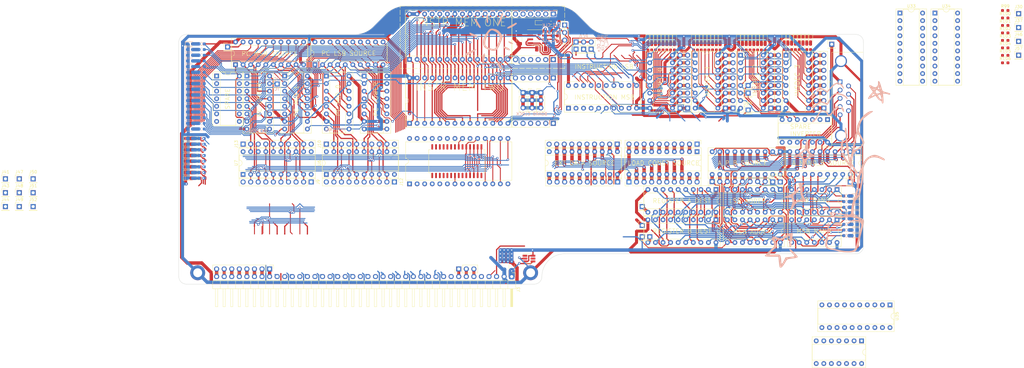
<source format=kicad_pcb>
(kicad_pcb (version 20221018) (generator pcbnew)
  (layers (0 "F.Cu" signal) (31 "B.Cu" signal) (34 "B.Paste" user) (35 "F.Paste" user) (36 "B.SilkS" user "B.Silkscreen") (37 "F.SilkS" user "F.Silkscreen") (38 "B.Mask" user) (39 "F.Mask" user) (44 "Edge.Cuts" user))
  (net 0 "")
  (net 1 "Net-(U1-CV)")
  (net 2 "GND")
  (net 3 "Net-(U1-THR)")
  (net 4 "/CLOCK_to_pc")
  (net 5 "Net-(J1-Pin_3)")
  (net 6 "+5V")
  (net 7 "Net-(U1-DIS)")
  (net 8 "/5V_raw")
  (net 9 "/clk")
  (net 10 "+3V3")
  (net 11 "/Data_Bus_0_LSB")
  (net 12 "/Data_Bus_1")
  (net 13 "/Data_Bus_2")
  (net 14 "/Data_Bus_3")
  (net 15 "/Data_Bus_4")
  (net 16 "/Data_Bus_5")
  (net 17 "/Data_Bus_6")
  (net 18 "/Data_Bus_7_MSB")
  (net 19 "/to_PC_0")
  (net 20 "/to_PC_1")
  (net 21 "/to_PC_2")
  (net 22 "/to_PC_3")
  (net 23 "/to_PC_4")
  (net 24 "/to_PC_5")
  (net 25 "/to_PC_6")
  (net 26 "/to_PC_7")
  (net 27 "/to_PC_8")
  (net 28 "/to_PC_9")
  (net 29 "/to_PC_10")
  (net 30 "/to_PC_11")
  (net 31 "/to_PC_12")
  (net 32 "/to_PC_13")
  (net 33 "/to_PC_14")
  (net 34 "/to_PC_15")
  (net 35 "/Aux_Bus_0_LSB")
  (net 36 "/Aux_Bus_1")
  (net 37 "/Aux_Bus_2")
  (net 38 "/Aux_Bus_3")
  (net 39 "/Aux_Bus_4")
  (net 40 "/Aux_Bus_5")
  (net 41 "/Aux_Bus_6")
  (net 42 "/Aux_Bus_7_MSB")
  (net 43 "/pc_reset_n")
  (net 44 "/PC_load_n")
  (net 45 "/PC_3")
  (net 46 "/PC_2")
  (net 47 "/PC_1")
  (net 48 "/PC_0")
  (net 49 "Net-(U2-TC)")
  (net 50 "/PC_7")
  (net 51 "/PC_6")
  (net 52 "/PC_5")
  (net 53 "/PC_4")
  (net 54 "Net-(U3-TC)")
  (net 55 "/PC_11")
  (net 56 "/PC_10")
  (net 57 "/PC_9")
  (net 58 "/PC_8")
  (net 59 "Net-(U4-TC)")
  (net 60 "/PC_15")
  (net 61 "/PC_14")
  (net 62 "/PC_13")
  (net 63 "/PC_12")
  (net 64 "Net-(J30-Pin_1)")
  (net 65 "Net-(J37-Pin_1)")
  (net 66 "Net-(J36-Pin_1)")
  (net 67 "/INTERNAL_BUS_7")
  (net 68 "/INTERNAL_BUS_6")
  (net 69 "/INTERNAL_BUS_5")
  (net 70 "/INTERNAL_BUS_4")
  (net 71 "/INTERNAL_BUS_3")
  (net 72 "/INTERNAL_BUS_2")
  (net 73 "/INTERNAL_BUS_1")
  (net 74 "/INTERNAL_BUS_0")
  (net 75 "/instruction_0")
  (net 76 "/instruction_1")
  (net 77 "/instruction_2")
  (net 78 "/instruction_3")
  (net 79 "/instruction_4")
  (net 80 "/instruction_5")
  (net 81 "/instruction_6")
  (net 82 "/instruction_7")
  (net 83 "/to_insdec_7")
  (net 84 "/to_insdec_6")
  (net 85 "/to_insdec_5")
  (net 86 "/to_insdec_4")
  (net 87 "/to_insdec_8")
  (net 88 "/to_insdec_9")
  (net 89 "/to_insdec_10")
  (net 90 "/to_insdec_11")
  (net 91 "/addr_bus_0")
  (net 92 "/addr_bus_1")
  (net 93 "unconnected-(J45-Pin_1-Pad1)")
  (net 94 "/addr_bus_2")
  (net 95 "/addr_bus_3")
  (net 96 "/addr_bus_4")
  (net 97 "/addr_bus_5")
  (net 98 "/addr_bus_6")
  (net 99 "/addr_bus_7")
  (net 100 "/addr_bus_8")
  (net 101 "/addr_bus_9")
  (net 102 "/addr_bus_10")
  (net 103 "/addr_bus_11")
  (net 104 "/addr_bus_12")
  (net 105 "/addr_bus_13")
  (net 106 "/addr_bus_14")
  (net 107 "/addr_bus_15")
  (net 108 "Net-(D1-A)")
  (net 109 "Net-(D2-A)")
  (net 110 "Net-(D3-A)")
  (net 111 "Net-(D4-A)")
  (net 112 "Net-(D5-A)")
  (net 113 "Net-(D6-A)")
  (net 114 "Net-(D7-A)")
  (net 115 "Net-(D8-A)")
  (net 116 "Net-(D9-A)")
  (net 117 "Net-(D10-A)")
  (net 118 "Net-(D11-A)")
  (net 119 "Net-(D12-A)")
  (net 120 "Net-(D13-A)")
  (net 121 "Net-(D14-A)")
  (net 122 "Net-(D15-A)")
  (net 123 "Net-(D16-A)")
  (net 124 "Net-(R103-Pad1)")
  (net 125 "Net-(R104-Pad1)")
  (net 126 "Net-(R105-Pad1)")
  (net 127 "Net-(R106-Pad1)")
  (net 148 "/addr_bus_select_0")
  (net 149 "/addr_bus_select_3")
  (net 150 "/addr_bus_select_2")
  (net 151 "/addr_bus_select_1")
  (net 154 "Net-(D17-A)")
  (net 155 "Net-(D18-A)")
  (net 156 "Net-(D19-A)")
  (net 157 "Net-(D20-A)")
  (net 158 "Net-(D21-A)")
  (net 159 "Net-(D22-A)")
  (net 160 "Net-(D23-A)")
  (net 161 "Net-(D24-A)")
  (net 163 "Net-(J40-Pin_1)")
  (net 164 "Net-(J41-Pin_1)")
  (net 165 "Net-(J42-Pin_1)")
  (net 166 "Net-(D25-A)")
  (net 167 "Net-(D26-A)")
  (net 168 "Net-(D27-A)")
  (net 169 "Net-(D28-A)")
  (net 170 "Net-(D29-A)")
  (net 171 "Net-(D30-A)")
  (net 172 "Net-(D31-A)")
  (net 173 "Net-(D32-A)")
  (net 198 "Net-(J43-Pin_1)")
  (net 199 "Net-(J44-Pin_1)")
  (net 200 "/mar_14")
  (net 201 "/mar_12")
  (net 202 "/mar_7")
  (net 203 "/mar_6")
  (net 204 "/mar_5")
  (net 205 "/mar_4")
  (net 206 "/mar_3")
  (net 207 "/mar_2")
  (net 208 "/mar_1")
  (net 209 "/mar_0")
  (net 210 "/mar_10")
  (net 211 "/mar_11")
  (net 212 "/mar_9")
  (net 213 "/mar_8")
  (net 214 "/mar_13")
  (net 216 "Net-(J46-Pin_1)")
  (net 217 "Net-(J47-Pin_1)")
  (net 218 "Net-(J48-Pin_1)")
  (net 219 "Net-(J49-Pin_1)")
  (net 220 "Net-(J50-Pin_1)")
  (net 221 "Net-(J51-Pin_1)")
  (net 222 "/mar_15")
  (net 223 "Net-(J52-Pin_1)")
  (net 224 "Net-(J54-Pin_1)")
  (net 225 "/build_constant_0")
  (net 227 "Net-(J56-Pin_1)")
  (net 228 "Net-(J57-Pin_1)")
  (net 229 "/build_constant_1")
  (net 230 "/SMALL_CS2")
  (net 231 "/build_constant_2")
  (net 232 "Net-(J60-Pin_1)")
  (net 233 "/build_constant_3")
  (net 234 "Net-(J62-Pin_1)")
  (net 235 "/APB_1")
  (net 236 "/RB_1")
  (net 237 "/RA_1")
  (net 238 "/APB_0")
  (net 239 "/RA_0")
  (net 240 "/RB_0")
  (net 241 "Net-(U32-C4)")
  (net 242 "/APB_3")
  (net 243 "/RB_3")
  (net 244 "/RA_3")
  (net 245 "/APB_2")
  (net 246 "/RA_2")
  (net 247 "/RB_2")
  (net 248 "/APB_5")
  (net 249 "/RB_5")
  (net 250 "/RA_5")
  (net 251 "/APB_4")
  (net 252 "/RA_4")
  (net 253 "/RB_4")
  (net 254 "/APB_7")
  (net 255 "/RB_7")
  (net 256 "/RA_7")
  (net 257 "/APB_6")
  (net 258 "/RA_6")
  (net 259 "/RB_6")
  (net 260 "/A_nand_B_0")
  (net 261 "/A_nand_B_1")
  (net 262 "/A_nand_B_2")
  (net 263 "/A_nand_B_3")
  (net 264 "/A_nand_B_4")
  (net 265 "/A_nand_B_5")
  (net 266 "/A_nand_B_6")
  (net 267 "/A_nand_B_7")
  (net 268 "/build_constant_4")
  (net 269 "/build_constant_5")
  (net 270 "/build_constant_6")
  (net 271 "/build_constant_7")
  (net 272 "Net-(J63-Pin_1)")
  (net 273 "Net-(J64-Pin_1)")
  (net 274 "/Load_Constant_OE_n")
  (net 275 "Net-(D33-A)")
  (net 276 "Net-(D34-A)")
  (net 277 "Net-(D35-A)")
  (net 278 "Net-(D36-A)")
  (net 279 "Net-(D37-A)")
  (net 280 "Net-(D38-A)")
  (net 281 "Net-(D39-A)")
  (net 282 "Net-(D40-A)")
  (net 283 "Net-(D41-A)")
  (net 284 "Net-(D42-A)")
  (net 285 "Net-(D43-A)")
  (net 286 "Net-(D44-A)")
  (net 287 "Net-(D45-A)")
  (net 288 "Net-(D46-A)")
  (net 289 "Net-(D47-A)")
  (net 290 "Net-(D48-A)")
  (net 291 "/Data_Bus_Latch_Clock")
  (net 292 "/Data_Bus_OE_n")
  (net 293 "/builder_lsb_clock")
  (net 294 "/builder_msb_clock")
  (net 295 "Net-(D82-A)")
  (net 296 "Net-(J65-Pin_1)")
  (net 297 "/ctrl_31")
  (net 298 "/ctrl_30")
  (net 299 "/ctrl_29")
  (net 300 "/ctrl_28")
  (net 301 "/ctrl_27")
  (net 302 "/ctrl_26")
  (net 303 "/ctrl_25")
  (net 304 "/ctrl_24")
  (net 305 "/ctrl_23")
  (net 306 "/ctrl_22")
  (net 307 "/ctrl_21")
  (net 308 "/ctrl_20")
  (net 309 "/ctrl_19")
  (net 310 "/ctrl_18")
  (net 311 "/ctrl_17")
  (net 312 "/ctrl_16")
  (net 335 "Net-(D49-A)")
  (net 336 "Net-(D50-A)")
  (net 337 "Net-(D51-A)")
  (net 338 "Net-(D52-A)")
  (net 339 "Net-(D53-A)")
  (net 340 "Net-(D54-A)")
  (net 341 "Net-(D55-A)")
  (net 342 "Net-(D56-A)")
  (net 343 "Net-(D57-A)")
  (net 344 "Net-(D58-A)")
  (net 345 "Net-(D59-A)")
  (net 346 "Net-(D60-A)")
  (net 347 "Net-(D61-A)")
  (net 348 "Net-(D62-A)")
  (net 349 "Net-(D63-A)")
  (net 350 "Net-(D64-A)")
  (net 351 "Net-(D65-A)")
  (net 352 "Net-(D66-A)")
  (net 353 "Net-(D67-A)")
  (net 354 "Net-(D68-A)")
  (net 355 "Net-(D69-A)")
  (net 356 "Net-(D70-A)")
  (net 357 "Net-(D71-A)")
  (net 358 "Net-(D72-A)")
  (net 359 "Net-(D73-A)")
  (net 360 "Net-(D74-A)")
  (net 361 "Net-(D75-A)")
  (net 362 "Net-(D76-A)")
  (net 363 "Net-(D77-A)")
  (net 364 "Net-(D78-A)")
  (net 365 "Net-(D79-A)")
  (net 366 "Net-(D80-A)")
  (net 367 "/instruction_valid_n")
  (net 368 "Net-(D81-A)")
  (net 369 "/current_sense_output")
  (net 371 "Net-(U57-E3)")
  (net 372 "Net-(U58-E2)")
  (net 373 "/CLOCK_to_pc_n")
  (net 374 "/ctrl_8")
  (net 375 "/ctrl_9")
  (net 376 "/ctrl_10")
  (net 377 "/ctrl_11")
  (net 378 "/ctrl_12")
  (net 379 "/ctrl_13")
  (net 380 "/ctrl_14")
  (net 381 "/ctrl_15")
  (net 382 "/ctrl_0")
  (net 383 "/ctrl_1")
  (net 384 "/ctrl_2")
  (net 385 "/ctrl_3")
  (net 386 "/ctrl_4")
  (net 387 "/ctrl_5")
  (net 388 "/ctrl_6")
  (net 389 "/ctrl_7")
  (net 390 "Net-(J74-Pin_1)")
  (net 391 "Net-(J73-Pin_1)")
  (net 393 "Net-(J3-Pin_6)")
  (net 394 "Net-(J3-Pin_7)")
  (net 395 "Net-(J3-Pin_8)")
  (footprint "Resistor_SMD:R_1206_3216Metric" (layer "F.Cu") (at 134.62 107.823 90)
    (fp_text reference "5V_rsns1" hide)
    (fp_text value "1" hide)
  )
  (footprint "Resistor_SMD:R_0603_1608Metric_Pad0.98x0.95mm_HandSolder" (layer "F.Cu") (at 29.083 68.58)
    (fp_text reference "r77" hide)
    (fp_text value "470" hide)
  )
  (footprint "Connector_PinHeader_2.54mm:PinHeader_1x08_P2.54mm_Vertical" (layer "F.Cu") (at 221.615 54.61 180)
    (fp_text reference "J26" hide)
    (fp_text value "Conn_01x08_Pin" hide)
  )
  (footprint "Resistor_SMD:R_0603_1608Metric_Pad0.98x0.95mm_HandSolder" (layer "F.Cu") (at 219.71 34.163 -90)
    (fp_text reference "r107" hide)
    (fp_text value "470" hide)
  )
  (footprint "Package_DIP:DIP-28_W15.24mm_Socket" (layer "F.Cu") (at 100.33 59.69 90)
    (fp_text reference "U19" hide)
    (fp_text value "28C256" hide)
  )
  (footprint "Connector_PinHeader_2.54mm:PinHeader_1x10_P2.54mm_Vertical" (layer "F.Cu") (at 196.85 66.675 -90)
    (fp_text reference "J18" hide)
    (fp_text value "Conn_01x10_Pin" hide)
  )
  (footprint "Connector_PinHeader_2.54mm:PinHeader_1x08_P2.54mm_Vertical" (layer "F.Cu") (at 53.34 108.585 -90)
    (fp_text reference "J4" hide)
    (fp_text value "Conn_01x08_Pin" hide)
  )
  (footprint "Package_DIP:DIP-16_W7.62mm_Socket" (layer "F.Cu") (at 72.39 43.815)
    (fp_text reference "U3" hide)
    (fp_text value "74LS161" hide)
  )
  (footprint "LED_SMD:LED_0603_1608Metric_Pad1.05x0.95mm_HandSolder" (layer "F.Cu") (at 26.035 72.39)
    (fp_text reference "D29" hide)
    (fp_text value "A4" hide)
  )
  (footprint "Connector_PinHeader_2.54mm:PinHeader_1x03_P2.54mm_Vertical" (layer "F.Cu") (at 116.84 108.585 90)
    (fp_text reference "J31" hide)
    (fp_text value "Conn_01x03_Pin" hide)
  )
  (footprint "LED_SMD:LED_0603_1608Metric_Pad1.05x0.95mm_HandSolder" (layer "F.Cu") (at 26.035 66.675)
    (fp_text reference "D26" hide)
    (fp_text value "A1" hide)
  )
  (footprint "Package_DIP:DIP-14_W7.62mm_Socket" (layer "F.Cu") (at 243.845 81.925 -90)
    (fp_text reference "U52" hide)
    (fp_text value "74LS00" hide)
  )
  (footprint "Connector_PinHeader_2.54mm:PinHeader_1x01_P2.54mm_Vertical" (layer "F.Cu") (at 213.995 46.99)
    (fp_text reference "J70" hide)
    (fp_text value "J")
  )
  (footprint "Connector_PinHeader_2.54mm:PinHeader_1x10_P2.54mm_Vertical" (layer "F.Cu") (at 44.45 66.675 90)
    (fp_text reference "J13")
    (fp_text value "Conn_01x10_Pin")
  )
  (footprint "Connector_Dsub:DSUB-9_Female_Horizontal_P2.77x2.84mm_EdgePinOffset4.94mm_Housed_MountingHolesOffset7.48mm" (layer "F.Cu") (at 244.863669 45.758 90)
    (fp_text reference "J21" hide)
    (fp_text value "DB9_Female_MountingHoles" hide)
  )
  (footprint "LED_SMD:LED_0603_1608Metric_Pad1.05x0.95mm_HandSolder" (layer "F.Cu") (at 200.787 31.623 -90)
    (fp_text reference "D69" hide)
    (fp_text value "A0" hide)
  )
  (footprint "Package_DIP:DIP-20_W7.62mm_Socket" (layer "F.Cu") (at 153.67 54.61 90)
    (fp_text reference "U24" hide)
    (fp_text value "74LS273" hide)
  )
  (footprint "Package_DIP:DIP-20_W7.62mm_Socket" (layer "F.Cu") (at 41.91 40.005 90)
    (fp_text reference "U29" hide)
    (fp_text value "74LS245" hide)
  )
  (footprint "Resistor_SMD:R_0603_1608Metric_Pad0.98x0.95mm_HandSolder" (layer "F.Cu") (at 218.44 34.163 -90)
    (fp_text reference "r108" hide)
    (fp_text value "470" hide)
  )
  (footprint "LED_SMD:LED_0603_1608Metric_Pad1.05x0.95mm_HandSolder" (layer "F.Cu") (at 217.17 31.623 -90)
    (fp_text reference "D51" hide)
    (fp_text value "A0" hide)
  )
  (footprint "LED_SMD:LED_0603_1608Metric_Pad1.05x0.95mm_HandSolder" (layer "F.Cu") (at 202.057 31.623 -90)
    (fp_text reference "D70" hide)
    (fp_text value "A0" hide)
  )
  (footprint "Capacitor_SMD:C_1206_3216Metric" (layer "F.Cu") (at 137.16 31.496 -90)
    (fp_text reference "C2" hide)
    (fp_text value "C" hide)
  )
  (footprint "LED_SMD:LED_0603_1608Metric_Pad1.05x0.95mm_HandSolder" (layer "F.Cu") (at 196.977 31.623 -90)
    (fp_text reference "D66" hide)
    (fp_text value "A0" hide)
  )
  (footprint "Connector_PinHeader_2.54mm:PinHeader_1x40_P2.54mm_Horizontal" (layer "F.Cu") (at 134.62 111.125 -90)
    (fp_text reference "J3")
    (fp_text value "Conn_01x40_Pin" hide)
  )
  (footprint "Connector_PinHeader_2.54mm:PinHeader_1x01_P2.54mm_Vertical" (layer "F.Cu") (at 156.21 34.798)
    (fp_text reference "J36" hide)
    (fp_text value "J")
  )
  (footprint "Resistor_SMD:R_0603_1608Metric_Pad0.98x0.95mm_HandSolder" (layer "F.Cu") (at 29.083 64.77)
    (fp_text reference "r75" hide)
    (fp_text value "470" hide)
  )
  (footprint "Package_DIP:DIP-20_W7.62mm_Socket" (layer "F.Cu") (at 261.615 120.64 -90)
    (fp_text reference "U35")
    (fp_text value "74LS689")
  )
  (footprint "Resistor_SMD:R_0603_1608Metric_Pad0.98x0.95mm_HandSolder" (layer "F.Cu") (at 300.3 21.81)
    (fp_text reference "R99")
    (fp_text value "10k")
  )
  (footprint "Resistor_SMD:R_0603_1608Metric_Pad0.98x0.95mm_HandSolder" (layer "F.Cu") (at 231.14 34.036 -90)
    (fp_text reference "r118" hide)
    (fp_text value "470" hide)
  )
  (footprint "Resistor_SMD:R_0603_1608Metric_Pad0.98x0.95mm_HandSolder" (layer "F.Cu") (at 195.707 34.163 -90)
    (fp_text reference "r123" hide)
    (fp_text value "470" hide)
  )
  (footprint "LED_SMD:LED_0603_1608Metric_Pad1.05x0.95mm_HandSolder" (layer "F.Cu") (at 203.327 31.623 -90)
    (fp_text reference "D71" hide)
    (fp_text value "A0" hide)
  )
  (footprint "Resistor_SMD:R_0603_1608Metric_Pad0.98x0.95mm_HandSolder" (layer "F.Cu") (at 247.015 93.599 180)
    (fp_text reference "r88" hide)
    (fp_text value "470" hide)
  )
  (footprint "Resistor_SMD:R_0603_1608Metric_Pad0.98x0.95mm_HandSolder" (layer "F.Cu") (at 147.828 25.908)
    (fp_text reference "r140" hide)
    (fp_text value "470")
  )
  (footprint "Resistor_SMD:R_0603_1608Metric_Pad0.98x0.95mm_HandSolder" (layer "F.Cu") (at 300.3 29.34)
    (fp_text reference "R102")
    (fp_text value "10k")
  )
  (footprint "Resistor_SMD:R_0603_1608Metric_Pad0.98x0.95mm_HandSolder" (layer "F.Cu") (at 226.06 34.036 -90)
    (fp_text reference "r122" hide)
    (fp_text value "470" hide)
  )
  (footprint "Connector_PinHeader_2.54mm:PinHeader_1x01_P2.54mm_Vertical" (layer "F.Cu") (at 178.435 87.63)
    (fp_text reference "J54" hide)
    (fp_text value "J")
  )
  (footprint "Package_DIP:DIP-14_W7.62mm_Socket" (layer "F.Cu") (at 252.095 132.715 -90)
    (fp_text reference "U55" hide)
    (fp_text value "74LS30" hide)
  )
  (footprint "Connector_PinHeader_2.54mm:PinHeader_1x08_P2.54mm_Vertical" (layer "F.Cu") (at 208.915 54.61 180)
    (fp_text reference "J22" hide)
    (fp_text value "Conn_01x08_Pin" hide)
  )
  (footprint "Connector_PinHeader_2.54mm:PinHeader_1x06_P2.54mm_Vertical" (layer "F.Cu") (at 148.59 22.987 -90)
    (fp_text reference "J17" hide)
    (fp_text value "Conn_01x06_Pin" hide)
  )
  (footprint "Resistor_SMD:R_0603_1608Metric_Pad0.98x0.95mm_HandSolder" (layer "F.Cu") (at 189.23 34.164448 -90)
    (fp_text reference "r138" hide)
    (fp_text value "470" hide)
  )
  (footprint "Package_DIP:DIP-20_W7.62mm_Socket" (layer "F.Cu") (at 44.455 76.825 90)
    (fp_text reference "U7")
    (fp_text value "74LS273")
  )
  (footprint "Package_DIP:DIP-20_W7.62mm_Socket" (layer "F.Cu") (at 203.2 92.075 -90)
    (fp_text reference "U41" hide)
    (fp_text value "74LS273" hide)
  )
  (footprint "LED_SMD:LED_0603_1608Metric_Pad1.05x0.95mm_HandSolder" (layer "F.Cu") (at 234.95 31.496 -90)
    (fp_text reference "D57" hide)
    (fp_text value "A0" hide)
  )
  (footprint "LED_SMD:LED_0603_1608Metric_Pad1.05x0.95mm_HandSolder" (layer "F.Cu") (at 195.707 31.623 -90)
    (fp_text reference "D65" hide)
    (fp_text value "A0" hide)
  )
  (footprint "LED_SMD:LED_0603_1608Metric_Pad1.05x0.95mm_HandSolder" (layer "F.Cu") (at 232.41 31.496 -90)
    (fp_text reference "D59" hide)
    (fp_text value "A0" hide)
  )
  (footprint "Resistor_SMD:R_0603_1608Metric_Pad0.98x0.95mm_HandSolder" (layer "F.Cu") (at 227.33 34.036 -90)
    (fp_text reference "r121" hide)
    (fp_text value "470" hide)
  )
  (footprint "LED_SMD:LED_0603_1608Metric_Pad1.05x0.95mm_HandSolder" (layer "F.Cu") (at 249.682 97.409 180)
    (fp_text reference "D40" hide)
    (fp_text value "A7" hide)
  )
  (footprint "LED_SMD:LED_0603_1608Metric_Pad1.05x0.95mm_HandSolder" (layer "F.Cu") (at 185.42 31.624448 -90)
    (fp_text reference "D77" hide)
    (fp_text value "A0" hide)
  )
  (footprint "LED_SMD:LED_0603_1608Metric_Pad1.05x0.95mm_HandSolder" (layer "F.Cu") (at 187.96 31.624448 -90)
    (fp_text reference "D79" hide)
    (fp_text value "A0" hide)
  )
  (footprint "Connector_PinHeader_2.54mm:PinHeader_1x08_P2.54mm_Vertical" (layer "F.Cu") (at 224.155 54.61 180)
    (fp_text reference "J28" hide)
    (fp_text value "Conn_01x08_Pin" hide)
  )
  (footprint "Connector_PinHeader_2.54mm:PinHeader_1x01_P2.54mm_Vertical" (layer "F.Cu") (at 178.435 97.79)
    (fp_text reference "J63" hide)
    (fp_text value "J")
  )
  (footprint "LED_SMD:LED_0603_1608Metric_Pad1.05x0.95mm_HandSolder" (layer "F.Cu") (at 26.035 68.58)
    (fp_text reference "D27" hide)
    (fp_text value "A2" hide)
  )
  (footprint "Package_DIP:DIP-20_W7.62mm_Socket" (layer "F.Cu") (at 264.95 22.68)
    (fp_text reference "U33")
    (fp_text value "74LS273")
  )
  (footprint "LED_SMD:LED_0603_1608Metric_Pad1.05x0.95mm_HandSolder" (layer "F.Cu") (at 249.682 91.694 180)
    (fp_text reference "D37" hide)
    (fp_text value "A4" hide)
  )
  (footprint "Connector_PinHeader_2.54mm:PinHeader_1x10_P2.54mm_Vertical" (layer "F.Cu") (at 173.99 79.375 90)
    (fp_text reference "J19" hide)
    (fp_text value "Conn_01x10_Pin" hide)
  )
  (footprint "Resistor_SMD:R_0603_1608Metric_Pad0.98x0.95mm_HandSolder" (layer "F.Cu") (at 29.083 74.295)
    (fp_text reference "r80" hide)
    (fp_text value "470" hide)
  )
  (footprint "Resistor_SMD:R_0603_1608Metric_Pad0.98x0.95mm_HandSolder" (layer "F.Cu") (at 29.083 76.2)
    (fp_text reference "r81" hide)
    (fp_text value "470" hide)
  )
  (footprint "Package_SO:SOIC-8_3.9x4.9mm_P1.27mm" (layer "F.Cu") (at 143.318 30.861)
    (fp_text reference "U1" hide)
    (fp_text value "NE555D" hide)
  )
  (footprint "Connector_PinHeader_2.54mm:PinHeader_1x08_P2.54mm_Vertical" (layer "F.Cu") (at 201.93 79.248 90)
    (fp_text reference "J20" hide)
    (fp_text value "Conn_01x08_Pin" hide)
  )
  (footprint "LED_SMD:LED_0603_1608Metric_Pad1.05x0.95mm_HandSolder" (layer "F.Cu") (at 180.34 31.624448 -90)
    (fp_text reference "D73" hide)
    (fp_text value "A0" hide)
  )
  (footprint "Connector_PinHeader_2.54mm:PinHeader_1x01_P2.54mm_Vertical" (layer "F.Cu") (at 161.29 34.798)
    (fp_text reference "J68" hide)
    (fp_text value "J")
  )
  (footprint "Connector_PinHeader_2.54mm:PinHeader_1x08_P2.54mm_Vertical" (layer "F.Cu") (at 206.375 54.61 180)
    (fp_text reference "J24" hide)
    (fp_text value "Conn_01x08_Pin" hide)
  )
  (footprint "Connector_PinHeader_2.54mm:PinHeader_1x01_P2.54mm_Vertical" (layer "F.Cu") (at 304.8 27.53)
    (fp_text reference "J37")
    (fp_text value "J")
  )
  (footprint "LED_SMD:LED_0603_1608Metric_Pad1.05x0.95mm_HandSolder" (layer "F.Cu") (at 182.88 31.624448 -90)
    (fp_text reference "D75" hide)
    (fp_text value "A0" hide)
  )
  (footprint "LED_SMD:LED_0603_1608Metric_Pad1.05x0.95mm_HandSolder" (layer "F.Cu") (at 210.82 31.623 -90)
    (fp_text reference "D56" hide)
    (fp_text value "A0" hide)
  )
  (footprint "LED_SMD:LED_0603_1608Metric_Pad1.05x0.95mm_HandSolder" (layer "F.Cu") (at 26.035 78.105)
    (fp_text reference "D32" hide)
    (fp_text value "A7" hide)
  )
  (footprint "Resistor_SMD:R_0603_1608Metric_Pad0.98x0.95mm_HandSolder" (layer "F.Cu") (at 247.015 91.694 180)
    (fp_text reference "r87" hide)
    (fp_text value "470" hide)
  )
  (footprint "LED_SMD:LED_0603_1608Metric_Pad1.05x0.95mm_HandSolder" (layer "F.Cu") (at 26.67 33.02)
    (fp_text reference "D81" hide)
    (fp_text value "5V_RAW" hide)
  )
  (footprint "Package_DIP:DIP-20_W7.62mm_Socket" (layer "F.Cu") (at 250.825 69.215 -90)
    (fp_text reference "U50" hide)
    (fp_text value "74LS245" hide)
  )
  (footprint "Connector_PinHeader_2.54mm:PinHeader_1x01_P2.54mm_Vertical" (layer "F.Cu") (at 304.8 36.83)
    (fp_text reference "J57")
    (fp_text value "J")
  )
  (footprint "Package_DIP:DIP-28_W15.24mm_Socket" (layer "F.Cu") (at 100.315 38.235 90)
    (fp_text reference "U18" hide)
    (fp_text value "28C256" hide)
  )
  (footprint "LED_SMD:LED_0603_1608Metric_Pad1.05x0.95mm_HandSolder" (layer "F.Cu") (at 214.63 31.623 -90)
    (fp_text reference "D53" hide)
    (fp_text value "A0" hide)
  )
  (footprint "Package_DIP:DIP-16_W7.62mm_Socket" (layer "F.Cu") (at 226.695 36.83)
    (fp_text reference "U60" hide)
    (fp_text value "74LS138" hide)
  )
  (footprint "Connector_PinHeader_2.54mm:PinHeader_1x08_P2.54mm_Vertical" (layer "F.Cu") (at 193.675 54.61 180)
    (fp_text reference "J27" hide)
    (fp_text value "Conn_01x08_Pin" hide)
  )
  (footprint "Connector_PinHeader_2.54mm:PinHeader_1x01_P2.54mm_Vertical" (layer "F.Cu") (at 304.8 32.18)
    (fp_text reference "J46")
    (fp_text value "J")
  )
  (footprint "Connector_PinHeader_2.54mm:PinHeader_1x06_P2.54mm_Vertical" (layer "F.Cu") (at 148.59 44.45 -90)
    (fp_text reference "J15" hide)
    (fp_text value "Conn_01x06_Pin" hide)
  )
  (footprint "Connector_PinHeader_2.54mm:PinHeader_1x08_P2.54mm_Vertical" (layer "F.Cu") (at 236.855 54.61 180)
    (fp_text reference "J25" hide)
    (fp_text value "Conn_01x08_Pin" hide)
  )
  (footprint "Resistor_SMD:R_0603_1608Metric_Pad0.98x0.95mm_HandSolder" (layer "F.Cu") (at 29.083 78.105)
    (fp_text reference "r82" hide)
    (fp_text value "470" hide)
  )
  (footprint "Resistor_SMD:R_0603_1608Metric_Pad0.98x0.95mm_HandSolder" (layer "F.Cu") (at 203.327 34.163 -90)
    (fp_text reference "r129" hide)
    (fp_text value "470" hide)
  )
  (footprint "Package_DIP:DIP-16_W7.62mm_Socket" (layer "F.Cu") (at 211.455 36.83)
    (fp_text reference "U59" hide)
    (fp_text value "74LS138" hide)
  )
  (footprint "Connector_PinHeader_2.54mm:PinHeader_1x06_P2.54mm_Vertical" (layer "F.Cu") (at 148.59 59.69 -90)
    (fp_text reference "J14" hide)
    (fp_text value "Conn_01x06_Pin" hide)
  )
  (footprint "Resistor_SMD:R_0603_1608Metric_Pad0.98x0.95mm_HandSolder" (layer "F.Cu") (at 180.34 34.164448 -90)
    (fp_text reference "r131" hide)
    (fp_text value "470" hide)
  )
  (footprint "Connector_PinHeader_2.54mm:PinHeader_1x10_P2.54mm_Vertical" (layer "F.Cu") (at 72.39 66.675 90)
    (fp_text reference "J10")
    (fp_text value "Conn_01x10_Pin")
  )
  (footprint "Resistor_SMD:R_0603_1608Metric_Pad0.98x0.95mm_HandSolder" (layer "F.Cu") (at 300.3 24.32)
    (fp_text reference "R100")
    (fp_text value "10k")
  )
  (footprint "Connector_PinHeader_2.54mm:PinHeader_1x08_P2.54mm_Vertical" (layer "F.Cu") (at 239.395 54.61 180)
    (fp_text reference "J29" hide)
    (fp_text value "Conn_01x08_Pin" hide)
  )
  (footprint "Package_SO:SOIC-28W_7.5x18.7mm_P1.27mm" (layer "F.Cu") (at 116.205 72.39 90)
    (fp_text reference "U46" hide)
    (fp_text value "HM62256BLP" hide)
  )
  (footprint "LED_SMD:LED_0603_1608Metric_Pad1.05x0.95mm_HandSolder" (layer "F.Cu") (at 226.06 31.496 -90)
    (fp_text reference "D64" hide)
    (fp_text value "A0" hide)
  )
  (footprint "Package_DIP:DIP-14_W7.62mm_Socket" (layer "F.Cu") (at 243.84 92.075 -90)
    (fp_text reference "U53" hide)
    (fp_text value "74LS00" hide)
  )
  (footprint "Resistor_SMD:R_0603_1608Metric_Pad0.98x0.95mm_HandSolder" (layer "F.Cu") (at 199.517 34.163 -90)
    (fp_text reference "r126" hide)
    (fp_text value "470" hide)
  )
  (footprint "Connector_PinHeader_2.54mm:PinHeader_1x01_P2.54mm_Vertical" (layer "F.Cu") (at 158.75 34.798)
    (fp_text reference "J65" hide)
    (fp_text value "J")
  )
  (footprint "Connector_PinHeader_2.54mm:PinHeader_1x01_P2.54mm_Vertical" (layer "F.Cu") (at -26.035 78.33)
    (fp_text reference "J50")
    (fp_text value "J")
  )
  (footprint "Connector_PinHeader_2.54mm:PinHeader_1x01_P2.54mm_Vertical" (layer "F.Cu") (at 222.25 79.375)
    (fp_text reference "J62")
    (fp_text value "J")
  )
  (footprint "LED_SMD:LED_0603_1608Metric_Pad1.05x0.95mm_HandSolder" (layer "F.Cu") (at 249.682 87.884 180)
    (fp_text reference "D35" hide)
    (fp_text value "A2" hide)
  )
  (footprint "LED_SMD:LED_0603_1608Metric_Pad1.05x0.95mm_HandSolder" (layer "F.Cu") (at 219.71 31.623 -90)
    (fp_text reference "D49" hide)
    (fp_text value "A0" hide)
  )
  (footprint "Connector_PinHeader_2.54mm:PinHeader_1x10_P2.54mm_Vertical" (layer "F.Cu") (at 67.31 79.375 -90)
    (fp_text reference "J9")
    (fp_text value "Conn_01x10_Pin")
  )
  (footprint "LED_SMD:LED_0603_1608Metric_Pad1.05x0.95mm_HandSolder" (layer "F.Cu") (at 249.682 85.979 180)
    (fp_text reference "D34" hide)
    (fp_text value "A1" hide)
  )
  (footprint "Package_DIP:DIP-16_W7.62mm_Socket" (layer "F.Cu") (at 58.41 43.815)
    (fp_text reference "U4" hide)
    (fp_text value "74LS161" hide)
  )
  (footprint "Connector_PinHeader_2.54mm:PinHeader_1x01_P2.54mm_Vertical" (layer "F.Cu") (at -30.685 82.98)
    (fp_text reference "J48")
    (fp_text value "J")
  )
  (footprint "Connector_PinHeader_2.54mm:PinHeader_1x03_P2.54mm_Vertical" (layer "F.Cu") (at 141.478 49.403)
    (fp_text reference "J33" hide)
    (fp_text value "Conn_01x03_Pin" hide)
  )
  (footprint "Connector_PinHeader_2.54mm:PinHeader_1x01_P2.54mm_Vertical" (layer "F.Cu") (at 242.056657 33.153573)
    (fp_text reference "J74" hide)
    (fp_text value "J")
  )
  (footprint "Resistor_SMD:R_0603_1608Metric_Pad0.98x0.95mm_HandSolder" (layer "F.Cu") (at 202.057 34.163 -90)
    (fp_text reference "r128" hide)
    (fp_text value "470" hide)
  )
  (footprint "Resistor_SMD:R_0603_1608Metric_Pad0.98x0.95mm_HandSolder" (layer "F.Cu") (at 214.63 34.163 -90)
    (fp_text reference "r111" hide)
    (fp_text value "470" hide)
  )
  (footprint "LED_SMD:LED_0603_1608Metric_Pad1.05x0.95mm_HandSolder" (layer "F.Cu") (at 189.23 31.624448 -90)
    (fp_text reference "D80" hide)
    (fp_text value "A0" hide)
  )
  (footprint "Resistor_SMD:R_0603_1608Metric_Pad0.98x0.95mm_HandSolder" (layer "F.Cu") (at 247.015 97.409 180)
    (fp_text reference "r90" hide)
    (fp_text value "470" hide)
  )
  (footprint "Resistor_SMD:R_0603_1608Metric_Pad0.98x0.95mm_HandSolder" (layer "F.Cu") (at 300.3 36.87)
    (fp_text reference "R105")
    (fp_text value "0")
  )
  (footprint "Resistor_SMD:R_0603_1608Metric_Pad0.98x0.95mm_HandSolder" (layer "F.Cu") (at 148.209 29.337 -90)
    (fp_text reference "R1" hide)
    (fp_text value "R" hide)
  )
  (footprint "LED_SMD:LED_0603_1608Metric_Pad1.05x0.95mm_HandSolder" (layer "F.Cu") (at 233.68 31.496 -90)
    (fp_text reference "D58" hide)
    (fp_text value "A0" hide)
  )
  (footprint "Resistor_SMD:R_0603_1608Metric_Pad0.98x0.95mm_HandSolder" (layer "F.Cu") (at 198.247 34.163 -90)
    (fp_text reference "r125" hide)
    (fp_text value "470" hide)
  )
  (footprint "LED_SMD:LED_0603_1608Metric_Pad1.05x0.95mm_HandSolder" (layer "F.Cu") (at 212.09 31.623 -90)
    (fp_text reference "D55" hide)
    (fp_text value "A0" hide)
  )
  (footprint "Resistor_SMD:R_0603_1608Metric_Pad0.98x0.95mm_HandSolder" (layer "F.Cu") (at 247.015 89.789 180)
    (fp_text reference "r86" hide)
    (fp_text value "470" hide)
  )
  (footprint "Connector_PinHeader_2.54mm:PinHeader_1x01_P2.54mm_Vertical" (layer "F.Cu") (at 55.88 46.482)
    (fp_text reference "J42" hide)
    (fp_text value "Conn_01x01_Pin" hide)
  )
  (footprint "Connector_PinHeader_2.54mm:PinHeader_1x03_P2.54mm_Vertical" (layer "F.Cu") (at 144.399 49.403)
    (fp_text reference "J34" hide)
    (fp_text value "Conn_01x03_Pin" hide)
  )
  (footprint "LED_SMD:LED_0603_1608Metric_Pad1.05x0.95mm_HandSolder" (layer "F.Cu") (at 184.15 31.624448 -90)
    (fp_text reference "D76" hide)
    (fp_text value "A0" hide)
  )
  (footprint "Resistor_SMD:R_0603_1608Metric_Pad0.98x0.95mm_HandSolder" (layer "F.Cu") (at 247.015 84.074 180)
    (fp_text reference "r83" hide)
    (fp_text value "470" hide)
  )
  (footprint "LED_SMD:LED_0603_1608Metric_Pad1.05x0.95mm_HandSolder" (layer "F.Cu") (at 228.6 31.496 -90)
    (fp_text reference "D62" hide)
    (fp_text value "A0" hide)
  )
  (footprint "Resistor_SMD:R_0603_1608Metric_Pad0.98x0.95mm_HandSolder" (layer "F.Cu") (at 228.6 34.036 -90)
    (fp_text reference "r120" hide)
    (fp_text value "470" hide)
  )
  (footprint "Resistor_SMD:R_0603_1608Metric_Pad0.98x0.95mm_HandSolder" (layer "F.Cu") (at 300.3 34.36)
    (fp_text reference "R104")
    (fp_text value "0")
  )
  (footprint "Resistor_SMD:R_0603_1608Metric_Pad0.98x0.95mm_HandSolder" (layer "F.Cu") (at 181.61 34.164448 -90)
    (fp_text reference "r132" hide)
    (fp_text value "470")
  )
  (footprint "Connector_PinHeader_2.54mm:PinHeader_1x10_P2.54mm_Vertical" (layer "F.Cu") (at 170.041105 66.690169 -90)
    (fp_text reference "J7" hide)
    (fp_text value "Conn_01x10_Pin" hide)
  )
  (footprint "Package_DIP:DIP-14_W7.62mm_Socket" (layer "F.Cu") (at 240.67 58.43 -90)
    (fp_text reference "U42" hide)
    (fp_text value "74LS04" hide)
  )
  (footprint "LED_SMD:LED_0603_1608Metric_Pad1.05x0.95mm_HandSolder" (layer "F.Cu") (at 213.36 31.623 -90)
    (fp_text reference "D54" hide)
    (fp_text value "A0" hide)
  )
  (footprint "Package_TO_SOT_SMD:SOT-23-6_Handsoldering" (layer "F.Cu") (at 140.415 105.09)
    (fp_text reference "U61" hide)
    (fp_text value "74LVC1G08" hide)
  )
  (footprint "Package_DIP:DIP-16_W7.62mm_Socket" (layer "F.Cu") (at 180.975 36.83)
    (fp_text reference "U57" hide)
    (fp_text value "74LS138" hide)
  )
  (footprint "Resistor_SMD:R_0603_1608Metric_Pad0.98x0.95mm_HandSolder" (layer "F.Cu") (at 300.3 26.83)
    (fp_text reference "R101")
    (fp_text value "10k")
  )
  (footprint "Resistor_SMD:R_0603_1608Metric_Pad0.98x0.95mm_HandSolder" (layer "F.Cu") (at 29.083 70.485)
    (fp_text reference "r78" hide)
    (fp_text value "470" hide)
  )
  (footprint "LED_SMD:LED_0603_1608Metric_Pad1.05x0.95mm_HandSolder" (layer "F.Cu") (at 249.682 95.504 180)
    (fp_text reference "D39" hide)
    (fp_text value "A6" hide)
  )
  (footprint "Connector_PinHeader_2.54mm:PinHeader_1x10_P2.54mm_Vertical" (layer "F.Cu") (at 95.25 79.375 -90)
    (fp_text reference "J12")
    (fp_text value "Conn_01x10_Pin")
  )
  (footprint "Resistor_SMD:R_0603_1608Metric_Pad0.98x0.95mm_HandSolder" (layer "F.Cu") (at 234.95 34.036 -90)
    (fp_text reference "r115" hide)
    (fp_text value "470" hide)
  )
  (footprint "LED_SMD:LED_0603_1608Metric_Pad1.05x0.95mm_HandSolder" (layer "F.Cu") (at 229.87 31.496 -90)
    (fp_text reference "D61" hide)
    (fp_text value "A0" hide)
  )
  (footprint "LED_SMD:LED_0603_1608Metric_Pad1.05x0.95mm_HandSolder" (layer "F.Cu") (at 26.035 74.295)
    (fp_text reference "D30" hide)
    (fp_text value "A5" hide)
  )
  (footprint "Connector_PinHeader_2.54mm:PinHeader_1x03_P2.54mm_Vertical" (layer "F.Cu") (at 156.225 32.385 90)
    (fp_text reference "J69" hide)
    (fp_text value "Conn_01x03_Pin" hide)
  )
  (footprint "Connector_PinHeader_2.54mm:PinHeader_1x01_P2.54mm_Vertical" (layer "F.Cu") (at 180.975 97.79)
    (fp_text reference "J56" hide)
    (fp_text value "J")
  )
  (footprint "Package_DIP:DIP-20_W7.62mm_Socket" (layer "F.Cu") (at 68.58 40.005 90)
    (fp_text reference "U30" hide)
    (fp_text value "74LS245" hide)
  )
  (footprint "Connector_PinHeader_2.54mm:PinHeader_1x01_P2.54mm_Vertical" (layer "F.Cu") (at -26.035 82.98)
    (fp_text reference "J51")
    (fp_text value "J")
  )
  (footprint "Capacitor_SMD:C_1206_3216Metric" (layer "F.Cu") (at 144.526 34.671 180)
    (fp_text reference "C1" hide)
    (fp_text value "C" hide)
  )
  (footprint "LED_SMD:LED_0603_1608Metric_Pad1.05x0.95mm_HandSolder" (layer "F.Cu") (at 26.035 70.485)
    (fp_text reference "D28" hide)
    (fp_text value "A3" hide)
  )
  (footprint "LED_SMD:LED_0603_1608Metric_Pad1.05x0.95mm_HandSolder" (layer "F.Cu") (at 249.682 89.789 180)
    (fp_text reference "D36" hide)
    (fp_text value "A3" hide)
  )
  (footprint "Resistor_SMD:R_0603_1608Metric_Pad0.98x0.95mm_HandSolder" (layer "F.Cu") (at 247.015 95.504 180)
    (fp_text reference "r89" hide)
    (fp_text value "470" hide)
  )
  (footprint "Connector_PinHeader_2.54mm:PinHeader_1x01_P2.54mm_Vertical" (layer "F.Cu") (at -35.335 82.98)
    (fp_text reference "J43")
    (fp_text value "J")
  )
  (footprint "Connector_PinHeader_2.54mm:PinHeader_1x01_P2.54mm_Vertical" (layer "F.Cu") (at 178.435 93.98)
    (fp_text reference "J45" hide)
    (fp_text value "J")
  )
  (footprint "LED_SMD:LED_0603_1608Metric_Pad1.05x0.95mm_HandSolder" (layer "F.Cu") (at 181.61 31.624448 -90)
    (fp_text reference "D74" hide)
    (fp_text value "A0" hide)
  )
  (footprint "Package_DIP:DIP-16_W7.62mm_Socket" (layer "F.Cu") (at 224.79 81.915 -90)
    (fp_text reference "U32" hide)
    (fp_text value "74LS283" hide)
  )
  (footprint "Connector_PinHeader_2.54mm:PinHeader_1x01_P2.54mm_Vertical" (layer "F.Cu") (at 224.79 79.375)
    (fp_text reference "J64")
    (fp_text value "J")
  )
  (footprint "LED_SMD:LED_0603_1608Metric_Pad1.05x0.95mm_HandSolder" (layer "F.Cu") (at 249.682 84.074 180)
    (fp_text reference "D33" hide)
    (fp_text value "A0" hide)
  )
  (footprint "Connector_PinHeader_2.54mm:PinHeader_1x03_P2.54mm_Vertical" (layer "F.Cu") (at 152.4 26.685)
    (fp_text reference "J1" hide)
    (fp_text value "Conn_01x03_Pin" hide)
  )
  (footprint "Resistor_SMD:R_0603_1608Metric_Pad0.98x0.95mm_HandSolder" (layer "F.Cu") (at 149.987 31.242 -90)
    (fp_text reference "R2" hide)
    (fp_text value "R" hide)
  )
  (footprint "Connector_PinHeader_2.54mm:PinHeader_1x01_P2.54mm_Vertical" (layer "F.Cu") (at 39.243 34.036)
    (fp_text reference "J40" hide)
    (fp_text value "Conn_01x01_Pin" hide)
  )
  (footprint "Resistor_SMD:R_0603_1608Metric_Pad0.98x0.95mm_HandSolder" (layer "F.Cu") (at 185.42 34.164448 -90)
    (fp_text reference "r135" hide)
    (fp_text value "470" hide)
  )
  (footprint "Package_DIP:DIP-16_W7.62mm_Socket" (layer "F.Cu") (at 196.215 36.82)
    (fp_text reference "U58" hide)
    (fp_text value "74LS138" hide)
  )
  (footprint "Resistor_SMD:R_0603_1608Metric_Pad0.98x0.95mm_HandSolder" (layer "F.Cu") (at 247.015 87.884 180)
    (fp_text reference "r85" hide)
    (fp_text value "470" hide)
  )
  (footprint "Package_DIP:DIP-16_W7.62mm_Socket" (layer "F.Cu") (at 224.79 92.075 -90)
    (fp_text reference "U39" hide)
    (fp_text value "74LS283" hide)
  )
  (footprint "Connector_PinHeader_2.54mm:PinHeader_1x01_P2.54mm_Vertical" (layer "F.Cu") (at 213.995 55.245)
    (fp_text reference "J60")
    (fp_text value "J")
  )
  (footprint "Connector_PinHeader_2.54mm:PinHeader_1x01_P2.54mm_Vertical" (layer "F.Cu") (at -35.335 78.33)
    (fp_text reference "J41")
    (fp_text value "J")
  )
  (footprint "Resistor_SMD:R_0603_1608Metric_Pad0.98x0.95mm_HandSolder" (layer "F.Cu") (at 212.09 34.163 -90)
    (fp_text reference "r113" hide)
    (fp_text value "470" hide)
  )
  (footprint "Package_DIP:DIP-20_W7.62mm_Socket" (layer "F.Cu") (at 224.785 69.225 -90)
    (fp_text reference "U49" hide)
    (fp_text value "74LS245" hide)
  )
  (footprint "Resistor_SMD:R_0603_1608Metric_Pad0.98x0.95mm_HandSolder" (layer "F.Cu") (at 200.787 34.163 -90)
    (fp_text reference "r127" hide)
    (fp_text value "470" hide)
  )
  (footprint "Connector_PinHeader_2.54mm:PinHeader_1x01_P2.54mm_Vertical" (layer "F.Cu") (at 213.995 49.53)
    (fp_text reference "J67" hide)
    (fp_text value "J" hide)
  )
  (footprint "Resistor_SMD:R_0603_1608Metric_Pad0.98x0.95mm_HandSolder" (layer "F.Cu") (at 232.41 34.036 -90)
    (fp_text reference "r117" hide)
    (fp_text value "470" hide)
  )
  (footprint "Resistor_SMD:R_0603_1608Metric_Pad0.98x0.95mm_HandSolder" (layer "F.Cu") (at 217.17 34.163 -90)
    (fp_text reference "r109" hide)
    (fp_text value "470" hide)
  )
  (footprint "Resistor_SMD:R_0603_1608Metric_Pad0.98x0.95mm_HandSolder" (layer "F.Cu") (at 300.3 31.85)
    (fp_text reference "R103")
    (fp_text value "0")
  )
  (footprint "Resistor_SMD:R_0603_1608Metric_Pad0.98x0.95mm_HandSolder" (layer "F.Cu") (at 186.69 34.164448 -90)
    (fp_text reference "r136" hide)
    (fp_text value "470" hide)
  )
  (footprint "Resistor_SMD:R_0603_1608Metric_Pad0.98x0.95mm_HandSolder" (layer "F.Cu") (at 247.015 85.979 180)
    (fp_text reference "r84" hide)
    (fp_text value "470" hide)
  )
  (footprint "Resistor_SMD:R_0603_1608Metric_Pad0.98x0.95mm_HandSolder" (layer "F.Cu") (at 196.977 34.163 -90)
    (fp_text reference "r124" hide)
    (fp_text value "470" hide)
  )
  (footprint "Connector_PinHeader_2.54mm:PinHeader_1x01_P2.54mm_Vertical" (layer "F.Cu") (at -30.685 87.63)
    (fp_text reference "J49")
    (fp_text value "J")
  )
  (footprint "Resistor_SMD:R_0603_1608Metric_Pad0.98x0.95mm_HandSolder" (layer "F.Cu") (at 215.9 34.163 -90)
    (fp_text reference "r110" hide)
    (fp_text value "470" hide)
  )
  (footprint "Package_DIP:DIP-16_W7.62mm_Socket" (layer "F.Cu") (at 85.09 43.815)
    (fp_text reference "U2" hide)
    (fp_text value "74LS161" hide)
  )
  (footprint "Connector_PinHeader_2.54mm:PinHeader_1x01_P2.54mm_Vertical" (layer "F.Cu") (at -26.035 87.63)
    (fp_text reference "J52")
    (fp_text value "J")
  )
  (footprint "LED_SMD:LED_0603_1608Metric_Pad1.05x0.95mm_HandSolder" (layer "F.Cu") (at 204.597 31.623 -90)
    (fp_text reference "D72" hide)
    (fp_text value "A0" hide)
  )
  (footprint "LED_SMD:LED_0603_1608Metric_Pad1.05x0.95mm_HandSolder" (layer "F.Cu") (at 215.9 31.623 -90)
    (fp_text reference "D52" hide)
    (fp_text value "A0" hide)
  )
  (footprint "Package_DIP:DIP-14_W7.62mm_Socket" (layer "F.Cu") (at 35.57 43.81)
    (fp_text reference "U56" hide)
    (fp_text value "74LS04" hide)
  )
  (footprint "Resistor_SMD:R_0603_1608Metric_Pad0.98x0.95mm_HandSolder" (layer "F.Cu") (at 187.96 34.164448 -90)
    (fp_text reference "r137" hide)
    (fp_text value "470" hide)
  )
  (footprint "LED_SMD:LED_0603_1608Metric_Pad1.05x0.95mm_HandSolder" (layer "F.Cu") (at 227.33 31.496 -90)
    (fp_text reference "D63" hide)
    (fp_text value "A0" hide)
  )
  (footprint "Resistor_SMD:R_0603_1608Metric_Pad0.98x0.95mm_HandSolder" (layer "F.Cu") (at 210.82 34.163 -90)
    (fp_text reference "r114" hide)
    (fp_text value "470" hide)
  )
  (footprint "Connector_PinHeader_2.54mm:PinHeader_1x01_P2.54mm_Vertical" (layer "F.Cu") (at -30.685 78.33)
    (fp_text reference "J47")
    (fp_text value "J")
  )
  (footprint "Connector_PinHeader_2.54mm:PinHeader_1x06_P2.54mm_Vertical" (layer "F.Cu") (at 148.59 38.3032 -90)
    (fp_text reference "J16" hide)
    (fp_text value "Conn_01x06_Pin" hide)
  )
  (footprint "LED_SMD:LED_0603_1608Metric_Pad1.05x0.95mm_HandSolder" (layer "F.Cu") (at 198.247 31.623 -90)
    (fp_text reference "D67" hide)
    (fp_text value "A0" hide)
  )
  (footprint "Package_DIP:DIP-20_W7.62mm_Socket" (layer "F.Cu") (at 147.243238 76.818224 90)
    (fp_text reference "U27" hide)
    (fp_text value "74LS574" hide)
  )
  (footprint "Connector_PinHeader_2.54mm:PinHeader_1x01_P2.54mm_Vertical" (layer "F.Cu") (at 248.285 79.375)
    (fp_text reference "J73")
    (fp_text value "J")
  )
  (footprint "Resistor_SMD:R_0603_1608Metric_Pad0.98x0.95mm_HandSolder" (layer "F.Cu") (at 213.36 34.163 -90)
    (fp_text reference "r112" hide)
    (fp_text value "470" hide)
  )
  (footprint "Package_DIP:DIP-20_W7.62mm_Socket" (layer "F.Cu") (at 196.85 69.215 -90)
    (fp_text reference "U31" hide)
    (fp_text value "74LS245" hide)
  )
  (footprint "Package_DIP:DIP-20_W7.62mm_Socket" (layer "F.Cu") (at 72.39 76.835 90)
    (fp_text reference "U6")
    (fp_text value "74LS273")
  )
  (footprint "Connector_PinHeader_2.54mm:PinHeader_1x10_P2.54mm_Vertical" (layer "F.Cu") (at 170.18 79.375 -90)
    (fp_text reference "J11" hide)
    (fp_text value "Conn_01x10_Pin" hide)
  )
  (footprint "Resistor_SMD:R_0603_1608Metric_Pad0.98x0.95mm_HandSolder" (layer "F.Cu") (at 184.15 34.164448 -90)
    (fp_text reference "r134" hide)
    (fp_text value "470" hide)
  )
  (footprint "Resistor_SMD:R_0603_1608Metric_Pad0.98x0.95mm_HandSolder" (layer "F.Cu") (at 29.083 72.39)
    (fp_text reference "r79" hide)
    (fp_text value "470" hide)
  )
  (footprint "Package_DIP:DIP-28_W15.24mm" (layer "F.Cu") (at 100.33 80.01 90)
    (fp_text reference "U28" hide)
    (fp_text value "HM62256BLP" hide)
  )
  (footprint "Connector_PinHeader_2.54mm:PinHeader_1x08_P2.54mm_Vertical" (layer "F.Cu") (at 191.135 54.61 180)
    (fp_text reference "J23" hide)
    (fp_text value "Conn_01x08_Pin" hide)
  )
  (footprint "LED_SMD:LED_0603_1608Metric_Pad1.05x0.95mm_HandSolder" (layer "F.Cu") (at 26.035 64.77)
    (fp_text reference "D25" hide)
    (fp_text value "A0" hide)
  )
  (footprint "Package_DIP:DIP-20_W7.62mm_Socket" (layer "F.Cu") (at 276.7 22.68)
    (fp_text reference "U34")
    (fp_text value "74LS273")
  )
  (footprint "Resistor_SMD:R_0603_1608Metric_Pad0.98x0.95mm_HandSolder" (layer "F.Cu") (at 30.48 33.02)
    (fp_text reference "r139" hide)
    (fp_text value "470" hide)
  )
  (footprint "LED_SMD:LED_0603_1608Metric_Pad1.05x0.95mm_HandSolder" (layer "F.Cu") (at 199.517 31.623 -90)
    (fp_text reference "D68" hide)
    (fp_text value "A0" hide)
  )
  (footprint "LED_SMD:LED_0603_1608Metric_Pad1.05x0.95mm_HandSolder" (layer "F.Cu") (at 231.14 31.496 -90)
    (fp_text reference "D60" hide)
    (fp_text value "A0" hide)
  )
  (footprint "Resistor_SMD:R_0603_1608Metric_Pad0.98x0.95mm_HandSolder" (layer "F.Cu") (at 233.68 34.036 -90)
    (fp_text reference "r116" hide)
    (fp_text value "470" hide)
  )
  (footprint "Connector_PinHeader_2.54mm:PinHeader_1x03_P2.54mm_Vertical" (layer "F.Cu") (at 138.43 49.388)
    (fp_text reference "J32" hide)
    (fp_text value "Conn_01x03_Pin" hide)
  )
  (footprint "Connector_PinHeader_2.54mm:PinHeader_1x01_P2.54mm_Vertical" (layer "F.Cu") (at 304.8 22.88)
    (fp_text reference "J30")
    (fp_text value "J")
  )
  (footprint "LED_SMD:LED_0603_1608Metric_Pad1.05x0.95mm_HandSolder" (layer "F.Cu") (at 218.44 31.623 -90)
    (fp_text reference "D50" hide)
    (fp_text value "A0" hide)
  )
  (footprint "Package_DIP:DIP-16_W7.62mm_Socket" (layer "F.Cu") (at 45.72 43.815)
    (fp_text reference "U5" hide)
    (fp_text value "74LS161" hide)
  )
  (footprint "LED_SMD:LED_0603_1608Metric_Pad1.05x0.95mm_HandSolder" (layer "F.Cu") (at 144.145 25.908)
    (fp_text reference "D82" hide)
    (fp_text value "A4")
  )
  (footprint "Connector_PinHeader_2.54mm:PinHeader_1x01_P2.54mm_Vertical" (layer "F.Cu") (at -35.335 87.63)
    (fp_text reference "J44")
    (fp_text value "J")
  )
  (footprint "Resistor_SMD:R_0603_1608Metric_Pad0.98x0.95mm_HandSolder" (layer "F.Cu") (at 29.083 66.675)
    (fp_text reference "r76" hide)
    (fp_text value "470" hide)
  )
  (footprint "Resistor_SMD:R_0603_1608Metric_Pad0.98x0.95mm_HandSolder" (layer "F.Cu") (at 204.597 34.163 -90)
    (fp_text reference "r130" hide)
    (fp_text value "470" hide)
  )
  (footprint "LED_SMD:LED_0603_1608Metric_Pad1.05x0.95mm_HandSolder" (layer "F.Cu") (at 249.682 93.599 180)
    (fp_text reference "D38" hide)
    (fp_text value "A5" hide)
  )
  (footprint "Package_DIP:DIP-20_W7.62mm_Socket" (layer "F.Cu") (at 203.2 81.915 -90)
    (fp_text reference "U40" hide)
    (fp_text value "74LS273" hide)
  )
  (footprint "Resistor_SMD:R_0603_1608Metric_Pad0.98x0.95mm_HandSolder" (layer "F.Cu") (at 182.88 34.164448 -90)
    (fp_text reference "r133" hide)
    (fp_text value "470" hide)
  )
  (footprint "Resistor_SMD:R_0603_1608Metric_Pad0.98x0.95mm_HandSolder" (layer "F.Cu") (at 229.87 34.036 -90)
    (fp_text reference "r119" hide)
    (fp_text value "470" hide)
  )
  (footprint "LED_SMD:LED_0603_1608Metric_Pad1.05x0.95mm_HandSolder" (layer "F.Cu") (at 26.035 76.2)
    (fp_text reference "D31" hide)
    (fp_text value "A6" hide)
  )
  (footprint "Resistor_SMD:R_0603_1608Metric_Pad0.98x0.95mm_HandSolder" (layer "F.Cu") (at 300.3 39.38)
    (fp_text reference "R106")
    (fp_text value "0")
  )
  (footprint "LED_SMD:LED_0603_1608Metric_Pad1.05x0.95mm_HandSolder" (layer "F.Cu") (at 186.69 31.624448 -90)
    (fp_text reference "D78" hide)
    (fp_text value "A0" hide)
  )
  (footprint "Resistor_SMD:R_0603_1608Metric_Pad0.98x0.95mm_HandSolder" (layer "B.Cu") (at 30.49875 44.45)
    (fp_text reference "r60" hide)
    (fp_text value "470" hide)
  )
  (footprint "Resistor_SMD:R_0603_1608Metric_Pad0.98x0.95mm_HandSolder" (layer "B.Cu") (at 30.49875 68.58)
    (fp_text reference "r69" hide)
    (fp_text value "470" hide)
  )
  (footprint "LED_SMD:LED_0603_1608Metric_Pad1.05x0.95mm_HandSolder" (layer "B.Cu") (at 26.68875 50.165)
    (fp_text reference "D7" hide)
    (fp_text value "A6" hide)
  )
  (footprint "Resistor_SMD:R_0603_1608Metric_Pad0.98x0.95mm_HandSolder" (layer "B.Cu") (at 30.49875 76.2)
    (fp_text reference "r73" hide)
    (fp_text value "470" hide)
  )
  (footprint "Resistor_SMD:R_0603_1608Metric_Pad0.98x0.95mm_HandSolder" (layer "B.Cu") (at 30.49875 59.69)
    (fp_text reference "r52" hide)
    (fp_text value "470" hide)
  )
  (footprint "LED_SMD:LED_0603_1608Metric_Pad1.05x0.95mm_HandSolder" (layer "B.Cu") (at 26.68875 76.2)
    (fp_text reference "D23" hide)
    (fp_text value "A6" hide)
  )
  (footprint "Resistor_SMD:R_0603_1608Metric_Pad0.98x0.95mm_HandSolder" (layer "B.Cu") (at 30.49875 48.26)
    (fp_text reference "r58" hide)
    (fp_text value "470" hide)
  )
  (footprint "LED_SMD:LED_0603_1608Metric_Pad1.05x0.95mm_HandSolder" (layer "B.Cu") (at 249.672432 85.974948 180)
    (fp_text reference "D42" hide)
    (fp_text value "A1" hide)
  )
  (footprint "Resistor_SMD:R_0603_1608Metric_Pad0.98x0.95mm_HandSolder" (layer "B.Cu") (at 247.010955 89.787841 180)
    (fp_text reference "r94" hide)
    (fp_text value "470" hide)
  )
  (footprint "Resistor_SMD:R_0603_1608Metric_Pad0.98x0.95mm_HandSolder" (layer "B.Cu") (at 30.49875 70.485)
    (fp_text reference "r70" hide)
    (fp_text value "470" hide)
  )
  (footprint "LED_SMD:LED_0603_1608Metric_Pad1.05x0.95mm_HandSolder" (layer "B.Cu") (at 249.682 91.694 180)
    (fp_text reference "D45" hide)
    (fp_text value "A4" hide)
  )
  (footprint "LED_SMD:LED_0603_1608Metric_Pad1.05x0.95mm_HandSolder" (layer "B.Cu") (at 26.68875 68.58)
    (fp_text reference "D19" hide)
    (fp_text value "A2" hide)
  )
  (footprint "Resistor_SMD:R_0603_1608Metric_Pad0.98x0.95mm_HandSolder" (layer "B.Cu") (at 30.49875 36.83)
    (fp_text reference "r64" hide)
    (fp_text value "470" hide)
  )
  (footprint "LED_SMD:LED_0603_1608Metric_Pad1.05x0.95mm_HandSolder" (layer "B.Cu") (at 26.68875 40.64)
    (fp_text reference "D12" hide)
    (fp_text value "A11" hide)
  )
  (footprint "Resistor_SMD:R_0603_1608Metric_Pad0.98x0.95mm_HandSolder" (layer "B.Cu") (at 247.015 93.599 180)
    (fp_text reference "r96" hide)
    (fp_text value "470" hide)
  )
  (footprint "LED_SMD:LED_0603_1608Metric_Pad1.05x0.95mm_HandSolder" (layer "B.Cu") (at 26.68875 57.785)
    (fp_text reference "D3" hide)
    (fp_text value "A2" hide)
  )
  (footprint "Resistor_SMD:R_0603_1608Metric_Pad0.98x0.95mm_HandSolder" (layer "B.Cu") (at 247.029174 91.685466 180)
    (fp_text reference "r95" hide)
    (fp_text value "470" hide)
  )
  (footprint "Resistor_SMD:R_0603_1608Metric_Pad0.98x0.95mm_HandSolder" (layer "B.Cu") (at 30.49875 40.64)
    (fp_text reference "r62" hide)
    (fp_text value "470" hide)
  )
  (footprint "LED_SMD:LED_0603_1608Metric_Pad1.05x0.95mm_HandSolder" (layer "B.Cu") (at 26.68875 36.83)
    (fp_text reference "D14" hide)
    (fp_text value "A13" hide)
  )
  (footprint "LED_SMD:LED_0603_1608Metric_Pad1.05x0.95mm_HandSolder" (layer "B.Cu") (at 249.682 84.074 180)
    (fp_text reference "D41" hide)
    (fp_text value "A0" hide)
  )
  (footprint "LED_SMD:LED_0603_1608Metric_Pad1.05x0.95mm_HandSolder" (layer "B.Cu") (at 249.682 95.504 180)
    (fp_text reference "D47" hide)
    (fp_text value "A6" hide)
  )
  (footprint "Resistor_SMD:R_0603_1608Metric_Pad0.98x0.95mm_HandSolder" (layer "B.Cu") (at 30.49875 52.07)
    (fp_text reference "r56" hide)
    (fp_text value "470" hide)
  )
  (footprint "AudioJacks:star_footprint" (layer "B.Cu") (at 127.635 31.115 180)
    (fp_text reference "G***" hide)
    (fp_text value "LOGO" hide)
  )
  (footprint "LED_SMD:LED_0603_1608Metric_Pad1.05x0.95mm_HandSolder" (layer "B.Cu") (at 26.68875 38.735)
    (fp_text reference "D13" hide)
    (fp_text value "A12" hide)
  )
  (footprint "Resistor_SMD:R_0603_1608Metric_Pad0.98x0.95mm_HandSolder" (layer "B.Cu") (at 30.49875 42.545)
    (fp_text reference "r61" hide)
    (fp_text value "470" hide)
  )
  (footprint "LED_SMD:LED_0603_1608Metric_Pad1.05x0.95mm_HandSolder" (layer "B.Cu") (at 26.68875 72.39)
    (fp_text reference "D21" hide)
    (fp_text value "A4" hide)
  )
  (footprint "Resistor_SMD:R_0603_1608Metric_Pad0.98x0.95mm_HandSolder" (layer "B.Cu") (at 30.49875 78.105)
    (fp_text reference "r74" hide)
    (fp_text value "470" hide)
  )
  (footprint "LED_SMD:LED_0603_1608Metric_Pad1.05x0.95mm_HandSolder" (layer "B.Cu") (at 26.68875 59.69)
    (fp_text reference "D2" hide)
    (fp_text value "A1" hide)
  )
  (footprint "AudioJacks:plant" (layer "B.Cu") (at 240.038622 75.993763 180)
    (fp_text reference "G***" hide)
    (fp_text value "LOGO" hide)
  )
  (footprint "LED_SMD:LED_0603_1608Metric_Pad1.05x0.95mm_HandSolder" (layer "B.Cu") (at 249.701134 93.601628 180)
    (fp_text reference "D46" hide)
    (fp_text value "A5" hide)
  )
  (footprint "Resistor_SMD:R_0603_1608Metric_Pad0.98x0.95mm_HandSolder" (layer "B.Cu") (at 247.015 95.504 180)
    (fp_text reference "r97" hide)
    (fp_text value "470" hide)
  )
  (footprint "Resistor_SMD:R_0603_1608Metric_Pad0.98x0.95mm_HandSolder" (layer "B.Cu") (at 30.49875 46.355)
    (fp_text reference "r59" hide)
    (fp_text value "470" hide)
  )
  (footprint "Resistor_SMD:R_0603_1608Metric_Pad0.98x0.95mm_HandSolder" (layer "B.Cu") (at 30.49875 53.975)
    (fp_text reference "r55" hide)
    (fp_text value "470" hide)
  )
  (footprint "Resistor_SMD:R_0603_1608Metric_Pad0.98x0.95mm_HandSolder" (layer "B.Cu") (at 30.49875 74.295)
    (fp_text reference "r72" hide)
    (fp_text value "470" hide)
  )
  (footprint "LED_SMD:LED_0603_1608Metric_Pad1.05x0.95mm_HandSolder" (layer "B.Cu") (at 249.691567 97.40956 180)
    (fp_text reference "D48" hide)
    (fp_text value "A7" hide)
  )
  (footprint "LED_SMD:LED_0603_1608Metric_Pad1.05x0.95mm_HandSolder" (layer "B.Cu") (at 26.68875 70.485)
    (fp_text reference "D20" hide)
    (fp_text value "A3" hide)
  )
  (footprint "LED_SMD:LED_0603_1608Metric_Pad1.05x0.95mm_HandSolder" (layer "B.Cu") (at 26.68875 46.355)
    (fp_text reference "D9" hide)
    (fp_text value "A8" hide)
  )
  (footprint "Resistor_SMD:R_0603_1608Metric_Pad0.98x0.95mm_HandSolder" (layer "B.Cu") (at 200.025 48.26 90)
    (fp_text reference "R142" hide)
    (fp_text value "R" hide)
  )
  (footprint "Resistor_SMD:R_0603_1608Metric_Pad0.98x0.95mm_HandSolder" (layer "B.Cu") (at 30.49875 50.165)
    (fp_text reference "r57" hide)
    (fp_text value "470" hide)
  )
  (footprint "LED_SMD:LED_0603_1608Metric_Pad1.05x0.95mm_HandSolder" (layer "B.Cu") (at 26.68875 66.675)
    (fp_text reference "D18" hide)
    (fp_text value "A1" hide)
  )
  (footprint "Resistor_SMD:R_0603_1608Metric_Pad0.98x0.95mm_HandSolder" (layer "B.Cu") (at 184.785 48.895 -90)
    (fp_text reference "R141" hide)
    (fp_text value "R" hide)
  )
  (footprint "LED_SMD:LED_0603_1608Metric_Pad1.05x0.95mm_HandSolder" (layer "B.Cu") (at 26.68875 52.07)
    (fp_text reference "D6" hide)
    (fp_text value "A5" hide)
  )
  (footprint "Resistor_SMD:R_0603_1608Metric_Pad0.98x0.95mm_HandSolder" (layer "B.Cu") (at 246.888 84.074 180)
    (fp_text reference "r91" hide)
    (fp_text value "470" hide)
  )
  (footprint "LED_SMD:LED_0603_1608Metric_Pad1.05x0.95mm_HandSolder" (layer "B.Cu") (at 26.68875 53.975)
    (fp_text reference "D5" hide)
    (fp_text value "A4" hide)
  )
  (footprint "Resistor_SMD:R_0603_1608Metric_Pad0.98x0.95mm_HandSolder" (layer "B.Cu") (at 30.49875 66.675)
    (fp_text reference "r68" hide)
    (fp_text value "470" hide)
  )
  (footprint "Resistor_SMD:R_0603_1608Metric_Pad0.98x0.95mm_HandSolder" (layer "B.Cu") (at 247.015 97.409 180)
    (fp_text reference "r98" hide)
    (fp_text value "470" hide)
  )
  (footprint "LED_SMD:LED_0603_1608Metric_Pad1.05x0.95mm_HandSolder" (layer "B.Cu") (at 26.68875 64.77)
    (fp_text reference "D17" hide)
    (fp_text value "A0" hide)
  )
  (footprint "Resistor_SMD:R_0603_1608Metric_Pad0.98x0.95mm_HandSolder" (layer "B.Cu") (at 30.49875 64.77)
    (fp_text reference "r67" hide)
    (fp_text value "470" hide)
  )
  (footprint "Resistor_SMD:R_0603_1608Metric_Pad0.98x0.95mm_HandSolder" (layer "B.Cu") (at 30.49875 38.735)
    (fp_text reference "r63" hide)
    (fp_text value "470" hide)
  )
  (footprint "LED_SMD:LED_0603_1608Metric_Pad1.05x0.95mm_HandSolder" (layer "B.Cu") (at 26.68875 33.02)
    (fp_text reference "D16" hide)
    (fp_text value "A15" hide)
  )
  (footprint "LED_SMD:LED_0603_1608Metric_Pad1.05x0.95mm_HandSolder" (layer "B.Cu") (at 26.68875 78.105)
    (fp_text reference "D24" hide)
    (fp_text value "A7" hide)
  )
  (footprint "LED_SMD:LED_0603_1608Metric_Pad1.05x0.95mm_HandSolder" (layer "B.Cu") (at 26.68875 44.45)
    (fp_text reference "D10" hide)
    (fp_text value "A9" hide)
  )
  (footprint "Resistor_SMD:R_0603_1608Metric_Pad0.98x0.95mm_HandSolder" (layer "B.Cu") (at 30.49875 72.39)
    (fp_text reference "r71" hide)
    (fp_text value "470" hide)
  )
  (footprint "Resistor_SMD:R_0603_1608Metric_Pad0.98x0.95mm_HandSolder" (layer "B.Cu") (at 30.49875 57.785)
    (fp_text reference "r53" hide)
    (fp_text value "470" hide)
  )
  (footprint "LED_SMD:LED_0603_1608Metric_Pad1.05x0.95mm_HandSolder" (layer "B.Cu") (at 26.68875 42.545)
    (fp_text reference "D11" hide)
    (fp_text value "A10" hide)
  )
  (footprint "Resistor_SMD:R_0603_1608Metric_Pad0.98x0.95mm_HandSolder" (layer "B.Cu") (at 247.011385 87.889786 180)
    (fp_text reference "r93" hide)
    (fp_text value "470" hide)
  )
  (footprint "LED_SMD:LED_0603_1608Metric_Pad1.05x0.95mm_HandSolder" (layer "B.Cu") (at 26.68875 74.295)
    (fp_text reference "D22" hide)
    (fp_text value "A5" hide)
  )
  (footprint "LED_SMD:LED_0603_1608Metric_Pad1.05x0.95mm_HandSolder" (layer "B.Cu") (at 249.682 89.79068 180)
    (fp_text reference "D44" hide)
    (fp_text value "A3" hide)
  )
  (footprint "LED_SMD:LED_0603_1608Metric_Pad1.05x0.95mm_HandSolder" (layer "B.Cu") (at 249.682 87.884 180)
    (fp_text reference "D43" hide)
    (fp_text value "A2" hide)
  )
  (footprint "LED_SMD:LED_0603_1608Metric_Pad1.05x0.95mm_HandSolder" (layer "B.Cu") (at 26.68875 48.26)
    (fp_text reference "D8" hide)
    (fp_text value "A7" hide)
  )
  (footprint "Resistor_SMD:R_0603_1608Metric_Pad0.98x0.95mm_HandSolder" (layer "B.Cu") (at 30.49875 34.925)
    (fp_text reference "r65" hide)
    (fp_text value "470" hide)
  )
  (footprint "LED_SMD:LED_0603_1608Metric_Pad1.05x0.95mm_HandSolder" (layer "B.Cu") (at 26.68875 34.925)
    (fp_text reference "D15" hide)
    (fp_text value "A14" hide)
  )
  (footprint "Resistor_SMD:R_0603_1608Metric_Pad0.98x0.95mm_HandSolder" (layer "B.Cu") (at 247.015 85.979 180)
    (fp_text reference "r92" hide)
    (fp_text value "470" hide)
  )
  (footprint "Resistor_SMD:R_0603_1608Metric_Pad0.98x0.95mm_HandSolder" (layer "B.Cu") (at 30.49875 33.02)
    (fp_text reference "r66" hide)
    (fp_text value "470" hide)
  )
  (footprint "LED_SMD:LED_0603_1608Metric_Pad1.05x0.95mm_HandSolder" (layer "B.Cu") (at 26.68875 61.595)
    (fp_text reference "D1" hide)
    (fp_text value "A0" hide)
  )
  (footprint "Resistor_SMD:R_0603_1608Metric_Pad0.98x0.95mm_HandSolder" (layer "B.Cu") (at 30.49875 61.595)
    (fp_text reference "r51" hide)
    (fp_text value "470" hide)
  )
  (footprint "LED_SMD:LED_0603_1608Metric_Pad1.05x0.95mm_HandSolder" (layer "B.Cu") (at 26.68875 55.88)
    (fp_text reference "D4" hide)
    (fp_text value "A3" hide)
  )
  (footprint "Resistor_SMD:R_0603_1608Metric_Pad0.98x0.95mm_HandSolder" (layer "B.Cu") (at 30.49875 55.88)
    (fp_text reference "r54" hide)
    (fp_text value "470" hide)
  )
  (gr_rect (start 97.155 20.32) (end 152.4 41.275) (stroke (width 0.15) (type dash)) (fill none) (layer "F.SilkS"))
  (gr_line (start 152.4 103.505) (end 250.171949 103.505) (stroke (width 0.1)) (layer "Edge.Cuts"))
  (gr_arc (start 25.381948 113.664999) (mid 23.597533 112.914702) (end 22.859936 111.125) (stroke (width 0.1)) (layer "Edge.Cuts"))
  (gr_arc (start 88.201179 27.241179) (mid 85.317056 29.168289) (end 81.915 29.845) (stroke (width 0.1)) (layer "Edge.Cuts"))
  (gr_line (start 99.06 20.32) (end 149.86 20.32) (stroke (width 0.1)) (layer "Edge.Cuts"))
  (gr_arc (start 250.171949 29.845) (mid 251.968004 30.58896) (end 252.711949 32.385) (stroke (width 0.1)) (layer "Edge.Cuts"))
  (gr_arc (start 144.761949 111.125) (mid 144.01801 112.921061) (end 142.221949 113.665) (stroke (width 0.1)) (layer "Edge.Cuts"))
  (gr_arc (start 92.324808 23.109808) (mid 95.41494 21.045048) (end 99.06 20.32) (stroke (width 0.1)) (layer "Edge.Cuts"))
  (gr_arc (start 149.864808 20.32) (mid 153.509868 21.045047) (end 156.6 23.109808) (stroke (width 0.1)) (layer "Edge.Cuts"))
  (gr_arc (start 22.859936 32.385) (mid 23.603892 30.588956) (end 25.399936 29.845) (stroke (width 0.1)) (layer "Edge.Cuts"))
  (gr_line (start 25.381948 113.664999) (end 142.221949 113.665) (stroke (width 0.1)) (layer "Edge.Cuts"))
  (gr_line (start 81.915 29.845) (end 25.399936 29.845) (stroke (width 0.1)) (layer "Edge.Cuts"))
  (gr_line (start 156.6 23.109808) (end 160.731371 27.241179) (stroke (width 0.1)) (layer "Edge.Cuts"))
  (gr_arc (start 167.01755 29.845) (mid 163.615494 29.168289) (end 160.731371 27.241179) (stroke (width 0.1)) (layer "Edge.Cuts"))
  (gr_arc (start 144.761928 111.125) (mid 147.000176 105.730463) (end 152.4 103.505) (stroke (width 0.1)) (layer "Edge.Cuts"))
  (gr_line (start 22.859936 111.125) (end 22.859936 32.385) (stroke (width 0.1)) (layer "Edge.Cuts"))
  (gr_line (start 252.711949 100.965) (end 252.711949 32.385) (stroke (width 0.1)) (layer "Edge.Cuts"))
  (gr_arc (start 252.711949 100.965) (mid 251.967989 102.76104) (end 250.171949 103.505) (stroke (width 0.1)) (layer "Edge.Cuts"))
  (gr_line (start 167.01755 29.845) (end 250.171949 29.845) (stroke (width 0.1)) (layer "Edge.Cuts"))
  (gr_line (start 92.324808 23.109808) (end 88.193437 27.241179) (stroke (width 0.1)) (layer "Edge.Cuts"))
  (gr_text "EXT_CLK" (at 151.13 27.305) (layer "B.SilkS") (effects (font (size 1 1)) (justify left bottom mirror)))
  (gr_text "LOC_CLK" (at 151.13 32.385) (layer "B.SilkS") (effects (font (size 1 1)) (justify left bottom mirror)))
  (gr_text "ILS_OEn" (at 164.465 29.845 90) (layer "B.SilkS") (effects (font (size 1 1)) (justify left bottom mirror)))
  (gr_text "PC0" (at 160.3756 31.115) (layer "B.SilkS") (effects (font (size 1 1)) (justify left bottom mirror)))
  (gr_text "IVAL_n" (at 167.005 29.845 90) (layer "B.SilkS") (effects (font (size 1 1)) (justify left bottom mirror)))
  (gr_text "INTERNAL" (at 78.74 62.357) (layer "B.SilkS") (effects (font (size 1 1)) (justify left bottom mirror)))
  (gr_text "TC" (at 56.769 48.768) (layer "B.SilkS") (effects (font (size 1 1)) (justify left bottom mirror)))
  (gr_text "PC" (at 56.896 45.466) (layer "B.SilkS") (effects (font (size 1 1)) (justify left bottom mirror)))
  (gr_text "CLKn \nCLK " (at 217.927408 49.384639) (layer "B.SilkS") (effects (font (size 0.75 0.75)) (justify left bottom mirror)))
  (gr_text "INTERNAL" (at 52.324 62.738) (layer "B.SilkS") (effects (font (size 1 1)) (justify left bottom mirror)))
  (gr_text "BOARD CLOCK" (at 146.685 57.15) (layer "B.SilkS") (effects (font (size 1 1)) (justify left bottom mirror)))
  (gr_text "SEL_CLK" (at 151.13 29.845) (layer "B.SilkS") (effects (font (size 1 1)) (justify left bottom mirror)))
  (gr_text "IMS_clk" (at 165.735 29.845 90) (layer "B.SilkS") (effects (font (size 1 1)) (justify left bottom mirror)))
  (gr_text "INSDEC 3\n" (at 231.394 50.673 90) (layer "F.SilkS") (effects (font (size 1.5 1.5)) (justify left bottom)))
  (gr_text "LSB NAND" (at 230.124 86.36) (layer "F.SilkS") (effects (font (size 1.5 1.5)) (justify left bottom)))
  (gr_text "PC UPPER" (at 50.8 57.658 90) (layer "F.SilkS") (effects (font (size 1.5 1.5)) (justify left bottom)))
  (gr_text "PC MID 0" (at 77.216 57.404 90) (layer "F.SilkS") (effects (font (size 1.5 1.5)) (justify left bottom)))
  (gr_text "REGISTER A DEST" (at 181.864 86.614) (layer "F.SilkS") (effects (font (size 1.5 1.5)) (justify left bottom)))
  (gr_text "SPARE" (at 40.132 55.118 90) (layer "F.SilkS") (effects (font (size 1.5 1.5)) (justify left bottom)))
  (gr_text "PC MID 1" (at 63.246 57.658 90) (layer "F.SilkS") (effects (font (size 1.5 1.5)) (justify left bottom)))
  (gr_text "EXT DATA SOURCE" (at 148.844 73.914) (layer "F.SilkS") (effects (font (size 1.5 1.5)) (justify left bottom)))
  (gr_text "REGISTER B DEST" (at 181.864 96.774) (layer "F.SilkS") (effects (font (size 1.5 1.5)) (justify left bottom)))
  (gr_text "A_NAND_B SOURCE" (at 228.6 73.914) (layer "F.SilkS") (effects (font (size 1.5 1.5)) (justify left bottom)))
  (gr_text "SPARE\nINVERTER" (at 227.965 64.135) (layer "F.SilkS") (effects (font (size 1.5 1.5)) (justify left bottom)))
  (gr_text "PC LOWER" (at 89.916 57.404 90) (layer "F.SilkS") (effects (font (size 1.5 1.5)) (justify left bottom)))
  (gr_text "INSTRUCTION LSB" (at 155.702 41.529) (layer "F.SilkS") (effects (font (size 1.5 1.5)) (justify left bottom)))
  (gr_text "MSB NAND" (at 230.124 96.774) (layer "F.SilkS") (effects (font (size 1.5 1.5)) (justify left bottom)))
  (gr_text "LSB ADDER" (at 207.518 86.614) (layer "F.SilkS") (effects (font (size 1.5 1.5)) (justify left bottom)))
  (gr_text "MSB ADDER" (at 208.788 97.028) (layer "F.SilkS") (effects (font (size 1.5 1.5)) (justify left bottom)))
  (gr_text "INSDEC 1" (at 201.295 51.054 90) (layer "F.SilkS") (effects (font (size 1.5 1.5)) (justify left bottom)))
  (gr_text "LOAD CONST SOURCE" (at 173.482 73.914) (layer "F.SilkS") (effects (font (size 1.5 1.5)) (justify left bottom)))
  (gr_text "PC LSB SOURCE" (at 70.612 37.084) (layer "F.SilkS") (effects (font (size 1.5 1.5)) (justify left bottom)))
  (gr_text "INSTR MEM TWO" (at 102.235 48.947068) (layer "F.SilkS") (effects (font (size 2.5 2.5)) (justify left bottom)))
  (gr_text "INSTR MEM ONE" (at 102.87 27.305) (layer "F.SilkS") (effects (font (size 2.5 2.5)) (justify left bottom)))
  (gr_text "INSTRUCTION MSB" (at 155.575 51.816) (layer "F.SilkS") (effects (font (size 1.5 1.5)) (justify left bottom)))
  (gr_text "PC MSB SOURCE" (at 43.815 37.195) (layer "F.SilkS") (effects (font (size 1.5 1.5)) (justify left bottom)))
  (gr_text "INSDEC 2\n" (at 217.17 50.673 90) (layer "F.SilkS") (effects (font (size 1.5 1.5)) (justify left bottom)))
  (gr_text "A_P_B SOURCE" (at 203.708 73.914) (layer "F.SilkS") (effects (font (size 1.5 1.5)) (justify left bottom)))
  (gr_text "INSDEC 0" (at 185.293 51.689 90) (layer "F.SilkS") (effects (font (size 1.5 1.5)) (justify left bottom)))
  (segment (start 180.464812 56.65) (end 180.776812 56.338) (width 0.3) (layer "B.Cu") (net 0))
  (segment (start 182.718706 55.838) (end 185.146706 53.41) (width 0.3) (layer "B.Cu") (net 0))
  (segment (start 178.947767 56.65) (end 180.464812 56.65) (width 0.3) (layer "B.Cu") (net 0))
  (segment (start 169.201654 56.528) (end 178.825767 56.528) (width 0.3) (layer "B.Cu") (net 0))
  (segment (start 189.339673 55.491673) (end 192.786 58.938) (width 0.3) (layer "B.Cu") (net 0))
  (segment (start 194.738 55.81) (end 197.866 58.938) (width 0.3) (layer "B.Cu") (net 0))
  (segment (start 187.706 57.090918) (end 187.706 58.938) (width 0.3) (layer "B.Cu") (net 0))
  (segment (start 180.257706 56.15) (end 180.569706 55.838) (width 0.3) (layer "B.Cu") (net 0))
  (segment (start 180.983918 56.838) (end 183.132918 56.838) (width 0.3) (layer "B.Cu") (net 0))
  (segment (start 185.852187 54.529999) (end 187.600421 56.278233) (width 0.3) (layer "B.Cu") (net 0))
  (segment (start 189.071346 55.76) (end 189.339673 55.491673) (width 0.3) (layer "B.Cu") (net 0))
  (segment (start 192.335 55.81) (end 194.738 55.81) (width 0.3) (layer "B.Cu") (net 0))
  (segment (start 188.118654 55.76) (end 189.071346 55.76) (width 0.3) (layer "B.Cu") (net 0))
  (segment (start 179.032873 56.028) (end 179.154873 56.15) (width 0.3) (layer "B.Cu") (net 0))
  (segment (start 167.76 54.998) (end 167.76 54.133654) (width 0.3) (layer "B.Cu") (net 0))
  (segment (start 185.645081 55.029999) (end 187.706 57.090918) (width 0.3) (layer "B.Cu") (net 0))
  (segment (start 170.06 54.133654) (end 170.06 55.086346) (width 0.3) (layer "B.Cu") (net 0))
  (segment (start 167.76 54.133654) (end 168.433654 53.46) (width 0.3) (layer "B.Cu") (net 0))
  (segment (start 170.06 55.086346) (end 171.001654 56.028) (width 0.3) (layer "B.Cu") (net 0))
  (segment (start 168.172654 55.499) (end 169.201654 56.528) (width 0.3) (layer "B.Cu") (net 0))
  (segment (start 179.154873 56.15) (end 180.257706 56.15) (width 0.3) (layer "B.Cu") (net 0))
  (segment (start 182.925812 56.338) (end 184.733813 54.529999) (width 0.3) (layer "B.Cu") (net 0))
  (segment (start 184.733813 54.529999) (end 185.852187 54.529999) (width 0.3) (layer "B.Cu") (net 0))
  (segment (start 192.335 53.41) (end 192.335 55.81) (width 0.3) (layer "B.Cu") (net 0))
  (segment (start 180.671918 57.15) (end 180.983918 56.838) (width 0.3) (layer "B.Cu") (net 0))
  (segment (start 180.569706 55.838) (end 182.718706 55.838) (width 0.3) (layer "B.Cu") (net 0))
  (segment (start 178.825767 56.528) (end 178.947767 56.65) (width 0.3) (layer "B.Cu") (net 0))
  (segment (start 169.386346 53.46) (end 170.06 54.133654) (width 0.3) (layer "B.Cu") (net 0))
  (segment (start 185.146706 53.41) (end 192.335 53.41) (width 0.3) (layer "B.Cu") (net 0))
  (segment (start 180.776812 56.338) (end 182.925812 56.338) (width 0.3) (layer "B.Cu") (net 0))
  (segment (start 183.132918 56.838) (end 184.940919 55.029999) (width 0.3) (layer "B.Cu") (net 0))
  (segment (start 184.940919 55.029999) (end 185.645081 55.029999) (width 0.3) (layer "B.Cu") (net 0))
  (segment (start 187.600421 56.278233) (end 188.118654 55.76) (width 0.3) (layer "B.Cu") (net 0))
  (segment (start 171.001654 56.028) (end 179.032873 56.028) (width 0.3) (layer "B.Cu") (net 0))
  (segment (start 168.433654 53.46) (end 169.386346 53.46) (width 0.3) (layer "B.Cu") (net 0))
  (segment (start 145.793 32.766) (end 145.793 34.59) (width 0.4) (layer "F.Cu") (net 1))
  (segment (start 239.36 68.822943) (end 240.916207 67.266736) (width 0.4) (layer "F.Cu") (net 2))
  (segment (start 220.98 91.507943) (end 221.682943 90.805) (width 0.4) (layer "F.Cu") (net 2))
  (segment (start 153.67 102.235) (end 173.99 102.235) (width 1) (layer "F.Cu") (net 2))
  (segment (start 229.997 101.219) (end 229.94 101.162) (width 0.4) (layer "F.Cu") (net 2))
  (segment (start 139.065 105.09) (end 137.475 105.09) (width 0.4) (layer "F.Cu") (net 2))
  (segment (start 223.585 70.425) (end 224.785 69.225) (width 0.4) (layer "F.Cu") (net 2))
  (segment (start 207.01 87.107707) (end 208.043349 88.141056) (width 0.4) (layer "F.Cu") (net 2))
  (segment (start 209.55 75.645) (end 209.047943 75.645) (width 0.4) (layer "F.Cu") (net 2))
  (segment (start 57.277 61.595) (end 55.245 63.627) (width 0.4) (layer "F.Cu") (net 2))
  (segment (start 191.49 35.28) (end 191.706321 35.28) (width 0.9) (layer "F.Cu") (net 2))
  (segment (start 115.57 44.45) (end 115.57 40.087057) (width 0.4) (layer "F.Cu") (net 2))
  (segment (start 204.962057 68.025) (end 204.47 68.025) (width 0.4) (layer "F.Cu") (net 2))
  (segment (start 174.625 102.87) (end 222.758 102.87) (width 1) (layer "F.Cu") (net 2))
  (segment (start 120.65 44.45) (end 120.65 40.087057) (width 0.4) (layer "F.Cu") (net 2))
  (segment (start 195.707 30.748) (end 204.597 30.748) (width 1) (layer "F.Cu") (net 2))
  (segment (start 181.843 55.478) (end 184.764 55.478) (width 1) (layer "F.Cu") (net 2))
  (segment (start 222.758 102.87) (end 223.393 102.235) (width 1) (layer "F.Cu") (net 2))
  (segment (start 137.28 34.29) (end 137.16 34.41) (width 0.4) (layer "F.Cu") (net 2))
  (segment (start 178.03 50.777944) (end 178.03 46.204) (width 1) (layer "F.Cu") (net 2))
  (segment (start 25.16 79.77) (end 25.4 80.01) (width 1) (layer "F.Cu") (net 2))
  (segment (start 178.03 45.95) (end 178.03 46.204) (width 1) (layer "F.Cu") (net 2))
  (segment (start 217.597057 95.885) (end 220.98 92.502057) (width 0.4) (layer "F.Cu") (net 2))
  (segment (start 249.809 79.502) (end 249.625 79.318) (width 0.4) (layer "F.Cu") (net 2))
  (segment (start 223.45 102.178) (end 223.393 102.235) (width 0.4) (layer "F.Cu") (net 2))
  (segment (start 226.465 75.287) (end 227.965 73.787) (width 1) (layer "F.Cu") (net 2))
  (segment (start 250.571 84.088) (end 250.557 84.074) (width 1) (layer "F.Cu") (net 2))
  (segment (start 176.53 85.725) (end 180.34 81.915) (width 1) (layer "F.Cu") (net 2))
  (segment (start 173.99 102.235) (end 176.53 99.695) (width 1) (layer "F.Cu") (net 2))
  (segment (start 252.136949 79.375) (end 252.2 79.311949) (width 0.75) (layer "F.Cu") (net 2))
  (segment (start 230.251 102.235) (end 250.571 102.235) (width 1) (layer "F.Cu") (net 2))
  (segment (start 224.785 69.225) (end 224.785 70.49) (width 1) (layer "F.Cu") (net 2))
  (segment (start 221.045 69.722057) (end 221.747943 70.425) (width 0.4) (layer "F.Cu") (net 2))
  (segment (start 203.125 68.025) (end 201.925 69.225) (width 0.4) (layer "F.Cu") (net 2))
  (segment (start 90.805 47.625) (end 90.805 40.64) (width 1.15) (layer "F.Cu") (net 2))
  (segment (start 249.625 76.27) (end 247.482 74.127) (width 0.4) (layer "F.Cu") (net 2))
  (segment (start 180.34 92.075) (end 179.07 92.075) (width 1) (layer "F.Cu") (net 2))
  (segment (start 240.859858 74.127) (end 239.36 72.627142) (width 0.4) (layer "F.Cu") (net 2))
  (segment (start 191.87816 35.451839) (end 192.998276 35.451839) (width 0.9) (layer "F.Cu") (net 2))
  (segment (start 173.99 72.931462) (end 170.103238 76.818224) (width 1.15) (layer "F.Cu") (net 2))
  (segment (start 250.571 81.534) (end 252.136949 79.968051) (width 1.15) (layer "F.Cu") (net 2))
  (segment (start 179.285104 30.345) (end 179.689552 30.749448) (width 1) (layer "F.Cu") (net 2))
  (segment (start 221.045 68.727943) (end 221.045 69.722057) (width 0.4) (layer "F.Cu") (net 2))
  (segment (start 252.2 45.834331) (end 245.163669 38.798) (width 0.75) (layer "F.Cu") (net 2))
  (segment (start 179.705 95.885) (end 180.34 95.25) (width 1) (layer "F.Cu") (net 2))
  (segment (start 143.178 34.925) (end 142.543 34.29) (width 0.4) (layer "F.Cu") (net 2))
  (segment (start 119.38 38.817057) (end 119.38 24.25) (width 0.4) (layer "F.Cu") (net 2))
  (segment (start 245.163669 32.438669) (end 245.163669 38.798) (width 1) (layer "F.Cu") (net 2))
  (segment (start 176.605 95.885) (end 179.705 95.885) (width 1) (layer "F.Cu") (net 2))
  (segment (start 173.99 69.215) (end 173.99 72.931462) (width 1.15) (layer "F.Cu") (net 2))
  (segment (start 211.940142 74.127) (end 210.422142 75.645) (width 0.4) (layer "F.Cu") (net 2))
  (segment (start 221.747943 70.425) (end 223.585 70.425) (width 0.4) (layer "F.Cu") (net 2))
  (segment (start 221.361 33.252556) (end 222.779444 34.671) (width 1) (layer "F.Cu") (net 2))
  (segment (start 221.361 32.298175) (end 221.361 33.252556) (width 1) (layer "F.Cu") (net 2))
  (segment (start 226.06 30.621) (end 228.6 30.621) (width 1) (layer "F.Cu") (net 2))
  (segment (start 194.31 34.140115) (end 194.31 32.114885) (width 0.9) (layer "F.Cu") (net 2))
  (segment (start 66.613309 33.081691) (end 63.715 35.98) (width 1) (layer "F.Cu") (net 2))
  (segment (start 227.33 30.621) (end 234.95 30.621) (width 1) (layer "F.Cu") (net 2))
  (segment (start 178.03 45.298435) (end 178.9435 44.384935) (width 1) (layer "F.Cu") (net 2))
  (segment (start 227.748679 78.74) (end 227.748679 78.563223) (width 0.75) (layer "F.Cu") (net 2))
  (segment (start 66.675 32.446691) (end 66.675 33.02) (width 1) (layer "F.Cu") (net 2))
  (segment (start 252.136949 79.968051) (end 252.136949 79.375) (width 0.75) (layer "F.Cu") (net 2))
  (segment (start 228.6 92.075) (end 228.6 97.917) (width 0.4) (layer "F.Cu") (net 2))
  (segment (start 250.571 102.235) (end 250.571 84.088) (width 1) (layer "F.Cu") (net 2))
  (segment (start 221.682943 90.805) (end 225.92 90.805) (width 0.4) (layer "F.Cu") (net 2))
  (segment (start 133.335 38.235) (end 137.16 34.41) (width 1.15) (layer "F.Cu") (net 2))
  (segment (start 176.53 44.704) (end 176.53 44.45) (width 1) (layer "F.Cu") (net 2))
  (segment (start 221.148 74.127) (end 211.940142 74.127) (width 0.4) (layer "F.Cu") (net 2))
  (segment (start 176.53 99.695) (end 176.53 95.96) (width 1) (layer "F.Cu") (net 2))
  (segment (start 176.53 89.535) (end 176.53 85.725) (width 1) (layer "F.Cu") (net 2))
  (segment (start 135.485 29.271431) (end 136.085431 28.671) (width 1.15) (layer "F.Cu") (net 2))
  (segment (start 58.41 61.595) (end 57.277 61.595) (width 0.4) (layer "F.Cu") (net 2))
  (segment (start 119.38 24.25) (end 120.635 22.995) (width 0.4) (layer "F.Cu") (net 2))
  (segment (start 140.97 109.855) (end 148.59 102.235) (width 1) (layer "F.Cu") (net 2))
  (segment (start 249.625 79.318) (end 249.625 76.27) (width 0.4) (layer "F.Cu") (net 2))
  (segment (start 206.445 31.623) (end 206.445 33.644056) (width 1) (layer "F.Cu") (net 2))
  (segment (start 63.715 38.95) (end 64.77 40.005) (width 1) (layer "F.Cu") (net 2))
  (segment (start 176.53 54.61) (end 176.53 52.277944) (width 1) (layer "F.Cu") (net 2))
  (segment (start 204.47 68.025) (end 220.342057 68.025) (width 0.4) (layer "F.Cu") (net 2))
  (segment (start 176.53 44.45) (end 178.03 45.95) (width 1) (layer "F.Cu") (net 2))
  (segment (start 247.482 74.127) (end 240.859858 74.127) (width 0.4) (layer "F.Cu") (net 2))
  (segment (start 148.59 102.235) (end 153.67 102.235) (width 1) (layer "F.Cu") (net 2))
  (segment (start 66.613309 32.385) (end 66.675 32.446691) (width 1) (layer "F.Cu") (net 2))
  (segment (start 219.71 30.748) (end 219.810825 30.748) (width 1) (layer "F.Cu") (net 2))
  (segment (start 204.47 68.025) (end 203.125 68.025) (width 0.4) (layer "F.Cu") (net 2))
  (segment (start 143.27 25.908) (end 143.27 26.529) (width 0.4) (layer "F.Cu") (net 2))
  (segment (start 223.45 99.337943) (end 223.45 102.178) (width 0.4) (layer "F.Cu") (net 2))
  (segment (start 45.72 61.595) (end 43.527968 61.595) (width 1) (layer "F.Cu") (net 2))
  (segment (start 179.689552 30.749448) (end 180.34 30.749448) (width 1) (layer "F.Cu") (net 2))
  (segment (start 229.94 99.257) (end 229.94 100.965) (width 0.4) (layer "F.Cu") (net 2))
  (segment (start 135.485 31.296) (end 135.485 29.271431) (width 1.15) (layer "F.Cu") (net 2))
  (segment (start 226.465 77.279544) (end 226.465 75.287) (width 0.75) (layer "F.Cu") (net 2))
  (segment (start 204.597 30.748) (end 205.57 30.748) (width 1) (layer "F.Cu") (net 2))
  (segment (start 229.94 101.924) (end 230.251 102.235) (width 0.4) (layer "F.Cu") (net 2))
  (segment (start 25.795 33.02) (end 24.765 33.02) (width 0.4) (layer "F.Cu") (net 2))
  (segment (start 195.676885 30.748) (end 195.707 30.748) (width 0.9) (layer "F.Cu") (net 2))
  (segment (start 209.047943 75.645) (end 208.277207 76.415736) (width 0.4) (layer "F.Cu") (net 2))
  (segment (start 189.330825 30.749448) (end 190.855 32.273623) (width 1) (layer "F.Cu") (net 2))
  (segment (start 25.16 78.105) (end 25.16 79.77) (width 1) (layer "F.Cu") (net 2))
  (segment (start 185.293 55.88) (end 185.293 56.007) (width 1) (layer "F.Cu") (net 2))
  (segment (start 114.3 24.25) (end 115.555 22.995) (width 0.4) (layer "F.Cu") (net 2))
  (segment (start 224.155 33.506556) (end 224.155 32.385) (width 1) (layer "F.Cu") (net 2))
  (segment (start 207.979944 35.179) (end 208.580056 35.179) (width 1) (layer "F.Cu") (net 2))
  (segment (start 142.543 34.29) (end 137.28 34.29) (width 0.4) (layer "F.Cu") (net 2))
  (segment (start 225.92 90.805) (end 226.143736 91.028736) (width 0.4) (layer "F.Cu") (net 2))
  (segment (start 207.01 81.909415) (end 207.01 81.915) (width 0.4) (layer "F.Cu") (net 2))
  (segment (start 224.785 70.49) (end 221.148 74.127) (width 0.4) (layer "F.Cu") (net 2))
  (segment (start 240.916207 67.266736) (end 241.694933 67.266736) (width 0.4) (layer "F.Cu") (net 2))
  (segment (start 178.03 46.204) (end 178.03 45.298435) (width 1) (layer "F.Cu") (net 2))
  (segment (start 140.558 28.671) (end 140.843 28.956) (width 1.15) (layer "F.Cu") (net 2))
  (segment (start 223.393 102.235) (end 230.251 102.235) (width 1) (layer "F.Cu") (net 2))
  (segment (start 229.94 100.965) (end 229.94 101.162) (width 0.4) (layer "F.Cu") (net 2))
  (segment (start 208.277207 80.642208) (end 207.01 81.909415) (width 0.4) (layer "F.Cu") (net 2))
  (segment (start 137.16 34.41) (end 137.16 32.971) (width 1.15) (layer "F.Cu") (net 2))
  (segment (start 190.855 34.645) (end 191.49 35.28) (width 0.9) (layer "F.Cu") (net 2))
  (segment (start 243.346 30.621) (end 245.163669 32.438669) (width 1) (layer "F.Cu") (net 2))
  (segment (start 239.36 72.627142) (end 239.36 68.822943) (width 0.4) (layer "F.Cu") (net 2))
  (segment (start 143.27 26.529) (end 140.843 28.956) (width 0.4) (layer "F.Cu") (net 2))
  (segment (start 190.855 32.273623) (end 190.855 34.645) (width 1) (layer "F.Cu") (net 2))
  (segment (start 234.95 30.621) (end 243.346 30.621) (width 1) (layer "F.Cu") (net 2))
  (segment (start 224.155 32.385) (end 225.919 30.621) (width 1) (layer "F.Cu") (net 2))
  (segment (start 115.57 40.087057) (end 114.3 38.817057) (width 0.4) (layer "F.Cu") (net 2))
  (segment (start 173.99 69.215) (end 173.99 66.675) (width 1.15) (layer "F.Cu") (net 2))
  (segment (start 205.57 30.748) (end 206.445 31.623) (width 1) (layer "F.Cu") (net 2))
  (segment (start 188.595 30.749448) (end 189.330825 30.749448) (width 1) (layer "F.Cu") (net 2))
  (segment (start 227.965 78.74) (end 227.748679 78.74) (width 0.75) (layer "F.Cu") (net 2))
  (segment (start 178.9435 31.4955) (end 179.689552 30.749448) (width 1) (layer "F.Cu") (net 2))
  (segment (start 178.03 46.204) (end 176.53 44.704) (width 1) (layer "F.Cu") (net 2))
  (segment (start 225.919 30.621) (end 226.06 30.621) (width 1) (layer "F.Cu") (net 2))
  (segment (start 226.143736 96.644207) (end 223.45 99.337943) (width 0.4) (layer "F.Cu") (net 2))
  (segment (start 137.16 32.971) (end 135.485 31.296) (width 1.15) (layer "F.Cu") (net 2))
  (segment (start 180.34 95.25) (end 180.34 92.075) (width 1) (layer "F.Cu") (net 2))
  (segment (start 120.65 40.087057) (end 119.38 38.817057) (width 0.4) (layer "F.Cu") (net 2))
  (segment (start 192.998276 35.451839) (end 194.31 34.140115) (width 0.9) (layer "F.Cu") (net 2))
  (segment (start 222.990556 34.671) (end 224.155 33.506556) (width 1) (layer "F.Cu") (net 2))
  (segment (start 249.809 79.8955) (end 249.809 79.502) (width 0.4) (layer "F.Cu") (net 2))
  (segment (start 177.284 30.345) (end 179.285104 30.345) (width 1) (layer "F.Cu") (net 2))
  (segment (start 178.9435 44.384935) (end 178.9435 31.4955) (width 1) (layer "F.Cu") (net 2))
  (segment (start 207.01 81.915) (end 207.01 87.107707) (width 0.4) (layer "F.Cu") (net 2))
  (segment (start 191.706321 35.28) (end 191.87816 35.451839) (width 0.9) (layer "F.Cu") (net 2))
  (segment (start 220.342057 68.025) (end 221.045 68.727943) (width 0.4) (layer "F.Cu") (net 2))
  (segment (start 227.965 73.787) (end 227.965 69.215) (width 1) (layer "F.Cu") (net 2))
  (segment (start 90.805 40.64) (end 91.44 40.005) (width 1.15) (layer "F.Cu") (net 2))
  (segment (start 185.166 55.88) (end 185.293 55.88) (width 1) (layer "F.Cu") (net 2))
  (segment (start 63.715 35.98) (end 63.715 38.95) (width 1) (layer "F.Cu") (net 2))
  (segment (start 252.2 79.311949) (end 252.2 45.834331) (width 0.75) (layer "F.Cu") (net 2))
  (segment (start 222.779444 34.671) (end 222.990556 34.671) (width 1) (layer "F.Cu") (net 2))
  (segment (start 229.94 100.965) (end 229.94 101.924) (width 0.4) (layer "F.Cu") (net 2))
  (segment (start 24.765 33.02) (end 24.13 33.655) (width 0.4) (layer "F.Cu") (net 2))
  (segment (start 205.699 68.761943) (end 204.962057 68.025) (width 0.4) (layer "F.Cu") (net 2))
  (segment (start 184.764 55.478) (end 185.166 55.88) (width 1) (layer "F.Cu") (net 2))
  (segment (start 180.975 54.61) (end 181.843 55.478) (width 1) (layer "F.Cu") (net 2))
  (segment (start 114.3 38.817057) (end 114.3 24.25) (width 0.4) (layer "F.Cu") (net 2))
  (segment (start 136.085431 28.671) (end 140.558 28.671) (width 1.15) (layer "F.Cu") (net 2))
  (segment (start 207.01 92.456707) (end 210.438293 95.885) (width 0.4) (layer "F.Cu") (net 2))
  (segment (start 206.264142 75.645) (end 205.699 75.079858) (width 0.4) (layer "F.Cu") (net 2))
  (segment (start 176.53 52.277944) (end 178.03 50.777944) (width 1) (layer "F.Cu") (net 2))
  (segment (start 210.422142 75.645) (end 209.55 75.645) (width 0.4) (layer "F.Cu") (net 2))
  (segment (start 210.719175 30.748) (end 210.82 30.748) (width 1) (layer "F.Cu") (net 2))
  (segment (start 207.01 92.075) (end 207.01 92.456707) (width 0.4) (layer "F.Cu") (net 2))
  (segment (start 180.34 30.749448) (end 188.595 30.749448) (width 1) (layer "F.Cu") (net 2))
  (segment (start 208.277207 76.415736) (end 208.277207 80.642208) (width 0.4) (layer "F.Cu") (net 2))
  (segment (start 137.475 105.09) (end 137.16 104.775) (width 0.4) (layer "F.Cu") (net 2))
  (segment (start 209.55 75.645) (end 206.264142 75.645) (width 0.4) (layer "F.Cu") (net 2))
  (segment (start 220.98 92.502057) (end 220.98 91.507943) (width 0.4) (layer "F.Cu") (net 2))
  (segment (start 210.438293 95.885) (end 217.597057 95.885) (width 0.4) (layer "F.Cu") (net 2))
  (segment (start 228.6 97.917) (end 229.94 99.257) (width 0.4) (layer "F.Cu") (net 2))
  (segment (start 241.694933 67.266736) (end 245.163669 63.798) (width 0.4) (layer "F.Cu") (net 2))
  (segment (start 170.103238 76.818224) (end 170.103238 79.298238) (width 1.15) (layer "F.Cu") (net 2))
  (segment (start 66.613309 32.385) (end 66.613309 33.081691) (width 1) (layer "F.Cu") (net 2))
  (segment (start 170.103238 79.298238) (end 170.18 79.375) (width 1.15) (layer "F.Cu") (net 2))
  (segment (start 185.293 56.007) (end 185.166 55.88) (width 1) (layer "F.Cu") (net 2))
  (segment (start 205.699 75.079858) (end 205.699 68.761943) (width 0.4) (layer "F.Cu") (net 2))
  (segment (start 25.16 66.675) (end 25.16 78.105) (width 1) (layer "F.Cu") (net 2))
  (segment (start 188.595 30.749448) (end 189.23 30.749448) (width 1) (layer "F.Cu") (net 2))
  (segment (start 206.445 33.644056) (end 207.979944 35.179) (width 1) (layer "F.Cu") (net 2))
  (segment (start 176.53 95.96) (end 176.605 95.885) (width 1) (layer "F.Cu") (net 2))
  (segment (start 226.143736 91.028736) (end 226.143736 96.644207) (width 0.4) (layer "F.Cu") (net 2))
  (segment (start 227.748679 78.563223) (end 226.465 77.279544) (width 0.75) (layer "F.Cu") (net 2))
  (segment (start 173.99 102.235) (end 174.625 102.87) (width 1) (layer "F.Cu") (net 2))
  (segment (start 194.31 32.114885) (end 195.676885 30.748) (width 0.9) (layer "F.Cu") (net 2))
  (segment (start 219.810825 30.748) (end 221.361 32.298175) (width 1) (layer "F.Cu") (net 2))
  (segment (start 208.580056 35.179) (end 209.48 34.279056) (width 1) (layer "F.Cu") (net 2))
  (segment (start 209.48 31.987175) (end 210.719175 30.748) (width 1) (layer "F.Cu") (net 2))
  (segment (start 179.07 92.075) (end 176.53 89.535) (width 1) (layer "F.Cu") (net 2))
  (segment (start 210.82 30.748) (end 219.71 30.748) (width 1) (layer "F.Cu") (net 2))
  (segment (start 209.48 34.279056) (end 209.48 31.987175) (width 1) (layer "F.Cu") (net 2))
  (via (at 66.613309 32.385) (size 0.8) (drill 0.4) (layers "F.Cu" "B.Cu") (net 2))
  (via (at 137.16 104.775) (size 0.8) (drill 0.4) (layers "F.Cu" "B.Cu") (net 2))
  (via (at 90.805 47.625) (size 0.8) (drill 0.4) (layers "F.Cu" "B.Cu") (net 2))
  (via (at 136.144 28.702) (size 0.8) (drill 0.4) (layers "F.Cu" "B.Cu") (net 2))
  (via (at 140.97 109.855) (size 5) (drill 3) (layers "F.Cu" "B.Cu") (net 2))
  (via (at 55.245 63.627) (size 0.8) (drill 0.4) (layers "F.Cu" "B.Cu") (net 2))
  (via (at 25.4 80.01) (size 0.8) (drill 0.4) (layers "F.Cu" "B.Cu") (net 2))
  (via (at 177.284 30.345) (size 0.8) (drill 0.4) (layers "F.Cu" "B.Cu") (net 2))
  (via (at 249.809 79.8955) (size 0.8) (drill 0.4) (layers "F.Cu" "B.Cu") (net 2))
  (via (at 227.965 78.74) (size 0.8) (drill 0.4) (layers "F.Cu" "B.Cu") (net 2))
  (via (at 208.043349 88.141056) (size 0.8) (drill 0.4) (layers "F.Cu" "B.Cu") (net 2))
  (via (at 24.13 33.655) (size 0.8) (drill 0.4) (layers "F.Cu" "B.Cu") (net 2))
  (via (at 185.293 55.88) (size 0.8) (drill 0.4) (layers "F.Cu" "B.Cu") (net 2))
  (via (at 250.571 81.534) (size 0.8) (drill 0.4) (layers "F.Cu" "B.Cu") (net 2))
  (via (at 29.21 109.855) (size 5) (drill 3) (layers "F.Cu" "B.Cu") (net 2))
  (via (at 199.009 51.308) (size 0.8) (drill 0.4) (layers "F.Cu" "B.Cu") (net 2))
  (segment (start 110.51 110.475) (end 110.51 112.415) (width 0.4) (layer "B.Cu") (net 2))
  (segment (start 226.695 55.118) (end 226.695 54.61) (width 1) (layer "B.Cu") (net 2))
  (segment (start 85.075 110.49) (end 85.075 113.015) (width 0.4) (layer "B.Cu") (net 2))
  (segment (start 74.4 110.097233) (end 74.91 110.607233) (width 0.4) (layer "B.Cu") (net 2))
  (segment (start 207.01 81.915) (end 205.81 80.715) (width 0.4) (layer "B.Cu") (net 2))
  (segment (start 207.137 56.261) (end 200.056635 56.261) (width 1) (layer "B.Cu") (net 2))
  (segment (start 64.15 109.885) (end 64.755 110.49) (width 0.4) (layer "B.Cu") (net 2))
  (segment (start 90.81 61.59) (end 90.805 61.595) (width 1.15) (layer "B.Cu") (net 2))
  (segment (start 24.13 78.105) (end 24.13 80.01) (width 1) (layer "B.Cu") (net 2))
  (segment (start 134.9 58.14) (end 133.35 59.69) (width 1) (layer "B.Cu") (net 2))
  (segment (start 105.43 110.607233) (end 105.43 112.415) (width 0.4) (layer "B.Cu") (net 2))
  (segment (start 163.075832 30.227188) (end 161.109413 28.260769) (width 1) (layer "B.Cu") (net 2))
  (segment (start 59.69 110.49) (end 59.69 113.03) (width 0.4) (layer "B.Cu") (net 2))
  (segment (start 165.486706 30.227188) (end 163.075832 30.227188) (width 1) (layer "B.Cu") (net 2))
  (segment (start 110.51 112.415) (end 111.125 113.03) (width 0.4) (layer "B.Cu") (net 2))
  (segment (start 227.965 69.215) (end 224.795 69.215) (width 1) (layer "B.Cu") (net 2))
  (segment (start 69.85 112.395) (end 70.485 113.03) (width 0.4) (layer "B.Cu") (net 2))
  (segment (start 132.207 111.962) (end 133.335 113.09) (width 1.15) (layer "B.Cu") (net 2))
  (segment (start 70.485 113.03) (end 64.77 113.03) (width 1.15) (layer "B.Cu") (net 2))
  (segment (start 200.025 50.292) (end 199.009 51.308) (width 0.4) (layer "B.Cu") (net 2))
  (segment (start 137.735 113.09) (end 140.97 109.855) (width 1.15) (layer "B.Cu") (net 2))
  (segment (start 64.77 113.03) (end 59.69 113.03) (width 1.15) (layer "B.Cu") (net 2))
  (segment (start 161.109413 28.260769) (end 160.645569 28.260769) (width 1) (layer "B.Cu") (net 2))
  (segment (start 64.755 110.49) (end 64.755 113.015) (width 0.4) (layer "B.Cu") (net 2))
  (segment (start 150.14 58.14) (end 134.9 58.14) (width 1) (layer "B.Cu") (net 2))
  (segment (start 207.01 92.075) (end 205.81 90.875) (width 0.4) (layer "B.Cu") (net 2))
  (segment (start 140.97 108.585) (end 140.97 109.855) (width 0.4) (layer "B.Cu") (net 2))
  (segment (start 31.949575 63.495) (end 26.035 63.495) (width 1) (layer "B.Cu") (net 2))
  (segment (start 52.07 107.355) (end 52.07 113.03) (width 0.4) (layer "B.Cu") (net 2))
  (segment (start 26.035 63.495) (end 24.135 63.495) (width 1) (layer "B.Cu") (net 2))
  (segment (start 79.48 109.975) (end 79.995 110.49) (width 0.4) (layer "B.Cu") (net 2))
  (segment (start 69.32 110.097233) (end 69.85 110.627233) (width 0.4) (layer "B.Cu") (net 2))
  (segment (start 89.916 57.632878) (end 90.81 58.526878) (width 1.15) (layer "B.Cu") (net 2))
  (segment (start 90.19 109.875) (end 90.19 112.415) (width 0.4) (layer "B.Cu") (net 2))
  (segment (start 24.13 80.01) (end 24.13 104.775) (width 1) (layer "B.Cu") (net 2))
  (segment (start 90.19 112.415) (end 90.805 113.03) (width 0.4) (layer "B.Cu") (net 2))
  (segment (start 196.215 54.6) (end 199.009 51.806) (width 0.4) (layer "B.Cu") (net 2))
  (segment (start 32.385 113.03) (end 29.21 109.855) (width 1.15) (layer "B.Cu") (net 2))
  (segment (start 74.91 112.415) (end 74.295 113.03) (width 0.4) (layer "B.Cu") (net 2))
  (segment (start 94.615 26.573679) (end 99.852679 21.336) (width 1) (layer "B.Cu") (net 2))
  (segment (start 241.882 56.642) (end 241.882 42.079669) (width 1) (layer "B.Cu") (net 2))
  (segment (start 105.143805 110.321038) (end 105.43 110.607233) (width 0.4) (layer "B.Cu") (net 2))
  (segment (start 241.882 56.642) (end 245.163669 59.923669) (width 1) (layer "B.Cu") (net 2))
  (segment (start 208.029056 88.141056) (end 208.043349 88.141056) (width 0.4) (layer "B.Cu") (net 2))
  (segment (start 225.171 56.642) (end 225.43 56.901) (width 1) (layer "B.Cu") (net 2))
  (segment (start 69.85 110.627233) (end 69.85 112.395) (width 0.4) (layer "B.Cu") (net 2))
  (segment (start 132.08 108.839) (end 132.08 111.125) (width 1.15) (layer "B.Cu") (net 2))
  (segment (start 25.4 80.01) (end 24.13 80.01) (width 1) (layer "B.Cu") (net 2))
  (segment (start 200.056635 56.261) (end 198.395635 54.6) (width 1) (layer "B.Cu") (net 2))
  (segment (start 140.309 24.537) (end 136.144 28.702) (width 1) (layer "B.Cu") (net 2))
  (segment (start 89.916 48.514) (end 89.916 57.632878) (width 1.15) (layer "B.Cu") (net 2))
  (segment (start 185.293 55.88) (end 183.402772 57.770228) (width 0.75) (layer "B.Cu") (net 2))
  (segment (start 80.01 113.03) (end 74.295 113.03) (width 1.15) (layer "B.Cu") (net 2))
  (segment (start 26.035 63.495) (end 26.035 33.24125) (width 1) (layer "B.Cu") (net 2))
  (segment (start 198.395635 54.6) (end 196.215 54.6) (width 1) (layer "B.Cu") (net 2))
  (segment (start 210.364 56.261) (end 207.137 56.261) (width 1) (layer "B.Cu") (net 2))
  (segment (start 24.765 33.02) (end 24.13 32.385) (width 1) (layer "B.Cu") (net 2))
  (segment (start 150.14 24.537) (end 140.309 24.537) (width 1) (layer "B.Cu") (net 2))
  (segment (start 225.43 56.901) (end 225.43 58.43) (width 1) (layer "B.Cu") (net 2))
  (segment (start 120.269 21.336) (end 151.436 21.336) (width 1) (layer "B.Cu") (net 2))
  (segment (start 95.23 110.607233) (end 95.23 112.415) (width 0.4) (layer "B.Cu") (net 2))
  (segment (start 250.566567 81.538433) (end 250.571 81.534) (width 1.15) (layer "B.Cu") (net 2))
  (segment (start 210.364 56.261) (end 211.253 57.15) (width 1) (layer "B.Cu") (net 2))
  (segment (start 25.81375 78.105) (end 24.13 78.105) (width 1) (layer "B.Cu") (net 2))
  (segment (start 115.316 21.336) (end 120.269 21.336) (width 1) (layer "B.Cu") (net 2))
  (segment (start 24.13 104.775) (end 29.21 109.855) (width 1) (layer "B.Cu") (net 2))
  (segment (start 157.5048 25.12) (end 155.22 25.12) (width 1) (layer "B.Cu") (net 2))
  (segment (start 132.207 108.712) (end 132.207 111.962) (width 1.15) (layer "B.Cu") (net 2))
  (segment (start 241.882 42.079669) (end 245.163669 38.798) (width 1) (layer "B.Cu") (net 2))
  (segment (start 106.045 113.03) (end 100.33 113.03) (width 1.15) (layer "B.Cu") (net 2))
  (segment (start 25.81375 33.02) (end 24.765 33.02) (width 1) (layer "B.Cu") (net 2))
  (segment (start 100.33 113.03) (end 94.615 113.03) (width 1.15) (layer "B.Cu") (net 2))
  (segment (start 74.295 113.03) (end 70.485 113.03) (width 1.15) (layer "B.Cu") (net 2))
  (segment (start 99.695 109.992233) (end 100.33 110.627233) (width 0.4) (layer "B.Cu") (net 2))
  (segment (start 225.171 56.642) (end 226.695 55.118) (width 1) (layer "B.Cu") (net 2))
  (segment (start 66.675 30.48) (end 92.075 30.48) (width 1) (layer "B.Cu") (net 2))
  (segment (start 90.805 61.595) (end 85.09 61.595) (width 1.15) (layer "B.Cu") (net 2))
  (segment (start 132.207 108.712) (end 132.08 108.839) (width 1.15) (layer "B.Cu") (net 2))
  (segment (start 115.316 21.336) (end 115.555 21.575) (width 1) (layer "B.Cu") (net 2))
  (segment (start 64.755 113.015) (end 64.77 113.03) (width 0.4) (layer "B.Cu") (net 2))
  (segment (start 59.16 109.96) (end 59.69 110.49) (width 0.4) (layer "B.Cu") (net 2))
  (segment (start 180.975 54.61) (end 176.53 54.61) (width 1) (layer "B.Cu") (net 2))
  (segment (start 111.125 113.03) (end 106.045 113.03) (width 1.15) (layer "B.Cu") (net 2))
  (segment (start 92.075 30.48) (end 94.615 27.94) (width 1) (layer "B.Cu") (net 2))
  (segment (start 201.925 69.225) (end 201.746 69.046) (width 0.4) (layer "B.Cu") (net 2))
  (segment (start 225.552 57.15) (end 226.06 56.642) (width 1) (layer "B.Cu") (net 2))
  (segment (start 224.795 69.215) (end 224.785 69.225) (width 1) (layer "B.Cu") (net 2))
  (segment (start 115.555 21.575) (end 115.555 22.995) (width 1) (layer "B.Cu") (net 2))
  (segment (start 227.965 78.74) (end 227.9055 78.7995) (width 1) (layer "B.Cu") (net 2))
  (segment (start 150.14 23.215) (end 150.14 24.537) (width 1) (layer "B.Cu") (net 2))
  (segment (start 207.803 87.915) (end 208.029056 88.141056) (width 0.4) (layer "B.Cu") (net 2))
  (segment (start 155.22 25.12) (end 153.061 22.961) (width 1) (layer "B.Cu") (net 2))
  (segment (start 207.01 56.388) (end 207.01 58.928) (width 1) (layer "B.Cu") (net 2))
  (segment (start 24.135 63.495) (end 24.13 63.5) (width 1) (layer "B.Cu") (net 2))
  (segment (start 206.883 87.915) (end 207.803 87.915) (width 0.4) (layer "B.Cu") (net 2))
  (segment (start 177.284 30.345) (end 165.604518 30.345) (width 1) (layer "B.Cu") (net 2))
  (segment (start 207.137 56.261) (end 207.01 56.388) (width 1) (layer "B.Cu") (net 2))
  (segment (start 90.81 58.526878) (end 90.81 61.59) (width 1.15) (layer "B.Cu") (net 2))
  (segment (start 250.566567 81.529567) (end 250.566567 81.402567) (width 1.15) (layer "B.Cu") (net 2))
  (segment (start 66.613309 30.541691) (end 66.675 30.48) (width 1) (layer "B.Cu") (net 2))
  (segment (start 127.630812 104.775) (end 131.567812 108.712) (width 1.15) (layer "B.Cu") (net 2))
  (segment (start 89.64 109.325) (end 90.19 109.875) (width 0.4) (layer "B.Cu") (net 2))
  (segment (start 24.13 32.385) (end 26.035 30.48) (width 1) (layer "B.Cu") (net 2))
  (segment (start 59.69 113.03) (end 52.07 113.03) (width 1.15) (layer "B.Cu") (net 2))
  (segment (start 250.571 81.534) (end 250.566567 81.529567) (width 1.15) (layer "B.Cu") (net 2))
  (segment (start 120.635 21.702) (end 120.635 22.995) (width 1) (layer "B.Cu") (net 2))
  (segment (start 94.615 27.94) (end 94.615 26.573679) (width 1) (layer "B.Cu") (net 2))
  (segment (start 84.56 109.975) (end 85.075 110.49) (width 0.4) (layer "B.Cu") (net 2))
  (segment (start 85.075 113.015) (end 85.09 113.03) (width 0.4) (layer "B.Cu") (net 2))
  (segment (start 132.08 111.125) (end 132.08 113.03) (width 1.15) (layer "B.Cu") (net 2))
  (segment (start 250.566567 81.402567) (end 249.809 80.645) (width 1.15) (layer "B.Cu") (net 2))
  (segment (start 227.9055 81.2255) (end 228.605 81.925) (width 1) (layer "B.Cu") (net 2))
  (segment (start 105.43 112.415) (end 106.045 113.03) (width 0.4) (layer "B.Cu") (net 2))
  (segment (start 26.035 30.48) (end 66.675 30.48) (width 1) (layer "B.Cu") (net 2))
  (segment (start 249.809 79.8955) (end 249.809 80.645) (width 1.15) (layer "B.Cu") (net 2))
  (segment (start 205.81 88.988) (end 206.883 87.915) (width 0.4) (layer "B.Cu") (net 2))
  (segment (start 109.855 109.82) (end 110.51 110.475) (width 0.4) (layer "B.Cu") (net 2))
  (segment (start 120.269 21.336) (end 120.635 21.702) (width 1) (layer "B.Cu") (net 2))
  (segment (start 85.09 113.03) (end 80.01 113.03) (width 1.15) (layer "B.Cu") (net 2))
  (segment (start 210.655001 55.409999) (end 210.655001 55.969999) (width 1) (layer "B.Cu") (net 2))
  (segment (start 208.043349 88.155349) (end 208.026 88.138) (width 0.4) (layer "B.Cu") (net 2))
  (segment (start 250.566567 97.40956) (end 250.566567 81.538433) (width 1.15) (layer "B.Cu") (net 2))
  (segment (start 227.9055 78.7995) (end 227.9055 81.2255) (width 1) (layer "B.Cu") (net 2))
  (segment (start 94.63 110.007233) (end 95.23 110.607233) (width 0.4) (layer "B.Cu") (net 2))
  (segment (start 200.025 49.1725) (end 200.025 50.292) (width 0.4) (layer "B.Cu") (net 2))
  (segment (start 160.645569 28.260769) (end 157.5048 25.12) (width 1) (layer "B.Cu") (net 2))
  (segment (start 32.714575 64.26) (end 31.949575 63.495) (width 1) (layer "B.Cu") (net 2))
  (segment (start 210.655001 55.969999) (end 210.364 56.261) (width 1) (layer "B.Cu") (net 2))
  (segment (start 79.995 113.015) (end 80.01 113.03) (width 0.4) (layer "B.Cu") (net 2))
  (segment (start 137.16 104.775) (end 140.97 108.585) (width 0.4) (layer "B.Cu") (net 2))
  (segment (start 26.035 63.495) (end 26.035 77.88375) (width 1) (layer "B.Cu") (net 2))
  (segment (start 132.08 113.03) (end 111.125 113.03) (width 1.15) (layer "B.Cu") (net 2))
  (segment (start 131.567812 108.712) (end 132.207 108.712) (width 1.15) (layer "B.Cu") (net 2))
  (segment (start 24.13 63.5) (end 24.13 32.385) (width 1) (layer "B.Cu") (net 2))
  (segment (start 205.81 90.875) (end 205.81 88.988) (width 0.4) (layer "B.Cu") (net 2))
  (segment (start 211.455 54.61) (end 210.655001 55.409999) (width 1) (layer "B.Cu") (net 2))
  (segment (start 100.33 110.627233) (end 100.33 113.03) (width 0.4) (layer "B.Cu") (net 2))
  (segment (start 99.852679 21.336) (end 115.316 21.336) (width 1) (layer "B.Cu") (net 2))
  (segment (start 133.335 113.09) (end 137.735 113.09) (width 1.15) (layer "B.Cu") (net 2))
  (segment (start 150.394 22.961) (end 150.14 23.215) (width 1) (layer "B.Cu") (net 2))
  (segment (start 211.253 57.15) (end 225.552 57.15) (width 1) (layer "B.Cu") (net 2))
  (segment (start 24.13 63.5) (end 24.13 78.105) (width 1) (layer "B.Cu") (net 2))
  (segment (start 66.613309 32.385) (end 66.613309 30.541691) (width 1) (layer "B.Cu") (net 2))
  (segment (start 208.043349 88.141056) (end 208.043349 88.155349) (width 0.4) (layer "B.Cu") (net 2))
  (segment (start 153.061 22.961) (end 150.394 22.961) (width 1) (layer "B.Cu") (net 2))
  (segment (start 79.995 110.49) (end 79.995 113.015) (width 0.4) (layer "B.Cu") (net 2))
  (segment (start 26.035 77.88375) (end 25.81375 78.105) (width 1) (layer "B.Cu") (net 2))
  (segment (start 94.615 113.03) (end 90.805 113.03) (width 1.15) (layer "B.Cu") (net 2))
  (segment (start 95.23 112.415) (end 94.615 113.03) (width 0.4) (layer "B.Cu") (net 2))
  (segment (start 90.805 47.625) (end 89.916 48.514) (width 1.15) (layer "B.Cu") (net 2))
  (segment (start 225.171 56.642) (end 241.882 56.642) (width 1) (layer "B.Cu") (net 2))
  (segment (start 245.163669 59.923669) (end 245.163669 63.798) (width 1) (layer "B.Cu") (net 2))
  (segment (start 52.07 113.03) (end 32.385 113.03) (width 1.15) (layer "B.Cu") (net 2))
  (segment (start 151.436 21.336) (end 153.061 22.961) (width 1) (layer "B.Cu") (net 2))
  (segment (start 165.604518 30.345) (end 165.486706 30.227188) (width 1) (layer "B.Cu") (net 2))
  (segment (start 199.009 51.806) (end 199.009 51.308) (width 0.4) (layer "B.Cu") (net 2))
  (segment (start 90.805 113.03) (end 85.09 113.03) (width 1.15) (layer "B.Cu") (net 2))
  (segment (start 74.91 110.607233) (end 74.91 112.415) (width 0.4) (layer "B.Cu") (net 2))
  (segment (start 26.035 33.24125) (end 25.81375 33.02) (width 1) (layer "B.Cu") (net 2))
  (segment (start 145.793 31.496) (end 143.865817 31.496) (width 0.4) (layer "F.Cu") (net 3))
  (segment (start 149.987 32.1545) (end 149.3285 31.496) (width 0.4) (layer "F.Cu") (net 3))
  (segment (start 143.865817 31.496) (end 142.595817 30.226) (width 0.4) (layer "F.Cu") (net 3))
  (segment (start 149.3285 31.496) (end 145.793 31.496) (width 0.4) (layer "F.Cu") (net 3))
  (segment (start 138.127 30.226) (end 137.922 30.021) (width 0.4) (layer "F.Cu") (net 3))
  (segment (start 140.843 30.226) (end 138.127 30.226) (width 0.4) (layer "F.Cu") (net 3))
  (segment (start 142.595817 30.226) (end 140.843 30.226) (width 0.4) (layer "F.Cu") (net 3))
  (segment (start 153.65 31.247233) (end 153.65 32.282767) (width 0.4) (layer "F.Cu") (net 4))
  (segment (start 147.32 36.957) (end 147.32 46.482) (width 0.4) (layer "F.Cu") (net 4))
  (segment (start 213.995 49.53) (end 213.995 51.156346) (width 0.3) (layer "F.Cu") (net 4))
  (segment (start 218.718654 55.88) (end 227.96 55.88) (width 0.3) (layer "F.Cu") (net 4))
  (segment (start 51.816 46.101) (end 50.292 46.101) (width 0.25) (layer "F.Cu") (net 4))
  (segment (start 52.874009 42.69) (end 51.816 43.748009) (width 0.25) (layer "F.Cu") (net 4))
  (segment (start 138.43 49.388) (end 138.43 54.468) (width 1.15) (layer "F.Cu") (net 4))
  (segment (start 153.65 32.282767) (end 148.975767 36.957) (width 0.4) (layer "F.Cu") (net 4))
  (segment (start 58.41 46.355) (end 54.745 42.69) (width 0.25) (layer "F.Cu") (net 4))
  (segment (start 152.0425 29.21) (end 152.0425 29.639733) (width 0.4) (layer "F.Cu") (net 4))
  (segment (start 227.96 55.88) (end 230.51 58.43) (width 0.3) (layer "F.Cu") (net 4))
  (segment (start 61.849 49.794) (end 58.41 46.355) (width 0.25) (layer "F.Cu") (net 4))
  (segment (start 144.399 49.403) (end 144.399 54.483) (width 1.15) (layer "F.Cu") (net 4))
  (segment (start 141.478 49.403) (end 141.478 54.483) (width 1.15) (layer "F.Cu") (net 4))
  (segment (start 51.816 43.748009) (end 51.816 46.101) (width 0.25) (layer "F.Cu") (net 4))
  (segment (start 54.745 42.69) (end 52.874009 42.69) (width 0.25) (layer "F.Cu") (net 4))
  (segment (start 50.292 46.101) (end 50.165 45.974) (width 0.25) (layer "F.Cu") (net 4))
  (segment (start 152.0425 29.639733) (end 153.65 31.247233) (width 0.4) (layer "F.Cu") (net 4))
  (segment (start 148.975767 36.957) (end 147.32 36.957) (width 0.4) (layer "F.Cu") (net 4))
  (segment (start 148.7405 25.908) (end 152.0425 29.21) (width 0.4) (layer "F.Cu") (net 4))
  (segment (start 61.849 50.673) (end 61.849 49.794) (width 0.25) (layer "F.Cu") (net 4))
  (segment (start 213.995 51.156346) (end 218.718654 55.88) (width 0.3) (layer "F.Cu") (net 4))
  (via (at 50.165 45.974) (size 0.8) (drill 0.4) (layers "F.Cu" "B.Cu") (net 4))
  (via (at 147.32 46.355) (size 0.8) (drill 0.4) (layers "F.Cu" "B.Cu") (net 4))
  (via (at 61.849 50.673) (size 0.8) (drill 0.4) (layers "F.Cu" "B.Cu") (net 4))
  (segment (start 64.897 47.752) (end 61.976 50.673) (width 0.25) (layer "B.Cu") (net 4))
  (segment (start 85.09 46.355) (end 86.36 45.085) (width 0.4) (layer "B.Cu") (net 4))
  (segment (start 66.223991 47.752) (end 64.897 47.752) (width 0.25) (layer "B.Cu") (net 4))
  (segment (start 138.43 49.388) (end 144.384 49.388) (width 1.15) (layer "B.Cu") (net 4))
  (segment (start 72.39 46.355) (end 67.620991 46.355) (width 0.25) (layer "B.Cu") (net 4))
  (segment (start 182.125 52.546346) (end 181.331346 53.34) (width 0.3) (layer "B.Cu") (net 4))
  (segment (start 182.125 52.331) (end 182.125 52.546346) (width 0.3) (layer "B.Cu") (net 4))
  (segment (start 211.455 49.53) (end 210.115 48.19) (width 0.3) (layer "B.Cu") (net 4))
  (segment (start 138.445 54.483) (end 138.43 54.468) (width 1.15) (layer "B.Cu") (net 4))
  (segment (start 138.43 51.928) (end 144.384 51.928) (width 1.15) (layer "B.Cu") (net 4))
  (segment (start 67.620991 46.355) (end 66.223991 47.752) (width 0.25) (layer "B.Cu") (net 4))
  (segment (start 144.399 54.483) (end 138.445 54.483) (width 1.15) (layer "B.Cu") (net 4))
  (segment (start 95.758 45.085) (end 97.028 46.355) (width 0.4) (layer "B.Cu") (net 4))
  (segment (start 49.784 46.355) (end 45.72 46.355) (width 0.25) (layer "B.Cu") (net 4))
  (segment (start 169.973452 53.34) (end 164.773452 48.14) (width 0.3) (layer "B.Cu") (net 4))
  (segment (start 73.515 45.23) (end 72.39 46.355) (width 0.25) (layer "B.Cu") (net 4))
  (segment (start 181.331346 53.34) (end 169.973452 53.34) (width 0.3) (layer "B.Cu") (net 4))
  (segment (start 50.165 45.974) (end 49.784 46.355) (width 0.25) (layer "B.Cu") (net 4))
  (segment (start 86.36 45.085) (end 95.758 45.085) (width 0.4) (layer "B.Cu") (net 4))
  (segment (start 85.09 46.355) (end 83.965 45.23) (width 0.25) (layer "B.Cu") (net 4))
  (segment (start 148.348 47.383) (end 147.32 46.355) (width 0.3) (layer "B.Cu") (net 4))
  (segment (start 199.171346 48.19) (end 196.451346 50.91) (width 0.3) (layer "B.Cu") (net 4))
  (segment (start 144.384 51.928) (end 144.399 51.943) (width 1.15) (layer "B.Cu") (net 4))
  (segment (start 196.451346 50.91) (end 196.411346 50.87) (width 0.3) (layer "B.Cu") (net 4))
  (segment (start 210.115 48.19) (end 199.171346 48.19) (width 0.3) (layer "B.Cu") (net 4))
  (segment (start 149.105 48.14) (end 148.348 47.383) (width 0.3) (layer "B.Cu") (net 4))
  (segment (start 144.384 49.388) (end 144.399 49.403) (width 1.15) (layer "B.Cu") (net 4))
  (segment (start 183.586 50.87) (end 182.125 52.331) (width 0.3) (layer "B.Cu") (net 4))
  (segment (start 148.348 47.383) (end 146.419 47.383) (width 0.3) (layer "B.Cu") (net 4))
  (segment (start 97.028 46.355) (end 135.397 46.355) (width 0.4) (layer "B.Cu") (net 4))
  (segment (start 83.965 45.23) (end 73.515 45.23) (width 0.25) (layer "B.Cu") (net 4))
  (segment (start 196.411346 50.87) (end 183.586 50.87) (width 0.3) (layer "B.Cu") (net 4))
  (segment (start 211.455 49.53) (end 213.995 49.53) (width 0.3) (layer "B.Cu") (net 4))
  (segment (start 135.397 46.355) (end 138.43 49.388) (width 0.4) (layer "B.Cu") (net 4))
  (segment (start 146.419 47.383) (end 144.399 49.403) (width 0.3) (layer "B.Cu") (net 4))
  (segment (start 139.790183 33.466) (end 141.895817 33.466) (width 0.4) (layer "F.Cu") (net 5))
  (segment (start 147.576 34.255) (end 150.124089 34.255) (width 0.4) (layer "F.Cu") (net 5))
  (segment (start 152.4 31.765) (end 151.491 31.765) (width 0.4) (layer "F.Cu") (net 5))
  (segment (start 144.145 35.684767) (end 145.031233 36.571) (width 0.4) (layer "F.Cu") (net 5))
  (segment (start 150.124089 34.255) (end 151.476 32.903089) (width 0.4) (layer "F.Cu") (net 5))
  (segment (start 139.446 33.121817) (end 139.790183 33.466) (width 0.4) (layer "F.Cu") (net 5))
  (segment (start 141.992144 33.369673) (end 143.770912 33.369673) (width 0.4) (layer "F.Cu") (net 5))
  (segment (start 139.446 32.410183) (end 139.446 33.121817) (width 0.4) (layer "F.Cu") (net 5))
  (segment (start 151.476 32.903089) (end 151.476 31.75) (width 0.4) (layer "F.Cu") (net 5))
  (segment (start 140.843 31.496) (end 140.360183 31.496) (width 0.4) (layer "F.Cu") (net 5))
  (segment (start 140.360183 31.496) (end 139.446 32.410183) (width 0.4) (layer "F.Cu") (net 5))
  (segment (start 146.843767 36.571) (end 147.576 35.838767) (width 0.4) (layer "F.Cu") (net 5))
  (segment (start 141.895817 33.466) (end 141.992144 33.369673) (width 0.4) (layer "F.Cu") (net 5))
  (segment (start 147.576 35.838767) (end 147.576 34.255) (width 0.4) (layer "F.Cu") (net 5))
  (segment (start 151.491 31.765) (end 151.476 31.75) (width 0.4) (layer "F.Cu") (net 5))
  (segment (start 145.031233 36.571) (end 146.843767 36.571) (width 0.4) (layer "F.Cu") (net 5))
  (segment (start 143.770912 33.369673) (end 144.145 33.743761) (width 0.4) (layer "F.Cu") (net 5))
  (segment (start 144.145 33.743761) (end 144.145 35.684767) (width 0.4) (layer "F.Cu") (net 5))
  (segment (start 41.91 40.005) (end 41.91 42.53) (width 0.4) (layer "F.Cu") (net 6))
  (segment (start 226.16 73.941) (end 226.16 67.85) (width 0.75) (layer "F.Cu") (net 6))
  (segment (start 133.35 104.775) (end 133.35 106.045) (width 1.15) (layer "F.Cu") (net 6))
  (segment (start 44.375 57.71) (end 42.47 57.71) (width 0.4) (layer "F.Cu") (net 6))
  (segment (start 134.62 104.775) (end 134.62 103.505) (width 1.15) (layer "F.Cu") (net 6))
  (segment (start 112.903 113.09) (end 107.95 113.09) (width 1.15) (layer "F.Cu") (net 6))
  (segment (start 202.351472 92.675) (end 202 93.026472) (width 0.4) (layer "F.Cu") (net 6))
  (segment (start 147.193 69.147986) (end 147.243238 69.198224) (width 1.15) (layer "F.Cu") (net 6))
  (segment (start 236.994 85.594147) (end 240.155 82.433147) (width 0.3) (layer "F.Cu") (net 6))
  (segment (start 41.91 32.385) (end 43.485 30.81) (width 1.15) (layer "F.Cu") (net 6))
  (segment (start 42.47 57.71) (end 41.99 57.23) (width 0.4) (layer "F.Cu") (net 6))
  (segment (start 203.2 92.675) (end 202.351472 92.675) (width 0.4) (layer "F.Cu") (net 6))
  (segment (start 240.155 81.155) (end 240.665 80.645) (width 0.3) (layer "F.Cu") (net 6))
  (segment (start 226.16 67.85) (end 223.552 67.85) (width 0.75) (layer "F.Cu") (net 6))
  (segment (start 68.58 40.005) (end 68.58 40.676752) (width 0.3) (layer "F.Cu") (net 6))
  (segment (start 196.85 76.835) (end 196.85 79.375) (width 1) (layer "F.Cu") (net 6))
  (segment (start 150.902 21.362) (end 151.765 22.225) (width 1.15) (layer "F.Cu") (net 6))
  (segment (start 150.876 29.829439) (end 150.876 32.654561) (width 0.4) (layer "F.Cu") (net 6))
  (segment (start 224.79 89.535) (end 225.99 88.335) (width 0.4) (layer "F.Cu") (net 6))
  (segment (start 198.12 56.515) (end 197.449999 57.185001) (width 0.75) (layer "F.Cu") (net 6))
  (segment (start 238.278654 90.925) (end 237.375 90.021346) (width 0.3) (layer "F.Cu") (net 6))
  (segment (start 184.402999 57.438) (end 196.215 57.438) (width 1) (layer "F.Cu") (net 6))
  (segment (start 57.15 113.09) (end 34.096 113.09) (width 1.15) (layer "F.Cu") (net 6))
  (segment (start 186.055 45.72) (end 186.055 39.37) (width 1) (layer "F.Cu") (net 6))
  (segment (start 26.924 60.071) (end 26.924 42.164) (width 1.15) (layer "F.Cu") (net 6))
  (segment (start 43.485 30.81) (end 67.005 30.81) (width 1.15) (layer "F.Cu") (net 6))
  (segment (start 113.01 112.983) (end 112.903 113.09) (width 0.4) (layer "F.Cu") (net 6))
  (segment (start 203.2 96.012) (end 203.2 99.695) (width 0.4) (layer "F.Cu") (net 6))
  (segment (start 240.155 82.433147) (end 240.155 81.155) (width 0.3) (layer "F.Cu") (net 6))
  (segment (start 224.785 75.316) (end 226.16 73.941) (width 0.75) (layer "F.Cu") (net 6))
  (segment (start 130.81 102.235) (end 130.81 103.505) (width 1.15) (layer "F.Cu") (net 6))
  (segment (start 53.34 43.815) (end 54.54 45.015) (width 0.4) (layer "F.Cu") (net 6))
  (segment (start 144.040183 32.766) (end 140.843 32.766) (width 0.4) (layer "F.Cu") (net 6))
  (segment (start 226.8 97.685) (end 224.79 99.695) (width 0.4) (layer "F.Cu") (net 6))
  (segment (start 203.2 89.535) (end 203.2 92.075) (width 1) (layer "F.Cu") (net 6))
  (segment (start 134.62 106.045) (end 134.62 104.775) (width 1.15) (layer "F.Cu") (net 6))
  (segment (start 31.3925 33.02) (end 35.56 33.02) (width 0.4) (layer "F.Cu") (net 6))
  (segment (start 203.2 83.472057) (end 201.86 84.812057) (width 1) (layer "F.Cu") (net 6))
  (segment (start 132.08 102.235) (end 132.08 103.505) (width 1.15) (layer "F.Cu") (net 6))
  (segment (start 250.825 79.375) (end 250.825 76.835) (width 0.3) (layer "F.Cu") (net 6))
  (segment (start 130.81 104.775) (end 130.81 106.045) (width 1.15) (layer "F.Cu") (net 6))
  (segment (start 133.35 102.235) (end 133.35 103.505) (width 1.15) (layer "F.Cu") (net 6))
  (segment (start 162.015281 28.999293) (end 162.552113 29.30923) (width 1.15) (layer "F.Cu") (net 6))
  (segment (start 50.165 56.515) (end 51.365 57.715) (width 0.4) (layer "F.Cu") (net 6))
  (segment (start 175.586944 30.345) (end 175.5474 30.345) (width 1) (layer "F.Cu") (net 6))
  (segment (start 30.56655 106.58) (end 25.733 106.58) (width 1.15) (layer "F.Cu") (net 6))
  (segment (start 41.99 57.23) (end 41.99 45.01) (width 0.4) (layer "F.Cu") (net 6))
  (segment (start 175.5474 30.345) (end 175.514 30.3784) (width 1) (layer "F.Cu") (net 6))
  (segment (start 67.005 30.81) (end 68.58 32.385) (width 1.15) (layer "F.Cu") (net 6))
  (segment (start 36.703 32.385) (end 35.814 33.274) (width 1.15) (layer "F.Cu") (net 6))
  (segment (start 240.665 80.645) (end 250.151852 80.645) (width 0.3) (layer "F.Cu") (net 6))
  (segment (start 130.81 103.505) (end 130.81 104.775) (width 1.15) (layer "F.Cu") (net 6))
  (segment (start 54.915 55.56) (end 58.41 59.055) (width 1.15) (layer "F.Cu") (net 6))
  (segment (start 87.63 113.09) (end 82.55 113.09) (width 1.15) (layer "F.Cu") (net 6))
  (segment (start 67.605 54.27) (end 69.85 56.515) (width 1.15) (layer "F.Cu") (net 6))
  (segment (start 141.765 102.395) (end 141.605 102.235) (width 0.4) (layer "F.Cu") (net 6))
  (segment (start 139.065 106.04) (end 140.02 106.04) (width 0.4) (layer "F.Cu") (net 6))
  (segment (start 202 95.660528) (end 202.351472 96.012) (width 0.4) (layer "F.Cu") (net 6))
  (segment (start 68.58 40.676752) (end 71.235 43.331752) (width 0.3) (layer "F.Cu") (net 6))
  (segment (start 100.33 44.45) (end 100.33 56.388) (width 1.15) (layer "F.Cu") (net 6))
  (segment (start 97.776305 112.949305) (end 97.917 113.09) (width 0.4) (layer "F.Cu") (net 6))
  (segment (start 224.79 89.535) (end 225.933 89.535) (width 0.4) (layer "F.Cu") (net 6))
  (segment (start 23.86 63.135) (end 26.924 60.071) (width 1.15) (layer "F.Cu") (net 6))
  (segment (start 179.09386 57.185001) (end 178.711859 56.803) (width 0.75) (layer "F.Cu") (net 6))
  (segment (start 242.465 90.925) (end 238.278654 90.925) (width 0.3) (layer "F.Cu") (net 6))
  (segment (start 144.921183 33.647) (end 144.040183 32.766) (width 0.4) (layer "F.Cu") (net 6))
  (segment (start 140.335 104.14) (end 141.765 104.14) (width 0.4) (layer "F.Cu") (net 6))
  (segment (start 45.72 59.055) (end 44.375 57.71) (width 0.4) (layer "F.Cu") (net 6))
  (segment (start 224.93444 76.845) (end 224.785 76.845) (width 0.4) (layer "F.Cu") (net 6))
  (segment (start 202 93.026472) (end 202 95.660528) (width 0.4) (layer "F.Cu") (net 6))
  (segment (start 62.23 113.09) (end 57.15 113.09) (width 1.15) (layer "F.Cu") (net 6))
  (segment (start 208.28 33.782) (end 207.645 33.147) (width 1) (layer "F.Cu") (net 6))
  (segment (start 224.785 76.845) (end 224.785 75.316) (width 0.75) (layer "F.Cu") (net 6))
  (segment (start 57.13 110.363) (end 57.13 113.07) (width 0.4) (layer "F.Cu") (net 6))
  (segment (start 140.335 105.725) (end 140.335 104.14) (width 0.4) (layer "F.Cu") (net 6))
  (segment (start 100.315 22.995) (end 102.855 22.995) (width 1.15) (layer "F.Cu") (net 6))
  (segment (start 82.53 113.07) (end 82.55 113.09) (width 0.4) (layer "F.Cu") (net 6))
  (segment (start 226.973679 78.884239) (end 224.93444 76.845) (width 0.4) (layer "F.Cu") (net 6))
  (segment (start 145.793 28.956) (end 145.5405 28.7035) (width 0.4) (layer "F.Cu") (net 6))
  (segment (start 41.99 45.01) (end 43.19 43.81) (width 0.4) (layer "F.Cu") (net 6))
  (segment (start 226.8 90.402) (end 226.8 97.685) (width 0.4) (layer "F.Cu") (net 6))
  (segment (start 54.54 45.015) (end 54.54 55.185) (width 0.4) (layer "F.Cu") (net 6))
  (segment (start 57.13 113.07) (end 57.15 113.09) (width 0.4) (layer "F.Cu") (net 6))
  (segment (start 149.750061 28.7035) (end 150.876 29.829439) (width 0.4) (layer "F.Cu") (net 6))
  (segment (start 163.621282 30.3784) (end 163.166841 29.923959) (width 1) (layer "F.Cu") (net 6))
  (segment (start 144.921183 35.485422) (end 144.921183 33.647) (width 0.4) (layer "F.Cu") (net 6))
  (segment (start 134.62 106.3605) (end 136.395 108.1355) (width 1.15) (layer "F.Cu") (net 6))
  (segment (start 51.365 57.715) (end 57.07 57.715) (width 0.4) (layer "F.Cu") (net 6))
  (segment (start 41.91 32.385) (end 36.703 32.385) (width 1.15) (layer "F.Cu") (net 6))
  (segment (start 134.62 103.505) (end 134.62 102.235) (width 1.15) (layer "F.Cu") (net 6))
  (segment (start 225.99 88.335) (end 225.99 80.625) (width 0.4) (layer "F.Cu") (net 6))
  (segment (start 153.67 36.83) (end 153.67 44.45) (width 1) (layer "F.Cu") (net 6))
  (segment (start 162.552113 29.30923) (end 163.166841 29.923959) (width 1.15) (layer "F.Cu") (net 6))
  (segment (start 33.782 109.79545) (end 30.56655 106.58) (width 1.15) (layer "F.Cu") (net 6))
  (segment (start 203.2 89.535) (end 201.86 88.195) (width 0.4) (layer "F.Cu") (net 6))
  (segment (start 250.151852 80.645) (end 251.123426 79.673426) (width 0.3) (layer "F.Cu") (net 6))
  (segment (start 178.800247 51.704753) (end 178.800247 56.714612) (width 1) (layer "F.Cu") (net 6))
  (segment (start 192.405 34.29) (end 192.405 30.48) (width 1) (layer "F.Cu") (net 6))
  (segment (start 151.765 22.225) (end 152.475 22.225) (width 1.15) (layer "F.Cu") (net 6))
  (segment (start 145.5405 28.7035) (end 149.750061 28.7035) (width 0.4) (layer "F.Cu") (net 6))
  (segment (start 222.885 33.0795) (end 222.885 30.48) (width 1) (layer "F.Cu") (net 6))
  (segment (start 175.514 30.3784) (end 163.621282 30.3784) (width 1) (layer "F.Cu") (net 6))
  (segment (start 243.845 89.545) (end 242.465 90.925) (width 0.3) (layer "F.Cu") (net 6))
  (segment (start 98.74 37.05) (end 92.5 30.81) (width 1.15) (layer "F.Cu") (net 6))
  (segment (start 197.197 57.438) (end 198.12 56.515) (width 1) (layer "F.Cu") (net 6))
  (segment (start 203.2 81.915) (end 203.2 83.472057) (width 1) (layer "F.Cu") (net 6))
  (segment (start 35.56 33.02) (end 35.814 33.274) (width 0.4) (layer "F.Cu") (net 6))
  (segment (start 136.395 112.6) (end 135.905 113.09) (width 1.15) (layer "F.Cu") (net 6))
  (segment (start 175.33 56.873) (end 175.26 56.803) (width 0.4) (layer "F.Cu") (net 6))
  (segment (start 134.62 106.3605) (end 134.62 106.045) (width 1.15) (layer "F.Cu") (net 6))
  (segment (start 147.066 33.655) (end 146.976 33.745) (width 0.4) (layer "F.Cu") (net 6))
  (segment (start 134.62 102.235) (end 133.35 102.235) (width 1.15) (layer "F.Cu") (net 6))
  (segment (start 136.395 108.1355) (end 136.395 112.6) (width 1.15) (layer "F.Cu") (net 6))
  (segment (start 104.488 21.362) (end 150.902 21.362) (width 1.15) (layer "F.Cu") (net 6))
  (segment (start 77.45 113.07) (end 77.47 113.09) (width 0.4) (layer "F.Cu") (net 6))
  (segment (start 67.29 113.07) (end 67.31 113.09) (width 0.4) (layer "F.Cu") (net 6))
  (segment (start 251.123426 79.673426) (end 250.825 79.375) (width 0.3) (layer "F.Cu") (net 6))
  (segment (start 145.5405 28.4495) (end 145.5405 28.7035) (width 1) (layer "F.Cu") (net 6))
  (segment (start 150.495 26.035) (end 150.495 24.205) (width 1) (layer "F.Cu") (net 6))
  (segment (start 199.803 57.563) (end 199.678 57.438) (width 0.75) (layer "F.Cu") (net 6))
  (segment (start 226.973679 79.641321) (end 226.973679 78.884239) (width 0.4) (layer "F.Cu") (net 6))
  (segment (start 107.95 113.09) (end 102.743 113.09) (width 1.15) (layer "F.Cu") (net 6))
  (segment (start 154.551472 22.225) (end 161.325765 28.999293) (width 1.15) (layer "F.Cu") (net 6))
  (segment (start 69.215 57.15) (end 68.65 57.715) (width 0.4) (layer "F.Cu") (net 6))
  (segment (start 67.005 30.81) (end 92.5 30.81) (width 1.15) (layer "F.Cu") (net 6))
  (segment (start 186.055 39.37) (end 188.595 36.83) (width 1) (layer "F.Cu") (net 6))
  (segment (start 150.495 24.205) (end 152.475 22.225) (width 1) (layer "F.Cu") (net 6))
  (segment (start 135.905 113.09) (end 112.903 113.09) (width 1.15) (layer "F.Cu") (net 6))
  (segment (start 201.86 88.195) (end 201.86 84.812057) (width 0.4) (layer "F.Cu") (net 6))
  (segment (start 77.47 113.09) (end 72.39 113.09) (width 1.15) (layer "F.Cu") (net 6))
  (segment (start 225.933 89.535) (end 226.8 90.402) (width 0.4) (layer "F.Cu") (net 6))
  (segment (start 62.357 56.642) (end 62.484 56.642) (width 0.4) (layer "F.Cu") (net 6))
  (segment (start 98.74 42.86) (end 98.74 37.05) (width 1.15) (layer "F.Cu") (net 6))
  (segment (start 145.793 28.956) (end 147.6775 28.956) (width 0.4) (layer "F.Cu") (net 6))
  (segment (start 176.839544 31.5976) (end 175.586944 30.345) (width 1) (layer "F.Cu") (net 6))
  (segment (start 72.37 113.07) (end 72.39 113.09) (width 0.4) (layer "F.Cu") (net 6))
  (segment (start 97.917 113.09) (end 92.71 113.09) (width 1.15) (layer "F.Cu") (net 6))
  (segment (start 133.35 103.505) (end 133.35 104.775) (width 1.15) (layer "F.Cu") (net 6))
  (segment (start 66.03 43.815) (end 67.605 45.39) (width 1.15) (layer "F.Cu") (net 6))
  (segment (start 63.43 57.715) (end 62.484 56.769) (width 0.4) (layer "F.Cu") (net 6))
  (segment (start 140.02 106.04) (end 140.335 105.725) (width 0.4) (layer "F.Cu") (net 6))
  (segment (start 161.325765 28.999293) (end 162.015281 28.999293) (width 1.15) (layer "F.Cu") (net 6))
  (segment (start 199.678 57.438) (end 196.215 57.438) (width 0.75) (layer "F.Cu") (net 6))
  (segment (start 201.86 84.812057) (end 199.32 82.272057) (width 0.4) (layer "F.Cu") (net 6))
  (segment (start 177.292 31.5976) (end 176.839544 31.5976) (width 1) (layer "F.Cu") (net 6))
  (segment (start 197.449999 57.185001) (end 179.09386 57.185001) (width 0.75) (layer "F.Cu") (net 6))
  (segment (start 23.86 104.707) (end 23.86 63.135) (width 1.15) (layer "F.Cu") (net 6))
  (segment (start 71.235 55.13) (end 69.215 57.15) (width 0.3) (layer "F.Cu") (net 6))
  (segment (start 153.67 44.45) (end 153.67 46.99) (width 1) (layer "F.Cu") (net 6))
  (segment (start 145.923 28.067) (end 145.5405 28.4495) (width 1) (layer "F.Cu") (net 6))
  (segment (start 92.71 59.055) (end 89.535 59.055) (width 1) (layer "F.Cu") (net 6))
  (segment (start 132.08 102.235) (end 130.81 102.235) (width 1.15) (layer "F.Cu") (net 6))
  (segment (start 80.01 43.815) (end 83.515 47.32) (width 1.15) (layer "F.Cu") (net 6))
  (segment (start 57.07 57.715) (end 58.41 59.055) (width 0.4) (layer "F.Cu") (net 6))
  (segment (start 146.976 35.590239) (end 146.595239 35.971) (width 0.4) (layer "F.Cu") (net 6))
  (segment (start 149.875561 33.655) (end 147.066 33.655) (width 0.4) (layer "F.Cu") (net 6))
  (segment (start 147.6775 28.956) (end 148.209 28.4245) (width 0.4) (layer "F.Cu") (net 6))
  (segment (start 183.642999 56.678) (end 184.402999 57.438) (width 1) (layer "F.Cu") (net 6))
  (segment (start 133.35 102.235) (end 132.08 102.235) (width 1.15) (layer "F.Cu") (net 6))
  (segment (start 178.711859 56.803) (end 175.26 56.803) (width 0.75) (layer "F.Cu") (net 6))
  (segment (start 26.924 42.164) (end 35.814 33.274) (width 1.15) (layer "F.Cu") (net 6))
  (segment (start 102.856305 112.976695) (end 102.743 113.09) (width 0.4) (layer "F.Cu") (net 6))
  (segment (start 132.08 104.775) (end 132.08 106.045) (width 1.15) (layer "F.Cu") (net 6))
  (segment (start 152.475 22.225) (end 154.551472 22.225) (width 1.15) (layer "F.Cu") (net 6))
  (segment (start 83.515 57.48) (end 85.09 59.055) (width 1.15) (layer "F.Cu") (net 6))
  (segment (start 202.351472 96.012) (end 203.2 96.012) (width 0.4) (layer "F.Cu") (net 6))
  (segment (start 69.85 56.515) (end 69.215 57.15) (width 0.4) (layer "F.Cu") (net 6))
  (segment (start 69.85 56.515) (end 72.39 59.055) (width 1.15) (layer "F.Cu") (net 6))
  (segment (start 72.39 113.09) (end 67.31 113.09) (width 1.15) (layer "F.Cu") (net 6))
  (segment (start 102.743 113.09) (end 97.917 113.09) (width 1.15) (layer "F.Cu") (net 6))
  (segment (start 236.994 88.404) (end 236.994 85.594147) (width 0.3) (layer "F.Cu") (net 6))
  (segment (start 62.21 113.07) (end 62.23 113.09) (width 0.4) (layer "F.Cu") (net 6))
  (segment (start 67.605 45.39) (end 67.605 54.27) (width 1.15) (layer "F.Cu") (net 6))
  (segment (start 100.33 44.45) (end 98.74 42.86) (width 1.15) (layer "F.Cu") (net 6))
  (segment (start 41.91 42.53) (end 43.19 43.81) (width 0.4) (layer "F.Cu") (net 6))
  (segment (start 54.54 55.185) (end 54.915 55.56) (width 0.4) (layer "F.Cu") (net 6))
  (segment (start 92.5 30.81) (end 100.315 22.995) (width 1.15) (layer "F.Cu") (net 6))
  (segment (start 82.55 113.09) (end 77.47 113.09) (width 1.15) (layer "F.Cu") (net 6))
  (segment (start 146.976 33.745) (end 146.976 35.590239) (width 0.4) (layer "F.Cu") (net 6))
  (segment (start 225.99 80.625) (end 226.973679 79.641321) (width 0.4) (layer "F.Cu") (net 6))
  (segment (start 83.515 47.32) (end 83.515 57.48) (width 1.15) (layer "F.Cu") (net 6))
  (segment (start 107.936305 113.076305) (end 107.95 113.09) (width 0.4) (layer "F.Cu") (net 6))
  (segment (start 196.215 57.438) (end 197.197 57.438) (width 1) (layer "F.Cu") (net 6))
  (segment (start 102.855 22.995) (end 104.488 21.362) (width 1.15) (layer "F.Cu") (net 6))
  (segment (start 134.62 106.045) (end 130.81 106.045) (width 1.15) (layer "F.Cu") (net 6))
  (segment (start 67.31 113.09) (end 62.23 113.09) (width 1.15) (layer "F.Cu") (net 6))
  (segment (start 207.645 33.147) (end 207.645 30.48) (width 1) (layer "F.Cu") (net 6))
  (segment (start 132.08 103.505) (end 132.08 104.775) (width 1.15) (layer "F.Cu") (net 6))
  (segment (start 68.65 57.715) (end 63.43 57.715) (width 0.4) (layer "F.Cu") (net 6))
  (segment (start 62.484 56.769) (end 62.357 56.642) (width 0.4) (layer "F.Cu") (net 6))
  (segment (start 57.13 110.109) (end 57.13 110.363) (width 0.4) (layer "F.Cu") (net 6))
  (segment (start 145.406761 35.971) (end 144.921183 35.485422) (width 0.4) (layer "F.Cu") (net 6))
  (segment (start 146.595239 35.971) (end 145.406761 35.971) (width 0.4) (layer "F.Cu") (net 6))
  (segment (start 203.2 92.075) (end 203.2 92.675) (width 0.4) (layer "F.Cu") (net 6))
  (segment (start 33.782 112.776) (end 33.782 109.79545) (width 1.15) (layer "F.Cu") (net 6))
  (segment (start 237.375 88.785) (end 236.994 88.404) (width 0.3) (layer "F.Cu") (net 6))
  (segment (start 25.733 106.58) (end 23.86 104.707) (width 1.15) (layer "F.Cu") (net 6))
  (segment (start 141.765 104.14) (end 141.765 102.395) (width 0.4) (layer "F.Cu") (net 6))
  (segment (start 92.71 113.09) (end 87.63 113.09) (width 1.15) (layer "F.Cu") (net 6))
  (segment (start 34.096 113.09) (end 33.782 112.776) (width 1.15) (layer "F.Cu") (net 6))
  (segment (start 71.235 43.331752) (end 71.235 55.13) (width 0.3) (layer "F.Cu") (net 6))
  (segment (start 150.876 32.654561) (end 149.875561 33.655) (width 0.4) (layer "F.Cu") (net 6))
  (segment (start 237.375 90.021346) (end 237.375 88.785) (width 0.3) (layer "F.Cu") (net 6))
  (via (at 145.923 28.067) (size 0.8) (drill 0.4) (layers "F.Cu" "B.Cu") (net 6))
  (via (at 130.81 103.505) (size 0.8) (drill 0.4) (layers "F.Cu" "B.Cu") (net 6))
  (via (at 178.800247 51.704753) (size 0.8) (drill 0.4) (layers "F.Cu" "B.Cu") (net 6))
  (via (at 130.81 102.235) (size 0.8) (drill 0.4) (layers "F.Cu" "B.Cu") (net 6))
  (via (at 150.495 26.035) (size 0.8) (drill 0.4) (layers "F.Cu" "B.Cu") (net 6))
  (via (at 133.35 102.235) (size 0.8) (drill 0.4) (layers "F.Cu" "B.Cu") (net 6))
  (via (at 130.81 106.045) (size 0.8) (drill 0.4) (layers "F.Cu" "B.Cu") (net 6))
  (via (at 198.12 56.515) (size 0.8) (drill 0.4) (layers "F.Cu" "B.Cu") (net 6))
  (via (at 62.357 56.642) (size 0.8) (drill 0.4) (layers "F.Cu" "B.Cu") (net 6))
  (via (at 134.62 106.045) (size 0.8) (drill 0.4) (layers "F.Cu" "B.Cu") (net 6))
  (via (at 133.35 106.045) (size 0.8) (drill 0.4) (layers "F.Cu" "B.Cu") (net 6))
  (via (at 222.885 33.0795) (size 0.8) (drill 0.4) (layers "F.Cu" "B.Cu") (net 6))
  (via (at 192.405 30.48) (size 0.8) (drill 0.4) (layers "F.Cu" "B.Cu") (net 6))
  (via (at 130.81 104.775) (size 0.8) (drill 0.4) (layers "F.Cu" "B.Cu") (net 6))
  (via (at 177.292 31.5976) (size 0.8) (drill 0.4) (layers "F.Cu" "B.Cu") (net 6))
  (via (at 192.405 34.29) (size 0.8) (drill 0.4) (layers "F.Cu" "B.Cu") (net 6))
  (via (at 133.35 104.775) (size 0.8) (drill 0.4) (layers "F.Cu" "B.Cu") (net 6))
  (via (at 132.08 104.775) (size 0.8) (drill 0.4) (layers "F.Cu" "B.Cu") (net 6))
  (via (at 133.35 103.505) (size 0.8) (drill 0.4) (layers "F.Cu" "B.Cu") (net 6))
  (via (at 207.645 30.48) (size 0.8) (drill 0.4) (layers "F.Cu" "B.Cu") (net 6))
  (via (at 100.33 56.515) (size 0.8) (drill 0.4) (layers "F.Cu" "B.Cu") (net 6))
  (via (at 186.055 45.72) (size 0.8) (drill 0.4) (layers "F.Cu" "B.Cu") (net 6))
  (via (at 132.08 103.505) (size 0.8) (drill 0.4) (layers "F.Cu" "B.Cu") (net 6))
  (via (at 132.08 102.235) (size 0.8) (drill 0.4) (layers "F.Cu" "B.Cu") (net 6))
  (via (at 222.885 30.48) (size 0.8) (drill 0.4) (layers "F.Cu" "B.Cu") (net 6))
  (via (at 141.605 102.235) (size 0.8) (drill 0.4) (layers "F.Cu" "B.Cu") (net 6))
  (via (at 134.62 103.505) (size 0.8) (drill 0.4) (layers "F.Cu" "B.Cu") (net 6))
  (via (at 132.08 106.045) (size 0.8) (drill 0.4) (layers "F.Cu" "B.Cu") (net 6))
  (via (at 134.62 102.235) (size 0.8) (drill 0.4) (layers "F.Cu" "B.Cu") (net 6))
  (via (at 50.165 56.515) (size 0.8) (drill 0.4) (layers "F.Cu" "B.Cu") (net 6))
  (via (at 208.28 33.782) (size 0.8) (drill 0.4) (layers "F.Cu" "B.Cu") (net 6))
  (via (at 89.535 59.055) (size 0.8) (drill 0.4) (layers "F.Cu" "B.Cu") (net 6))
  (via (at 134.62 104.775) (size 0.8) (drill 0.4) (layers "F.Cu" "B.Cu") (net 6))
  (via (at 199.803 57.563) (size 0.8) (drill 0.4) (layers "F.Cu" "B.Cu") (net 6))
  (segment (start 130.81 106.045) (end 130.81 102.235) (width 1.15) (layer "B.Cu") (net 6))
  (segment (start 132.08 106.045) (end 132.08 102.235) (width 1.15) (layer "B.Cu") (net 6))
  (segment (start 224.79 99.695) (end 224.79 102.235) (width 1) (layer "B.Cu") (net 6))
  (segment (start 150.495 26.035) (end 150.495 27.025) (width 1) (layer "B.Cu") (net 6))
  (segment (start 48.26 56.515) (end 50.165 56.515) (width 0.4) (layer "B.Cu") (net 6))
  (segment (start 250.825 102.235) (end 252.095 100.965) (width 1) (layer "B.Cu") (net 6))
  (segment (start 134.62 102.235) (end 178.435 102.235) (width 1.15) (layer "B.Cu") (net 6))
  (segment (start 172.079415 97.79) (end 176.737943 97.79) (width 0.4) (layer "B.Cu") (net 6))
  (segment (start 153.67 36.83) (end 151.15 36.83) (width 1) (layer "B.Cu") (net 6))
  (segment (start 183.585 48.19) (end 186.055 45.72) (width 0.4) (layer "B.Cu") (net 6))
  (segment (start 184.785 47.9825) (end 184.785 46.99) (width 0.4) (layer "B.Cu") (net 6))
  (segment (start 243.84 102.235) (end 243.84 99.695) (width 1) (layer "B.Cu") (net 6))
  (segment (start 99.695 43.815) (end 100.33 44.45) (width 1.15) (layer "B.Cu") (net 6))
  (segment (start 145.923 31.603) (end 148.6 34.28) (width 1) (layer "B.Cu") (net 6))
  (segment (start 207.645 30.48) (end 222.885 30.48) (width 1) (layer "B.Cu") (net 6))
  (segment (start 74.225 60.255) (end 83.89 60.255) (width 0.4) (layer "B.Cu") (net 6))
  (segment (start 252.095 78.105) (end 250.825 76.835) (width 1) (layer "B.Cu") (net 6))
  (segment (start 133.35 106.045) (end 133.35 102.235) (width 1.15) (layer "B.Cu") (net 6))
  (segment (start 222.885 30.48) (end 227.965 30.48) (width 1) (layer "B.Cu") (net 6))
  (segment (start 178.435 99.487057) (end 178.435 102.235) (width 0.4) (layer "B.Cu") (net 6))
  (segment (start 208.28 33.782) (end 206.873 33.782) (width 1) (layer "B.Cu") (net 6))
  (segment (start 45.72 59.055) (end 48.26 56.515) (width 0.4) (layer "B.Cu") (net 6))
  (segment (start 203.2 102.235) (end 203.2 99.695) (width 1.15) (layer "B.Cu") (net 6))
  (segment (start 203.2 102.235) (end 224.79 102.235) (width 1.15) (layer "B.Cu") (net 6))
  (segment (start 130.81 102.235) (end 134.62 102.235) (width 1.15) (layer "B.Cu") (net 6))
  (segment (start 240.03 31.115) (end 244.475 31.115) (width 1) (layer "B.Cu") (net 6))
  (segment (start 178.800247 49.799753) (end 180.41 48.19) (width 0.4) (layer "B.Cu") (net 6))
  (segment (start 252.095 67.024998) (end 252.095 78.74) (width 0.4) (layer "B.Cu") (net 6))
  (segment (start 240.67 66.05) (end 241.469999 66.849999) (width 0.4) (layer "B.Cu") (net 6))
  (segment (start 150.495 27.025) (end 148.6 28.92) (width 1) (layer "B.Cu") (net 6))
  (segment (start 241.469999 66.849999) (end 252.211949 66.849999) (width 1) (layer "B.Cu") (net 6))
  (segment (start 177.292 31.5976) (end 179.1208 31.5976) (width 1) (layer "B.Cu") (net 6))
  (segment (start 224.79 102.235) (end 243.84 102.235) (width 1) (layer "B.Cu") (net 6))
  (segment (start 180.41 48.19) (end 183.585 48.19) (width 0.4) (layer "B.Cu") (net 6))
  (segment (start 247.617056 66.849999) (end 252.269999 66.849999) (width 0.4) (layer "B.Cu") (net 6))
  (segment (start 83.89 60.255) (end 85.09 59.055) (width 0.4) (layer "B.Cu") (net 6))
  (segment (start 176.737943 97.79) (end 178.435 99.487057) (width 0.4) (layer "B.Cu") (net 6))
  (segment (start 252.095 78.74) (end 252.095 78.105) (width 1) (layer "B.Cu") (net 6))
  (segment (start 178.800247 51.704753) (end 178.800247 49.799753) (width 0.4) (layer "B.Cu") (net 6))
  (segment (start 60.96 59.055) (end 58.41 59.055) (width 0.4) (layer "B.Cu") (net 6))
  (segment (start 224.248 64.55) (end 239.17 64.55) (width 1) (layer "B.Cu") (net 6))
  (segment (start 205.935 58.058456) (end 205.935 57.563) (width 0.75) (layer "B.Cu") (net 6))
  (segment (start 252.095 100.965) (end 252.095 78.74) (width 1) (layer "B.Cu") (net 6))
  (segment (start 178.435 102.235) (end 203.2 102.235) (width 1.15) (layer "B.Cu") (net 6))
  (segment (start 180.2384 30.48) (end 207.645 30.48) (width 1) (layer "B.Cu") (net 6))
  (segment (start 198.755 56.515) (end 199.803 57.563) (width 0.75) (layer "B.Cu") (net 6))
  (segment (start 244.475 31.115) (end 252.095 38.735) (width 1) (layer "B.Cu") (net 6))
  (segment (start 227.965 30.48) (end 234.315 36.83) (width 1) (layer "B.Cu") (net 6))
  (segment (start 252.095 38.735) (end 252.095 67.024998) (width 1) (layer "B.Cu") (net 6))
  (segment (start 145.923 28.067) (end 145.923 31.603) (width 1) (layer "B.Cu") (net 6))
  (segment (start 222.725 33.18) (end 222.885 33.18) (width 1) (layer "B.Cu") (net 6))
  (segment (start 205.935 57.563) (end 199.803 57.563) (width 0.75) (layer "B.Cu") (net 6))
  (segment (start 239.17 64.55) (end 240.67 66.05) (width 1) (layer "B.Cu") (net 6))
  (segment (start 92.71 43.815) (end 99.695 43.815) (width 1.15) (layer "B.Cu") (net 6))
  (segment (start 247.617056 66.849999) (end 249.555 68.787943) (width 0.4) (layer "B.Cu") (net 6))
  (segment (start 72.39 59.055) (end 73.025 59.055) (width 1.15) (layer "B.Cu") (net 6))
  (segment (start 241.469999 66.849999) (end 247.617056 66.849999) (width 0.4) (layer "B.Cu") (net 6))
  (segment (start 206.873 33.782) (end 203.835 36.82) (width 1) (layer "B.Cu") (net 6))
  (segment (start 198.12 56.515) (end 198.755 56.515) (width 0.75) (layer "B.Cu") (net 6))
  (segment (start 100.315 22.995) (end 102.855 22.995) (width 1.15) (layer "B.Cu") (net 6))
  (segment (start 249.555 75.565) (end 250.825 76.835) (width 0.4) (layer "B.Cu") (net 6))
  (segment (start 191.135 34.29) (end 188.595 36.83) (width 1) (layer "B.Cu") (net 6))
  (segment (start 179.1208 31.5976) (end 180.2384 30.48) (width 1) (layer "B.Cu") (net 6))
  (segment (start 134.62 106.045) (end 134.62 102.235) (width 1.15) (layer "B.Cu") (net 6))
  (segment (start 60.96 59.055) (end 62.484 57.531) (width 0.4) (layer "B.Cu") (net 6))
  (segment (start 249.555 68.787943) (end 249.555 75.565) (width 0.4) (layer "B.Cu") (net 6))
  (segment (start 62.484 57.531) (end 62.484 56.642) (width 0.4) (layer "B.Cu") (net 6))
  (segment (start 151.15 36.83) (end 148.6 34.28) (width 1) (layer "B.Cu") (net 6))
  (segment (start 73.025 59.055) (end 74.225 60.255) (width 0.4) (layer "B.Cu") (net 6))
  (segment (start 234.315 36.83) (end 240.03 31.115) (width 1) (layer "B.Cu") (net 6))
  (segment (start 243.84 102.235) (end 250.825 102.235) (width 1) (layer "B.Cu") (net 6))
  (segment (start 85.09 59.055) (end 89.535 59.055) (width 1) (layer "B.Cu") (net 6))
  (segment (start 252.269999 66.849999) (end 252.095 67.024998) (width 0.4) (layer "B.Cu") (net 6))
  (segment (start 184.785 46.99) (end 186.055 45.72) (width 0.4) (layer "B.Cu") (net 6))
  (segment (start 205.635 58.358456) (end 205.935 58.058456) (width 0.75) (layer "B.Cu") (net 6))
  (segment (start 192.405 34.29) (end 191.135 34.29) (width 1) (layer "B.Cu") (net 6))
  (segment (start 100.33 44.45) (end 102.87 44.45) (width 1.15) (layer "B.Cu") (net 6))
  (segment (start 219.075 36.83) (end 222.725 33.18) (width 1) (layer "B.Cu") (net 6))
  (segment (start 148.6 28.92) (end 148.6 34.28) (width 1) (layer "B.Cu") (net 6))
  (segment (start 239.17 64.55) (end 241.469999 66.849999) (width 1) (layer "B.Cu") (net 6))
  (segment (start 145.793 30.226) (end 149.8835 30.226) (width 0.4) (layer "F.Cu") (net 7))
  (segment (start 149.8835 30.226) (end 149.987 30.3295) (width 0.4) (layer "F.Cu") (net 7))
  (segment (start 137.245 106.765) (end 137.16 106.68) (width 0.4) (layer "F.Cu") (net 8))
  (segment (start 141.04 106.765) (end 137.245 106.765) (width 0.4) (layer "F.Cu") (net 8))
  (segment (start 134.62 109.2855) (end 134.62 111.125) (width 2) (layer "F.Cu") (net 8))
  (segment (start 141.765 106.04) (end 141.04 106.765) (width 0.4) (layer "F.Cu") (net 8))
  (via (at 137.16 106.68) (size 0.8) (drill 0.4) (layers "F.Cu" "B.Cu") (net 8))
  (via (at 134.62 109.22) (size 0.8) (drill 0.4) (layers "F.Cu" "B.Cu") (net 8))
  (segment (start 137.16 106.68) (end 134.62 109.22) (width 0.4) (layer "B.Cu") (net 8))
  (segment (start 134.62 111.125) (end 134.62 109.22) (width 2) (layer "B.Cu") (net 8))
  (segment (start 129.54 102.126142) (end 129.54 111.125) (width 0.4) (layer "F.Cu") (net 9))
  (segment (start 150.27 45.818) (end 150.27 36.511295) (width 0.4) (layer "F.Cu") (net 9))
  (segment (start 150.27 36.511295) (end 154.25 32.531295) (width 0.4) (layer "F.Cu") (net 9))
  (segment (start 154.25 32.531295) (end 154.25 30.998705) (width 0.4) (layer "F.Cu") (net 9))
  (segment (start 154.25 30.998705) (end 153.67 30.418705) (width 0.4) (layer "F.Cu") (net 9))
  (segment (start 153.67 27.955) (end 152.4 26.685) (width 0.4) (layer "F.Cu") (net 9))
  (segment (start 130.771142 100.895) (end 129.54 102.126142) (width 0.4) (layer "F.Cu") (net 9))
  (segment (start 138.927057 100.895) (end 130.771142 100.895) (width 0.4) (layer "F.Cu") (net 9))
  (segment (start 150.0705 48.895) (end 150.0705 46.0175) (width 0.4) (layer "F.Cu") (net 9))
  (segment (start 153.67 30.418705) (end 153.67 27.955) (width 0.4) (layer "F.Cu") (net 9))
  (segment (start 150.0705 46.0175) (end 150.27 45.818) (width 0.4) (layer "F.Cu") (net 9))
  (via (at 150.0705 48.895) (size 0.8) (drill 0.4) (layers "F.Cu" "B.Cu") (net 9))
  (segment (start 150.0705 48.895) (end 150.0705 51.2245) (width 0.4) (layer "B.Cu") (net 9))
  (segment (start 149.890183 56.746339) (end 150.683075 56.746339) (width 0.4) (layer "B.Cu") (net 9))
  (segment (start 148.769844 52.525156) (end 148.769844 55.626) (width 0.4) (layer "B.Cu") (net 9))
  (segment (start 150.0705 51.2245) (end 148.769844 52.525156) (width 0.4) (layer "B.Cu") (net 9))
  (segment (start 148.769844 55.626) (end 149.890183 56.746339) (width 0.4) (layer "B.Cu") (net 9))
  (segment (start 167.563238 76.818224) (end 167.563238 79.298238) (width 1.15) (layer "F.Cu") (net 11))
  (segment (start 167.563238 79.298238) (end 167.64 79.375) (width 1.15) (layer "F.Cu") (net 11))
  (segment (start 113.928805 110.753805) (end 114.3 111.125) (width 0.4) (layer "B.Cu") (net 11))
  (segment (start 165.023238 79.298238) (end 165.1 79.375) (width 1.15) (layer "F.Cu") (net 12))
  (segment (start 165.023238 76.818224) (end 165.023238 79.298238) (width 1.15) (layer "F.Cu") (net 12))
  (segment (start 111.125 109.855) (end 111.125 110.49) (width 0.4) (layer "B.Cu") (net 12))
  (segment (start 110.833805 109.563805) (end 111.125 109.855) (width 0.4) (layer "B.Cu") (net 12))
  (segment (start 111.125 110.49) (end 111.76 111.125) (width 0.4) (layer "B.Cu") (net 12))
  (segment (start 162.483238 76.818224) (end 162.483238 79.298238) (width 1.15) (layer "F.Cu") (net 13))
  (segment (start 162.483238 79.298238) (end 162.56 79.375) (width 1.15) (layer "F.Cu") (net 13))
  (segment (start 162.483238 79.984217) (end 162.483238 79.174224) (width 0.4) (layer "F.Cu") (net 13))
  (segment (start 109.136305 109.042411) (end 108.848805 109.329911) (width 0.4) (layer "B.Cu") (net 13))
  (segment (start 108.848805 109.329911) (end 108.848805 110.753805) (width 0.4) (layer "B.Cu") (net 13))
  (segment (start 108.848805 110.753805) (end 109.22 111.125) (width 0.4) (layer "B.Cu") (net 13))
  (segment (start 159.943238 76.818224) (end 159.943238 79.298238) (width 1.15) (layer "F.Cu") (net 14))
  (segment (start 159.943238 79.298238) (end 160.02 79.375) (width 1.15) (layer "F.Cu") (net 14))
  (segment (start 106.68 110.476305) (end 106.68 111.125) (width 0.4) (layer "B.Cu") (net 14))
  (segment (start 106.031305 109.82761) (end 106.68 110.476305) (width 0.4) (layer "B.Cu") (net 14))
  (segment (start 157.403238 79.298238) (end 157.48 79.375) (width 1.15) (layer "F.Cu") (net 15))
  (segment (start 157.403238 76.818224) (end 157.403238 79.298238) (width 1.15) (layer "F.Cu") (net 15))
  (segment (start 103.768805 110.753805) (end 104.14 111.125) (width 0.4) (layer "B.Cu") (net 15))
  (segment (start 104.056305 109.042411) (end 103.768805 109.329911) (width 0.4) (layer "B.Cu") (net 15))
  (segment (start 103.768805 109.329911) (end 103.768805 110.753805) (width 0.4) (layer "B.Cu") (net 15))
  (segment (start 154.863238 76.818224) (end 154.863238 79.298238) (width 1.15) (layer "F.Cu") (net 16))
  (segment (start 154.863238 79.298238) (end 154.94 79.375) (width 1.15) (layer "F.Cu") (net 16))
  (segment (start 101.6 110.204911) (end 101.429744 110.204911) (width 0.4) (layer "B.Cu") (net 16))
  (segment (start 101.6 111.125) (end 101.6 110.204911) (width 0.4) (layer "B.Cu") (net 16))
  (segment (start 101.429744 110.204911) (end 100.673805 109.448972) (width 0.4) (layer "B.Cu") (net 16))
  (segment (start 152.323238 76.818224) (end 152.323238 79.298238) (width 1.15) (layer "F.Cu") (net 17))
  (segment (start 152.323238 79.298238) (end 152.4 79.375) (width 1.15) (layer "F.Cu") (net 17))
  (segment (start 98.688805 109.329911) (end 98.688805 110.753805) (width 0.4) (layer "B.Cu") (net 17))
  (segment (start 98.688805 110.753805) (end 99.06 111.125) (width 0.4) (layer "B.Cu") (net 17))
  (segment (start 149.783238 79.298238) (end 149.86 79.375) (width 1.15) (layer "F.Cu") (net 18))
  (segment (start 149.783238 76.818224) (end 149.783238 79.298238) (width 1.15) (layer "F.Cu") (net 18))
  (segment (start 96.52 111.125) (end 96.52 110.204911) (width 0.4) (layer "B.Cu") (net 18))
  (segment (start 96.349744 110.204911) (end 95.593805 109.448972) (width 0.4) (layer "B.Cu") (net 18))
  (segment (start 96.52 110.204911) (end 96.349744 110.204911) (width 0.4) (layer "B.Cu") (net 18))
  (segment (start 86.29 50.095) (end 86.29 51.365) (width 0.4) (layer "F.Cu") (net 19))
  (segment (start 86.29 51.365) (end 88.16 53.235) (width 0.4) (layer "F.Cu") (net 19))
  (segment (start 92.71 66.675) (end 92.71 69.215) (width 0.4) (layer "F.Cu") (net 19))
  (segment (start 88.16 62.897233) (end 89.567233 62.897233) (width 0.4) (layer "F.Cu") (net 19))
  (segment (start 89.567233 62.897233) (end 92.71 66.04) (width 0.4) (layer "F.Cu") (net 19))
  (segment (start 85.09 48.895) (end 86.29 50.095) (width 0.4) (layer "F.Cu") (net 19))
  (segment (start 92.71 66.04) (end 92.71 66.675) (width 0.4) (layer "F.Cu") (net 19))
  (segment (start 88.16 53.235) (end 88.16 62.897233) (width 0.4) (layer "F.Cu") (net 19))
  (segment (start 91.44 75.565) (end 92.71 76.835) (width 0.4) (layer "F.Cu") (net 20))
  (segment (start 87.56 53.905) (end 87.56 63.145761) (width 0.4) (layer "F.Cu") (net 20))
  (segment (start 92.71 79.375) (end 92.705 79.38) (width 0.4) (layer "F.Cu") (net 20))
  (segment (start 92.71 76.83) (end 92.71 79.375) (width 0.4) (layer "F.Cu") (net 20))
  (segment (start 91.435 75.555) (end 92.71 76.83) (width 0.4) (layer "F.Cu") (net 20))
  (segment (start 85.09 51.435) (end 87.56 53.905) (width 0.4) (layer "F.Cu") (net 20))
  (segment (start 87.56 63.145761) (end 89.819239 65.405) (width 0.4) (layer "F.Cu") (net 20))
  (segment (start 90.667767 65.405) (end 91.44 66.177233) (width 0.4) (layer "F.Cu") (net 20))
  (segment (start 91.44 66.177233) (end 91.44 75.565) (width 0.4) (layer "F.Cu") (net 20))
  (segment (start 89.819239 65.405) (end 90.667767 65.405) (width 0.4) (layer "F.Cu") (net 20))
  (segment (start 86.355 75.565) (end 85.09 76.83) (width 0.4) (layer "F.Cu") (net 21))
  (segment (start 85.09 79.375) (end 85.085 79.38) (width 0.4) (layer "F.Cu") (net 21))
  (segment (start 86.96 64.197233) (end 86.36 64.797233) (width 0.4) (layer "F.Cu") (net 21))
  (segment (start 86.36 64.797233) (end 86.36 75.565) (width 0.4) (layer "F.Cu") (net 21))
  (segment (start 86.96 55.845) (end 86.96 64.197233) (width 0.4) (layer "F.Cu") (net 21))
  (segment (start 86.36 75.565) (end 85.09 76.835) (width 0.4) (layer "F.Cu") (net 21))
  (segment (start 85.09 53.975) (end 86.96 55.845) (width 0.4) (layer "F.Cu") (net 21))
  (segment (start 85.09 76.83) (end 85.09 79.375) (width 0.4) (layer "F.Cu") (net 21))
  (segment (start 85.09 66.675) (end 85.09 69.215) (width 0.4) (layer "F.Cu") (net 22))
  (segment (start 85.09 64.77) (end 85.09 66.675) (width 0.4) (layer "F.Cu") (net 22))
  (segment (start 86.36 57.785) (end 86.36 63.5) (width 0.4) (layer "F.Cu") (net 22))
  (segment (start 85.09 56.515) (end 86.36 57.785) (width 0.4) (layer "F.Cu") (net 22))
  (segment (start 86.36 63.5) (end 85.09 64.77) (width 0.4) (layer "F.Cu") (net 22))
  (segment (start 78.602767 63.5) (end 80.645 63.5) (width 0.4) (layer "F.Cu") (net 23))
  (segment (start 72.39 48.895) (end 76.34 52.845) (width 0.4) (layer "F.Cu") (net 23))
  (segment (start 76.34 53.693528) (end 76.708 54.061528) (width 0.4) (layer "F.Cu") (net 23))
  (segment (start 76.708 61.605233) (end 78.602767 63.5) (width 0.4) (layer "F.Cu") (net 23))
  (segment (start 82.55 66.675) (end 82.55 69.215) (width 0.4) (layer "F.Cu") (net 23))
  (segment (start 80.645 63.5) (end 82.55 65.405) (width 0.4) (layer "F.Cu") (net 23))
  (segment (start 76.708 54.061528) (end 76.708 61.605233) (width 0.4) (layer "F.Cu") (net 23))
  (segment (start 76.34 52.845) (end 76.34 53.693528) (width 0.4) (layer "F.Cu") (net 23))
  (segment (start 82.55 65.405) (end 82.55 66.675) (width 0.4) (layer "F.Cu") (net 23))
  (segment (start 77.378 64.77) (end 81.066472 64.77) (width 0.4) (layer "F.Cu") (net 24))
  (segment (start 72.39 51.435) (end 76.108 55.153) (width 0.4) (layer "F.Cu") (net 24))
  (segment (start 76.108 63.5) (end 76.108 63.545233) (width 0.4) (layer "F.Cu") (net 24))
  (segment (start 76.108 55.153) (end 76.108 63.5) (width 0.4) (layer "F.Cu") (net 24))
  (segment (start 81.28 64.983528) (end 81.28 75.565) (width 0.4) (layer "F.Cu") (net 24))
  (segment (start 81.066472 64.77) (end 81.28 64.983528) (width 0.4) (layer "F.Cu") (net 24))
  (segment (start 82.55 76.83) (end 82.55 79.375) (width 0.4) (layer "F.Cu") (net 24))
  (segment (start 81.295 75.575) (end 82.55 76.83) (width 0.4) (layer "F.Cu") (net 24))
  (segment (start 76.108 63.5) (end 77.378 64.77) (width 0.4) (layer "F.Cu") (net 24))
  (segment (start 82.55 79.375) (end 82.545 79.38) (width 0.4) (layer "F.Cu") (net 24))
  (segment (start 81.28 75.565) (end 82.55 76.835) (width 0.4) (layer "F.Cu") (net 24))
  (segment (start 74.925 79.38) (end 74.925 76.835) (width 0.3) (layer "F.Cu") (net 25))
  (segment (start 74.925 76.825) (end 74.925 75.565) (width 0.4) (layer "F.Cu") (net 25))
  (segment (start 74.925 75.565) (end 76.195 74.295) (width 0.4) (layer "F.Cu") (net 25))
  (segment (start 75.508 57.093) (end 72.39 53.975) (width 0.4) (layer "F.Cu") (net 25))
  (segment (start 74.925 76.835) (end 74.93 76.83) (width 0.3) (layer "F.Cu") (net 25))
  (segment (start 74.93 76.83) (end 74.925 76.825) (width 0.4) (layer "F.Cu") (net 25))
  (segment (start 75.508 63.793761) (end 75.508 57.093) (width 0.4) (layer "F.Cu") (net 25))
  (segment (start 76.195 64.480761) (end 75.508 63.793761) (width 0.4) (layer "F.Cu") (net 25))
  (segment (start 76.195 74.295) (end 76.195 64.480761) (width 0.4) (layer "F.Cu") (net 25))
  (segment (start 74.908 59.033) (end 74.908 69.193) (width 0.4) (layer "F.Cu") (net 26))
  (segment (start 74.908 69.193) (end 74.93 69.215) (width 0.4) (layer "F.Cu") (net 26))
  (segment (start 72.39 56.515) (end 74.908 59.033) (width 0.4) (layer "F.Cu") (net 26))
  (segment (start 64.775 66.045) (end 64.775 69.205) (width 0.4) (layer "F.Cu") (net 27))
  (segment (start 58.41 48.895) (end 61.54 52.025) (width 0.4) (layer "F.Cu") (net 27))
  (segment (start 61.54 52.025) (end 61.54 62.947233) (width 0.4) (layer "F.Cu") (net 27))
  (segment (start 61.54 62.947233) (end 63.997767 65.405) (width 0.4) (layer "F.Cu") (net 27))
  (segment (start 63.997767 65.405) (end 64.135 65.405) (width 0.4) (layer "F.Cu") (net 27))
  (segment (start 64.135 65.405) (end 64.775 66.045) (width 0.4) (layer "F.Cu") (net 27))
  (segment (start 58.41 51.435) (end 60.94 53.965) (width 0.4) (layer "F.Cu") (net 28))
  (segment (start 60.94 53.965) (end 60.94 63.48) (width 0.4) (layer "F.Cu") (net 28))
  (segment (start 64.775 76.825) (end 64.775 79.37) (width 0.4) (layer "F.Cu") (net 28))
  (segment (start 63.5 66.04) (end 63.5 75.55) (width 0.4) (layer "F.Cu") (net 28))
  (segment (start 63.5 75.55) (end 64.775 76.825) (width 0.4) (layer "F.Cu") (net 28))
  (segment (start 64.77 93.01602) (end 66.045 94.29102) (width 0.4) (layer "F.Cu") (net 28))
  (segment (start 66.045 94.29102) (end 66.045 96.83602) (width 0.4) (layer "F.Cu") (net 28))
  (segment (start 64.775 79.37) (end 64.77 79.375) (width 0.4) (layer "F.Cu") (net 28))
  (segment (start 66.045 96.83602) (end 66.04 96.84102) (width 0.4) (layer "F.Cu") (net 28))
  (segment (start 60.94 63.48) (end 63.5 66.04) (width 0.4) (layer "F.Cu") (net 28))
  (segment (start 58.425 94.29102) (end 58.425 96.83602) (width 0.4) (layer "F.Cu") (net 29))
  (segment (start 58.425 96.83602) (end 58.42 96.84102) (width 0.4) (layer "F.Cu") (net 29))
  (segment (start 57.155 76.825) (end 57.155 79.37) (width 0.4) (layer "F.Cu") (net 29))
  (segment (start 59.69 93.02602) (end 58.425 94.29102) (width 0.4) (layer "F.Cu") (net 29))
  (segment (start 60.34 64.257233) (end 58.42 66.177233) (width 0.4) (layer "F.Cu") (net 29))
  (segment (start 58.42 75.56) (end 57.155 76.825) (width 0.4) (layer "F.Cu") (net 29))
  (segment (start 60.34 55.905) (end 60.34 64.257233) (width 0.4) (layer "F.Cu") (net 29))
  (segment (start 57.155 79.37) (end 57.15 79.375) (width 0.4) (layer "F.Cu") (net 29))
  (segment (start 58.42 66.177233) (end 58.42 75.56) (width 0.4) (layer "F.Cu") (net 29))
  (segment (start 58.41 53.975) (end 60.34 55.905) (width 0.4) (layer "F.Cu") (net 29))
  (segment (start 59.69 57.795) (end 59.69 62.23) (width 0.4) (layer "F.Cu") (net 30))
  (segment (start 58.41 56.515) (end 59.69 57.795) (width 0.4) (layer "F.Cu") (net 30))
  (segment (start 57.155 64.765) (end 57.155 69.205) (width 0.4) (layer "F.Cu") (net 30))
  (segment (start 59.69 62.23) (end 57.155 64.765) (width 0.4) (layer "F.Cu") (net 30))
  (segment (start 45.72 48.895) (end 45.72 49.8475) (width 0.4) (layer "F.Cu") (net 31))
  (segment (start 54.615 66.68) (end 54.61 66.675) (width 0.3) (layer "F.Cu") (net 31))
  (segment (start 45.72 49.8475) (end 46.1075 50.235) (width 0.4) (layer "F.Cu") (net 31))
  (segment (start 54.615 69.205) (end 54.615 66.68) (width 0.3) (layer "F.Cu") (net 31))
  (segment (start 51.6 63.03) (end 54.61 66.04) (width 0.4) (layer "F.Cu") (net 31))
  (segment (start 54.61 66.04) (end 54.61 66.675) (width 0.4) (layer "F.Cu") (net 31))
  (segment (start 46.217057 50.235) (end 46.92 50.937943) (width 0.4) (layer "F.Cu") (net 31))
  (segment (start 46.1075 50.235) (end 46.217057 50.235) (width 0.4) (layer "F.Cu") (net 31))
  (segment (start 46.92 50.937943) (end 46.92 51.0475) (width 0.4) (layer "F.Cu") (net 31))
  (segment (start 49.771295 63.03) (end 51.6 63.03) (width 0.4) (layer "F.Cu") (net 31))
  (segment (start 46.92 51.0475) (end 48.72 52.8475) (width 0.4) (layer "F.Cu") (net 31))
  (segment (start 48.72 61.978705) (end 49.771295 63.03) (width 0.4) (layer "F.Cu") (net 31))
  (segment (start 48.72 52.8475) (end 48.72 61.978705) (width 0.4) (layer "F.Cu") (net 31))
  (segment (start 45.72 51.435) (end 48.12 53.835) (width 0.4) (layer "F.Cu") (net 32))
  (segment (start 50.82 64.927233) (end 52.648705 64.927233) (width 0.4) (layer "F.Cu") (net 32))
  (segment (start 53.36 65.638528) (end 53.36 75.57) (width 0.4) (layer "F.Cu") (net 32))
  (segment (start 48.12 53.835) (end 48.12 62.227233) (width 0.4) (layer "F.Cu") (net 32))
  (segment (start 53.36 75.57) (end 54.615 76.825) (width 0.4) (layer "F.Cu") (net 32))
  (segment (start 55.885 96.83602) (end 55.88 96.84102) (width 0.4) (layer "F.Cu") (net 32))
  (segment (start 48.12 62.227233) (end 50.82 64.927233) (width 0.4) (layer "F.Cu") (net 32))
  (segment (start 52.648705 64.927233) (end 53.36 65.638528) (width 0.4) (layer "F.Cu") (net 32))
  (segment (start 54.63 93.03602) (end 55.885 94.29102) (width 0.4) (layer "F.Cu") (net 32))
  (segment (start 54.615 76.825) (end 54.615 79.37) (width 0.4) (layer "F.Cu") (net 32))
  (segment (start 55.885 94.29102) (end 55.885 96.83602) (width 0.4) (layer "F.Cu") (net 32))
  (segment (start 54.615 79.37) (end 54.61 79.375) (width 0.4) (layer "F.Cu") (net 32))
  (segment (start 46.99 79.375) (end 46.99 76.83) (width 0.3) (layer "F.Cu") (net 33))
  (segment (start 46.99 76.83) (end 46.995 76.825) (width 0.3) (layer "F.Cu") (net 33))
  (segment (start 45.72 53.975) (end 47.52 55.775) (width 0.4) (layer "F.Cu") (net 33))
  (segment (start 48.26 93.02602) (end 48.26 94.28602) (width 0.4) (layer "F.Cu") (net 33))
  (segment (start 48.26 96.84102) (end 48.26 94.29602) (width 0.3) (layer "F.Cu") (net 33))
  (segment (start 46.99 75.56) (end 46.99 76.82) (width 0.4) (layer "F.Cu") (net 33))
  (segment (start 48.26 63.215761) (end 48.26 74.29) (width 0.4) (layer "F.Cu") (net 33))
  (segment (start 47.52 55.775) (end 47.52 62.475761) (width 0.4) (layer "F.Cu") (net 33))
  (segment (start 46.99 76.82) (end 46.995 76.825) (width 0.4) (layer "F.Cu") (net 33))
  (segment (start 47.52 62.475761) (end 48.26 63.215761) (width 0.4) (layer "F.Cu") (net 33))
  (segment (start 49.53 91.75602) (end 48.26 93.02602) (width 0.4) (layer "F.Cu") (net 33))
  (segment (start 48.26 94.28602) (end 48.265 94.29102) (width 0.4) (layer "F.Cu") (net 33))
  (segment (start 48.26 94.29602) (end 48.265 94.29102) (width 0.3) (layer "F.Cu") (net 33))
  (segment (start 48.26 74.29) (end 46.99 75.56) (width 0.4) (layer "F.Cu") (net 33))
  (segment (start 45.72 56.515) (end 46.92 57.715) (width 0.4) (layer "F.Cu") (net 34))
  (segment (start 46.92 63.5) (end 46.92 63.707233) (width 0.4) (layer "F.Cu") (net 34))
  (segment (start 46.92 57.715) (end 46.92 63.5) (width 0.4) (layer "F.Cu") (net 34))
  (segment (start 46.995 63.575) (end 46.995 69.205) (width 0.4) (layer "F.Cu") (net 34))
  (segment (start 46.92 63.5) (end 46.995 63.575) (width 0.4) (layer "F.Cu") (net 34))
  (segment (start 53.34 108.585) (end 53.34 111.125) (width 1.15) (layer "F.Cu") (net 35))
  (segment (start 50.8 108.585) (end 50.8 111.125) (width 1.15) (layer "F.Cu") (net 36))
  (segment (start 48.26 108.585) (end 48.26 111.125) (width 1.15) (layer "F.Cu") (net 37))
  (segment (start 45.72 108.585) (end 45.72 111.125) (width 1.15) (layer "F.Cu") (net 38))
  (segment (start 43.18 108.585) (end 43.18 111.125) (width 1.15) (layer "F.Cu") (net 39))
  (segment (start 40.64 108.585) (end 40.64 111.125) (width 1.15) (layer "F.Cu") (net 40))
  (segment (start 38.1 108.585) (end 38.1 111.125) (width 1) (layer "F.Cu") (net 41))
  (segment (start 35.56 108.585) (end 35.56 111.125) (width 1.15) (layer "F.Cu") (net 42))
  (segment (start 92.141493 57.851493) (end 93.411493 57.851493) (width 0.25) (layer "F.Cu") (net 43))
  (segment (start 69.85 41.275) (end 72.39 43.815) (width 0.25) (layer "F.Cu") (net 43))
  (segment (start 87.505 46.23) (end 87.505 51.31) (width 0.25) (layer "F.Cu") (net 43))
  (segment (start 55.829 42.24) (end 57.404 43.815) (width 0.25) (layer "F.Cu") (net 43))
  (segment (start 149.054037 57.040858) (end 147.32 58.774895) (width 0.2) (layer "F.Cu") (net 43))
  (segment (start 93.411493 57.851493) (end 94.615 59.055) (width 0.25) (layer "F.Cu") (net 43))
  (segment (start 50.165 43.434) (end 51.359 42.24) (width 0.25) (layer "F.Cu") (net 43))
  (segment (start 69.85 38.608) (end 69.85 41.275) (width 0.25) (layer "F.Cu") (net 43))
  (segment (start 87.505 51.31) (end 90.915 54.72) (width 0.25) (layer "F.Cu") (net 43))
  (segment (start 147.32 58.774895) (end 147.32 60.046346) (width 0.2) (layer "F.Cu") (net 43))
  (segment (start 57.404 43.815) (end 58.41 43.815) (width 0.25) (layer "F.Cu") (net 43))
  (segment (start 127 111.125) (end 128.99 109.135) (width 0.3) (layer "F.Cu") (net 43))
  (segment (start 51.359 42.24) (end 55.829 42.24) (width 0.25) (layer "F.Cu") (net 43))
  (segment (start 85.09 43.815) (end 87.505 46.23) (width 0.25) (layer "F.Cu") (net 43))
  (segment (start 90.915 56.625) (end 92.141493 57.851493) (width 0.25) (layer "F.Cu") (net 43))
  (segment (start 149.054037 54.780963) (end 149.86 53.975) (width 0.2) (layer "F.Cu") (net 43))
  (segment (start 149.054037 57.040858) (end 149.054037 54.780963) (width 0.2) (layer "F.Cu") (net 43))
  (segment (start 90.915 54.72) (end 90.915 56.625) (width 0.25) (layer "F.Cu") (net 43))
  (via (at 50.165 43.434) (size 0.8) (drill 0.4) (layers "F.Cu" "B.Cu") (net 43))
  (via (at 94.615 59.055) (size 0.8) (drill 0.4) (layers "F.Cu" "B.Cu") (net 43))
  (via (at 149.054037 57.040858) (size 0.8) (drill 0.4) (layers "F.Cu" "B.Cu") (net 43))
  (via (at 69.85 38.608) (size 0.8) (drill 0.4) (layers "F.Cu" "B.Cu") (net 43))
  (via (at 149.86 53.975) (size 0.8) (drill 0.4) (layers "F.Cu" "B.Cu") (net 43))
  (segment (start 49.784 43.815) (end 50.165 43.434) (width 0.25) (layer "B.Cu") (net 43))
  (segment (start 72.39 43.815) (end 78.419009 43.815) (width 0.25) (layer "B.Cu") (net 43))
  (segment (start 69.705 38.88) (end 69.85 38.735) (width 0.25) (layer "B.Cu") (net 43))
  (segment (start 102.872792 57.785) (end 100.702792 55.615) (width 0.25) (layer "B.Cu") (net 43))
  (segment (start 138.015299 57.315) (end 134.558274 57.315) (width 0.25) (layer "B.Cu") (net 43))
  (segment (start 64.304009 38.88) (end 69.705 38.88) (width 0.25) (layer "B.Cu") (net 43))
  (segment (start 63.645 40.208249) (end 63.645 39.539009) (width 0.25) (layer "B.Cu") (net 43))
  (segment (start 134.088274 57.785) (end 102.872792 57.785) (width 0.25) (layer "B.Cu") (net 43))
  (segment (start 148.528179 56.515) (end 138.815299 56.515) (width 0.25) (layer "B.Cu") (net 43))
  (segment (start 69.85 38.735) (end 69.85 38.608) (width 0.25) (layer "B.Cu") (net 43))
  (segment (start 134.558274 57.315) (end 134.088274 57.785) (width 0.25) (layer "B.Cu") (net 43))
  (segment (start 78.419009 43.815) (end 79.562009 42.672) (width 0.25) (layer "B.Cu") (net 43))
  (segment (start 83.711142 43.815) (end 85.09 43.815) (width 0.25) (layer "B.Cu") (net 43))
  (segment (start 60.038248 43.815) (end 63.645 40.208249) (width 0.25) (layer "B.Cu") (net 43))
  (segment (start 45.72 43.815) (end 49.784 43.815) (width 0.25) (layer "B.Cu") (net 43))
  (segment (start 100.702792 55.615) (end 98.055 55.615) (width 0.25) (layer "B.Cu") (net 43))
  (segment (start 82.568142 42.672) (end 83.711142 43.815) (width 0.25) (layer "B.Cu") (net 43))
  (segment (start 63.645 39.539009) (end 64.304009 38.88) (width 0.25) (layer "B.Cu") (net 43))
  (segment (start 138.815299 56.515) (end 138.015299 57.315) (width 0.25) (layer "B.Cu") (net 43))
  (segment (start 149.86 53.975) (end 150.495 54.61) (width 0.2) (layer "B.Cu") (net 43))
  (segment (start 98.055 55.615) (end 94.615 59.055) (width 0.25) (layer "B.Cu") (net 43))
  (segment (start 58.41 43.815) (end 60.038248 43.815) (width 0.25) (layer "B.Cu") (net 43))
  (segment (start 79.562009 42.672) (end 82.568142 42.672) (width 0.25) (layer "B.Cu") (net 43))
  (segment (start 149.054037 57.040858) (end 148.528179 56.515) (width 0.25) (layer "B.Cu") (net 43))
  (segment (start 52.705 62.23) (end 53.34 61.595) (width 0.3) (layer "F.Cu") (net 44))
  (segment (start 90.805 61.595) (end 92.71 61.595) (width 0.3) (layer "F.Cu") (net 44))
  (segment (start 89.535 60.325) (end 90.805 61.595) (width 0.3) (layer "F.Cu") (net 44))
  (segment (start 50.8 62.23) (end 52.705 62.23) (width 0.3) (layer "F.Cu") (net 44))
  (via (at 89.535 60.325) (size 0.8) (drill 0.4) (layers "F.Cu" "B.Cu") (net 44))
  (via (at 50.8 62.23) (size 0.8) (drill 0.4) (layers "F.Cu" "B.Cu") (net 44))
  (segment (start 80.01 61.595) (end 83.463654 61.595) (width 0.3) (layer "B.Cu") (net 44))
  (segment (start 84.752728 60.305926) (end 89.535 60.325) (width 0.3) (layer "B.Cu") (net 44))
  (segment (start 83.463654 61.595) (end 84.752728 60.305926) (width 0.3) (layer "B.Cu") (net 44))
  (segment (start 73.637182 60.445) (end 67.18 60.445) (width 0.3) (layer "B.Cu") (net 44))
  (segment (start 74.787182 61.595) (end 73.637182 60.445) (width 0.3) (layer "B.Cu") (net 44))
  (segment (start 80.01 61.595) (end 74.787182 61.595) (width 0.3) (layer "B.Cu") (net 44))
  (segment (start 67.18 60.445) (end 66.03 61.595) (width 0.3) (layer "B.Cu") (net 44))
  (segment (start 91.44 55.245) (end 92.71 56.515) (width 0.4) (layer "F.Cu") (net 45))
  (segment (start 77.181576 38.735) (end 80.01 38.735) (width 0.3) (layer "F.Cu") (net 45))
  (segment (start 67.43 41.155) (end 67.43 38.855) (width 0.3) (layer "F.Cu") (net 45))
  (segment (start 88.03 50.143528) (end 91.44 53.553528) (width 0.4) (layer "F.Cu") (net 45))
  (segment (start 80.01 38.735) (end 81.28 40.005) (width 0.3) (layer "F.Cu") (net 45))
  (segment (start 85.69 41.875) (end 88.03 44.215) (width 0.4) (layer "F.Cu") (net 45))
  (segment (start 70.485 43.288858) (end 68.351142 41.155) (width 0.3) (layer "F.Cu") (net 45))
  (segment (start 68.455 37.83) (end 76.276576 37.83) (width 0.3) (layer "F.Cu") (net 45))
  (segment (start 119.45 47.06) (end 119.45 40.225) (width 0.4) (layer "F.Cu") (net 45))
  (segment (start 112.907787 47.06) (end 119.45 47.06) (width 0.4) (layer "F.Cu") (net 45))
  (segment (start 118.04 57.715) (end 112.850444 57.715) (width 0.4) (layer "F.Cu") (net 45))
  (segment (start 118.095 38.87) (end 118.095 38.235) (width 0.4) (layer "F.Cu") (net 45))
  (segment (start 118.11 59.69) (end 118.11 57.785) (width 0.4) (layer "F.Cu") (net 45))
  (segment (start 118.11 57.785) (end 118.04 57.715) (width 0.4) (layer "F.Cu") (net 45))
  (segment (start 110.56 55.424556) (end 110.56 49.407787) (width 0.4) (layer "F.Cu") (net 45))
  (segment (start 112.850444 57.715) (end 110.56 55.424556) (width 0.4) (layer "F.Cu") (net 45))
  (segment (start 83.15 41.875) (end 85.69 41.875) (width 0.4) (layer "F.Cu") (net 45))
  (segment (start 68.351142 41.155) (end 67.43 41.155) (width 0.3) (layer "F.Cu") (net 45))
  (segment (start 119.45 40.225) (end 118.095 38.87) (width 0.4) (layer "F.Cu") (net 45))
  (segment (start 70.485 45.085) (end 70.485 43.288858) (width 0.3) (layer "F.Cu") (net 45))
  (segment (start 67.43 38.855) (end 68.455 37.83) (width 0.3) (layer "F.Cu") (net 45))
  (segment (start 110.56 49.407787) (end 112.907787 47.06) (width 0.4) (layer "F.Cu") (net 45))
  (segment (start 118.095 38.235) (end 118.095 32.52) (width 0.4) (layer "F.Cu") (net 45))
  (segment (start 76.276576 37.83) (end 77.181576 38.735) (width 0.3) (layer "F.Cu") (net 45))
  (segment (start 81.28 40.005) (end 83.15 41.875) (width 0.4) (layer "F.Cu") (net 45))
  (segment (start 91.44 53.553528) (end 91.44 55.245) (width 0.4) (layer "F.Cu") (net 45))
  (segment (start 88.03 44.215) (end 88.03 50.143528) (width 0.4) (layer "F.Cu") (net 45))
  (via (at 70.485 45.085) (size 0.8) (drill 0.4) (layers "F.Cu" "B.Cu") (net 45))
  (via (at 118.095 32.52) (size 0.8) (drill 0.4) (layers "F.Cu" "B.Cu") (net 45))
  (segment (start 33.862214 61.96) (end 33.24875 61.346536) (width 0.3) (layer "B.Cu") (net 45))
  (segment (start 52.19 57.871548) (end 50.736548 59.325) (width 0.3) (layer "B.Cu") (net 45))
  (segment (start 32.74875 60.199938) (end 32.74875 58.415394) (width 0.3) (layer "B.Cu") (net 45))
  (segment (start 32.74875 58.415394) (end 32.24875 57.915394) (width 0.3) (layer "B.Cu") (net 45))
  (segment (start 47.87 59.910787) (end 47.87 61.071346) (width 0.3) (layer "B.Cu") (net 45))
  (segment (start 58.766346 55.245) (end 52.983654 55.245) (width 0.3) (layer "B.Cu") (net 45))
  (segment (start 87.167893 42.155) (end 93.393168 42.155) (width 0.3) (layer "B.Cu") (net 45))
  (segment (start 87.057893 42.045) (end 87.167893 42.155) (width 0.3) (layer "B.Cu") (net 45))
  (segment (start 32.24875 56.7175) (end 31.41125 55.88) (width 0.3) (layer "B.Cu") (net 45))
  (segment (start 32.24875 57.915394) (end 32.24875 56.7175) (width 0.3) (layer "B.Cu") (net 45))
  (segment (start 44.360965 61.96) (end 33.862214 61.96) (width 0.3) (layer "B.Cu") (net 45))
  (segment (start 114.362394 32.6695) (end 114.862394 32.1695) (width 0.3) (layer "B.Cu") (net 45))
  (segment (start 47.87 61.071346) (end 46.196346 62.745) (width 0.3) (layer "B.Cu") (net 45))
  (segment (start 117.7445 32.1695) (end 118.095 32.52) (width 0.3) (layer "B.Cu") (net 45))
  (segment (start 52.19 56.038654) (end 52.19 57.871548) (width 0.3) (layer "B.Cu") (net 45))
  (segment (start 33.24875 61.346536) (end 33.24875 60.699938) (width 0.3) (layer "B.Cu") (net 45))
  (segment (start 83.32 42.045) (end 87.057893 42.045) (width 0.3) (layer "B.Cu") (net 45))
  (segment (start 33.24875 60.699938) (end 32.74875 60.199938) (width 0.3) (layer "B.Cu") (net 45))
  (segment (start 114.862394 32.1695) (end 117.7445 32.1695) (width 0.3) (layer "B.Cu") (net 45))
  (segment (start 48.455787 59.325) (end 47.87 59.910787) (width 0.3) (layer "B.Cu") (net 45))
  (segment (start 65.260558 45.085) (end 59.827005 50.518553) (width 0.3) (layer "B.Cu") (net 45))
  (segment (start 45.145965 62.745) (end 44.360965 61.96) (width 0.3) (layer "B.Cu") (net 45))
  (segment (start 60.06 53.951346) (end 58.766346 55.245) (width 0.3) (layer "B.Cu") (net 45))
  (segment (start 46.196346 62.745) (end 45.145965 62.745) (width 0.3) (layer "B.Cu") (net 45))
  (segment (start 93.393168 42.155) (end 102.878668 32.6695) (width 0.3) (layer "B.Cu") (net 45))
  (segment (start 102.878668 32.6695) (end 114.362394 32.6695) (width 0.3) (layer "B.Cu") (net 45))
  (segment (start 50.736548 59.325) (end 48.455787 59.325) (width 0.3) (layer "B.Cu") (net 45))
  (segment (start 70.485 45.085) (end 65.260558 45.085) (width 0.3) (layer "B.Cu") (net 45))
  (segment (start 52.983654 55.245) (end 52.19 56.038654) (width 0.3) (layer "B.Cu") (net 45))
  (segment (start 60.06 50.751548) (end 60.06 53.951346) (width 0.3) (layer "B.Cu") (net 45))
  (segment (start 59.827005 50.518553) (end 60.06 50.751548) (width 0.3) (layer "B.Cu") (net 45))
  (segment (start 81.28 40.005) (end 83.32 42.045) (width 0.3) (layer "B.Cu") (net 45))
  (segment (start 85.938528 41.275) (end 88.63 43.966472) (width 0.4) (layer "F.Cu") (net 46))
  (segment (start 121.99 40.225) (end 120.635 38.87) (width 0.4) (layer "F.Cu") (net 46))
  (segment (start 83.82 40.005) (end 85.09 41.275) (width 0.4) (layer "F.Cu") (net 46))
  (segment (start 111.16 49.656315) (end 113.156315 47.66) (width 0.4) (layer "F.Cu") (net 46))
  (segment (start 68.144036 41.655) (end 67.222893 41.655) (width 0.3) (layer "F.Cu") (net 46))
  (segment (start 121.99 47.66) (end 121.99 40.225) (width 0.4) (layer "F.Cu") (net 46))
  (segment (start 88.63 43.966472) (end 88.63 49.895) (width 0.4) (layer "F.Cu") (net 46))
  (segment (start 77.388682 38.235) (end 82.05 38.235) (width 0.3) (layer "F.Cu") (net 46))
  (segment (start 88.63 49.895) (end 92.71 53.975) (width 0.4) (layer "F.Cu") (net 46))
  (segment (start 69.53 43.040964) (end 68.144036 41.655) (width 0.3) (layer "F.Cu") (net 46))
  (segment (start 66.93 38.647893) (end 68.247893 37.33) (width 0.3) (layer "F.Cu") (net 46))
  (segment (start 69.53 46.83) (end 69.53 43.040964) (width 0.3) (layer "F.Cu") (net 46))
  (segment (start 66.93 41.362107) (end 66.93 38.647893) (width 0.3) (layer "F.Cu") (net 46))
  (segment (start 85.09 41.275) (end 85.938528 41.275) (width 0.4) (layer "F.Cu") (net 46))
  (segment (start 120.635 38.87) (end 120.635 38.235) (width 0.4) (layer "F.Cu") (net 46))
  (segment (start 67.222893 41.655) (end 66.93 41.362107) (width 0.3) (layer "F.Cu") (net 46))
  (segment (start 111.16 55.176028) (end 111.16 49.656315) (width 0.4) (layer "F.Cu") (net 46))
  (segment (start 120.635 38.235) (end 120.635 32.52) (width 0.4) (layer "F.Cu") (net 46))
  (segment (start 113.156315 47.66) (end 121.99 47.66) (width 0.4) (layer "F.Cu") (net 46))
  (segment (start 113.098972 57.115) (end 111.16 55.176028) (width 0.4) (layer "F.Cu") (net 46))
  (segment (start 76.483682 37.33) (end 77.388682 38.235) (width 0.3) (layer "F.Cu") (net 46))
  (segment (start 69.7795 47.0795) (end 69.53 46.83) (width 0.3) (layer "F.Cu") (net 46))
  (segment (start 120.65 59.69) (end 120.65 57.115) (width 0.4) (layer "F.Cu") (net 46))
  (segment (start 120.65 57.115) (end 113.098972 57.115) (width 0.4) (layer "F.Cu") (net 46))
  (segment (start 82.05 38.235) (end 83.82 40.005) (width 0.3) (layer "F.Cu") (net 46))
  (segment (start 68.247893 37.33) (end 76.483682 37.33) (width 0.3) (layer "F.Cu") (net 46))
  (via (at 120.635 32.52) (size 0.8) (drill 0.4) (layers "F.Cu" "B.Cu") (net 46))
  (via (at 69.7795 47.0795) (size 0.8) (drill 0.4) (layers "F.Cu" "B.Cu") (net 46))
  (segment (start 65.553654 50.045) (end 65.546654 50.038) (width 0.3) (layer "B.Cu") (net 46))
  (segment (start 32.74875 61.553642) (end 32.74875 60.907044) (width 0.3) (layer "B.Cu") (net 46))
  (segment (start 60.467817 60.325) (end 49.323452 60.325) (width 0.3) (layer "B.Cu") (net 46))
  (segment (start 63.135 51.727893) (end 63.135 57.657817) (width 0.3) (layer "B.Cu") (net 46))
  (segment (start 68.2365 47.0795) (end 67.18 48.136) (width 0.3) (layer "B.Cu") (net 46))
  (segment (start 93.186062 41.655) (end 102.671562 32.1695) (width 0.3) (layer "B.Cu") (net 46))
  (segment (start 32.24875 58.6225) (end 31.41125 57.785) (width 0.3) (layer "B.Cu") (net 46))
  (segment (start 44.938858 63.245) (end 44.153858 62.46) (width 0.3) (layer "B.Cu") (net 46))
  (segment (start 69.7795 47.0795) (end 68.2365 47.0795) (width 0.3) (layer "B.Cu") (net 46))
  (segment (start 114.155288 32.1695) (end 114.655288 31.6695) (width 0.3) (layer "B.Cu") (net 46))
  (segment (start 67.18 48.136) (end 67.18 49.371346) (width 0.3) (layer "B.Cu") (net 46))
  (segment (start 32.24875 60.407044) (end 32.24875 58.6225) (width 0.3) (layer "B.Cu") (net 46))
  (segment (start 66.506346 50.045) (end 65.553654 50.045) (width 0.3) (layer "B.Cu") (net 46))
  (segment (start 44.153858 62.46) (end 33.655108 62.46) (width 0.3) (layer "B.Cu") (net 46))
  (segment (start 65.546654 50.038) (end 64.824894 50.038) (width 0.3) (layer "B.Cu") (net 46))
  (segment (start 102.671562 32.1695) (end 114.155288 32.1695) (width 0.3) (layer "B.Cu") (net 46))
  (segment (start 87.375 41.655) (end 93.186062 41.655) (width 0.3) (layer "B.Cu") (net 46))
  (segment (start 46.403452 63.245) (end 44.938858 63.245) (width 0.3) (layer "B.Cu") (net 46))
  (segment (start 67.18 49.371346) (end 66.506346 50.045) (width 0.3) (layer "B.Cu") (net 46))
  (segment (start 64.824894 50.038) (end 63.135 51.727893) (width 0.3) (layer "B.Cu") (net 46))
  (segment (start 114.655288 31.6695) (end 119.7845 31.6695) (width 0.3) (layer "B.Cu") (net 46))
  (segment (start 85.36 41.545) (end 87.265 41.545) (width 0.3) (layer "B.Cu") (net 46))
  (segment (start 63.135 57.657817) (end 60.467817 60.325) (width 0.3) (layer "B.Cu") (net 46))
  (segment (start 87.265 41.545) (end 87.375 41.655) (width 0.3) (layer "B.Cu") (net 46))
  (segment (start 49.323452 60.325) (end 46.403452 63.245) (width 0.3) (layer "B.Cu") (net 46))
  (segment (start 32.74875 60.907044) (end 32.24875 60.407044) (width 0.3) (layer "B.Cu") (net 46))
  (segment (start 83.82 40.005) (end 85.36 41.545) (width 0.3) (layer "B.Cu") (net 46))
  (segment (start 119.7845 31.6695) (end 120.635 32.52) (width 0.3) (layer "B.Cu") (net 46))
  (segment (start 33.655108 62.46) (end 32.74875 61.553642) (width 0.3) (layer "B.Cu") (net 46))
  (segment (start 129.54 49.8475) (end 127.9525 48.26) (width 0.4) (layer "F.Cu") (net 47))
  (segment (start 66.43 41.569213) (end 66.43 38.440786) (width 0.3) (layer "F.Cu") (net 47))
  (segment (start 84.09 37.735) (end 86.36 40.005) (width 0.3) (layer "F.Cu") (net 47))
  (segment (start 86.36 40.847944) (end 89.23 43.717944) (width 0.4) (layer "F.Cu") (net 47))
  (segment (start 66.43 38.440786) (end 68.040786 36.83) (width 0.3) (layer "F.Cu") (net 47))
  (segment (start 69.03 50.4235) (end 69.03 43.24807) (width 0.3) (layer "F.Cu") (net 47))
  (segment (start 129.54 55.016704) (end 129.54 49.8475) (width 0.4) (layer "F.Cu") (net 47))
  (segment (start 67.93693 42.155) (end 67.015787 42.155) (width 0.3) (layer "F.Cu") (net 47))
  (segment (start 123.175 38.87) (end 123.175 38.235) (width 0.4) (layer "F.Cu") (net 47))
  (segment (start 69.2795 50.673) (end 69.03 50.4235) (width 0.3) (layer "F.Cu") (net 47))
  (segment (start 128.045303 56.515) (end 129.070303 55.49) (width 0.4) (layer "F.Cu") (net 47))
  (segment (start 91.018528 51.435) (end 92.71 51.435) (width 0.4) (layer "F.Cu") (net 47))
  (segment (start 124.53 40.225) (end 123.175 38.87) (width 0.4) (layer "F.Cu") (net 47))
  (segment (start 89.23 49.646472) (end 91.018528 51.435) (width 0.4) (layer "F.Cu") (net 47))
  (segment (start 129.070303 55.486401) (end 129.54 55.016704) (width 0.4) (layer "F.Cu") (net 47))
  (segment (start 89.23 43.717944) (end 89.23 49.646472) (width 0.4) (layer "F.Cu") (net 47))
  (segment (start 124.53 48.19) (end 124.53 40.225) (width 0.4) (layer "F.Cu") (net 47))
  (segment (start 127.9525 48.26) (end 124.512068 48.26) (width 0.4) (layer "F.Cu") (net 47))
  (segment (start 67.015787 42.155) (end 66.43 41.569213) (width 0.3) (layer "F.Cu") (net 47))
  (segment (start 68.040786 36.83) (end 76.690788 36.83) (width 0.3) (layer "F.Cu") (net 47))
  (segment (start 69.03 43.24807) (end 67.93693 42.155) (width 0.3) (layer "F.Cu") (net 47))
  (segment (start 123.19 59.69) (end 123.19 56.515) (width 0.4) (layer "F.Cu") (net 47))
  (segment (start 124.512068 48.207932) (end 124.53 48.19) (width 0.4) (layer "F.Cu") (net 47))
  (segment (start 129.070303 55.49) (end 129.070303 55.486401) (width 0.4) (layer "F.Cu") (net 47))
  (segment (start 123.19 56.515) (end 128.045303 56.515) (width 0.4) (layer "F.Cu") (net 47))
  (segment (start 86.36 40.005) (end 86.36 40.847944) (width 0.4) (layer "F.Cu") (net 47))
  (segment (start 123.175 38.235) (end 123.175 31.25) (width 0.4) (layer "F.Cu") (net 47))
  (segment (start 77.595788 37.735) (end 84.09 37.735) (width 0.3) (layer "F.Cu") (net 47))
  (segment (start 76.690788 36.83) (end 77.595788 37.735) (width 0.3) (layer "F.Cu") (net 47))
  (via (at 69.2795 50.673) (size 0.8) (drill 0.4) (layers "F.Cu" "B.Cu") (net 47))
  (via (at 123.175 31.25) (size 0.8) (drill 0.4) (layers "F.Cu" "B.Cu") (net 47))
  (segment (start 52.19 62.071346) (end 52.19 61.118654) (width 0.3) (layer "B.Cu") (net 47))
  (segment (start 58.42 63.422309) (end 58.102691 63.105) (width 0.3) (layer "B.Cu") (net 47))
  (segment (start 49.530558 60.825) (end 46.610558 63.745) (width 0.3) (layer "B.Cu") (net 47))
  (segment (start 32.24875 61.11415) (end 31.41125 60.27665) (width 0.3) (layer "B.Cu") (net 47))
  (segment (start 54.902234 62.201999) (end 54.359233 62.745) (width 0.3) (layer "B.Cu") (net 47))
  (segment (start 60.012894 63.105) (end 58.737309 63.105) (width 0.3) (layer "B.Cu") (net 47))
  (segment (start 63.635 59.482894) (end 60.012894 63.105) (width 0.3) (layer "B.Cu") (net 47))
  (segment (start 123.175 31.25) (end 123.0945 31.1695) (width 0.3) (layer "B.Cu") (net 47))
  (segment (start 66.548 52.705) (end 63.635 52.705) (width 0.3) (layer "B.Cu") (net 47))
  (segment (start 87.908654 40.64) (end 86.995 40.64) (width 0.3) (layer "B.Cu") (net 47))
  (segment (start 69.2795 50.673) (end 68.58 50.673) (width 0.3) (layer "B.Cu") (net 47))
  (segment (start 51.896346 60.825) (end 49.530558 60.825) (width 0.3) (layer "B.Cu") (net 47))
  (segment (start 54.359233 62.745) (end 52.863654 62.745) (width 0.3) (layer "B.Cu") (net 47))
  (segment (start 52.863654 62.745) (end 52.19 62.071346) (width 0.3) (layer "B.Cu") (net 47))
  (segment (start 123.0945 31.1695) (end 114.448181 31.1695) (width 0.3) (layer "B.Cu") (net 47))
  (segment (start 63.635 52.705) (end 63.635 59.482894) (width 0.3) (layer "B.Cu") (net 47))
  (segment (start 102.464455 31.6695) (end 92.978956 41.155) (width 0.3) (layer "B.Cu") (net 47))
  (segment (start 55.835253 62.201999) (end 54.902234 62.201999) (width 0.3) (layer "B.Cu") (net 47))
  (segment (start 68.58 50.673) (end 66.548 52.705) (width 0.3) (layer "B.Cu") (net 47))
  (segment (start 43.946752 62.96) (end 33.448002 62.96) (width 0.3) (layer "B.Cu") (net 47))
  (segment (start 31.41125 60.27665) (end 31.41125 59.69) (width 0.3) (layer "B.Cu") (net 47))
  (segment (start 86.995 40.64) (end 86.36 40.005) (width 0.3) (layer "B.Cu") (net 47))
  (segment (start 46.610558 63.745) (end 44.731752 63.745) (width 0.3) (layer "B.Cu") (net 47))
  (segment (start 114.448181 31.1695) (end 113.948182 31.6695) (width 0.3) (layer "B.Cu") (net 47))
  (segment (start 56.738254 63.105) (end 55.835253 62.201999) (width 0.3) (layer "B.Cu") (net 47))
  (segment (start 58.737309 63.105) (end 58.42 63.422309) (width 0.3) (layer "B.Cu") (net 47))
  (segment (start 58.102691 63.105) (end 56.738254 63.105) (width 0.3) (layer "B.Cu") (net 47))
  (segment (start 44.731752 63.745) (end 43.946752 62.96) (width 0.3) (layer "B.Cu") (net 47))
  (segment (start 52.19 61.118654) (end 51.896346 60.825) (width 0.3) (layer "B.Cu") (net 47))
  (segment (start 33.448002 62.96) (end 32.24875 61.760748) (width 0.3) (layer "B.Cu") (net 47))
  (segment (start 32.24875 61.760748) (end 32.24875 61.11415) (width 0.3) (layer "B.Cu") (net 47))
  (segment (start 88.423654 41.155) (end 87.908654 40.64) (width 0.3) (layer "B.Cu") (net 47))
  (segment (start 113.948182 31.6695) (end 102.464455 31.6695) (width 0.3) (layer "B.Cu") (net 47))
  (segment (start 92.978956 41.155) (end 88.423654 41.155) (width 0.3) (layer "B.Cu") (net 47))
  (segment (start 65.93 38.233679) (end 67.841679 36.322) (width 0.3) (layer "F.Cu") (net 48))
  (segment (start 68.7795 53.721) (end 68.7795 51.706607) (width 0.3) (layer "F.Cu") (net 48))
  (segment (start 68.53 51.457107) (end 68.53 43.455176) (width 0.3) (layer "F.Cu") (net 48))
  (segment (start 86.13 37.235) (end 88.9 40.005) (width 0.3) (layer "F.Cu") (net 48))
  (segment (start 88.9 40.005) (end 90.3478 38.5572) (width 0.3) (layer "F.Cu") (net 48))
  (segment (start 77.802894 37.235) (end 86.13 37.235) (width 0.3) (layer "F.Cu") (net 48))
  (segment (start 67.841679 36.322) (end 76.889894 36.322) (width 0.3) (layer "F.Cu") (net 48))
  (segment (start 76.889894 36.322) (end 77.802894 37.235) (width 0.3) (layer "F.Cu") (net 48))
  (segment (start 93.2688 39.9796) (end 93.218 39.9288) (width 0.3) (layer "F.Cu") (net 48))
  (segment (start 65.93 41.776319) (end 65.93 38.233679) (width 0.3) (layer "F.Cu") (net 48))
  (segment (start 88.9 40.005) (end 89.83 40.935) (width 0.4) (layer "F.Cu") (net 48))
  (segment (start 93.0148 39.9796) (end 93.2688 39.9796) (width 0.3) (layer "F.Cu") (net 48))
  (segment (start 90.696142 48.895) (end 92.71 48.895) (width 0.4) (layer "F.Cu") (net 48))
  (segment (start 66.808681 42.655) (end 65.93 41.776319) (width 0.3) (layer "F.Cu") (net 48))
  (segment (start 89.83 40.935) (end 89.83 48.028858) (width 0.4) (layer "F.Cu") (net 48))
  (segment (start 91.8464 38.5572) (end 93.0148 39.7256) (width 0.3) (layer "F.Cu") (net 48))
  (segment (start 90.3478 38.5572) (end 91.8464 38.5572) (width 0.3) (layer "F.Cu") (net 48))
  (segment (start 156.225 32.385) (end 161.305 32.385) (width 0.4) (layer "F.Cu") (net 48))
  (segment (start 68.7795 51.706607) (end 68.53 51.457107) (width 0.3) (layer "F.Cu") (net 48))
  (segment (start 68.53 43.455176) (end 67.729824 42.655) (width 0.3) (layer "F.Cu") (net 48))
  (segment (start 89.83 48.028858) (end 90.696142 48.895) (width 0.4) (layer "F.Cu") (net 48))
  (segment (start 67.729824 42.655) (end 66.808681 42.655) (width 0.3) (layer "F.Cu") (net 48))
  (segment (start 93.0148 39.7256) (end 93.0148 39.9796) (width 0.3) (layer "F.Cu") (net 48))
  (via (at 93.0148 39.9796) (size 0.8) (drill 0.4) (layers "F.Cu" "B.Cu") (net 48))
  (via (at 68.7795 53.721) (size 0.8) (drill 0.4) (layers "F.Cu" "B.Cu") (net 48))
  (segment (start 49.737664 61.325) (end 48.197664 62.865) (width 0.3) (layer "B.Cu") (net 48))
  (segment (start 67.176 55.125) (end 64.135 55.125) (width 0.3) (layer "B.Cu") (net 48))
  (segment (start 58.583415 63.966) (end 58.256585 63.966) (width 0.3) (layer "B.Cu") (net 48))
  (segment (start 51.69 62.278452) (end 51.69 61.32576) (width 0.3) (layer "B.Cu") (net 48))
  (segment (start 151.097918 37.98) (end 154.146346 37.98) (width 0.3) (layer "B.Cu") (net 48))
  (segment (start 114.430575 30.48) (end 143.597918 30.48) (width 0.3) (layer "B.Cu") (net 48))
  (segment (start 113.741075 31.1695) (end 114.430575 30.48) (width 0.3) (layer "B.Cu") (net 48))
  (segment (start 154.146346 37.98) (end 154.94 37.186346) (width 0.3) (layer "B.Cu") (net 48))
  (segment (start 154.94 37.186346) (end 154.94 33.67) (width 0.3) (layer "B.Cu") (net 48))
  (segment (start 60.22 63.605) (end 58.944415 63.605) (width 0.3) (layer "B.Cu") (net 48))
  (segment (start 54.495 63.316339) (end 52.727887 63.316339) (width 0.3) (layer "B.Cu") (net 48))
  (segment (start 64.135 59.69) (end 60.22 63.605) (width 0.3) (layer "B.Cu") (net 48))
  (segment (start 57.895585 63.605) (end 56.531148 63.605) (width 0.3) (layer "B.Cu") (net 48))
  (segment (start 93.0148 39.9796) (end 93.376168 39.9796) (width 0.3) (layer "B.Cu") (net 48))
  (segment (start 154.94 33.67) (end 156.225 32.385) (width 0.3) (layer "B.Cu") (net 48))
  (segment (start 68.7795 53.721) (end 68.58 53.721) (width 0.3) (layer "B.Cu") (net 48))
  (segment (start 55.628147 62.701999) (end 55.10934 62.701999) (width 0.3) (layer "B.Cu") (net 48))
  (segment (start 58.256585 63.966) (end 57.895585 63.605) (width 0.3) (layer "B.Cu") (net 48))
  (segment (start 143.597918 30.48) (end 151.097918 37.98) (width 0.3) (layer "B.Cu") (net 48))
  (segment (start 58.944415 63.605) (end 58.583415 63.966) (width 0.3) (layer "B.Cu") (net 48))
  (segment (start 55.10934 62.701999) (end 54.495 63.316339) (width 0.3) (layer "B.Cu") (net 48))
  (segment (start 93.376168 39.9796) (end 102.186268 31.1695) (width 0.3) (layer "B.Cu") (net 48))
  (segment (start 52.727887 63.316339) (end 51.69 62.278452) (width 0.3) (layer "B.Cu") (net 48))
  (segment (start 51.68924 61.325) (end 49.737664 61.325) (width 0.3) (layer "B.Cu") (net 48))
  (segment (start 56.531148 63.605) (end 55.628147 62.701999) (width 0.3) (layer "B.Cu") (net 48))
  (segment (start 102.186268 31.1695) (end 113.741075 31.1695) (width 0.3) (layer "B.Cu") (net 48))
  (segment (start 43.75 63.435) (end 33.25125 63.435) (width 0.25) (layer "B.Cu") (net 48))
  (segment (start 68.58 53.721) (end 67.176 55.125) (width 0.3) (layer "B.Cu") (net 48))
  (segment (start 51.69 61.32576) (end 51.68924 61.325) (width 0.3) (layer "B.Cu") (net 48))
  (segment (start 64.135 55.125) (end 64.135 59.69) (width 0.3) (layer "B.Cu") (net 48))
  (segment (start 33.25125 63.435) (end 31.41125 61.595) (width 0.25) (layer "B.Cu") (net 48))
  (segment (start 89.934142 46.355) (end 86.29 49.999142) (width 0.4) (layer "B.Cu") (net 49))
  (segment (start 84.131 52.775) (end 81.21 55.696) (width 0.4) (layer "B.Cu") (net 49))
  (segment (start 86.29 52.072057) (end 85.587057 52.775) (width 0.4) (layer "B.Cu") (net 49))
  (segment (start 81.21 55.696) (end 81.21 57.855) (width 0.4) (layer "B.Cu") (net 49))
  (segment (start 81.21 57.855) (end 80.01 59.055) (width 0.4) (layer "B.Cu") (net 49))
  (segment (start 86.29 49.999142) (end 86.29 52.072057) (width 0.4) (layer "B.Cu") (net 49))
  (segment (start 85.587057 52.775) (end 84.131 52.775) (width 0.4) (layer "B.Cu") (net 49))
  (segment (start 92.71 46.355) (end 89.934142 46.355) (width 0.4) (layer "B.Cu") (net 49))
  (segment (start 71.12 40.005) (end 76.94 45.825) (width 0.4) (layer "F.Cu") (net 50))
  (segment (start 107.935 38.235) (end 107.935 29.419003) (width 0.4) (layer "F.Cu") (net 50))
  (segment (start 107.95 46.147057) (end 109.15 44.947057) (width 0.4) (layer "F.Cu") (net 50))
  (segment (start 76.94 53.445) (end 80.01 56.515) (width 0.4) (layer "F.Cu") (net 50))
  (segment (start 107.935 38.87) (end 107.935 38.235) (width 0.4) (layer "F.Cu") (net 50))
  (segment (start 109.15 44.947057) (end 109.15 40.085) (width 0.4) (layer "F.Cu") (net 50))
  (segment (start 109.15 40.085) (end 107.935 38.87) (width 0.4) (layer "F.Cu") (net 50))
  (segment (start 76.94 45.825) (end 76.94 53.445) (width 0.4) (layer "F.Cu") (net 50))
  (segment (start 107.95 59.69) (end 107.95 46.147057) (width 0.4) (layer "F.Cu") (net 50))
  (via (at 107.935 29.419003) (size 0.8) (drill 0.4) (layers "F.Cu" "B.Cu") (net 50))
  (segment (start 63.37 41.155) (end 59.44 45.085) (width 0.3) (layer "B.Cu") (net 50))
  (segment (start 51.943 45.085) (end 51.943 46.917893) (width 0.3) (layer "B.Cu") (net 50))
  (segment (start 107.935 29.419003) (end 107.860997 29.345) (width 0.3) (layer "B.Cu") (net 50))
  (segment (start 102.446805 29.21) (end 102.02586 29.630945) (width 0.3) (layer "B.Cu") (net 50))
  (segment (start 51.443 49.758788) (end 48.496788 52.705) (width 0.3) (layer "B.Cu") (net 50))
  (segment (start 102.02586 29.630945) (end 101.603503 29.630945) (width 0.3) (layer "B.Cu") (net 50))
  (segment (start 106.03 29.345) (end 105.7055 29.6695) (width 0.3) (layer "B.Cu") (net 50))
  (segment (start 32.24875 49.0975) (end 31.41125 48.26) (width 0.3) (layer "B.Cu") (net 50))
  (segment (start 105.7055 29.6695) (end 105.084339 29.6695) (width 0.3) (layer "B.Cu") (net 50))
  (segment (start 48.496788 52.705) (end 34.925 52.705) (width 0.3) (layer "B.Cu") (net 50))
  (segment (start 32.24875 50.02875) (end 32.24875 49.0975) (width 0.3) (layer "B.Cu") (net 50))
  (segment (start 73.39 37.735) (end 71.12 40.005) (width 0.3) (layer "B.Cu") (net 50))
  (segment (start 71.12 40.005) (end 69.97 41.155) (width 0.3) (layer "B.Cu") (net 50))
  (segment (start 107.860997 29.345) (end 106.03 29.345) (width 0.3) (layer "B.Cu") (net 50))
  (segment (start 69.97 41.155) (end 63.37 41.155) (width 0.3) (layer "B.Cu") (net 50))
  (segment (start 104.624839 29.21) (end 102.446805 29.21) (width 0.3) (layer "B.Cu") (net 50))
  (segment (start 34.925 52.705) (end 32.24875 50.02875) (width 0.3) (layer "B.Cu") (net 50))
  (segment (start 59.44 45.085) (end 51.943 45.085) (width 0.3) (layer "B.Cu") (net 50))
  (segment (start 51.443 47.417893) (end 51.443 49.758788) (width 0.3) (layer "B.Cu") (net 50))
  (segment (start 51.943 46.917893) (end 51.443 47.417893) (width 0.3) (layer "B.Cu") (net 50))
  (segment (start 93.499449 37.735) (end 73.39 37.735) (width 0.3) (layer "B.Cu") (net 50))
  (segment (start 105.084339 29.6695) (end 104.624839 29.21) (width 0.3) (layer "B.Cu") (net 50))
  (segment (start 101.603503 29.630945) (end 93.499449 37.735) (width 0.3) (layer "B.Cu") (net 50))
  (segment (start 111.69 45.732203) (end 111.69 40.085) (width 0.4) (layer "F.Cu") (net 51))
  (segment (start 77.54 51.505) (end 80.01 53.975) (width 0.4) (layer "F.Cu") (net 51))
  (segment (start 108.76 48.662203) (end 111.69 45.732203) (width 0.4) (layer "F.Cu") (net 51))
  (segment (start 110.475 38.87) (end 110.475 38.235) (width 0.4) (layer "F.Cu") (net 51))
  (segment (start 110.475 38.235) (end 110.475 29.345) (width 0.4) (layer "F.Cu") (net 51))
  (segment (start 73.66 40.005) (end 77.54 43.885) (width 0.4) (layer "F.Cu") (net 51))
  (segment (start 110.49 57.90014) (end 108.76 56.17014) (width 0.4) (layer "F.Cu") (net 51))
  (segment (start 110.49 59.69) (end 110.49 57.90014) (width 0.4) (layer "F.Cu") (net 51))
  (segment (start 111.69 40.085) (end 110.475 38.87) (width 0.4) (layer "F.Cu") (net 51))
  (segment (start 108.76 56.17014) (end 108.76 48.662203) (width 0.4) (layer "F.Cu") (net 51))
  (segment (start 77.54 43.885) (end 77.54 51.505) (width 0.4) (layer "F.Cu") (net 51))
  (via (at 110.475 29.345) (size 0.8) (drill 0.4) (layers "F.Cu" "B.Cu") (net 51))
  (segment (start 34.42 53.17375) (end 31.41125 50.165) (width 0.3) (layer "B.Cu") (net 51))
  (segment (start 57.08 47.682) (end 54.68 47.682) (width 0.3) (layer "B.Cu") (net 51))
  (segment (start 47.37 54.658452) (end 46.429899 55.598553) (width 0.3) (layer "B.Cu") (net 51))
  (segment (start 46.191346 55.36) (end 34.42 55.36) (width 0.3) (layer "B.Cu") (net 51))
  (segment (start 57.08 47.625) (end 57.08 47.682) (width 0.3) (layer "B.Cu") (net 51))
  (segment (start 63.577106 42.81424) (end 58.766346 47.625) (width 0.3) (layer "B.Cu") (net 51))
  (segment (start 51.943 47.625) (end 51.943 49.965894) (width 0.3) (layer "B.Cu") (net 51))
  (segment (start 63.577106 41.655) (end 63.577106 42.81424) (width 0.3) (layer "B.Cu") (net 51))
  (segment (start 75.43 38.235) (end 93.706556 38.235) (width 0.3) (layer "B.Cu") (net 51))
  (segment (start 54.68 47.682) (end 54.68 47.625) (width 0.3) (layer "B.Cu") (net 51))
  (segment (start 72.01 41.655) (end 63.577106 41.655) (width 0.3) (layer "B.Cu") (net 51))
  (segment (start 54.68 47.625) (end 51.943 47.625) (width 0.3) (layer "B.Cu") (net 51))
  (segment (start 93.706556 38.235) (end 101.772054 30.1695) (width 0.3) (layer "B.Cu") (net 51))
  (segment (start 46.429899 55.598553) (end 46.191346 55.36) (width 0.3) (layer "B.Cu") (net 51))
  (segment (start 73.66 40.005) (end 75.43 38.235) (width 0.3) (layer "B.Cu") (net 51))
  (segment (start 51.943 49.965894) (end 47.37 54.538894) (width 0.3) (layer "B.Cu") (net 51))
  (segment (start 101.772054 30.1695) (end 109.6505 30.1695) (width 0.3) (layer "B.Cu") (net 51))
  (segment (start 58.766346 47.625) (end 57.08 47.625) (width 0.3) (layer "B.Cu") (net 51))
  (segment (start 73.66 40.005) (end 72.01 41.655) (width 0.3) (layer "B.Cu") (net 51))
  (segment (start 47.37 54.538894) (end 47.37 54.658452) (width 0.3) (layer "B.Cu") (net 51))
  (segment (start 34.42 55.36) (end 34.42 53.17375) (width 0.3) (layer "B.Cu") (net 51))
  (segment (start 109.6505 30.1695) (end 110.475 29.345) (width 0.3) (layer "B.Cu") (net 51))
  (segment (start 113.03 59.69) (end 113.03 59.591612) (width 0.4) (layer "F.Cu") (net 52))
  (segment (start 76.2 40.005) (end 78.14 41.945) (width 0.4) (layer "F.Cu") (net 52))
  (segment (start 109.36 55.921612) (end 109.36 48.910731) (width 0.4) (layer "F.Cu") (net 52))
  (segment (start 114.23 40.085) (end 113.015 38.87) (width 0.4) (layer "F.Cu") (net 52))
  (segment (start 114.23 45.86) (end 114.23 40.085) (width 0.4) (layer "F.Cu") (net 52))
  (segment (start 112.410731 45.86) (end 114.23 45.86) (width 0.4) (layer "F.Cu") (net 52))
  (segment (start 113.015 38.235) (end 113.015 29.98) (width 0.4) (layer "F.Cu") (net 52))
  (segment (start 113.03 59.591612) (end 109.36 55.921612) (width 0.4) (layer "F.Cu") (net 52))
  (segment (start 109.36 48.910731) (end 112.410731 45.86) (width 0.4) (layer "F.Cu") (net 52))
  (segment (start 78.14 49.565) (end 80.01 51.435) (width 0.4) (layer "F.Cu") (net 52))
  (segment (start 113.015 38.87) (end 113.015 38.235) (width 0.4) (layer "F.Cu") (net 52))
  (segment (start 78.14 41.945) (end 78.14 49.565) (width 0.4) (layer "F.Cu") (net 52))
  (via (at 113.015 29.98) (size 0.8) (drill 0.4) (layers "F.Cu" "B.Cu") (net 52))
  (segment (start 45.243654 57.905) (end 44.57 58.578654) (width 0.3) (layer "B.Cu") (net 52))
  (segment (start 44.57 60.205) (end 43.815 60.96) (width 0.3) (layer "B.Cu") (net 52))
  (segment (start 77.47 38.735) (end 93.913662 38.735) (width 0.3) (layer "B.Cu") (net 52))
  (segment (start 34.24875 60.285726) (end 33.74875 59.785726) (width 0.3) (layer "B.Cu") (net 52))
  (segment (start 46.003654 57.905) (end 45.243654 57.905) (width 0.3) (layer "B.Cu") (net 52))
  (segment (start 101.97916 30.6695) (end 112.3255 30.6695) (width 0.3) (layer "B.Cu") (net 52))
  (segment (start 58.766346 50.165) (end 52.451 50.165) (width 0.3) (layer "B.Cu") (net 52))
  (segment (start 47.87 54.746) (end 47.87 54.865558) (width 0.3) (layer "B.Cu") (net 52))
  (segment (start 76.2 40.005) (end 74.05 42.155) (width 0.3) (layer "B.Cu") (net 52))
  (segment (start 44.57 58.578654) (end 44.57 60.205) (width 0.3) (layer "B.Cu") (net 52))
  (segment (start 46.87 57.038654) (end 46.003654 57.905) (width 0.3) (layer "B.Cu") (net 52))
  (segment (start 74.05 42.155) (end 64.135 42.155) (width 0.3) (layer "B.Cu") (net 52))
  (segment (start 34.276426 60.96) (end 34.24875 60.932324) (width 0.3) (layer "B.Cu") (net 52))
  (segment (start 46.87 55.865558) (end 46.87 57.038654) (width 0.3) (layer "B.Cu") (net 52))
  (segment (start 34.24875 60.932324) (end 34.24875 60.285726) (width 0.3) (layer "B.Cu") (net 52))
  (segment (start 64.135 44.796346) (end 58.766346 50.165) (width 0.3) (layer "B.Cu") (net 52))
  (segment (start 47.87 54.865558) (end 46.87 55.865558) (width 0.3) (layer "B.Cu") (net 52))
  (segment (start 43.815 60.96) (end 34.276426 60.96) (width 0.3) (layer "B.Cu") (net 52))
  (segment (start 76.2 40.005) (end 77.47 38.735) (width 0.3) (layer "B.Cu") (net 52))
  (segment (start 52.451 50.165) (end 47.87 54.746) (width 0.3) (layer "B.Cu") (net 52))
  (segment (start 93.913662 38.735) (end 101.97916 30.6695) (width 0.3) (layer "B.Cu") (net 52))
  (segment (start 64.135 42.155) (end 64.135 44.796346) (width 0.3) (layer "B.Cu") (net 52))
  (segment (start 33.74875 54.4075) (end 31.41125 52.07) (width 0.3) (layer "B.Cu") (net 52))
  (segment (start 112.3255 30.6695) (end 113.015 29.98) (width 0.3) (layer "B.Cu") (net 52))
  (segment (start 33.74875 59.785726) (end 33.74875 54.4075) (width 0.3) (layer "B.Cu") (net 52))
  (segment (start 115.57 58.315) (end 112.601916 58.315) (width 0.4) (layer "F.Cu") (net 53))
  (segment (start 115.57 59.69) (end 115.57 58.315) (width 0.4) (layer "F.Cu") (net 53))
  (segment (start 78.74 40.005) (end 78.74 47.625) (width 0.4) (layer "F.Cu") (net 53))
  (segment (start 109.96 55.673084) (end 109.96 49.159259) (width 0.4) (layer "F.Cu") (net 53))
  (segment (start 116.77 40.085) (end 115.555 38.87) (width 0.4) (layer "F.Cu") (net 53))
  (segment (start 78.74 47.625) (end 80.01 48.895) (width 0.4) (layer "F.Cu") (net 53))
  (segment (start 112.601916 58.315) (end 109.96 55.673084) (width 0.4) (layer "F.Cu") (net 53))
  (segment (start 116.77 46.46) (end 116.77 40.085) (width 0.4) (layer "F.Cu") (net 53))
  (segment (start 115.555 38.87) (end 115.555 38.235) (width 0.4) (layer "F.Cu") (net 53))
  (segment (start 112.659259 46.46) (end 116.77 46.46) (width 0.4) (layer "F.Cu") (net 53))
  (segment (start 109.96 49.159259) (end 112.659259 46.46) (width 0.4) (layer "F.Cu") (net 53))
  (segment (start 115.555 38.235) (end 115.555 33.155) (width 0.4) (layer "F.Cu") (net 53))
  (via (at 115.555 33.155) (size 0.8) (drill 0.4) (layers "F.Cu" "B.Cu") (net 53))
  (segment (start 64.673452 44.965) (end 59.119899 50.518553) (width 0.3) (layer "B.Cu") (net 53))
  (segment (start 114.935 33.1695) (end 115.5405 33.1695) (width 0.3) (layer "B.Cu") (net 53))
  (segment (start 34.06932 61.46) (end 33.74875 61.13943) (width 0.3) (layer "B.Cu") (net 53))
  (segment (start 33.74875 60.492832) (end 33.24875 59.992832) (width 0.3) (layer "B.Cu") (net 53))
  (segment (start 52.07 52.705) (end 52.07 55.451548) (width 0.3) (layer "B.Cu") (net 53))
  (segment (start 103.085774 33.1695) (end 115.0695 33.1695) (width 0.3) (layer "B.Cu") (net 53))
  (segment (start 50.529442 58.825) (end 47.816346 58.825) (width 0.3) (layer "B.Cu") (net 53))
  (segment (start 82.350894 41.783) (end 83.112894 42.545) (width 0.3) (layer "B.Cu") (net 53))
  (segment (start 51.69 55.831548) (end 51.69 57.664442) (width 0.3) (layer "B.Cu") (net 53))
  (segment (start 78.74 40.005) (end 76.09 42.655) (width 0.3) (layer "B.Cu") (net 53))
  (segment (start 64.673452 42.655) (end 64.673452 44.965) (width 0.3) (layer "B.Cu") (net 53))
  (segment (start 44.228654 61.46) (end 34.06932 61.46) (width 0.3) (layer "B.Cu") (net 53))
  (segment (start 45.243654 60.445) (end 44.228654 61.46) (width 0.3) (layer "B.Cu") (net 53))
  (segment (start 93.600274 42.655) (end 103.085774 33.1695) (width 0.3) (layer "B.Cu") (net 53))
  (segment (start 47.816346 58.825) (end 46.196346 60.445) (width 0.3) (layer "B.Cu") (net 53))
  (segment (start 59.56 50.958654) (end 59.56 51.911346) (width 0.3) (layer "B.Cu") (net 53))
  (segment (start 76.09 42.655) (end 64.673452 42.655) (width 0.3) (layer "B.Cu") (net 53))
  (segment (start 86.850786 42.545) (end 86.960786 42.655) (width 0.3) (layer "B.Cu") (net 53))
  (segment (start 59.56 51.911346) (end 58.766346 52.705) (width 0.3) (layer "B.Cu") (net 53))
  (segment (start 52.07 55.451548) (end 51.69 55.831548) (width 0.3) (layer "B.Cu") (net 53))
  (segment (start 59.119899 50.518553) (end 59.56 50.958654) (width 0.3) (layer "B.Cu") (net 53))
  (segment (start 86.960786 42.655) (end 93.600274 42.655) (width 0.3) (layer "B.Cu") (net 53))
  (segment (start 33.24875 55.8125) (end 31.41125 53.975) (width 0.3) (layer "B.Cu") (net 53))
  (segment (start 58.766346 52.705) (end 52.07 52.705) (width 0.3) (layer "B.Cu") (net 53))
  (segment (start 51.69 57.664442) (end 50.529442 58.825) (width 0.3) (layer "B.Cu") (net 53))
  (segment (start 115.5405 33.1695) (end 115.555 33.155) (width 0.3) (layer "B.Cu") (net 53))
  (segment (start 33.74875 61.13943) (end 33.74875 60.492832) (width 0.3) (layer "B.Cu") (net 53))
  (segment (start 33.24875 59.992832) (end 33.24875 55.8125) (width 0.3) (layer "B.Cu") (net 53))
  (segment (start 46.196346 60.445) (end 45.243654 60.445) (width 0.3) (layer "B.Cu") (net 53))
  (segment (start 78.74 40.005) (end 80.518 41.783) (width 0.3) (layer "B.Cu") (net 53))
  (segment (start 80.518 41.783) (end 82.350894 41.783) (width 0.3) (layer "B.Cu") (net 53))
  (segment (start 83.112894 42.545) (end 86.850786 42.545) (width 0.3) (layer "B.Cu") (net 53))
  (segment (start 73.59 52.775) (end 71.892943 52.775) (width 0.4) (layer "B.Cu") (net 54))
  (segment (start 80.01 46.355) (end 73.59 52.775) (width 0.4) (layer "B.Cu") (net 54))
  (segment (start 66.03 58.637943) (end 66.03 59.055) (width 0.4) (layer "B.Cu") (net 54))
  (segment (start 71.892943 52.775) (end 66.03 58.637943) (width 0.4) (layer "B.Cu") (net 54))
  (segment (start 116.825 28.075) (end 118.095 26.805) (width 0.4) (layer "F.Cu") (net 55))
  (segment (start 118.095 22.995) (end 118.095 26.805) (width 0.4) (layer "F.Cu") (net 55))
  (segment (start 62.935 44.312056) (end 62.935 53.42) (width 0.4) (layer "F.Cu") (net 55))
  (segment (start 118.11 40.087057) (end 116.825 38.802057) (width 0.4) (layer "F.Cu") (net 55))
  (segment (start 62.935 53.42) (end 66.03 56.515) (width 0.4) (layer "F.Cu") (net 55))
  (segment (start 56.515 41.91) (end 60.532944 41.91) (width 0.4) (layer "F.Cu") (net 55))
  (segment (start 60.532944 41.91) (end 62.935 44.312056) (width 0.4) (layer "F.Cu") (net 55))
  (segment (start 116.825 38.802057) (end 116.825 28.075) (width 0.4) (layer "F.Cu") (net 55))
  (segment (start 118.11 44.45) (end 118.11 40.087057) (width 0.4) (layer "F.Cu") (net 55))
  (segment (start 54.61 40.005) (end 56.515 41.91) (width 0.4) (layer "F.Cu") (net 55))
  (via (at 118.095 26.805) (size 0.8) (drill 0.4) (layers "F.Cu" "B.Cu") (net 55))
  (segment (start 42.320654 43.053) (end 37.719 43.053) (width 0.3) (layer "B.Cu") (net 55))
  (segment (start 42.713654 42.66) (end 42.320654 43.053) (width 0.3) (layer "B.Cu") (net 55))
  (segment (start 117.73 27.17) (end 101.658381 27.17) (width 0.3) (layer "B.Cu") (net 55))
  (segment (start 92.671025 35.735) (end 58.88 35.735) (width 0.3) (layer "B.Cu") (net 55))
  (segment (start 52.705 41.155) (end 51.627106 41.155) (width 0.3) (layer "B.Cu") (net 55))
  (segment (start 58.88 35.735) (end 54.61 40.005) (width 0.3) (layer "B.Cu") (net 55))
  (segment (start 35.806 41.14) (end 31.91125 41.14) (width 0.3) (layer "B.Cu") (net 55))
  (segment (start 37.719 43.053) (end 35.806 41.14) (width 0.3) (layer "B.Cu") (net 55))
  (segment (start 50.074106 42.66) (end 42.713654 42.66) (width 0.3) (layer "B.Cu") (net 55))
  (segment (start 53.855 40.005) (end 52.705 41.155) (width 0.3) (layer "B.Cu") (net 55))
  (segment (start 50.098106 42.684) (end 50.074106 42.66) (width 0.3) (layer "B.Cu") (net 55))
  (segment (start 51.627106 41.155) (end 50.098106 42.684) (width 0.3) (layer "B.Cu") (net 55))
  (segment (start 118.095 26.805) (end 117.73 27.17) (width 0.3) (layer "B.Cu") (net 55))
  (segment (start 100.775079 27.630945) (end 92.671025 35.735) (width 0.3) (layer "B.Cu") (net 55))
  (segment (start 101.658381 27.17) (end 101.197436 27.630945) (width 0.3) (layer "B.Cu") (net 55))
  (segment (start 101.197436 27.630945) (end 100.775079 27.630945) (width 0.3) (layer "B.Cu") (net 55))
  (segment (start 54.61 40.005) (end 53.855 40.005) (width 0.3) (layer "B.Cu") (net 55))
  (segment (start 31.91125 41.14) (end 31.41125 40.64) (width 0.3) (layer "B.Cu") (net 55))
  (segment (start 63.535 44.063528) (end 63.535 51.48) (width 0.4) (layer "F.Cu") (net 56))
  (segment (start 63.535 51.48) (end 66.03 53.975) (width 0.4) (layer "F.Cu") (net 56))
  (segment (start 57.15 40.005) (end 58.42 41.275) (width 0.4) (layer "F.Cu") (net 56))
  (segment (start 110.49 40.087057) (end 109.275 38.872057) (width 0.4) (layer "F.Cu") (net 56))
  (segment (start 58.42 41.275) (end 60.746472 41.275) (width 0.4) (layer "F.Cu") (net 56))
  (segment (start 110.49 44.45) (end 110.49 40.087057) (width 0.4) (layer "F.Cu") (net 56))
  (segment (start 60.746472 41.275) (end 63.535 44.063528) (width 0.4) (layer "F.Cu") (net 56))
  (segment (start 109.275 38.872057) (end 109.275 29.1195) (width 0.4) (layer "F.Cu") (net 56))
  (segment (start 110.475 22.995) (end 110.475 27.9195) (width 0.4) (layer "F.Cu") (net 56))
  (segment (start 109.275 29.1195) (end 110.475 27.9195) (width 0.4) (layer "F.Cu") (net 56))
  (via (at 110.475 27.9195) (size 0.8) (drill 0.4) (layers "F.Cu" "B.Cu") (net 56))
  (segment (start 92.878131 36.235) (end 60.92 36.235) (width 0.3) (layer "B.Cu") (net 56))
  (segment (start 110.475 27.9195) (end 110.2255 27.67) (width 0.3) (layer "B.Cu") (net 56))
  (segment (start 110.2255 27.67) (end 101.865487 27.67) (width 0.3) (layer "B.Cu") (net 56))
  (segment (start 51.07 42.419212) (end 51.07 43.836681) (width 0.3) (layer "B.Cu") (net 56))
  (segment (start 101.865487 27.67) (end 101.404542 28.130945) (width 0.3) (layer "B.Cu") (net 56))
  (segment (start 50.443 45.085) (end 33.95125 45.085) (width 0.3) (layer "B.Cu") (net 56))
  (segment (start 52.912106 41.655) (end 51.834212 41.655) (width 0.3) (layer "B.Cu") (net 56))
  (segment (start 51.834212 41.655) (end 51.07 42.419212) (width 0.3) (layer "B.Cu") (net 56))
  (segment (start 53.292106 41.275) (end 52.912106 41.655) (width 0.3) (layer "B.Cu") (net 56))
  (segment (start 57.15 40.005) (end 55.88 41.275) (width 0.3) (layer "B.Cu") (net 56))
  (segment (start 51.07 43.836681) (end 50.443 44.463681) (width 0.3) (layer "B.Cu") (net 56))
  (segment (start 55.88 41.275) (end 53.292106 41.275) (width 0.3) (layer "B.Cu") (net 56))
  (segment (start 33.95125 45.085) (end 31.41125 42.545) (width 0.3) (layer "B.Cu") (net 56))
  (segment (start 100.982185 28.130945) (end 92.878131 36.235) (width 0.3) (layer "B.Cu") (net 56))
  (segment (start 101.404542 28.130945) (end 100.982185 28.130945) (width 0.3) (layer "B.Cu") (net 56))
  (segment (start 50.443 44.463681) (end 50.443 45.085) (width 0.3) (layer "B.Cu") (net 56))
  (segment (start 60.92 36.235) (end 57.15 40.005) (width 0.3) (layer "B.Cu") (net 56))
  (segment (start 59.69 40.005) (end 60.325 40.005) (width 0.4) (layer "F.Cu") (net 57))
  (segment (start 60.325 40.005) (end 64.135 43.815) (width 0.4) (layer "F.Cu") (net 57))
  (segment (start 107.95 39.947057) (end 106.665 38.662057) (width 0.4) (layer "F.Cu") (net 57))
  (segment (start 107.95 44.45) (end 107.95 39.947057) (width 0.4) (layer "F.Cu") (net 57))
  (segment (start 106.665 38.662057) (end 106.665 29.557632) (width 0.4) (layer "F.Cu") (net 57))
  (segment (start 106.665 29.557632) (end 107.803132 28.4195) (width 0.4) (layer "F.Cu") (net 57))
  (segment (start 107.803132 28.4195) (end 107.935 28.4195) (width 0.4) (layer "F.Cu") (net 57))
  (segment (start 107.935 22.995) (end 107.935 28.4195) (width 0.4) (layer "F.Cu") (net 57))
  (segment (start 64.135 43.815) (end 64.135 49.54) (width 0.4) (layer "F.Cu") (net 57))
  (segment (start 64.135 49.54) (end 66.03 51.435) (width 0.4) (layer "F.Cu") (net 57))
  (via (at 107.935 28.4195) (size 0.8) (drill 0.4) (layers "F.Cu" "B.Cu") (net 57))
  (segment (start 50.443 47.625) (end 34.366288 47.625) (width 0.3) (layer "B.Cu") (net 57))
  (segment (start 50.943 44.670787) (end 50.943 46.503681) (width 0.3) (layer "B.Cu") (net 57))
  (segment (start 62.96 36.735) (end 59.69 40.005) (width 0.3) (layer "B.Cu") (net 57))
  (segment (start 51.57 42.626318) (end 51.57 44.043787) (width 0.3) (layer "B.Cu") (net 57))
  (segment (start 51.57 44.043787) (end 50.943 44.670787) (width 0.3) (layer "B.Cu") (net 57))
  (segment (start 101.189291 28.630945) (end 93.085237 36.735) (width 0.3) (layer "B.Cu") (net 57))
  (segment (start 31.41125 44.669962) (end 31.41125 44.45) (width 0.3) (layer "B.Cu") (net 57))
  (segment (start 34.366288 47.625) (end 31.41125 44.669962) (width 0.3) (layer "B.Cu") (net 57))
  (segment (start 93.085237 36.735) (end 62.96 36.735) (width 0.3) (layer "B.Cu") (net 57))
  (segment (start 101.611648 28.630945) (end 101.189291 28.630945) (width 0.3) (layer "B.Cu") (net 57))
  (segment (start 102.072593 28.17) (end 101.611648 28.630945) (width 0.3) (layer "B.Cu") (net 57))
  (segment (start 107.6855 28.17) (end 102.072593 28.17) (width 0.3) (layer "B.Cu") (net 57))
  (segment (start 57.54 42.155) (end 52.041318 42.155) (width 0.3) (layer "B.Cu") (net 57))
  (segment (start 50.443 47.003681) (end 50.443 47.625) (width 0.3) (layer "B.Cu") (net 57))
  (segment (start 107.935 28.4195) (end 107.6855 28.17) (width 0.3) (layer "B.Cu") (net 57))
  (segment (start 52.041318 42.155) (end 51.57 42.626318) (width 0.3) (layer "B.Cu") (net 57))
  (segment (start 50.943 46.503681) (end 50.443 47.003681) (width 0.3) (layer "B.Cu") (net 57))
  (segment (start 59.69 40.005) (end 57.54 42.155) (width 0.3) (layer "B.Cu") (net 57))
  (segment (start 64.77 42.545) (end 64.77 47.635) (width 0.4) (layer "F.Cu") (net 58))
  (segment (start 106.56 40.31924) (end 106.56 44.926346) (width 0.3) (layer "F.Cu") (net 58))
  (segment (start 106.56 44.926346) (end 105.41 46.076346) (width 0.3) (layer "F.Cu") (net 58))
  (segment (start 105.395 28.9195) (end 105.395 38.235) (width 0.3) (layer "F.Cu") (net 58))
  (segment (start 105.41 46.076346) (end 105.41 59.69) (width 0.3) (layer "F.Cu") (net 58))
  (segment (start 104.93538 38.69462) (end 106.56 40.31924) (width 0.3) (layer "F.Cu") (net 58))
  (segment (start 62.23 40.005) (end 64.77 42.545) (width 0.4) (layer "F.Cu") (net 58))
  (segment (start 105.395 38.235) (end 104.93538 38.69462) (width 0.3) (layer "F.Cu") (net 58))
  (segment (start 64.77 47.635) (end 66.03 48.895) (width 0.4) (layer "F.Cu") (net 58))
  (via (at 105.395 28.9195) (size 0.8) (drill 0.4) (layers "F.Cu" "B.Cu") (net 58))
  (segment (start 52.238424 42.665) (end 52.07 42.833424) (width 0.3) (layer "B.Cu") (net 58))
  (segment (start 62.23 40.005) (end 59.57 42.665) (width 0.3) (layer "B.Cu") (net 58))
  (segment (start 59.57 42.665) (end 52.238424 42.665) (width 0.3) (layer "B.Cu") (net 58))
  (segment (start 105.395 28.9195) (end 105.1455 28.67) (width 0.3) (layer "B.Cu") (net 58))
  (segment (start 62.23 38.172106) (end 62.23 40.005) (width 0.3) (layer "B.Cu") (net 58))
  (segment (start 63.167106 37.235) (end 62.23 38.172106) (width 0.3) (layer "B.Cu") (net 58))
  (segment (start 50.329682 50.165) (end 33.092106 50.165) (width 0.3) (layer "B.Cu") (net 58))
  (segment (start 33.092106 50.165) (end 33.092106 48.622506) (width 0.3) (layer "B.Cu") (net 58))
  (segment (start 31.41125 47.09625) (end 31.41125 46.355) (width 0.3) (layer "B.Cu") (net 58))
  (segment (start 101.818754 29.130945) (end 101.396397 29.130945) (width 0.3) (layer "B.Cu") (net 58))
  (segment (start 31.9046 47.435) (end 31.75 47.435) (width 0.3) (layer "B.Cu") (net 58))
  (segment (start 93.292343 37.235) (end 63.167106 37.235) (width 0.3) (layer "B.Cu") (net 58))
  (segment (start 33.092106 48.622506) (end 31.9046 47.435) (width 0.3) (layer "B.Cu") (net 58))
  (segment (start 31.75 47.435) (end 31.41125 47.09625) (width 0.3) (layer "B.Cu") (net 58))
  (segment (start 51.443 46.710787) (end 50.943 47.210787) (width 0.3) (layer "B.Cu") (net 58))
  (segment (start 50.943 49.551682) (end 50.329682 50.165) (width 0.3) (layer "B.Cu") (net 58))
  (segment (start 51.443 44.877893) (end 51.443 46.710787) (width 0.3) (layer "B.Cu") (net 58))
  (segment (start 52.07 42.833424) (end 52.07 44.250893) (width 0.3) (layer "B.Cu") (net 58))
  (segment (start 50.943 47.210787) (end 50.943 49.551682) (width 0.3) (layer "B.Cu") (net 58))
  (segment (start 105.1455 28.67) (end 102.279699 28.67) (width 0.3) (layer "B.Cu") (net 58))
  (segment (start 52.07 44.250893) (end 51.443 44.877893) (width 0.3) (layer "B.Cu") (net 58))
  (segment (start 101.396397 29.130945) (end 93.292343 37.235) (width 0.3) (layer "B.Cu") (net 58))
  (segment (start 102.279699 28.67) (end 101.818754 29.130945) (width 0.3) (layer "B.Cu") (net 58))
  (segment (start 60.61 50.513376) (end 64.768376 46.355) (width 0.4) (layer "B.Cu") (net 59))
  (segment (start 60.61 56.012057) (end 60.61 50.513376) (width 0.4) (layer "B.Cu") (net 59))
  (segment (start 53.34 59.055) (end 54.54 57.855) (width 0.4) (layer "B.Cu") (net 59))
  (segment (start 54.54 57.855) (end 58.767057 57.855) (width 0.4) (layer "B.Cu") (net 59))
  (segment (start 58.767057 57.855) (end 60.61 56.012057) (width 0.4) (layer "B.Cu") (net 59))
  (segment (start 64.768376 46.355) (end 66.03 46.355) (width 0.4) (layer "B.Cu") (net 59))
  (segment (start 44.45 40.005) (end 47.498 43.053) (width 0.4) (layer "F.Cu") (net 60))
  (segment (start 47.498 43.053) (end 47.498 50.673) (width 0.4) (layer "F.Cu") (net 60))
  (segment (start 101.53 58.49) (end 100.33 59.69) (width 0.4) (layer "F.Cu") (net 60))
  (segment (start 100.315 38.235) (end 101.53 39.45) (width 0.4) (layer "F.Cu") (net 60))
  (segment (start 100.315 38.235) (end 100.315 25.430488) (width 0.4) (layer "F.Cu") (net 60))
  (segment (start 101.53 39.45) (end 101.53 58.49) (width 0.4) (layer "F.Cu") (net 60))
  (segment (start 47.498 50.673) (end 53.34 56.515) (width 0.4) (layer "F.Cu") (net 60))
  (segment (start 100.315 25.430488) (end 100.265457 25.380945) (width 0.4) (layer "F.Cu") (net 60))
  (via (at 100.265457 25.380945) (size 0.8) (drill 0.4) (layers "F.Cu" "B.Cu") (net 60))
  (segment (start 100.265457 25.380945) (end 100.196655 25.380945) (width 0.3) (layer "B.Cu") (net 60))
  (segment (start 43.18 38.735) (end 37.12625 38.735) (width 0.3) (layer "B.Cu") (net 60))
  (segment (start 44.45 40.005) (end 43.18 38.735) (width 0.3) (layer "B.Cu") (net 60))
  (segment (start 50.72 33.735) (end 44.45 40.005) (width 0.3) (layer "B.Cu") (net 60))
  (segment (start 100.196655 25.380945) (end 91.8426 33.735) (width 0.3) (layer "B.Cu") (net 60))
  (segment (start 37.12625 38.735) (end 31.41125 33.02) (width 0.3) (layer "B.Cu") (net 60))
  (segment (start 91.8426 33.735) (end 50.72 33.735) (width 0.3) (layer "B.Cu") (net 60))
  (segment (start 105.41 44.45) (end 105.41 39.947057) (width 0.4) (layer "F.Cu") (net 61))
  (segment (start 105.395 24.9) (end 105.395 22.995) (width 0.3) (layer "F.Cu") (net 61))
  (segment (start 104.195 38.732057) (end 104.195 26.1) (width 0.4) (layer "F.Cu") (net 61))
  (segment (start 48.098 50.424472) (end 51.648528 53.975) (width 0.4) (layer "F.Cu") (net 61))
  (segment (start 51.648528 53.975) (end 53.34 53.975) (width 0.4) (layer "F.Cu") (net 61))
  (segment (start 104.195 26.1) (end 105.395 24.9) (width 0.4) (layer "F.Cu") (net 61))
  (segment (start 46.99 40.005) (end 47.625 40.005) (width 0.4) (layer "F.Cu") (net 61))
  (segment (start 105.41 39.947057) (end 104.195 38.732057) (width 0.4) (layer "F.Cu") (net 61))
  (segment (start 48.098 40.478) (end 48.098 50.424472) (width 0.4) (layer "F.Cu") (net 61))
  (segment (start 47.625 40.005) (end 48.098 40.478) (width 0.4) (layer "F.Cu") (net 61))
  (via (at 105.395 24.9) (size 0.8) (drill 0.4) (layers "F.Cu" "B.Cu") (net 61))
  (segment (start 42.092336 41.16) (end 41.699336 41.553) (width 0.3) (layer "B.Cu") (net 61))
  (segment (start 46.99 40.005) (end 45.835 41.16) (width 0.3) (layer "B.Cu") (net 61))
  (segment (start 37.212038 40.42472) (end 37.212038 39.527893) (width 0.3) (layer "B.Cu") (net 61))
  (segment (start 102.1 24.265) (end 104.76 24.265) (width 0.3) (layer "B.Cu") (net 61))
  (segment (start 101.015457 25.349543) (end 102.1 24.265) (width 0.3) (layer "B.Cu") (net 61))
  (segment (start 100.576118 26.130945) (end 101.015457 25.691606) (width 0.3) (layer "B.Cu") (net 61))
  (segment (start 32.609144 34.925) (end 31.41125 34.925) (width 0.3) (layer "B.Cu") (net 61))
  (segment (start 46.99 40.005) (end 52.76 34.235) (width 0.3) (layer "B.Cu") (net 61))
  (segment (start 37.212038 39.527893) (end 32.609144 34.925) (width 0.3) (layer "B.Cu") (net 61))
  (segment (start 101.015457 25.691606) (end 101.015457 25.349543) (width 0.3) (layer "B.Cu") (net 61))
  (segment (start 100.153761 26.130945) (end 100.576118 26.130945) (width 0.3) (layer "B.Cu") (net 61))
  (segment (start 38.340318 41.553) (end 37.212038 40.42472) (width 0.3) (layer "B.Cu") (net 61))
  (segment (start 92.049707 34.235) (end 100.153761 26.130945) (width 0.3) (layer "B.Cu") (net 61))
  (segment (start 45.835 41.16) (end 42.092336 41.16) (width 0.3) (layer "B.Cu") (net 61))
  (segment (start 52.76 34.235) (end 92.049707 34.235) (width 0.3) (layer "B.Cu") (net 61))
  (segment (start 104.76 24.265) (end 105.395 24.9) (width 0.3) (layer "B.Cu") (net 61))
  (segment (start 41.699336 41.553) (end 38.340318 41.553) (width 0.3) (layer "B.Cu") (net 61))
  (segment (start 48.698 40.837) (end 48.698 50.175944) (width 0.4) (layer "F.Cu") (net 62))
  (segment (start 102.855 38.235) (end 104.02 39.4) (width 0.3) (layer "F.Cu") (net 62))
  (segment (start 102.855 25.0145) (end 102.855 38.235) (width 0.3) (layer "F.Cu") (net 62))
  (segment (start 48.698 50.175944) (end 49.957056 51.435) (width 0.4) (layer "F.Cu") (net 62))
  (segment (start 49.957056 51.435) (end 53.34 51.435) (width 0.4) (layer "F.Cu") (net 62))
  (segment (start 104.02 44.926346) (end 102.87 46.076346) (width 0.3) (layer "F.Cu") (net 62))
  (segment (start 102.87 46.076346) (end 102.87 59.69) (width 0.3) (layer "F.Cu") (net 62))
  (segment (start 104.02 39.4) (end 104.02 44.926346) (width 0.3) (layer "F.Cu") (net 62))
  (segment (start 49.53 40.005) (end 48.698 40.837) (width 0.4) (layer "F.Cu") (net 62))
  (via (at 102.855 25.0145) (size 0.8) (drill 0.4) (layers "F.Cu" "B.Cu") (net 62))
  (segment (start 49.53 40.005) (end 47.875 41.66) (width 0.3) (layer "B.Cu") (net 62))
  (segment (start 42.299442 41.66) (end 41.906442 42.053) (width 0.3) (layer "B.Cu") (net 62))
  (segment (start 102.399669 25.0145) (end 100.783224 26.630945) (width 0.3) (layer "B.Cu") (net 62))
  (segment (start 102.855 25.0145) (end 102.399669 25.0145) (width 0.3) (layer "B.Cu") (net 62))
  (segment (start 36.712038 39.735) (end 33.807038 36.83) (width 0.3) (layer "B.Cu") (net 62))
  (segment (start 38.133212 42.053) (end 36.712038 40.631826) (width 0.3) (layer "B.Cu") (net 62))
  (segment (start 100.783224 26.630945) (end 100.360867 26.630945) (width 0.3) (layer "B.Cu") (net 62))
  (segment (start 33.807038 36.83) (end 31.41125 36.83) (width 0.3) (layer "B.Cu") (net 62))
  (segment (start 92.256813 34.735) (end 54.8 34.735) (width 0.3) (layer "B.Cu") (net 62))
  (segment (start 100.360867 26.630945) (end 92.256813 34.735) (width 0.3) (layer "B.Cu") (net 62))
  (segment (start 41.906442 42.053) (end 38.133212 42.053) (width 0.3) (layer "B.Cu") (net 62))
  (segment (start 36.712038 40.631826) (end 36.712038 39.735) (width 0.3) (layer "B.Cu") (net 62))
  (segment (start 54.8 34.735) (end 49.53 40.005) (width 0.3) (layer "B.Cu") (net 62))
  (segment (start 47.875 41.66) (end 42.299442 41.66) (width 0.3) (layer "B.Cu") (net 62))
  (segment (start 49.298 48.895) (end 53.34 48.895) (width 0.4) (layer "F.Cu") (net 63))
  (segment (start 113.03 40.087057) (end 111.745 38.802057) (width 0.4) (layer "F.Cu") (net 63))
  (segment (start 49.298 42.777) (end 49.298 48.895) (width 0.4) (layer "F.Cu") (net 63))
  (segment (start 113.03 44.45) (end 113.03 40.087057) (width 0.4) (layer "F.Cu") (net 63))
  (segment (start 52.07 40.005) (end 49.298 42.777) (width 0.4) (layer "F.Cu") (net 63))
  (segment (start 111.745 27.6905) (end 113.015 26.4205) (width 0.4) (layer "F.Cu") (net 63))
  (segment (start 111.745 38.802057) (end 111.745 27.6905) (width 0.4) (layer "F.Cu") (net 63))
  (segment (start 113.015 22.995) (end 113.015 26.4205) (width 0.4) (layer "F.Cu") (net 63))
  (via (at 113.015 26.4205) (size 0.8) (drill 0.4) (layers "F.Cu" "B.Cu") (net 63))
  (segment (start 37.926106 42.553) (end 36.013106 40.64) (width 0.3) (layer "B.Cu") (net 63))
  (segment (start 42.506548 42.16) (end 42.113548 42.553) (width 0.3) (layer "B.Cu") (net 63))
  (segment (start 52.07 40.005) (end 49.915 42.16) (width 0.3) (layer "B.Cu") (net 63))
  (segment (start 49.915 42.16) (end 42.506548 42.16) (width 0.3) (layer "B.Cu") (net 63))
  (segment (start 100.567973 27.130945) (end 92.463919 35.235) (width 0.3) (layer "B.Cu") (net 63))
  (segment (start 112.7655 26.67) (end 101.451275 26.67) (width 0.3) (layer "B.Cu") (net 63))
  (segment (start 33.31625 40.64) (end 31.41125 38.735) (width 0.3) (layer "B.Cu") (net 63))
  (segment (start 100.99033 27.130945) (end 100.567973 27.130945) (width 0.3) (layer "B.Cu") (net 63))
  (segment (start 56.84 35.235) (end 52.07 40.005) (width 0.3) (layer "B.Cu") (net 63))
  (segment (start 101.451275 26.67) (end 100.99033 27.130945) (width 0.3) (layer "B.Cu") (net 63))
  (segment (start 36.013106 40.64) (end 33.31625 40.64) (width 0.3) (layer "B.Cu") (net 63))
  (segment (start 113.015 26.4205) (end 112.7655 26.67) (width 0.3) (layer "B.Cu") (net 63))
  (segment (start 42.113548 42.553) (end 37.926106 42.553) (width 0.3) (layer "B.Cu") (net 63))
  (segment (start 92.463919 35.235) (end 56.84 35.235) (width 0.3) (layer "B.Cu") (net 63))
  (segment (start 156.21 36.83) (end 156.21 34.798) (width 0.4) (layer "F.Cu") (net 66))
  (segment (start 119.38 69.799839) (end 119.38 67.59) (width 0.3) (layer "F.Cu") (net 67))
  (segment (start 76.195 75.419339) (end 76.195 76.205) (width 0.3) (layer "F.Cu") (net 67))
  (segment (start 31.115 79.933705) (end 31.115 78.105) (width 0.4) (layer "F.Cu") (net 67))
  (segment (start 93.98 39.874742) (end 93.98 57.019742) (width 0.3) (layer "F.Cu") (net 67))
  (segment (start 119.38 75.6905) (end 119.126 75.4365) (width 0.3) (layer "F.Cu") (net 67))
  (segment (start 119.126 75.4365) (end 119.126 70.053839) (width 0.3) (layer "F.Cu") (net 67))
  (segment (start 120.142 66.04) (end 121.92 66.04) (width 0.3) (layer "F.Cu") (net 67))
  (segment (start 196.92 98.495) (end 198.12 99.695) (width 0.4) (layer "F.Cu") (net 67))
  (segment (start 238.765472 63.65) (end 242.386 60.029472) (width 0.4) (layer "F.Cu") (net 67))
  (segment (start 73.66 32.385) (end 78.01 36.735) (width 0.3) (layer "F.Cu") (net 67))
  (segment (start 231.71 68.01) (end 231.71 65.597) (width 0.4) (layer "F.Cu") (net 67))
  (segment (start 119.38 66.802) (end 120.142 66.04) (width 0.3) (layer "F.Cu") (net 67))
  (segment (start 149.783238 74.1145) (end 149.783238 69.198224) (width 1.15) (layer "F.Cu") (net 67))
  (segment (start 198.12 89.540585) (end 196.92 90.740585) (width 0.4) (layer "F.Cu") (net 67))
  (segment (start 78.01 36.735) (end 86.337107 36.735) (width 0.3) (layer "F.Cu") (net 67))
  (segment (start 35.920258 35.33) (end 45.95 35.33) (width 0.3) (layer "F.Cu") (net 67))
  (segment (start 121.92 66.04) (end 123.19 64.77) (width 0.3) (layer "F.Cu") (net 67))
  (segment (start 93.98 57.019742) (end 95.68 58.719742) (width 0.3) (layer "F.Cu") (net 67))
  (segment (start 27.94 43.310258) (end 35.920258 35.33) (width 0.3) (layer "F.Cu") (net 67))
  (segment (start 198.12 89.535) (end 198.12 89.540585) (width 0.4) (layer "F.Cu") (net 67))
  (segment (start 149.721105 65.979849) (end 149.721105 66.690169) (width 0.3) (layer "F.Cu") (net 67))
  (segment (start 77.47 66.675) (end 77.47 74.1805) (width 0.3) (layer "F.Cu") (net 67))
  (segment (start 119.126 70.053839) (end 119.38 69.799839) (width 0.3) (layer "F.Cu") (net 67))
  (segment (start 48.895 75.565) (end 48.895 67.31) (width 0.3) (layer "F.Cu") (net 67))
  (segment (start 45.95 35.33) (end 46.99 34.29) (width 0.3) (layer "F.Cu") (net 67))
  (segment (start 196.97 83.670182) (end 198.12 84.820182) (width 0.3) (layer "F.Cu") (net 67))
  (segment (start 230.494337 74.93) (end 230.494337 69.145473) (width 1.15) (layer "F.Cu") (net 67))
  (segment (start 198.12 84.820182) (end 198.12 89.535) (width 0.3) (layer "F.Cu") (net 67))
  (segment (start 119.38 67.59) (end 119.38 66.802) (width 0.3) (layer "F.Cu") (net 67))
  (segment (start 149.721105 69.136091) (end 149.783238 69.198224) (width 1.15) (layer "F.Cu") (net 67))
  (segment (start 231.71 65.597) (end 233.657 63.65) (width 0.4) (layer "F.Cu") (net 67))
  (segment (start 149.721105 66.690169) (end 149.721105 69.136091) (width 1.15) (layer "F.Cu") (net 67))
  (segment (start 48.895 67.31) (end 49.53 66.675) (width 0.3) (layer "F.Cu") (net 67))
  (segment (start 49.53 93.66602) (end 50.165 93.03102) (width 0.3) (layer "F.Cu") (net 67))
  (segment (start 242.386 51.005669) (end 244.863669 48.528) (width 0.4) (layer "F.Cu") (net 67))
  (segment (start 173.99 76.835) (end 173.99 79.375) (width 1.15) (layer "F.Cu") (net 67))
  (segment (start 230.505 69.215) (end 231.71 68.01) (width 0.4) (layer "F.Cu") (net 67))
  (segment (start 204.47 74.422) (end 204.47 69.2205) (width 1.15) (layer "F.Cu") (net 67))
  (segment (start 77.47 74.1805) (end 77.433839 74.1805) (width 0.3) (layer "F.Cu") (net 67))
  (segment (start 242.386 60.029472) (end 242.386 51.005669) (width 0.4) (layer "F.Cu") (net 67))
  (segment (start 27.94 60.325) (end 27.94 43.310258) (width 0.3) (layer "F.Cu") (net 67))
  (segment (start 46.99 34.29) (end 46.99 32.385) (width 0.3) (layer "F.Cu") (net 67))
  (segment (start 196.97 81.4) (end 196.97 83.670182) (width 0.3) (layer "F.Cu") (net 67))
  (segment (start 48.26 76.2) (end 48.895 75.565) (width 0.3) (layer "F.Cu") (net 67))
  (segment (start 90.935258 36.83) (end 93.98 39.874742) (width 0.3) (layer "F.Cu") (net 67))
  (segment (start 86.432107 36.83) (end 90.935258 36.83) (width 0.3) (layer "F.Cu") (net 67))
  (segment (start 95.68 58.719742) (end 95.68 62.738742) (width 0.3) (layer "F.Cu") (net 67))
  (segment (start 204.724 74.676) (end 204.47 74.422) (width 1.15) (layer "F.Cu") (net 67))
  (segment (start 233.657 63.65) (end 238.765472 63.65) (width 0.4) (layer "F.Cu") (net 67))
  (segment (start 86.337107 36.735) (end 86.432107 36.83) (width 0.3) (layer "F.Cu") (net 67))
  (segment (start 196.92 90.740585) (end 196.92 98.495) (width 0.4) (layer "F.Cu") (net 67))
  (segment (start 77.433839 74.1805) (end 76.195 75.419339) (width 0.3) (layer "F.Cu") (net 67))
  (via (at 204.724 74.676) (size 0.8) (drill 0.4) (layers "F.Cu" "B.Cu") (net 67))
  (via (at 31.115 78.105) (size 0.8) (drill 0.4) (layers "F.Cu" "B.Cu") (net 67))
  (via (at 48.26 76.2) (size 0.8) (drill 0.4) (layers "F.Cu" "B.Cu") (net 67))
  (via (at 76.195 76.205) (size 0.8) (drill 0.4) (layers "F.Cu" "B.Cu") (net 67))
  (via (at 49.53 93.66602) (size 0.8) (drill 0.4) (layers "F.Cu" "B.Cu") (net 67))
  (via (at 149.783238 74.1145) (size 0.8) (drill 0.4) (layers "F.Cu" "B.Cu") (net 67))
  (via (at 230.494337 74.93) (size 0.8) (drill 0.4) (layers "F.Cu" "B.Cu") (net 67))
  (via (at 119.38 75.6905) (size 0.8) (drill 0.4) (layers "F.Cu" "B.Cu") (net 67))
  (segment (start 67.791346 75.675) (end 48.785 75.675) (width 0.3) (layer "B.Cu") (net 67))
  (segment (start 67.796346 75.68) (end 67.791346 75.675) (width 0.3) (layer "B.Cu") (net 67))
  (segment (start 150.033238 74.3645) (end 166.36943 74.3645) (width 0.3) (layer "B.Cu") (net 67))
  (segment (start 119.38 75.6905) (end 119.3745 75.685) (width 0.3) (layer "B.Cu") (net 67))
  (segment (start 49.53 93.66602) (end 49.005 93.14102) (width 0.3) (layer "B.Cu") (net 67))
  (segment (start 50.055 93.14102) (end 65.93 93.14102) (width 0.3) (layer "B.Cu") (net 67))
  (segment (start 48.26 76.2) (end 47.735 75.675) (width 0.3) (layer "B.Cu") (net 67))
  (segment (start 76.72 75.68) (end 76.195 76.205) (width 0.3) (layer "B.Cu") (net 67))
  (segment (start 119.38 75.6905) (end 119.3815 75.692) (width 0.3) (layer "B.Cu") (net 67))
  (segment (start 49.53 93.66602) (end 50.055 93.14102) (width 0.3) (layer "B.Cu") (net 67))
  (segment (start 48.785 75.675) (end 48.26 76.2) (width 0.3) (layer "B.Cu") (net 67))
  (segment (start 49.005 93.14102) (end 46.678278 93.14102) (width 0.3) (layer "B.Cu") (net 67))
  (segment (start 204.724 74.676) (end 205.486 75.438) (width 0.3) (layer "B.Cu") (net 67))
  (segment (start 167.19043 75.1855) (end 173.4905 75.1855) (width 0.3) (layer "B.Cu") (net 67))
  (segment (start 47.735 75.675) (end 45.408278 75.675) (width 0.3) (layer "B.Cu") (net 67))
  (segment (start 149.783238 74.1145) (end 148.967738 74.93) (width 0.3) (layer "B.Cu") (net 67))
  (segment (start 204.724 74.676) (end 204.15375 75.24625) (width 0.3) (layer "B.Cu") (net 67))
  (segment (start 92.595 75.68) (end 76.72 75.68) (width 0.3) (layer "B.Cu") (net 67))
  (segment (start 119.3745 75.685) (end 92.6 75.685) (width 0.3) (layer "B.Cu") (net 67))
  (segment (start 205.486 75.438) (end 229.986337 75.438) (width 0.3) (layer "B.Cu") (net 67))
  (segment (start 92.6 75.685) (end 92.595 75.68) (width 0.3) (layer "B.Cu") (net 67))
  (segment (start 119.3815 75.692) (end 126.238 75.692) (width 0.3) (layer "B.Cu") (net 67))
  (segment (start 76.195 76.205) (end 75.67 75.68) (width 0.3) (layer "B.Cu") (net 67))
  (segment (start 75.67 75.68) (end 67.796346 75.68) (width 0.3) (layer "B.Cu") (net 67))
  (segment (start 229.986337 75.438) (end 230.494337 74.93) (width 0.3) (layer "B.Cu") (net 67))
  (segment (start 166.36943 74.3645) (end 167.19043 75.1855) (width 0.3) (layer "B.Cu") (net 67))
  (segment (start 173.99 76.835) (end 173.99 75.685) (width 0.3) (layer "B.Cu") (net 67))
  (segment (start 173.4905 75.1855) (end 173.99 75.685) (width 0.3) (layer "B.Cu") (net 67))
  (segment (start 149.783238 74.1145) (end 150.033238 74.3645) (width 0.3) (layer "B.Cu") (net 67))
  (segment (start 91.047364 36.235) (end 94.48 39.667636) (width 0.3) (layer "F.Cu") (net 68))
  (segment (start 126.48 65.52) (end 125.73 64.77) (width 0.3) (layer "F.Cu") (net 68))
  (segment (start 207.01 69.2205) (end 207.01 73.914) (width 1.15) (layer "F.Cu") (net 68))
  (segment (start 207.01 73.914) (end 207.264 74.168) (width 1.15) (layer "F.Cu") (net 68))
  (segment (start 239.014 64.25) (end 242.986 60.278) (width 0.4) (layer "F.Cu") (net 68))
  (segment (start 49.8095 79.0955) (end 49.535 79.37) (width 0.3) (layer "F.Cu") (net 68))
  (segment (start 31.694899 76.705) (end 31.62 76.705) (width 0.4) (layer "F.Cu") (net 68))
  (segment (start 176.53 76.835) (end 176.53 79.375) (width 1.15) (layer "F.Cu") (net 68))
  (segment (start 126.48 74.886604) (end 126.48 65.52) (width 0.3) (layer "F.Cu") (net 68))
  (segment (start 94.48 39.667636) (end 94.48 56.812636) (width 0.3) (layer "F.Cu") (net 68))
  (segment (start 49.535 79.37) (end 49.53 79.375) (width 0.3) (layer "F.Cu") (net 68))
  (segment (start 94.48 56.812636) (end 96.18 58.512636) (width 0.3) (layer "F.Cu") (net 68))
  (segment (start 120.65 74.676) (end 120.65 67.59) (width 0.3) (layer "F.Cu") (net 68))
  (segment (start 195.58 99.695) (end 194.38 98.495) (width 0.4) (layer "F.Cu") (net 68))
  (segment (start 51.0795 96.56152) (end 50.805 96.83602) (width 0.3) (layer "F.Cu") (net 68))
  (segment (start 242.986 60.278) (end 242.986 53.175669) (width 0.4) (layer "F.Cu") (net 68))
  (segment (start 77.47 75.205) (end 77.47 79.375) (width 0.3) (layer "F.Cu") (net 68))
  (segment (start 234.39 67.87) (end 234.39 65.552943) (width 0.4) (layer "F.Cu") (net 68))
  (segment (start 195.58 89.535) (end 191.84 85.795) (width 0.4) (layer "F.Cu") (net 68))
  (segment (start 176.53 76.835) (end 176.53 74.9355) (width 1.15) (layer "F.Cu") (net 68))
  (segment (start 242.986 53.175669) (end 244.863669 51.298) (width 0.4) (layer "F.Cu") (net 68))
  (segment (start 36.127364 35.83) (end 47.99 35.83) (width 0.3) (layer "F.Cu") (net 68))
  (segment (start 233.045 69.215) (end 234.39 67.87) (width 0.4) (layer "F.Cu") (net 68))
  (segment (start 51.0795 92.39152) (end 51.0795 96.56152) (width 0.3) (layer "F.Cu") (net 68))
  (segment (start 152.323238 73.6145) (end 152.323238 69.198224) (width 1.15) (layer "F.Cu") (net 68))
  (segment (start 96.18 58.512636) (end 96.18 62.531636) (width 0.3) (layer "F.Cu") (net 68))
  (segment (start 50.805 94.29102) (end 50.805 96.83602) (width 0.3) (layer "F.Cu") (net 68))
  (segment (start 152.261105 69.136091) (end 152.323238 69.198224) (width 1.15) (layer "F.Cu") (net 68))
  (segment (start 233.034337 74.030337) (end 233.172 74.168) (width 1.15) (layer "F.Cu") (net 68))
  (segment (start 120.9145 74.9405) (end 120.65 74.676) (width 0.3) (layer "F.Cu") (net 68))
  (segment (start 31.62 76.705) (end 31.115 76.2) (width 0.4) (layer "F.Cu") (net 68))
  (segment (start 28.44 43.517364) (end 36.127364 35.83) (width 0.3) (layer "F.Cu") (net 68))
  (segment (start 233.034337 69.145473) (end 233.034337 74.030337) (width 1.15) (layer "F.Cu") (net 68))
  (segment (start 28.44 60.117894) (end 28.44 43.517364) (width 0.3) (layer "F.Cu") (net 68))
  (segment (start 49.53 34.29) (end 49.53 32.385) (width 0.3) (layer "F.Cu") (net 68))
  (segment (start 234.39 65.552943) (end 235.692943 64.25) (width 0.4) (layer "F.Cu") (net 68))
  (segment (start 76.2 32.385) (end 80.05 36.235) (width 0.3) (layer "F.Cu") (net 68))
  (segment (start 47.99 35.83) (end 49.53 34.29) (width 0.3) (layer "F.Cu") (net 68))
  (segment (start 235.692943 64.25) (end 239.014 64.25) (width 0.4) (layer "F.Cu") (net 68))
  (segment (start 80.05 36.235) (end 91.047364 36.235) (width 0.3) (layer "F.Cu") (net 68))
  (segment (start 50.805 96.83602) (end 50.8 96.84102) (width 0.3) (layer "F.Cu") (net 68))
  (segment (start 49.8095 74.9255) (end 49.8095 79.0955) (width 0.3) (layer "F.Cu") (net 68))
  (segment (start 152.261105 66.690169) (end 152.261105 69.136091) (width 1.15) (layer "F.Cu") (net 68))
  (segment (start 49.535 76.825) (end 49.535 79.37) (width 0.3) (layer "F.Cu") (net 68))
  (segment (start 194.38 98.495) (end 194.38 90.735) (width 0.4) (layer "F.Cu") (net 68))
  (segment (start 77.7445 74.9305) (end 77.47 75.205) (width 0.3) (layer "F.Cu") (net 68))
  (segment (start 77.47 79.375) (end 77.465 79.38) (width 0.3) (layer "F.Cu") (net 68))
  (segment (start 77.47 76.83) (end 77.47 79.375) (width 0.3) (layer "F.Cu") (net 68))
  (segment (start 194.38 90.735) (end 195.58 89.535) (width 0.4) (layer "F.Cu") (net 68))
  (via (at 126.48 74.886604) (size 0.8) (drill 0.4) (layers "F.Cu" "B.Cu") (net 68))
  (via (at 51.0795 92.39152) (size 0.8) (drill 0.4) (layers "F.Cu" "B.Cu") (net 68))
  (via (at 49.8095 74.9255) (size 0.8) (drill 0.4) (layers "F.Cu" "B.Cu") (net 68))
  (via (at 233.172 74.168) (size 0.8) (drill 0.4) (layers "F.Cu" "B.Cu") (net 68))
  (via (at 152.323238 73.6145) (size 0.8) (drill 0.4) (layers "F.Cu" "B.Cu") (net 68))
  (via (at 120.9145 74.9405) (size 0.8) (drill 0.4) (layers "F.Cu" "B.Cu") (net 68))
  (via (at 176.53 74.9355) (size 0.8) (drill 0.4) (layers "F.Cu" "B.Cu") (net 68))
  (via (at 77.7445 74.9305) (size 0.8) (drill 0.4) (layers "F.Cu" "B.Cu") (net 68))
  (via (at 31.115 76.2) (size 0.8) (drill 0.4) (layers "F.Cu" "B.Cu") (net 68))
  (via (at 207.264 74.168) (size 0.8) (drill 0.4) (layers "F.Cu" "B.Cu") (net 68))
  (segment (start 207.01 73.914) (end 203.795839 73.914) (width 0.3) (layer "B.Cu") (net 68))
  (segment (start 208.034 74.938) (end 229.744337 74.938) (width 0.3) (layer "B.Cu") (net 68))
  (segment (start 73.66 75.18) (end 73.265 75.18) (width 0.3) (layer "B.Cu") (net 68))
  (segment (start 77.994 75.18) (end 77.7445 74.9305) (width 0.3) (layer "B.Cu") (net 68))
  (segment (start 229.744337 74.938) (end 229.744337 74.619339) (width 0.3) (layer "B.Cu") (net 68))
  (segment (start 176.53 74.9355) (end 176.7795 75.185) (width 0.3) (layer "B.Cu") (net 68))
  (segment (start 230.195676 74.168) (end 233.172 74.168) (width 0.3) (layer "B.Cu") (net 68))
  (segment (start 126.322104 75.0445) (end 126.48 74.886604) (width 0.3) (layer "B.Cu") (net 68))
  (segment (start 176.53 74.9355) (end 176.28 74.6855) (width 0.3) (layer "B.Cu") (net 68))
  (segment (start 50.059 75.175) (end 73.665 75.175) (width 0.3) (layer "B.Cu") (net 68))
  (segment (start 49.8095 74.9255) (end 50.059 75.175) (width 0.3) (layer "B.Cu") (net 68))
  (segment (start 119.069339 74.9405) (end 118.829839 75.18) (width 0.3) (layer "B.Cu") (net 68))
  (segment (start 152.073238 73.3645) (end 152.323238 73.6145) (width 0.3) (layer "B.Cu") (net 68))
  (segment (start 49.8095 74.9255) (end 49.56 75.175) (width 0.3) (layer "B.Cu") (net 68))
  (segment (start 152.573238 73.8645) (end 152.323238 73.6145) (width 0.3) (layer "B.Cu") (net 68))
  (segment (start 77.495 75.18) (end 73.66 75.18) (width 0.3) (layer "B.Cu") (net 68))
  (segment (start 167.397536 74.6855) (end 166.576536 73.8645) (width 0.3) (layer "B.Cu") (net 68))
  (segment (start 51.0795 92.39152) (end 51.329 92.64102) (width 0.3) (layer "B.Cu") (net 68))
  (segment (start 120.9145 74.9405) (end 119.069339 74.9405) (width 0.3) (layer "B.Cu") (net 68))
  (segment (start 207.264 74.168) (end 208.034 74.938) (width 0.3) (layer "B.Cu") (net 68))
  (segment (start 73.665 75.175) (end 73.66 75.18) (width 0.3) (layer "B.Cu") (net 68))
  (segment (start 149.472577 73.3645) (end 152.073238 73.3645) (width 0.3) (layer "B.Cu") (net 68))
  (segment (start 51.0795 92.39152) (end 50.83 92.64102) (width 0.3) (layer "B.Cu") (net 68))
  (segment (start 49.56 75.175) (end 45.33 75.175) (width 0.3) (layer "B.Cu") (net 68))
  (segment (start 176.28 74.6855) (end 167.397536 74.6855) (width 0.3) (layer "B.Cu") (net 68))
  (segment (start 207.264 74.168) (end 207.01 73.914) (width 0.3) (layer "B.Cu") (net 68))
  (segment (start 148.407077 74.43) (end 149.472577 73.3645) (width 0.3) (layer "B.Cu") (net 68))
  (segment (start 51.329 92.64102) (end 64.855 92.64102) (width 0.3) (layer "B.Cu") (net 68))
  (segment (start 121.0185 75.0445) (end 126.322104 75.0445) (width 0.3) (layer "B.Cu") (net 68))
  (segment (start 120.9145 74.9405) (end 121.0185 75.0445) (width 0.3) (layer "B.Cu") (net 68))
  (segment (start 166.576536 73.8645) (end 152.573238 73.8645) (width 0.3) (layer "B.Cu") (net 68))
  (segment (start 118.829839 75.18) (end 77.994 75.18) (width 0.3) (layer "B.Cu") (net 68))
  (segment (start 77.7445 74.9305) (end 77.495 75.18) (width 0.3) (layer "B.Cu") (net 68))
  (segment (start 50.83 92.64102) (end 46.6 92.64102) (width 0.3) (layer "B.Cu") (net 68))
  (segment (start 229.744337 74.619339) (end 230.195676 74.168) (width 0.3) (layer "B.Cu") (net 68))
  (segment (start 203.795839 73.914) (end 202.963589 74.74625) (width 0.3) (layer "B.Cu") (net 68))
  (segment (start 28.94 59.910788) (end 28.94 43.72447) (width 0.3) (layer "F.Cu") (net 69))
  (segment (start 187.96 89.535) (end 187.96 89.540585) (width 0.4) (layer "F.Cu") (net 69))
  (segment (start 209.55 69.2205) (end 209.55 73.406) (width 1.15) (layer "F.Cu") (net 69))
  (segment (start 154.801105 66.690169) (end 154.801105 69.136091) (width 1.15) (layer "F.Cu") (net 69))
  (segment (start 187.96 99.695) (end 186.76 100.895) (width 0.4) (layer "F.Cu") (net 69))
  (segment (start 235.574337 69.145473) (end 235.574337 73.522337) (width 1.15) (layer "F.Cu") (net 69))
  (segment (start 122.388548 74.2945) (end 122.174 74.079952) (width 0.3) (layer "F.Cu") (net 69))
  (segment (start 127.5205 74.386604) (end 127.254 74.120104) (width 0.3) (layer "F.Cu") (net 69))
  (segment (start 94.98 56.60553) (end 96.68 58.30553) (width 0.3) (layer "F.Cu") (net 69))
  (segment (start 127.254 74.120104) (end 127.254 65.786) (width 0.3) (layer "F.Cu") (net 69))
  (segment (start 209.55 73.406) (end 209.804 73.66) (width 1.15) (layer "F.Cu") (net 69))
  (segment (start 184.922943 100.895) (end 184.08 100.052057) (width 0.4) (layer "F.Cu") (net 69))
  (segment (start 122.174 70.567339) (end 121.92 70.313339) (width 0.3) (layer "F.Cu") (net 69))
  (segment (start 82.09 35.735) (end 91.25447 35.735) (width 0.3) (layer "F.Cu") (net 69))
  (segment (start 91.25447 35.735) (end 94.98 39.46053) (width 0.3) (layer "F.Cu") (net 69))
  (segment (start 94.98 39.46053) (end 94.98 56.60553) (width 0.3) (layer "F.Cu") (net 69))
  (segment (start 186.69 90.810585) (end 186.69 98.425) (width 0.4) (layer "F.Cu") (net 69))
  (segment (start 96.68 58.30553) (end 96.68 62.32453) (width 0.3) (layer "F.Cu") (net 69))
  (segment (start 184.08 100.052057) (end 184.08 98.003528) (width 0.4) (layer "F.Cu") (net 69))
  (segment (start 78.74 32.385) (end 82.09 35.735) (width 0.3) (layer "F.Cu") (net 69))
  (segment (start 239.324415 64.85) (end 243.586 60.588415) (width 0.4) (layer "F.Cu") (net 69))
  (segment (start 121.92 70.313339) (end 121.92 67.59) (width 0.3) (layer "F.Cu") (net 69))
  (segment (start 186.76 100.895) (end 184.922943 100.895) (width 0.4) (layer "F.Cu") (net 69))
  (segment (start 179.07 76.835) (end 179.07 74.4355) (width 1.15) (layer "F.Cu") (net 69))
  (segment (start 237.632943 64.85) (end 239.324415 64.85) (width 0.4) (layer "F.Cu") (net 69))
  (segment (start 36.33447 36.33) (end 50.165 36.33) (width 0.3) (layer "F.Cu") (net 69))
  (segment (start 235.585 69.215) (end 236.79 68.01) (width 0.4) (layer "F.Cu") (net 69))
  (segment (start 186.69 98.425) (end 187.96 99.695) (width 0.4) (layer "F.Cu") (net 69))
  (segment (start 28.94 43.72447) (end 36.33447 36.33) (width 0.3) (layer "F.Cu") (net 69))
  (segment (start 184.08 98.003528) (end 181.54 95.463528) (width 0.4) (layer "F.Cu") (net 69))
  (segment (start 122.174 74.079952) (end 122.174 70.567339) (width 0.3) (layer "F.Cu") (net 69))
  (segment (start 52.474941 91.89152) (end 53.34 92.756579) (width 0.3) (layer "F.Cu") (net 69))
  (segment (start 243.586 60.588415) (end 243.586 55.345669) (width 0.4) (layer "F.Cu") (net 69))
  (segment (start 236.79 65.692943) (end 237.632943 64.85) (width 0.4) (layer "F.Cu") (net 69))
  (segment (start 235.574337 73.522337) (end 235.712 73.66) (width 1.15) (layer "F.Cu") (net 69))
  (segment (start 154.801105 69.136091) (end 154.863238 69.198224) (width 1.15) (layer "F.Cu") (net 69))
  (segment (start 52.07 75.290559) (end 52.07 79.375) (width 0.3) (layer "F.Cu") (net 69))
  (segment (start 236.79 68.01) (end 236.79 65.692943) (width 0.4) (layer "F.Cu") (net 69))
  (segment (start 155.32586 73.1145) (end 154.863238 73.1145) (width 0.3) (layer "F.Cu") (net 69))
  (segment (start 50.165 36.33) (end 52.07 34.425) (width 0.3) (layer "F.Cu") (net 69))
  (segment (start 243.586 55.345669) (end 244.863669 54.068) (width 0.4) (layer "F.Cu") (net 69))
  (segment (start 53.34 92.756579) (end 53.34 96.84102) (width 0.3) (layer "F.Cu") (net 69))
  (segment (start 52.07 34.425) (end 52.07 32.385) (width 0.3) (layer "F.Cu") (net 69))
  (segment (start 79.139941 74.4305) (end 80.005 75.295559) (width 0.3) (layer "F.Cu") (net 69))
  (segment (start 179.07 76.835) (end 179.07 79.375) (width 1.15) (layer "F.Cu") (net 69))
  (segment (start 127.254 65.786) (end 128.27 64.77) (width 0.3) (layer "F.Cu") (net 69))
  (segment (start 51.204941 74.4255) (end 52.07 75.290559) (width 0.3) (layer "F.Cu") (net 69))
  (segment (start 154.863238 73.1145) (end 154.863238 69.198224) (width 1.15) (layer "F.Cu") (net 69))
  (segment (start 80.005 75.295559) (end 80.005 79.38) (width 0.3) (layer "F.Cu") (net 69))
  (segment (start 187.96 89.540585) (end 186.69 90.810585) (width 0.4) (layer "F.Cu") (net 69))
  (via (at 179.07 74.4355) (size 0.8) (drill 0.4) (layers "F.Cu" "B.Cu") (net 69))
  (via (at 51.204941 74.4255) (size 0.8) (drill 0.4) (layers "F.Cu" "B.Cu") (net 69))
  (via (at 122.388548 74.2945) (size 0.8) (drill 0.4) (layers "F.Cu" "B.Cu") (net 69))
  (via (at 209.804 73.66) (size 0.8) (drill 0.4) (layers "F.Cu" "B.Cu") (net 69))
  (via (at 235.712 73.66) (size 0.8) (drill 0.4) (layers "F.Cu" "B.Cu") (net 69))
  (via (at 52.474941 91.89152) (size 0.8) (drill 0.4) (layers "F.Cu" "B.Cu") (net 69))
  (via (at 127.5205 74.386604) (size 0.8) (drill 0.4) (layers "F.Cu" "B.Cu") (net 69))
  (via (at 79.139941 74.4305) (size 0.8) (drill 0.4) (layers "F.Cu" "B.Cu") (net 69))
  (via (at 154.863238 73.1145) (size 0.8) (drill 0.4) (layers "F.Cu" "B.Cu") (net 69))
  (via (at 31.115 74.295) (size 0.8) (drill 0.4) (layers "F.Cu" "B.Cu") (net 69))
  (segment (start 155.113238 73.3645) (end 154.863238 73.1145) (width 0.3) (layer "B.Cu") (net 69))
  (segment (start 179.07 74.4355) (end 178.82 74.1855) (width 0.3) (layer "B.Cu") (net 69))
  (segment (start 122.388548 74.2945) (end 122.481152 74.387104) (width 0.3) (layer "B.Cu") (net 69))
  (segment (start 210.566 74.422) (end 225.06 74.422) (width 0.3) (layer "B.Cu") (net 69))
  (segment (start 122.481152 74.387104) (end 124.165355 74.387104) (width 0.3) (layer "B.Cu") (net 69))
  (segment (start 52.474941 91.89152) (end 52.724441 92.14102) (width 0.3) (layer "B.Cu") (net 69))
  (segment (start 50.768839 91.64152) (end 50.269339 92.14102) (width 0.3) (layer "B.Cu") (net 69))
  (segment (start 154.863238 73.1145) (end 154.613238 72.8645) (width 0.3) (layer "B.Cu") (net 69))
  (segment (start 79.139941 74.4305) (end 79.389441 74.68) (width 0.3) (layer "B.Cu") (net 69))
  (segment (start 51.454441 74.675) (end 51.204941 74.4255) (width 0.3) (layer "B.Cu") (net 69))
  (segment (start 167.604642 74.1855) (end 166.783642 73.3645) (width 0.3) (layer "B.Cu") (net 69))
  (segment (start 77.433839 74.1805) (end 76.934339 74.68) (width 0.3) (layer "B.Cu") (net 69))
  (segment (start 127.271 74.137104) (end 127.5205 74.386604) (width 0.3) (layer "B.Cu") (net 69))
  (segment (start 78.902831 74.4305) (end 78.652831 74.1805) (width 0.3) (layer "B.Cu") (net 69))
  (segment (start 74.035 74.68) (end 74.03 74.675) (width 0.3) (layer "B.Cu") (net 69))
  (segment (start 118.622732 74.68) (end 91.44 74.68) (width 0.3) (layer "B.Cu") (net 69))
  (segment (start 149.26547 72.8645) (end 148.199971 73.93) (width 0.3) (layer "B.Cu") (net 69))
  (segment (start 124.415355 74.137104) (end 127.271 74.137104) (width 0.3) (layer "B.Cu") (net 69))
  (segment (start 179.07 74.4355) (end 179.3195 74.685) (width 0.3) (layer "B.Cu") (net 69))
  (segment (start 209.804 73.66) (end 209.55 73.406) (width 0.3) (layer "B.Cu") (net 69))
  (segment (start 51.987831 91.64152) (end 50.768839 91.64152) (width 0.3) (layer "B.Cu") (net 69))
  (segment (start 78.652831 74.1805) (end 77.433839 74.1805) (width 0.3) (layer "B.Cu") (net 69))
  (segment (start 124.165355 74.387104) (end 124.415355 74.137104) (width 0.3) (layer "B.Cu") (net 69))
  (segment (start 232.121649 73.422) (end 232.125649 73.418) (width 0.3) (layer "B.Cu") (net 69))
  (segment (start 52.237831 91.89152) (end 51.987831 91.64152) (width 0.3) (layer "B.Cu") (net 69))
  (segment (start 74.03 74.675) (end 51.454441 74.675) (width 0.3) (layer "B.Cu") (net 69))
  (segment (start 52.474941 91.89152) (end 52.237831 91.89152) (width 0.3) (layer "B.Cu") (net 69))
  (segment (start 52.724441 92.14102) (end 65.062107 92.14102) (width 0.3) (layer "B.Cu") (net 69))
  (segment (start 48.999339 74.675) (end 46.1 74.675) (width 0.3) (layer "B.Cu") (net 69))
  (segment (start 79.139941 74.4305) (end 78.902831 74.4305) (width 0.3) (layer "B.Cu") (net 69))
  (segment (start 209.804 73.66) (end 210.566 74.422) (width 0.3) (layer "B.Cu") (net 69))
  (segment (start 50.269339 92.14102) (end 47.37 92.14102) (width 0.3) (layer "B.Cu") (net 69))
  (segment (start 49.498839 74.1755) (end 48.999339 74.675) (width 0.3) (layer "B.Cu") (net 69))
  (segment (start 119.122732 74.18) (end 118.622732 74.68) (width 0.3) (layer "B.Cu") (net 69))
  (segment (start 76.934339 74.68) (end 74.035 74.68) (width 0.3) (layer "B.Cu") (net 69))
  (segment (start 178.82 74.1855) (end 167.604642 74.1855) (width 0.3) (layer "B.Cu") (net 69))
  (segment (start 122.274048 74.18) (end 119.122732 74.18) (width 0.3) (layer "B.Cu") (net 69))
  (segment (start 232.125649 73.418) (end 235.47 73.418) (width 0.3) (layer "B.Cu") (net 69))
  (segment (start 166.783642 73.3645) (end 155.113238 73.3645) (width 0.3) (layer "B.Cu") (net 69))
  (segment (start 51.204941 74.4255) (end 50.967831 74.4255) (width 0.3) (layer "B.Cu") (net 69))
  (segment (start 154.613238 72.8645) (end 149.26547 72.8645) (width 0.3) (layer "B.Cu") (net 69))
  (segment (start 226.06 73.422) (end 232.121649 73.422) (width 0.3) (layer "B.Cu") (net 69))
  (segment (start 79.389441 74.68) (end 91.44 74.68) (width 0.3) (layer "B.Cu") (net 69))
  (segment (start 209.55 73.406) (end 203.596733 73.406) (width 0.3) (layer "B.Cu") (net 69))
  (segment (start 203.596733 73.406) (end 202.756483 74.24625) (width 0.3) (layer "B.Cu") (net 69))
  (segment (start 122.388548 74.2945) (end 122.274048 74.18) (width 0.3) (layer "B.Cu") (net 69))
  (segment (start 91.44 74.68) (end 91.727107 74.68) (width 0.3) (layer "B.Cu") (net 69))
  (segment (start 225.06 74.422) (end 226.06 73.422) (width 0.3) (layer "B.Cu") (net 69))
  (segment (start 235.47 73.418) (end 235.712 73.66) (width 0.3) (layer "B.Cu") (net 69))
  (segment (start 50.717831 74.1755) (end 49.498839 74.1755) (width 0.3) (layer "B.Cu") (net 69))
  (segment (start 50.967831 74.4255) (end 50.717831 74.1755) (width 0.3) (layer "B.Cu") (net 69))
  (segment (start 52.07 73.9255) (end 52.075 73.9205) (width 0.3) (layer "F.Cu") (net 70))
  (segment (start 181.61 76.835) (end 181.61 79.375) (width 1.15) (layer "F.Cu") (net 70))
  (segment (start 184.22 97.295) (end 185.42 98.495) (width 0.4) (layer "F.Cu") (net 70))
  (segment (start 238.125 69.215) (end 238.76 68.58) (width 0.4) (layer "F.Cu") (net 70))
  (segment (start 36.541576 36.83) (end 53.34 36.83) (width 0.3) (layer "F.Cu") (net 70))
  (segment (start 244.863669 60.952331) (end 244.863669 56.838) (width 0.4) (layer "F.Cu") (net 70))
  (segment (start 212.09 72.898) (end 212.344 73.152) (width 1.15) (layer "F.Cu") (net 70))
  (segment (start 130.81 64.77) (end 130.81 73.66) (width 0.3) (layer "F.Cu") (net 70))
  (segment (start 54.61 35.56) (end 54.61 32.385) (width 0.3) (layer "F.Cu") (net 70))
  (segment (start 185.42 89.535) (end 184.22 88.335) (width 0.4) (layer "F.Cu") (net 70))
  (segment (start 97.18 58.098424) (end 97.18 62.117424) (width 0.3) (layer "F.Cu") (net 70))
  (segment (start 184.22 90.735) (end 184.22 97.295) (width 0.4) (layer "F.Cu") (net 70))
  (segment (start 29.44 59.703682) (end 29.44 43.931576) (width 0.3) (layer "F.Cu") (net 70))
  (segment (start 185.42 98.495) (end 185.42 99.695) (width 0.4) (layer "F.Cu") (net 70))
  (segment (start 95.48 56.398424) (end 97.18 58.098424) (width 0.3) (layer "F.Cu") (net 70))
  (segment (start 123.6735 70.8415) (end 123.19 70.358) (width 0.3) (layer "F.Cu") (net 70))
  (segment (start 243.935943 61.087) (end 244.729 61.087) (width 0.4) (layer "F.Cu") (net 70))
  (segment (start 80.01 73.9255) (end 80.01 69.21) (width 0.3) (layer "F.Cu") (net 70))
  (segment (start 53.34 91.39152) (end 53.345 91.38652) (width 0.3) (layer "F.Cu") (net 70))
  (segment (start 239.33 66.547057) (end 239.33 65.692943) (width 0.4) (layer "F.Cu") (net 70))
  (segment (start 53.345 91.38652) (end 53.345 86.67102) (width 0.3) (layer "F.Cu") (net 70))
  (segment (start 157.341105 66.690169) (end 157.341105 69.136091) (width 1.15) (layer "F.Cu") (net 70))
  (segment (start 244.729 61.087) (end 244.863669 60.952331) (width 0.4) (layer "F.Cu") (net 70))
  (segment (start 157.341105 69.136091) (end 157.403238 69.198224) (width 1.15) (layer "F.Cu") (net 70))
  (segment (start 238.76 67.117057) (end 239.33 66.547057) (width 0.4) (layer "F.Cu") (net 70))
  (segment (start 238.114337 69.145473) (end 238.114337 72.760337) (width 1.15) (layer "F.Cu") (net 70))
  (segment (start 52.075 69.205) (end 52.075 66.68) (width 0.3) (layer "F.Cu") (net 70))
  (segment (start 52.075 73.9205) (end 52.075 69.205) (width 0.3) (layer "F.Cu") (net 70))
  (segment (start 185.42 89.535) (end 184.22 90.735) (width 0.4) (layer "F.Cu") (net 70))
  (segment (start 238.114337 72.760337) (end 238.506 73.152) (width 1.15) (layer "F.Cu") (net 70))
  (segment (start 181.61 76.835) (end 181.61 73.9355) (width 1.15) (layer "F.Cu") (net 70))
  (segment (start 91.461576 35.235) (end 95.48 39.253424) (width 0.3) (layer "F.Cu") (net 70))
  (segment (start 212.09 69.2205) (end 212.09 72.898) (width 1.15) (layer "F.Cu") (net 70))
  (segment (start 80.005 73.9305) (end 80.01 73.9255) (width 0.3) (layer "F.Cu") (net 70))
  (segment (start 123.19 70.358) (end 123.19 67.59) (width 0.3) (layer "F.Cu") (net 70))
  (segment (start 238.76 68.58) (end 238.76 67.117057) (width 0.4) (layer "F.Cu") (net 70))
  (segment (start 84.13 35.235) (end 91.461576 35.235) (width 0.3) (layer "F.Cu") (net 70))
  (segment (start 123.6735 73.45591) (end 123.6735 70.8415) (width 0.3) (layer "F.Cu") (net 70))
  (segment (start 157.403238 72.6145) (end 157.403238 69.198224) (width 1.15) (layer "F.Cu") (net 70))
  (segment (start 123.854694 73.637104) (end 123.6735 73.45591) (width 0.3) (layer "F.Cu") (net 70))
  (segment (start 52.075 66.68) (end 52.07 66.675) (width 0.3) (layer "F.Cu") (net 70))
  (segment (start 81.28 32.385) (end 84.13 35.235) (width 0.3) (layer "F.Cu") (net 70))
  (segment (start 239.33 65.692943) (end 243.935943 61.087) (width 0.4) (layer "F.Cu") (net 70))
  (segment (start 29.44 43.931576) (end 36.541576 36.83) (width 0.3) (layer "F.Cu") (net 70))
  (segment (start 95.48 39.253424) (end 95.48 56.398424) (width 0.3) (layer "F.Cu") (net 70))
  (segment (start 53.34 36.83) (end 54.61 35.56) (width 0.3) (layer "F.Cu") (net 70))
  (via (at 31.115 72.39) (size 0.8) (drill 0.4) (layers "F.Cu" "B.Cu") (net 70))
  (via (at 238.506 73.152) (size 0.8) (drill 0.4) (layers "F.Cu" "B.Cu") (net 70))
  (via (at 123.854694 73.637104) (size 0.8) (drill 0.4) (layers "F.Cu" "B.Cu") (net 70))
  (via (at 212.344 73.152) (size 0.8) (drill 0.4) (layers "F.Cu" "B.Cu") (net 70))
  (via (at 157.403238 72.6145) (size 0.8) (drill 0.4) (layers "F.Cu" "B.Cu") (net 70))
  (via (at 181.61 73.9355) (size 0.8) (drill 0.4) (layers "F.Cu" "B.Cu") (net 70))
  (via (at 53.34 91.39152) (size 0.8) (drill 0.4) (layers "F.Cu" "B.Cu") (net 70))
  (via (at 130.81 73.66) (size 0.8) (drill 0.4) (layers "F.Cu" "B.Cu") (net 70))
  (via (at 80.005 73.9305) (size 0.8) (drill 0.4) (layers "F.Cu" "B.Cu") (net 70))
  (via (at 52.07 73.9255) (size 0.8) (drill 0.4) (layers "F.Cu" "B.Cu") (net 70))
  (segment (start 48.792233 74.175) (end 47.505 74.175) (width 0.3) (layer "B.Cu") (net 70))
  (segment (start 166.990748 72.8645) (end 157.653238 72.8645) (width 0.3) (layer "B.Cu") (net 70))
  (segment (start 212.344 73.152) (end 213.114 73.922) (width 0.3) (layer "B.Cu") (net 70))
  (segment (start 53.34 91.39152) (end 53.5895 91.64102) (width 0.3) (layer "B.Cu") (net 70))
  (segment (start 123.854694 73.637104) (end 123.76259 73.545) (width 0.3) (layer "B.Cu") (net 70))
  (segment (start 51.82 73.6755) (end 49.291733 73.6755) (width 0.3) (layer "B.Cu") (net 70))
  (segment (start 91.44 74.18) (end 91.934214 74.18) (width 0.3) (layer "B.Cu") (net 70))
  (segment (start 157.653238 72.8645) (end 157.403238 72.6145) (width 0.3) (layer "B.Cu") (net 70))
  (segment (start 130.704513 73.554513) (end 130.81 73.66) (width 0.3) (layer "B.Cu") (net 70))
  (segment (start 213.114 73.922) (end 224.852894 73.922) (width 0.3) (layer "B.Cu") (net 70))
  (segment (start 76.727233 74.18) (end 75.565 74.18) (width 0.3) (layer "B.Cu") (net 70))
  (segment (start 52.07 73.9255) (end 52.3195 74.175) (width 0.3) (layer "B.Cu") (net 70))
  (segment (start 53.5895 91.64102) (end 65.269214 91.64102) (width 0.3) (layer "B.Cu") (net 70))
  (segment (start 49.291733 73.6755) (end 48.792233 74.175) (width 0.3) (layer "B.Cu") (net 70))
  (segment (start 75.56 74.175) (end 75.565 74.18) (width 0.3) (layer "B.Cu") (net 70))
  (segment (start 181.61 73.9355) (end 181.8595 74.185) (width 0.3) (layer "B.Cu") (net 70))
  (segment (start 149.058363 72.3645) (end 148.397863 73.025) (width 0.3) (layer "B.Cu") (net 70))
  (segment (start 75.565 74.18) (end 75.44 74.18) (width 0.3) (layer "B.Cu") (net 70))
  (segment (start 123.76259 73.545) (end 118.745 73.545) (width 0.3) (layer "B.Cu") (net 70))
  (segment (start 224.852894 73.922) (end 225.864894 72.91) (width 0.3) (layer "B.Cu") (net 70))
  (segment (start 52.3195 74.175) (end 75.56 74.175) (width 0.3) (layer "B.Cu") (net 70))
  (segment (start 123.854694 73.637104) (end 123.937285 73.554513) (width 0.3) (layer "B.Cu") (net 70))
  (segment (start 118.11 74.18) (end 91.44 74.18) (width 0.3) (layer "B.Cu") (net 70))
  (segment (start 53.09 91.14152) (end 50.561733 91.14152) (width 0.3) (layer "B.Cu") (net 70))
  (segment (start 203.397627 72.898) (end 202.574377 73.72125) (width 0.3) (layer "B.Cu") (net 70))
  (segment (start 50.062233 91.64102) (end 48.775 91.64102) (width 0.3) (layer "B.Cu") (net 70))
  (segment (start 212.09 72.898) (end 203.397627 72.898) (width 0.3) (layer "B.Cu") (net 70))
  (segment (start 53.34 91.39152) (end 53.09 91.14152) (width 0.3) (layer "B.Cu") (net 70))
  (segment (start 238.264 72.91) (end 238.506 73.152) (width 0.3) (layer "B.Cu") (net 70))
  (segment (start 80.005 73.9305) (end 80.2545 74.18) (width 0.3) (layer "B.Cu") (net 70))
  (segment (start 52.07 73.9255) (end 51.82 73.6755) (width 0.3) (layer "B.Cu") (net 70))
  (segment (start 50.561733 91.14152) (end 50.062233 91.64102) (width 0.3) (layer "B.Cu") (net 70))
  (segment (start 167.811748 73.6855) (end 166.990748 72.8645) (width 0.3) (layer "B.Cu") (net 70))
  (segment (start 77.226733 73.6805) (end 76.727233 74.18) (width 0.3) (layer "B.Cu") (net 70))
  (segment (start 212.344 73.152) (end 212.09 72.898) (width 0.3) (layer "B.Cu") (net 70))
  (segment (start 181.36 73.6855) (end 167.811748 73.6855) (width 0.3) (layer "B.Cu") (net 70))
  (segment (start 80.005 73.9305) (end 79.755 73.6805) (width 0.3) (layer "B.Cu") (net 70))
  (segment (start 130.81 73.66) (end 133.604 73.66) (width 0.3) (layer "B.Cu") (net 70))
  (segment (start 181.61 73.9355) (end 181.36 73.6855) (width 0.3) (layer "B.Cu") (net 70))
  (segment (start 123.937285 73.554513) (end 130.704513 73.554513) (width 0.3) (layer "B.Cu") (net 70))
  (segment (start 79.755 73.6805) (end 77.226733 73.6805) (width 0.3) (layer "B.Cu") (net 70))
  (segment (start 225.864894 72.91) (end 238.264 72.91) (width 0.3) (layer "B.Cu") (net 70))
  (segment (start 157.403238 72.6145) (end 157.153238 72.3645) (width 0.3) (layer "B.Cu") (net 70))
  (segment (start 80.2545 74.18) (end 91.44 74.18) (width 0.3) (layer "B.Cu") (net 70))
  (segment (start 157.153238 72.3645) (end 149.058363 72.3645) (width 0.3) (layer "B.Cu") (net 70))
  (segment (start 118.745 73.545) (end 118.11 74.18) (width 0.3) (layer "B.Cu") (net 70))
  (segment (start 29.94 59.496576) (end 29.94 44.138682) (width 0.3) (layer "F.Cu") (net 71))
  (segment (start 240.654337 72.252337) (end 241.046 72.644) (width 1.15) (layer "F.Cu") (net 71))
  (segment (start 86.17 34.735) (end 91.668683 34.735) (width 0.3) (layer "F.Cu") (net 71))
  (segment (start 185.917057 90.735) (end 185.871 90.735) (width 0.4) (layer "F.Cu") (net 71))
  (segment (start 88.171464 69.751464) (end 87.625 69.205) (width 0.3) (layer "F.Cu") (net 71))
  (segment (start 29.94 44.138682) (end 36.723682 37.355) (width 0.3) (layer "F.Cu") (net 71))
  (segment (start 95.98 39.046317) (end 95.98 56.191318) (width 0.3) (layer "F.Cu") (net 71))
  (segment (start 61.48 87.18602) (end 60.965 86.67102) (width 0.3) (layer "F.Cu") (net 71))
  (segment (start 247.703669 64.652113) (end 247.703669 55.453) (width 0.4) (layer "F.Cu") (net 71))
  (segment (start 185.871 90.735) (end 185.42 91.186) (width 0.4) (layer "F.Cu") (net 71))
  (segment (start 60.21 72.1045) (end 60.21 69.72) (width 0.3) (layer "F.Cu") (net 71))
  (segment (start 159.943238 72.1145) (end 159.943238 69.198224) (width 1.15) (layer "F.Cu") (net 71))
  (segment (start 83.82 32.385) (end 86.17 34.735) (width 0.3) (layer "F.Cu") (net 71))
  (segment (start 159.881105 69.136091) (end 159.943238 69.198224) (width 1.15) (layer "F.Cu") (net 71))
  (segment (start 243.682 66.198) (end 246.157782 66.198) (width 0.4) (layer "F.Cu") (net 71))
  (segment (start 59.69 66.675) (end 59.69 69.2) (width 0.3) (layer "F.Cu") (net 71))
  (segment (start 185.42 82.804) (end 186.76 84.144) (width 0.4) (layer "F.Cu") (net 71))
  (segment (start 159.881105 66.690169) (end 159.881105 69.136091) (width 1.15) (layer "F.Cu") (net 71))
  (segment (start 124.423 67.627) (end 124.46 67.59) (width 0.3) (layer "F.Cu") (net 71))
  (segment (start 61.48 89.57052) (end 61.48 87.18602) (width 0.3) (layer "F.Cu") (net 71))
  (segment (start 214.63 72.39) (end 214.884 72.644) (width 1.15) (layer "F.Cu") (net 71))
  (segment (start 60.96 86.66602) (end 60.965 86.67102) (width 0.3) (layer "F.Cu") (net 71))
  (segment (start 87.63 66.675) (end 87.63 69.215) (width 0.3) (layer "F.Cu") (net 71))
  (segment (start 95.98 56.191318) (end 97.68 57.891318) (width 0.3) (layer "F.Cu") (net 71))
  (segment (start 57.15 36.085) (end 57.15 32.385) (width 0.3) (layer "F.Cu") (net 71))
  (segment (start 88.171464 72.1145) (end 88.171464 69.751464) (width 0.3) (layer "F.Cu") (net 71))
  (segment (start 185.42 91.186) (end 185.42 92.075) (width 0.4) (layer "F.Cu") (net 71))
  (segment (start 246.157782 66.198) (end 247.703669 64.652113) (width 0.4) (layer "F.Cu") (net 71))
  (segment (start 36.723682 37.355) (end 55.88 37.355) (width 0.3) (layer "F.Cu") (net 71))
  (segment (start 91.668683 34.735) (end 95.98 39.046317) (width 0.3) (layer "F.Cu") (net 71))
  (segment (start 184.15 76.835) (end 184.15 79.375) (width 1.15) (layer "F.Cu") (net 71))
  (segment (start 124.423 71.882) (end 124.423 67.627) (width 0.3) (layer "F.Cu") (net 71))
  (segment (start 185.42 81.915) (end 185.42 82.804) (width 0.4) (layer "F.Cu") (net 71))
  (segment (start 158.384787 73.672951) (end 159.943238 72.1145) (width 0.4) (layer "F.Cu") (net 71))
  (segment (start 186.76 84.144) (end 186.76 89.892057) (width 0.4) (layer "F.Cu") (net 71))
  (segment (start 60.21 69.72) (end 59.695 69.205) (width 0.3) (layer "F.Cu") (net 71))
  (segment (start 133.35 64.77) (end 133.35 71.882) (width 0.3) (layer "F.Cu") (net 71))
  (segment (start 184.15 76.835) (end 184.15 73.4355) (width 1.15) (layer "F.Cu") (net 71))
  (segment (start 97.68 57.891318) (end 97.68 61.910318) (width 0.3) (layer "F.Cu") (net 71))
  (segment (start 158.384787 75.114) (end 158.384787 73.672951) (width 0.4) (layer "F.Cu") (net 71))
  (segment (start 240.654337 69.145473) (end 240.654337 72.252337) (width 1.15) (layer "F.Cu") (net 71))
  (segment (start 59.69 69.2) (end 59.695 69.205) (width 0.3) (layer "F.Cu") (net 71))
  (segment (start 214.63 69.2205) (end 214.63 72.39) (width 1.15) (layer "F.Cu") (net 71))
  (segment (start 186.76 89.892057) (end 185.917057 90.735) (width 0.4) (layer "F.Cu") (net 71))
  (segment (start 55.88 37.355) (end 57.15 36.085) (width 0.3) (layer "F.Cu") (net 71))
  (segment (start 240.665 69.215) (end 243.682 66.198) (width 0.4) (layer "F.Cu") (net 71))
  (via (at 124.423 71.882) (size 0.8) (drill 0.4) (layers "F.Cu" "B.Cu") (net 71))
  (via (at 184.15 73.4355) (size 0.8) (drill 0.4) (layers "F.Cu" "B.Cu") (net 71))
  (via (at 133.35 71.882) (size 0.8) (drill 0.4) (layers "F.Cu" "B.Cu") (net 71))
  (via (at 60.21 72.1045) (size 0.8) (drill 0.4) (layers "F.Cu" "B.Cu") (net 71))
  (via (at 61.48 89.57052) (size 0.8) (drill 0.4) (layers "F.Cu" "B.Cu") (net 71))
  (via (at 158.384787 75.114) (size 0.8) (drill 0.4) (layers "F.Cu" "B.Cu") (net 71))
  (via (at 88.171464 72.1145) (size 0.8) (drill 0.4) (layers "F.Cu" "B.Cu") (net 71))
  (via (at 214.884 72.644) (size 0.8) (drill 0.4) (layers "F.Cu" "B.Cu") (net 71))
  (via (at 159.943238 72.1145) (size 0.8) (drill 0.4) (layers "F.Cu" "B.Cu") (net 71))
  (via (at 31.115 70.485) (size 0.8) (drill 0.4) (layers "F.Cu" "B.Cu") (net 71))
  (via (at 241.046 72.644) (size 0.8) (drill 0.4) (layers "F.Cu" "B.Cu") (net 71))
  (segment (start 60.21 72.1045) (end 59.9245 72.39) (width 0.3) (layer "B.Cu") (net 71))
  (segment (start 224.645788 73.422) (end 225.665788 72.402) (width 0.3) (layer "B.Cu") (net 71))
  (segment (start 167.197854 72.3645) (end 160.193238 72.3645) (width 0.3) (layer "B.Cu") (net 71))
  (segment (start 86.848839 72.3645) (end 86.349339 71.865) (width 0.3) (layer "B.Cu") (net 71))
  (segment (start 87.720161 72.1145) (end 87.470161 72.3645) (width 0.3) (layer "B.Cu") (net 71))
  (segment (start 124.423 71.882) (end 124.677 72.136) (width 0.3) (layer "B.Cu") (net 71))
  (segment (start 203.19852 72.39) (end 202.36727 73.22125) (width 0.3) (layer "B.Cu") (net 71))
  (segment (start 61.7295 89.32102) (end 68.27 89.32102) (width 0.3) (layer "B.Cu") (net 71))
  (segment (start 160.193238 72.3645) (end 159.943238 72.1145) (width 0.3) (layer "B.Cu") (net 71))
  (segment (start 31.52125 70.595) (end 31.41125 70.485) (width 0.3) (layer "B.Cu") (net 71))
  (segment (start 158.384787 75.114) (end 158.401239 75.130452) (width 0.4) (layer "B.Cu") (net 71))
  (segment (start 214.884 72.644) (end 215.662 73.422) (width 0.3) (layer "B.Cu") (net 71))
  (segment (start 159.943238 72.1145) (end 159.693738 71.865) (width 0.3) (layer "B.Cu") (net 71))
  (segment (start 183.9 73.1855) (end 168.018854 73.1855) (width 0.3) (layer "B.Cu") (net 71))
  (segment (start 61.48 89.57052) (end 61.1945 89.85602) (width 0.3) (layer "B.Cu") (net 71))
  (segment (start 31.115 70.485) (end 31.005 70.595) (width 0.3) (layer "B.Cu") (net 71))
  (segment (start 214.63 72.39) (end 203.19852 72.39) (width 0.3) (layer "B.Cu") (net 71))
  (segment (start 70.715786 71.865) (end 70.705786 71.855) (width 0.3) (layer "B.Cu") (net 71))
  (segment (start 124.177 72.128) (end 119.135 72.128) (width 0.3) (layer "B.Cu") (net 71))
  (segment (start 88.420964 71.865) (end 88.171464 72.1145) (width 0.3) (layer "B.Cu") (net 71))
  (segment (start 184.15 73.4355) (end 183.9 73.1855) (width 0.3) (layer "B.Cu") (net 71))
  (segment (start 60.21 72.1045) (end 60.4595 71.855) (width 0.3) (layer "B.Cu") (net 71))
  (segment (start 124.423 71.882) (end 124.177 72.128) (width 0.3) (layer "B.Cu") (net 71))
  (segment (start 225.665788 72.402) (end 240.804 72.402) (width 0.3) (layer "B.Cu") (net 71))
  (segment (start 184.15 73.4355) (end 184.3745 73.66) (width 0.3) (layer "B.Cu") (net 71))
  (segment (start 124.677 72.136) (end 133.096 72.136) (width 0.3) (layer "B.Cu") (net 71))
  (segment (start 61.48 89.57052) (end 61.7295 89.32102) (width 0.3) (layer "B.Cu") (net 71))
  (segment (start 58.409339 71.855) (end 45.62 71.855) (width 0.3) (layer "B.Cu") (net 71))
  (segment (start 31.41125 70.485) (end 31.115 70.485) (width 0.3) (layer "B.Cu") (net 71))
  (segment (start 66.675 71.855) (end 67 71.855) (width 0.3) (layer "B.Cu") (net 71))
  (segment (start 158.519572 75.114) (end 158.743238 75.337666) (width 0.4) (layer "B.Cu") (net 71))
  (segment (start 58.944339 72.39) (end 58.409339 71.855) (width 0.3) (layer "B.Cu") (net 71))
  (segment (start 59.679339 89.32102) (end 46.89 89.32102) (width 0.3) (layer "B.Cu") (net 71))
  (segment (start 59.9245 72.39) (end 58.944339 72.39) (width 0.3) (layer "B.Cu") (net 71))
  (segment (start 60.214339 89.85602) (end 59.679339 89.32102) (width 0.3) (layer "B.Cu") (net 71))
  (segment (start 88.171464 72.1145) (end 87.720161 72.1145) (width 0.3) (layer "B.Cu") (net 71))
  (segment (start 119.135 72.128) (end 118.872 71.865) (width 0.3) (layer "B.Cu") (net 71))
  (segment (start 70.705786 71.855) (end 66.675 71.855) (width 0.3) (layer "B.Cu") (net 71))
  (segment (start 87.470161 72.3645) (end 86.848839 72.3645) (width 0.3) (layer "B.Cu") (net 71))
  (segment (start 240.804 72.402) (end 241.046 72.644) (width 0.3) (layer "B.Cu") (net 71))
  (segment (start 133.096 72.136) (end 133.35 71.882) (width 0.3) (layer "B.Cu") (net 71))
  (segment (start 60.4595 71.855) (end 66.675 71.855) (width 0.3) (layer "B.Cu") (net 71))
  (segment (start 118.872 71.865) (end 88.420964 71.865) (width 0.3) (layer "B.Cu") (net 71))
  (segment (start 214.884 72.644) (end 214.63 72.39) (width 0.3) (layer "B.Cu") (net 71))
  (segment (start 86.349339 71.865) (end 70.715786 71.865) (width 0.3) (layer "B.Cu") (net 71))
  (segment (start 61.1945 89.85602) (end 60.214339 89.85602) (width 0.3) (layer "B.Cu") (net 71))
  (segment (start 215.662 73.422) (end 224.645788 73.422) (width 0.3) (layer "B.Cu") (net 71))
  (segment (start 158.384787 75.114) (end 158.519572 75.114) (width 0.4) (layer "B.Cu") (net 71))
  (segment (start 168.018854 73.1855) (end 167.197854 72.3645) (width 0.3) (layer "B.Cu") (net 71))
  (segment (start 59.69 36.195) (end 59.69 32.385) (width 0.3) (layer "F.Cu") (net 72))
  (segment (start 186.69 76.835) (end 186.69 79.375) (width 1.15) (layer "F.Cu") (net 72))
  (segment (start 189.16 90.875) (end 187.96 92.075) (width 0.4) (layer "F.Cu") (net 72))
  (segment (start 123.233245 74.056094) (end 123.233245 77.146755) (width 0.3) (layer "F.Cu") (net 72))
  (segment (start 243.194337 69.145473) (end 243.194337 71.490337) (width 1.15) (layer "F.Cu") (net 72))
  (segment (start 98.18 57.684212) (end 98.18 61.703212) (width 0.3) (layer "F.Cu") (net 72))
  (segment (start 130.81 74.720661) (end 130.81 80.01) (width 0.3) (layer "F.Cu") (net 72))
  (segment (start 243.205 69.215) (end 243.98931 69.215) (width 0.4) (layer "F.Cu") (net 72))
  (segment (start 162.421105 69.136091) (end 162.483238 69.198224) (width 1.15) (layer "F.Cu") (net 72))
  (segment (start 248.903669 64.300641) (end 248.903669 53.883) (width 0.4) (layer "F.Cu") (net 72))
  (segment (start 87.63 79.375) (end 87.625 79.38) (width 0.3) (layer "F.Cu") (net 72))
  (segment (start 87.63 72.655161) (end 87.63 79.375) (width 0.3) (layer "F.Cu") (net 72))
  (segment (start 58.03 37.855) (end 59.69 36.195) (width 0.3) (layer "F.Cu") (net 72))
  (segment (start 161.283238 80.335689) (end 161.283238 72.8145) (width 0.4) (layer "F.Cu") (net 72))
  (segment (start 96.48 55.984212) (end 98.18 57.684212) (width 0.3) (layer "F.Cu") (net 72))
  (segment (start 60.325 96.20602) (end 60.96 96.84102) (width 0.3) (layer "F.Cu") (net 72))
  (segment (start 129.794 71.3865) (end 129.794 73.704661) (width 0.3) (layer "F.Cu") (net 72))
  (segment (start 122.9235 71.374) (end 122.9235 73.746349) (width 0.3) (layer "F.Cu") (net 72))
  (segment (start 30.44 59.28947) (end 30.44 44.345788) (width 0.3) (layer "F.Cu") (net 72))
  (segment (start 96.48 38.839211) (end 96.48 55.984212) (width 0.3) (layer "F.Cu") (net 72))
  (segment (start 86.36 32.385) (end 88.21 34.235) (width 0.3) (layer "F.Cu") (net 72))
  (segment (start 162.421105 66.690169) (end 162.421105 69.136091) (width 1.15) (layer "F.Cu") (net 72))
  (segment (start 161.283238 72.8145) (end 162.483238 71.6145) (width 0.4) (layer "F.Cu") (net 72))
  (segment (start 60.325 89.23502) (end 60.325 96.20602) (width 0.3) (layer "F.Cu") (net 72))
  (segment (start 217.17 69.2205) (end 217.17 71.882) (width 1.15) (layer "F.Cu") (net 72))
  (segment (start 243.194337 71.490337) (end 243.586 71.882) (width 1.15) (layer "F.Cu") (net 72))
  (segment (start 87.1595 71.6145) (end 87.1595 72.184661) (width 0.3) (layer "F.Cu") (net 72))
  (segment (start 248.903669 53.883) (end 247.703669 52.683) (width 0.4) (layer "F.Cu") (net 72))
  (segment (start 187.96 81.915) (end 189.16 83.115) (width 0.4) (layer "F.Cu") (net 72))
  (segment (start 91.875789 34.235) (end 96.48 38.839211) (width 0.3) (layer "F.Cu") (net 72))
  (segment (start 36.930788 37.855) (end 58.03 37.855) (width 0.3) (layer "F.Cu") (net 72))
  (segment (start 88.21 34.235) (end 91.875789 34.235) (width 0.3) (layer "F.Cu") (net 72))
  (segment (start 162.483238 71.6145) (end 162.483238 69.198224) (width 1.15) (layer "F.Cu") (net 72))
  (segment (start 122.9235 73.746349) (end 123.233245 74.056094) (width 0.3) (layer "F.Cu") (net 72))
  (segment (start 243.98931 69.215) (end 248.903669 64.300641) (width 0.4) (layer "F.Cu") (net 72))
  (segment (start 129.794 73.704661) (end 130.81 74.720661) (width 0.3) (layer "F.Cu") (net 72))
  (segment (start 186.69 76.835) (end 186.69 72.9105) (width 1.15) (layer "F.Cu") (net 72))
  (segment (start 217.17 71.882) (end 217.424 72.136) (width 1.15) (layer "F.Cu") (net 72))
  (segment (start 30.44 44.345788) (end 36.930788 37.855) (width 0.3) (layer "F.Cu") (net 72))
  (segment (start 189.16 83.115) (end 189.16 90.875) (width 0.4) (layer "F.Cu") (net 72))
  (segment (start 59.055 78.74) (end 59.69 79.375) (width 0.3) (layer "F.Cu") (net 72))
  (segment (start 87.1595 72.184661) (end 87.63 72.655161) (width 0.3) (layer "F.Cu") (net 72))
  (segment (start 59.2195 71.6045) (end 59.055 71.769) (width 0.3) (layer "F.Cu") (net 72))
  (segment (start 123.233245 77.146755) (end 123.19 77.19) (width 0.3) (layer "F.Cu") (net 72))
  (segment (start 60.4895 89.07052) (end 60.325 89.23502) (width 0.3) (layer "F.Cu") (net 72))
  (segment (start 59.055 71.769) (end 59.055 78.74) (width 0.3) (layer "F.Cu") (net 72))
  (via (at 59.2195 71.6045) (size 0.8) (drill 0.4) (layers "F.Cu" "B.Cu") (net 72))
  (via (at 122.9235 71.374) (size 0.8) (drill 0.4) (layers "F.Cu" "B.Cu") (net 72))
  (via (at 87.1595 71.6145) (size 0.8) (drill 0.4) (layers "F.Cu" "B.Cu") (net 72))
  (via (at 217.424 72.136) (size 0.8) (drill 0.4) (layers "F.Cu" "B.Cu") (net 72))
  (via (at 162.483238 71.6145) (size 0.8) (drill 0.4) (layers "F.Cu" "B.Cu") (net 72))
  (via (at 31.115 68.58) (size 0.8) (drill 0.4) (layers "F.Cu" "B.Cu") (net 72))
  (via (at 129.794 71.3865) (size 0.8) (drill 0.4) (layers "F.Cu" "B.Cu") (net 72))
  (via (at 186.69 72.9105) (size 0.8) (drill 0.4) (layers "F.Cu" "B.Cu") (net 72))
  (via (at 243.586 71.882) (size 0.8) (drill 0.4) (layers "F.Cu" "B.Cu") (net 72))
  (via (at 60.4895 89.07052) (size 0.8) (drill 0.4) (layers "F.Cu" "B.Cu") (net 72))
  (segment (start 217.424 72.136) (end 217.17 71.882) (width 0.3) (layer "B.Cu") (net 72))
  (segment (start 168.22596 72.6855) (end 167.40496 71.8645) (width 0.3) (layer "B.Cu") (net 72))
  (segment (start 129.794 71.3865) (end 129.5445 71.636) (width 0.3) (layer "B.Cu") (net 72))
  (segment (start 186.69 72.9105) (end 186.9395 73.16) (width 0.3) (layer "B.Cu") (net 72))
  (segment (start 186.69 72.9105) (end 186.465 72.6855) (width 0.3) (layer "B.Cu") (net 72))
  (segment (start 164.213077 71.365) (end 162.732738 71.365) (width 0.3) (layer "B.Cu") (net 72))
  (segment (start 186.465 72.6855) (end 168.22596 72.6855) (width 0.3) (layer "B.Cu") (net 72))
  (segment (start 58.97 71.355) (end 45.25 71.355) (width 0.3) (layer "B.Cu") (net 72))
  (segment (start 86.91 71.365) (end 70.922893 71.365) (width 0.3) (layer "B.Cu") (net 72))
  (segment (start 125.237661 71.636) (end 124.733661 71.132) (width 0.3) (layer "B.Cu") (net 72))
  (segment (start 60.4895 89.07052) (end 60.739 88.82102) (width 0.3) (layer "B.Cu") (net 72))
  (segment (start 122.9235 71.374) (end 122.6695 71.628) (width 0.3) (layer "B.Cu") (net 72))
  (segment (start 202.999414 71.882) (end 202.160164 72.72125) (width 0.3) (layer "B.Cu") (net 72))
  (segment (start 31.879654 68.58) (end 31.115 68.58) (width 0.3) (layer "B.Cu") (net 72))
  (segment (start 119.107732 71.365) (end 93.98 71.365) (width 0.3) (layer "B.Cu") (net 72))
  (segment (start 122.6695 71.628) (end 119.370732 71.628) (width 0.3) (layer "B.Cu") (net 72))
  (segment (start 93.98 71.365) (end 94.355 71.365) (width 0.3) (layer "B.Cu") (net 72))
  (segment (start 70.912893 71.355) (end 59.469 71.355) (width 0.3) (layer "B.Cu") (net 72))
  (segment (start 164.712577 71.8645) (end 164.213077 71.365) (width 0.3) (layer "B.Cu") (net 72))
  (segment (start 59.469 71.355) (end 59.2195 71.6045) (width 0.3) (layer "B.Cu") (net 72))
  (segment (start 217.424 72.136) (end 218.21 72.922) (width 0.3) (layer "B.Cu") (net 72))
  (segment (start 60.4895 89.07052) (end 60.24 88.82102) (width 0.3) (layer "B.Cu") (net 72))
  (segment (start 162.483238 71.6145) (end 162.233738 71.365) (width 0.3) (layer "B.Cu") (net 72))
  (segment (start 59.2195 71.6045) (end 58.97 71.355) (width 0.3) (layer "B.Cu") (net 72))
  (segment (start 162.732738 71.365) (end 162.483238 71.6145) (width 0.3) (layer "B.Cu") (net 72))
  (segment (start 87.1595 71.6145) (end 87.409 71.365) (width 0.3) (layer "B.Cu") (net 72))
  (segment (start 87.1595 71.6145) (end 86.91 71.365) (width 0.3) (layer "B.Cu") (net 72))
  (segment (start 217.17 71.882) (end 202.999414 71.882) (width 0.3) (layer "B.Cu") (net 72))
  (segment (start 129.5445 71.636) (end 125.237661 71.636) (width 0.3) (layer "B.Cu") (net 72))
  (segment (start 225.478682 71.882) (end 243.586 71.882) (width 0.3) (layer "B.Cu") (net 72))
  (segment (start 70.922893 71.365) (end 70.912893 71.355) (width 0.3) (layer "B.Cu") (net 72))
  (segment (start 87.409 71.365) (end 93.98 71.365) (width 0.3) (layer "B.Cu") (net 72))
  (segment (start 119.370732 71.628) (end 119.107732 71.365) (width 0.3) (layer "B.Cu") (net 72))
  (segment (start 218.21 72.922) (end 224.438682 72.922) (width 0.3) (layer "B.Cu") (net 72))
  (segment (start 167.40496 71.8645) (end 164.712577 71.8645) (width 0.3) (layer "B.Cu") (net 72))
  (segment (start 124.733661 71.132) (end 123.1655 71.132) (width 0.3) (layer "B.Cu") (net 72))
  (segment (start 60.739 88.82102) (end 68.475 88.82102) (width 0.3) (layer "B.Cu") (net 72))
  (segment (start 224.438682 72.922) (end 225.478682 71.882) (width 0.3) (layer "B.Cu") (net 72))
  (segment (start 60.24 88.82102) (end 46.52 88.82102) (width 0.3) (layer "B.Cu") (net 72))
  (segment (start 123.1655 71.132) (end 122.9235 71.374) (width 0.3) (layer "B.Cu") (net 72))
  (segment (start 63.499533 88.070512) (end 63.5 88.070979) (width 0.3) (layer "F.Cu") (net 73))
  (segment (start 37.137894 38.355) (end 59.055 38.355) (width 0.3) (layer "F.Cu") (net 73))
  (segment (start 30.94 59.082364) (end 30.94 44.552894) (width 0.3) (layer "F.Cu") (net 73))
  (segment (start 121.92 74.885339) (end 121.92 77.19) (width 0.3) (layer "F.Cu") (net 73))
  (segment (start 219.71 71.12) (end 220.218 71.628) (width 1.15) (layer "F.Cu") (net 73))
  (segment (start 189.23 76.835) (end 189.23 72.4105) (width 1.15) (layer "F.Cu") (net 73))
  (segment (start 88.9 32.385) (end 90.25 33.735) (width 0.3) (layer "F.Cu") (net 73))
  (segment (start 219.71 69.2205) (end 219.71 71.12) (width 1.15) (layer "F.Cu") (net 73))
  (segment (start 90.164533 70.609492) (end 90.165 70.609959) (width 0.3) (layer "F.Cu") (net 73))
  (segment (start 245.734337 71.490337) (end 245.872 71.628) (width 1.15) (layer "F.Cu") (net 73))
  (segment (start 245.734337 69.145473) (end 245.734337 71.490337) (width 1.15) (layer "F.Cu") (net 73))
  (segment (start 196.077057 90.735) (end 196.031 90.735) (width 0.4) (layer "F.Cu") (net 73))
  (segment (start 196.031 90.735) (end 195.58 91.186) (width 0.4) (layer "F.Cu") (net 73))
  (segment (start 63.5 88.070979) (end 63.5 96.84102) (width 0.3) (layer "F.Cu") (net 73))
  (segment (start 195.58 83.058) (end 196.78 84.258) (width 0.4) (layer "F.Cu") (net 73))
  (segment (start 245.745 69.215) (end 249.503669 65.456331) (width 0.4) (layer "F.Cu") (net 73))
  (segment (start 92.082895 33.735) (end 96.98 38.632105) (width 0.3) (layer "F.Cu") (net 73))
  (segment (start 30.94 44.552894) (end 37.137894 38.355) (width 0.3) (layer "F.Cu") (net 73))
  (segment (start 195.58 81.915) (end 195.58 83.058) (width 0.4) (layer "F.Cu") (net 73))
  (segment (start 90.25 33.735) (end 92.082895 33.735) (width 0.3) (layer "F.Cu") (net 73))
  (segment (start 166.173238 72.2645) (end 165.023238 71.1145) (width 0.3) (layer "F.Cu") (net 73))
  (segment (start 196.78 90.032057) (end 196.077057 90.735) (width 0.4) (layer "F.Cu") (net 73))
  (segment (start 195.58 91.186) (end 195.58 92.075) (width 0.4) (layer "F.Cu") (net 73))
  (segment (start 128.27 70.8865) (end 128.27 80.01) (width 0.3) (layer "F.Cu") (net 73))
  (segment (start 96.98 55.777106) (end 98.68 57.477106) (width 0.3) (layer "F.Cu") (net 73))
  (segment (start 62.23 35.18) (end 62.23 32.385) (width 0.3) (layer "F.Cu") (net 73))
  (segment (start 121.412 70.866) (end 121.412 74.377339) (width 0.3) (layer "F.Cu") (net 73))
  (segment (start 166.3 77.421332) (end 166.173238 77.29457) (width 0.3) (layer "F.Cu") (net 73))
  (segment (start 96.98 38.632105) (end 96.98 55.777106) (width 0.3) (layer "F.Cu") (net 73))
  (segment (start 166.173238 77.29457) (end 166.173238 72.2645) (width 0.3) (layer "F.Cu") (net 73))
  (segment (start 249.503669 51.713) (end 247.703669 49.913) (width 0.4) (layer "F.Cu") (net 73))
  (segment (start 196.78 84.258) (end 196.78 90.032057) (width 0.4) (layer "F.Cu") (net 73))
  (segment (start 166.3 79.872057) (end 166.3 77.421332) (width 0.3) (layer "F.Cu") (net 73))
  (segment (start 164.961105 69.136091) (end 165.023238 69.198224) (width 1.15) (layer "F.Cu") (net 73))
  (segment (start 164.961105 66.690169) (end 164.961105 69.136091) (width 1.15) (layer "F.Cu") (net 73))
  (segment (start 62.229533 70.604492) (end 62.23 70.604959) (width 0.3) (layer "F.Cu") (net 73))
  (segment (start 189.23 76.835) (end 189.23 79.375) (width 1.15) (layer "F.Cu") (net 73))
  (segment (start 165.023238 71.1145) (end 165.023238 69.198224) (width 1.15) (layer "F.Cu") (net 73))
  (segment (start 121.412 74.377339) (end 121.92 74.885339) (width 0.3) (layer "F.Cu") (net 73))
  (segment (start 59.055 38.355) (end 62.23 35.18) (width 0.3) (layer "F.Cu") (net 73))
  (segment (start 249.503669 65.456331) (end 249.503669 51.713) (width 0.4) (layer "F.Cu") (net 73))
  (segment (start 62.23 70.604959) (end 62.23 79.375) (width 0.3) (layer "F.Cu") (net 73))
  (segment (start 90.165 70.609959) (end 90.165 79.38) (width 0.3) (layer "F.Cu") (net 73))
  (segment (start 98.68 57.477106) (end 98.68 61.496105) (width 0.3) (layer "F.Cu") (net 73))
  (via (at 165.023238 71.1145) (size 0.8) (drill 0.4) (layers "F.Cu" "B.Cu") (net 73))
  (via (at 90.164533 70.609492) (size 0.8) (drill 0.4) (layers "F.Cu" "B.Cu") (net 73))
  (via (at 31.115 66.675) (size 0.8) (drill 0.4) (layers "F.Cu" "B.Cu") (net 73))
  (via (at 63.499533 88.070512) (size 0.8) (drill 0.4) (layers "F.Cu" "B.Cu") (net 73))
  (via (at 189.23 72.4105) (size 0.8) (drill 0.4) (layers "F.Cu" "B.Cu") (net 73))
  (via (at 121.412 70.866) (size 0.8) (drill 0.4) (layers "F.Cu" "B.Cu") (net 73))
  (via (at 62.229533 70.604492) (size 0.8) (drill 0.4) (layers "F.Cu" "B.Cu") (net 73))
  (via (at 128.27 70.8865) (size 0.8) (drill 0.4) (layers "F.Cu" "B.Cu") (net 73))
  (via (at 245.872 71.628) (size 0.8) (drill 0.4) (layers "F.Cu" "B.Cu") (net 73))
  (via (at 220.218 71.628) (size 0.8) (drill 0.4) (layers "F.Cu" "B.Cu") (net 73))
  (segment (start 202.792307 71.382) (end 202.038308 72.136) (width 0.3) (layer "B.Cu") (net 73))
  (segment (start 94.465 70.865) (end 119.314839 70.865) (width 0.3) (layer "B.Cu") (net 73))
  (segment (start 128.27 70.8865) (end 128.0205 71.136) (width 0.3) (layer "B.Cu") (net 73))
  (segment (start 245.376 71.132) (end 245.872 71.628) (width 0.3) (layer "B.Cu") (net 73))
  (segment (start 63.249025 88.32102) (end 45.72 88.32102) (width 0.3) (layer "B.Cu") (net 73))
  (segment (start 168.433066 72.1855) (end 167.612066 71.3645) (width 0.3) (layer "B.Cu") (net 73))
  (segment (start 61.979025 70.855) (end 44.45 70.855) (width 0.3) (layer "B.Cu") (net 73))
  (segment (start 32.168682 67.31) (end 31.533682 66.675) (width 0.3) (layer "B.Cu") (net 73))
  (segment (start 167.612066 71.3645) (end 165.273238 71.3645) (width 0.3) (layer "B.Cu") (net 73))
  (segment (start 90.420041 70.865) (end 94.465 70.865) (width 0.3) (layer "B.Cu") (net 73))
  (segment (start 89.914025 70.86) (end 88.9 70.86) (width 0.3) (layer "B.Cu") (net 73))
  (segment (start 225.521576 71.132) (end 245.376 71.132) (width 0.3) (layer "B.Cu") (net 73))
  (segment (start 62.229533 70.604492) (end 62.480041 70.855) (width 0.3) (layer "B.Cu") (net 73))
  (segment (start 188.98 72.1605) (end 186.379339 72.1605) (width 0.3) (layer "B.Cu") (net 73))
  (segment (start 186.379339 72.1605) (end 186.354339 72.1855) (width 0.3) (layer "B.Cu") (net 73))
  (segment (start 88.467106 70.865) (end 88.472106 70.86) (width 0.3) (layer "B.Cu") (net 73))
  (segment (start 121.654 70.624) (end 121.412 70.866) (width 0.3) (layer "B.Cu") (net 73))
  (segment (start 217.730661 71.382) (end 202.792307 71.382) (width 0.3) (layer "B.Cu") (net 73))
  (segment (start 121.163 71.115) (end 121.412 70.866) (width 0.3) (layer "B.Cu") (net 73))
  (segment (start 165.023238 71.1145) (end 164.773738 70.865) (width 0.3) (layer "B.Cu") (net 73))
  (segment (start 90.164533 70.609492) (end 90.420041 70.865) (width 0.3) (layer "B.Cu") (net 73))
  (segment (start 221.012 72.422) (end 224.231576 72.422) (width 0.3) (layer "B.Cu") (net 73))
  (segment (start 119.314839 70.865) (end 119.564839 71.115) (width 0.3) (layer "B.Cu") (net 73))
  (segment (start 119.564839 71.115) (end 121.163 71.115) (width 0.3) (layer "B.Cu") (net 73))
  (segment (start 217.976661 71.628) (end 217.730661 71.382) (width 0.3) (layer "B.Cu") (net 73))
  (segment (start 165.273238 71.3645) (end 165.023238 71.1145) (width 0.3) (layer "B.Cu") (net 73))
  (segment (start 189.23 72.4105) (end 189.4795 72.66) (width 0.3) (layer "B.Cu") (net 73))
  (segment (start 63.750041 88.32102) (end 68.315 88.32102) (width 0.3) (layer "B.Cu") (net 73))
  (segment (start 71.13 70.865) (end 88.467106 70.865) (width 0.3) (layer "B.Cu") (net 73))
  (segment (start 186.354339 72.1855) (end 168.433066 72.1855) (width 0.3) (layer "B.Cu") (net 73))
  (segment (start 124.932767 70.624) (end 121.654 70.624) (width 0.3) (layer "B.Cu") (net 73))
  (segment (start 31.533682 66.675) (end 31.115 66.675) (width 0.3) (layer "B.Cu") (net 73))
  (segment (start 90.164533 70.609492) (end 89.914025 70.86) (width 0.3) (layer "B.Cu") (net 73))
  (segment (start 128.0205 71.136) (end 125.444767 71.136) (width 0.3) (layer "B.Cu") (net 73))
  (segment (start 63.499533 88.070512) (end 63.750041 88.32102) (width 0.3) (layer "B.Cu") (net 73))
  (segment (start 220.218 71.628) (end 217.976661 71.628) (width 0.3) (layer "B.Cu") (net 73))
  (segment (start 62.229533 70.604492) (end 61.979025 70.855) (width 0.3) (layer "B.Cu") (net 73))
  (segment (start 88.9 70.86) (end 88.413765 70.86) (width 0.3) (layer "B.Cu") (net 73))
  (segment (start 62.480041 70.855) (end 71.12 70.855) (width 0.3) (layer "B.Cu") (net 73))
  (segment (start 220.218 71.628) (end 221.012 72.422) (width 0.3) (layer "B.Cu") (net 73))
  (segment (start 125.444767 71.136) (end 124.932767 70.624) (width 0.3) (layer "B.Cu") (net 73))
  (segment (start 224.231576 72.422) (end 225.521576 71.132) (width 0.3) (layer "B.Cu") (net 73))
  (segment (start 189.23 72.4105) (end 188.98 72.1605) (width 0.3) (layer "B.Cu") (net 73))
  (segment (start 63.499533 88.070512) (end 63.249025 88.32102) (width 0.3) (layer "B.Cu") (net 73))
  (segment (start 88.472106 70.86) (end 88.9 70.86) (width 0.3) (layer "B.Cu") (net 73))
  (segment (start 71.12 70.855) (end 71.13 70.865) (width 0.3) (layer "B.Cu") (net 73))
  (segment (start 31.44 58.875257) (end 31.44 44.76) (width 0.3) (layer "F.Cu") (net 74))
  (segment (start 198.12 81.915) (end 198.628 82.423) (width 0.4) (layer "F.Cu") (net 74))
  (segment (start 250.053669 49.493) (end 247.703669 47.143) (width 0.3) (layer "F.Cu") (net 74))
  (segment (start 250.053669 67.446331) (end 250.053669 49.493) (width 0.3) (layer "F.Cu") (net 74))
  (segment (start 62.865 38.22) (end 62.865 34.29) (width 0.3) (layer "F.Cu") (net 74))
  (segment (start 97.48 38.425) (end 97.48 55.57) (width 0.3) (layer "F.Cu") (net 74))
  (segment (start 198.12 81.915) (end 198.12 81.772182) (width 0.4) (layer "F.Cu") (net 74))
  (segment (start 167.501105 66.690169) (end 167.501105 69.136091) (width 1.15) (layer "F.Cu") (net 74))
  (segment (start 125.7305 70.362291) (end 125.73 70.362791) (width 0.3) (layer "F.Cu") (net 74))
  (segment (start 120.65 75.736661) (end 119.8755 74.962161) (width 0.3) (layer "F.Cu") (net 74))
  (segment (start 199.32 84.258) (end 199.32 90.875) (width 0.4) (layer "F.Cu") (net 74))
  (segment (start 167.501105 69.136091) (end 167.563238 69.198224) (width 1.15) (layer "F.Cu") (net 74))
  (segment (start 62.23 66.675) (end 62.23 69.2) (width 0.3) (layer "F.Cu") (net 74))
  (segment (start 91.44 32.385) (end 97.48 38.425) (width 0.3) (layer "F.Cu") (net 74))
  (segment (start 90.17 66.675) (end 90.17 69.215) (width 0.3) (layer "F.Cu") (net 74))
  (segment (start 198.628 82.423) (end 198.628 83.566) (width 0.4) (layer "F.Cu") (net 74))
  (segment (start 199.32 90.875) (end 198.12 92.075) (width 0.4) (layer "F.Cu") (net 74))
  (segment (start 62.23 38.855) (end 62.865 38.22) (width 0.3) (layer "F.Cu") (net 74))
  (segment (start 37.345 38.855) (end 62.23 38.855) (width 0.3) (layer "F.Cu") (net 74))
  (segment (start 191.77 76.835) (end 191.77 79.375) (width 1.15) (layer "F.Cu") (net 74))
  (segment (start 97.48 55.57) (end 99.18 57.27) (width 0.3) (layer "F.Cu") (net 74))
  (segment (start 198.628 83.566) (end 199.32 84.258) (width 0.4) (layer "F.Cu") (net 74))
  (segment (start 248.285 69.215) (end 250.053669 67.446331) (width 0.3) (layer "F.Cu") (net 74))
  (segment (start 119.8755 74.962161) (end 119.8755 70.365) (width 0.3) (layer "F.Cu") (net 74))
  (segment (start 168.903238 70.538224) (end 167.563238 69.198224) (width 0.4) (layer "F.Cu") (net 74))
  (segment (start 191.77 71.755) (end 191.77 76.835) (width 1.15) (layer "F.Cu") (net 74))
  (segment (start 120.65 77.19) (end 120.65 75.736661) (width 0.3) (layer "F.Cu") (net 74))
  (segment (start 99.18 57.27) (end 99.18 60.84) (width 0.3) (layer "F.Cu") (net 74))
  (segment (start 168.903238 80.016762) (end 168.903238 70.538224) (width 0.4) (layer "F.Cu") (net 74))
  (segment (start 125.73 70.362791) (end 125.73 80.01) (width 0.3) (layer "F.Cu") (net 74))
  (segment (start 62.865 34.29) (end 64.77 32.385) (width 0.3) (layer "F.Cu") (net 74))
  (segment (start 31.44 44.76) (end 37.345 38.855) (width 0.3) (layer "F.Cu") (net 74))
  (via (at 119.8755 70.365) (size 0.8) (drill 0.4) (layers "F.Cu" "B.Cu") (net 74))
  (via (at 191.77 71.755) (size 0.8) (drill 0.4) (layers "F.Cu" "B.Cu") (net 74))
  (via (at 31.115 64.77) (size 0.8) (drill 0.4) (layers "F.Cu" "B.Cu") (net 74))
  (via (at 125.7305 70.362291) (size 0.8) (drill 0.4) (layers "F.Cu" "B.Cu") (net 74))
  (segment (start 63.385 70.355) (end 71.903654 70.355) (width 0.3) (layer "B.Cu") (net 74))
  (segment (start 202.589201 70.878) (end 201.831201 71.636) (width 0.3) (layer "B.Cu") (net 74))
  (segment (start 191.6755 71.6605) (end 191.77 71.755) (width 0.3) (layer "B.Cu") (net 74))
  (segment (start 33.02 66.675) (end 31.115 64.77) (width 0.3) (layer "B.Cu") (net 74))
  (segment (start 119.8755 70.365) (end 94.615 70.365) (width 0.3) (layer "B.Cu") (net 74))
  (segment (start 63.505 86.67102) (end 62.355 87.82102) (width 0.3) (layer "B.Cu") (net 74))
  (segment (start 91.32 70.365) (end 90.17 69.215) (width 0.3) (layer "B.Cu") (net 74))
  (segment (start 121.730661 70.124) (end 121.722661 70.116) (width 0.3) (layer "B.Cu") (net 74))
  (segment (start 88.26 70.365) (end 88.265 70.36) (width 0.3) (layer "B.Cu") (net 74))
  (segment (start 125.7305 70.362291) (end 125.492209 70.124) (width 0.3) (layer "B.Cu") (net 74))
  (segment (start 220.528661 70.878) (end 202.589201 70.878) (width 0.3) (layer "B.Cu") (net 74))
  (segment (start 120.1245 70.116) (end 119.8755 70.365) (width 0.3) (layer "B.Cu") (net 74))
  (segment (start 220.56033 70.90967) (end 220.528661 70.878) (width 0.3) (layer "B.Cu") (net 74))
  (segment (start 121.722661 70.116) (end 120.1245 70.116) (width 0.3) (layer "B.Cu") (net 74))
  (segment (start 88.265 70.36) (end 87.755 70.36) (width 0.3) (layer "B.Cu") (net 74))
  (segment (start 71.913654 70.365) (end 88.26 70.365) (width 0.3) (layer "B.Cu") (net 74))
  (segment (start 191.380751 79.764249) (end 191.77 79.375) (width 0.25) (layer "B.Cu") (net 74))
  (segment (start 166.396462 70.365) (end 167.319672 70.365) (width 0.3) (layer "B.Cu") (net 74))
  (segment (start 90.17 69.215) (end 90.165 69.215) (width 0.3) (layer "B.Cu") (net 74))
  (segment (start 94.615 70.365) (end 91.32 70.365) (width 0.3) (layer "B.Cu") (net 74))
  (segment (start 90.165 69.215) (end 89.02 70.36) (width 0.3) (layer "B.Cu") (net 74))
  (segment (start 248.285 69.215) (end 247.125 70.375) (width 0.3) (layer "B.Cu") (net 74))
  (segment (start 62.355 87.82102) (end 45.72 87.82102) (width 0.3) (layer "B.Cu") (net 74))
  (segment (start 64.655 87.82102) (end 68.475 87.82102) (width 0.3) (layer "B.Cu") (net 74))
  (segment (start 166.396462 70.365) (end 167.563238 69.198224) (width 0.3) (layer "B.Cu") (net 74))
  (segment (start 62.235 69.205) (end 61.085 70.355) (width 0.3) (layer "B.Cu") (net 74))
  (segment (start 95.145 70.365) (end 94.615 70.365) (width 0.3) (layer "B.Cu") (net 74))
  (segment (start 222.245 69.225) (end 220.56033 70.90967) (width 0.3) (layer "B.Cu") (net 74))
  (segment (start 168.615172 71.6605) (end 191.6755 71.6605) (width 0.3) (layer "B.Cu") (net 74))
  (segment (start 61.085 70.355) (end 44.45 70.355) (width 0.3) (layer "B.Cu") (net 74))
  (segment (start 125.492209 70.124) (end 121.730661 70.124) (width 0.3) (layer "B.Cu") (net 74))
  (segment (start 63.505 86.67102) (end 64.655 87.82102) (width 0.3) (layer "B.Cu") (net 74))
  (segment (start 247.125 70.375) (end 223.395 70.375) (width 0.3) (layer "B.Cu") (net 74))
  (segment (start 62.235 69.205) (end 63.385 70.355) (width 0.3) (layer "B.Cu") (net 74))
  (segment (start 167.319672 70.365) (end 168.615172 71.6605) (width 0.3) (layer "B.Cu") (net 74))
  (segment (start 71.903654 70.355) (end 71.913654 70.365) (width 0.3) (layer "B.Cu") (net 74))
  (segment (start 223.395 70.375) (end 222.245 69.225) (width 0.3) (layer "B.Cu") (net 74))
  (segment (start 89.02 70.36) (end 88.265 70.36) (width 0.3) (layer "B.Cu") (net 74))
  (segment (start 129.040887 47.625) (end 130.74 49.324113) (width 0.4) (layer "F.Cu") (net 75))
  (segment (start 194.31 66.675) (end 194.31 69.215) (width 1.15) (layer "F.Cu") (net 75))
  (segment (start 126.93 43.11) (end 126.93 40.298529) (width 0.4) (layer "F.Cu") (net 75))
  (segment (start 157.36 45.6) (end 156.21 44.45) (width 0.3) (layer "F.Cu") (net 75))
  (segment (start 125.715 39.083529) (end 125.715 38.235) (width 0.4) (layer "F.Cu") (net 75))
  (segment (start 127 47.06) (end 128.449556 47.06) (width 0.4) (layer "F.Cu") (net 75))
  (segment (start 127 43.18) (end 127 47.06) (width 0.4) (layer "F.Cu") (net 75))
  (segment (start 130.74 55.517359) (end 128.367359 57.89) (width 0.4) (layer "F.Cu") (net 75))
  (segment (start 126.93 40.298529) (end 125.715 39.083529) (width 0.4) (layer "F.Cu") (net 75))
  (segment (start 29.9955 65.0475) (end 29.9955 64.77) (width 0.4) (layer "F.Cu") (net 75))
  (segment (start 31.141371 65.57) (end 30.518 65.57) (width 0.4) (layer "F.Cu") (net 75))
  (segment (start 125.73 57.89) (end 125.73 59.69) (width 0.4) (layer "F.Cu") (net 75))
  (segment (start 128.367359 57.89) (end 125.73 57.89) (width 0.4) (layer "F.Cu") (net 75))
  (segment (start 30.518 65.57) (end 29.9955 65.0475) (width 0.4) (layer "F.Cu") (net 75))
  (segment (start 127 43.18) (end 126.93 43.11) (width 0.4) (layer "F.Cu") (net 75))
  (segment (start 128.449556 47.06) (end 129.014556 47.625) (width 0.4) (layer "F.Cu") (net 75))
  (segment (start 129.014556 47.625) (end 129.040887 47.625) (width 0.4) (layer "F.Cu") (net 75))
  (segment (start 130.74 49.324113) (end 130.74 55.517359) (width 0.4) (layer "F.Cu") (net 75))
  (via (at 127 43.18) (size 0.8) (drill 0.4) (layers "F.Cu" "B.Cu") (net 75))
  (segment (start 133.826346 43.3) (end 132.873654 43.3) (width 0.3) (layer "B.Cu") (net 75))
  (segment (start 134.954943 43.688) (end 134.214346 43.688) (width 0.3) (layer "B.Cu") (net 75))
  (segment (start 156.21 44.45) (end 155.01 43.25) (width 0.3) (layer "B.Cu") (net 75))
  (segment (start 131.928346 43.942) (end 131.286346 43.3) (width 0.3) (layer "B.Cu") (net 75))
  (segment (start 132.231654 43.942) (end 131.928346 43.942) (width 0.3) (layer "B.Cu") (net 75))
  (segment (start 131.286346 43.3) (end 130.333654 43.3) (width 0.3) (layer "B.Cu") (net 75))
  (segment (start 129.007346 43.561) (end 128.626346 43.18) (width 0.3) (layer "B.Cu") (net 75))
  (segment (start 132.873654 43.3) (end 132.231654 43.942) (width 0.3) (layer "B.Cu") (net 75))
  (segment (start 130.333654 43.3) (end 130.072654 43.561) (width 0.3) (layer "B.Cu") (net 75))
  (segment (start 128.626346 43.18) (end 127 43.18) (width 0.3) (layer "B.Cu") (net 75))
  (segment (start 155.01 43.25) (end 135.392943 43.25) (width 0.3) (layer "B.Cu") (net 75))
  (segment (start 130.072654 43.561) (end 129.007346 43.561) (width 0.3) (layer "B.Cu") (net 75))
  (segment (start 134.214346 43.688) (end 133.826346 43.3) (width 0.3) (layer "B.Cu") (net 75))
  (segment (start 135.392943 43.25) (end 134.954943 43.688) (width 0.3) (layer "B.Cu") (net 75))
  (segment (start 158.75 44.45) (end 160.14 45.84) (width 0.3) (layer "F.Cu") (net 76))
  (segment (start 31.272741 67.60637) (end 30.915 67.60637) (width 0.4) (layer "F.Cu") (net 76))
  (segment (start 131.94 48.827057) (end 129.61 46.497057) (width 0.4) (layer "F.Cu") (net 76))
  (segment (start 31.915 68.531472) (end 31.915 68.248629) (width 0.4) (layer "F.Cu") (net 76))
  (segment (start 191.77 66.675) (end 191.77 69.215) (width 1.15) (layer "F.Cu") (net 76))
  (segment (start 131.94 56.014415) (end 131.94 48.827057) (width 0.4) (layer "F.Cu") (net 76))
  (segment (start 129.61 46.497057) (end 129.61 40.4675) (width 0.4) (layer "F.Cu") (net 76))
  (segment (start 129.61 40.4675) (end 128.255 39.1125) (width 0.4) (layer "F.Cu") (net 76))
  (segment (start 128.27 59.69) (end 128.27 59.684415) (width 0.4) (layer "F.Cu") (net 76))
  (segment (start 128.27 59.684415) (end 131.94 56.014415) (width 0.4) (layer "F.Cu") (net 76))
  (segment (start 31.915 68.248629) (end 31.272741 67.60637) (width 0.4) (layer "F.Cu") (net 76))
  (segment (start 128.255 39.1125) (end 128.255 38.235) (width 0.4) (layer "F.Cu") (net 76))
  (segment (start 29.9955 66.68687) (end 29.9955 66.675) (width 0.4) (layer "F.Cu") (net 76))
  (segment (start 30.915 67.60637) (end 29.9955 66.68687) (width 0.4) (layer "F.Cu") (net 76))
  (via (at 129.47 42.8115) (size 0.8) (drill 0.4) (layers "F.Cu" "B.Cu") (net 76))
  (segment (start 129.4815 42.8) (end 131.493452 42.8) (width 0.3) (layer "B.Cu") (net 76))
  (segment (start 132.666548 42.8) (end 134.033452 42.8) (width 0.3) (layer "B.Cu") (net 76))
  (segment (start 131.493452 42.8) (end 132.08 43.386548) (width 0.3) (layer "B.Cu") (net 76))
  (segment (start 135.185837 42.75) (end 157.05 42.75) (width 0.3) (layer "B.Cu") (net 76))
  (segment (start 134.033452 42.8) (end 134.421452 43.188) (width 0.3) (layer "B.Cu") (net 76))
  (segment (start 132.08 43.386548) (end 132.666548 42.8) (width 0.3) (layer "B.Cu") (net 76))
  (segment (start 157.05 42.75) (end 158.75 44.45) (width 0.3) (layer "B.Cu") (net 76))
  (segment (start 129.47 42.8115) (end 129.4815 42.8) (width 0.3) (layer "B.Cu") (net 76))
  (segment (start 134.747837 43.188) (end 135.185837 42.75) (width 0.3) (layer "B.Cu") (net 76))
  (segment (start 134.421452 43.188) (end 134.747837 43.188) (width 0.3) (layer "B.Cu") (net 76))
  (segment (start 130.795 39.1125) (end 130.795 38.235) (width 0.4) (layer "F.Cu") (net 77))
  (segment (start 29.9955 68.58) (end 29.9955 68.591871) (width 0.4) (layer "F.Cu") (net 77))
  (segment (start 132.08 42.326594) (end 132.01 42.256594) (width 0.4) (layer "F.Cu") (net 77))
  (segment (start 132.08 42.326594) (end 132.08 47.270001) (width 0.4) (layer "F.Cu") (net 77))
  (segment (start 132.01 40.3275) (end 130.795 39.1125) (width 0.4) (layer "F.Cu") (net 77))
  (segment (start 162.68 48.38) (end 168.91 54.61) (width 0.3) (layer "F.Cu") (net 77))
  (segment (start 133.14 48.330001) (end 133.14 56.511471) (width 0.4) (layer "F.Cu") (net 77))
  (segment (start 161.29 44.45) (end 162.68 45.84) (width 0.3) (layer "F.Cu") (net 77))
  (segment (start 130.81 58.841471) (end 130.81 59.69) (width 0.4) (layer "F.Cu") (net 77))
  (segment (start 29.9955 68.591871) (end 30.796386 69.392757) (width 0.4) (layer "F.Cu") (net 77))
  (segment (start 30.796386 69.392757) (end 31.079229 69.392756) (width 0.4) (layer "F.Cu") (net 77))
  (segment (start 189.23 66.675) (end 189.23 69.215) (width 1.15) (layer "F.Cu") (net 77))
  (segment (start 133.14 56.511471) (end 130.81 58.841471) (width 0.4) (layer "F.Cu") (net 77))
  (segment (start 132.01 42.256594) (end 132.01 40.3275) (width 0.4) (layer "F.Cu") (net 77))
  (segment (start 162.68 45.84) (end 162.68 48.38) (width 0.3) (layer "F.Cu") (net 77))
  (segment (start 132.08 47.270001) (end 133.14 48.330001) (width 0.4) (layer "F.Cu") (net 77))
  (via (at 132.08 42.326594) (size 0.8) (drill 0.4) (layers "F.Cu" "B.Cu") (net 77))
  (segment (start 134.97873 42.25) (end 134.584644 42.644086) (width 0.3) (layer "B.Cu") (net 77))
  (segment (start 161.29 44.45) (end 159.09 42.25) (width 0.3) (layer "B.Cu") (net 77))
  (segment (start 159.09 42.25) (end 134.97873 42.25) (width 0.3) (layer "B.Cu") (net 77))
  (segment (start 132.106594 42.3) (end 132.08 42.326594) (width 0.3) (layer "B.Cu") (net 77))
  (segment (start 134.584644 42.644086) (end 134.240558 42.3) (width 0.3) (layer "B.Cu") (net 77))
  (segment (start 134.240558 42.3) (end 132.106594 42.3) (width 0.3) (layer "B.Cu") (net 77))
  (segment (start 133.35 44.45) (end 134.478292 43.321708) (width 0.4) (layer "F.Cu") (net 78))
  (segment (start 186.69 69.215) (end 186.69 66.675) (width 1.15) (layer "F.Cu") (net 78))
  (segment (start 31.272742 71.416371) (end 30.915 71.416371) (width 0.4) (layer "F.Cu") (net 78))
  (segment (start 29.9955 70.485) (end 29.9955 70.496871) (width 0.4) (layer "F.Cu") (net 78))
  (segment (start 134.478292 41.075349) (end 132.135 38.732057) (width 0.4) (layer "F.Cu") (net 78))
  (segment (start 31.915 72.058629) (end 31.272742 71.416371) (width 0.4) (layer "F.Cu") (net 78))
  (segment (start 132.135 24.195) (end 133.335 22.995) (width 0.4) (layer "F.Cu") (net 78))
  (segment (start 132.135 38.732057) (end 132.135 24.195) (width 0.4) (layer "F.Cu") (net 78))
  (segment (start 134.64 45.74) (end 133.35 44.45) (width 0.4) (layer "F.Cu") (net 78))
  (segment (start 134.478292 43.321708) (end 134.478292 41.075349) (width 0.4) (layer "F.Cu") (net 78))
  (segment (start 31.915 72.266573) (end 31.915 72.058629) (width 0.4) (layer "F.Cu") (net 78))
  (segment (start 165.22 48.38) (end 171.45 54.61) (width 0.3) (layer "F.Cu") (net 78))
  (segment (start 165.22 45.84) (end 165.22 48.38) (width 0.3) (layer "F.Cu") (net 78))
  (segment (start 163.83 44.45) (end 165.22 45.84) (width 0.3) (layer "F.Cu") (net 78))
  (segment (start 29.9955 70.496871) (end 30.915 71.416371) (width 0.4) (layer "F.Cu") (net 78))
  (via (at 134.478292 41.589202) (size 0.8) (drill 0.4) (layers "F.Cu" "B.Cu") (net 78))
  (segment (start 134.63909 41.75) (end 161.13 41.75) (width 0.3) (layer "B.Cu") (net 78))
  (segment (start 161.13 41.75) (end 163.83 44.45) (width 0.3) (layer "B.Cu") (net 78))
  (segment (start 134.478292 41.589202) (end 134.63909 41.75) (width 0.3) (layer "B.Cu") (net 78))
  (segment (start 29.9955 72.401871) (end 30.915 73.321371) (width 0.4) (layer "F.Cu") (net 79))
  (segment (start 129.54 24.25) (end 130.795 22.995) (width 0.4) (layer "F.Cu") (net 79))
  (segment (start 129.54 38.706028) (end 129.54 24.25) (width 0.4) (layer "F.Cu") (net 79))
  (segment (start 29.9955 72.39) (end 29.9955 72.401871) (width 0.4) (layer "F.Cu") (net 79))
  (segment (start 184.15 69.215) (end 184.15 66.675) (width 1.15) (layer "F.Cu") (net 79))
  (segment (start 132.54 48.578529) (end 130.81 46.848529) (width 0.4) (layer "F.Cu") (net 79))
  (segment (start 130.81 44.45) (end 130.81 39.976028) (width 0.4) (layer "F.Cu") (net 79))
  (segment (start 130.81 39.976028) (end 129.54 38.706028) (width 0.4) (layer "F.Cu") (net 79))
  (segment (start 31.272742 73.321371) (end 30.915 73.321371) (width 0.4) (layer "F.Cu") (net 79))
  (segment (start 132.54 56.262943) (end 132.54 48.578529) (width 0.4) (layer "F.Cu") (net 79))
  (segment (start 129.61 59.192943) (end 132.54 56.262943) (width 0.4) (layer "F.Cu") (net 79))
  (segment (start 130.81 46.848529) (end 130.81 44.45) (width 0.4) (layer "F.Cu") (net 79))
  (via (at 130.81 41.656) (size 0.8) (drill 0.4) (layers "F.Cu" "B.Cu") (net 79))
  (segment (start 131.064 41.402) (end 130.81 41.656) (width 0.3) (layer "B.Cu") (net 79))
  (segment (start 134.167631 40.839202) (end 133.604833 41.402) (width 0.3) (layer "B.Cu") (net 79))
  (segment (start 167.76 45.84) (end 170.3 45.84) (width 0.3) (layer "B.Cu") (net 79))
  (segment (start 163.17 41.25) (end 135.199751 41.25) (width 0.3) (layer "B.Cu") (net 79))
  (segment (start 166.37 44.45) (end 163.17 41.25) (width 0.3) (layer "B.Cu") (net 79))
  (segment (start 166.37 44.45) (end 167.76 45.84) (width 0.3) (layer "B.Cu") (net 79))
  (segment (start 135.199751 41.25) (end 134.788953 40.839202) (width 0.3) (layer "B.Cu") (net 79))
  (segment (start 134.788953 40.839202) (end 134.167631 40.839202) (width 0.3) (layer "B.Cu") (net 79))
  (segment (start 170.3 45.84) (end 171.45 46.99) (width 0.3) (layer "B.Cu") (net 79))
  (segment (start 133.604833 41.402) (end 131.064 41.402) (width 0.3) (layer "B.Cu") (net 79))
  (segment (start 128.27 39.976028) (end 127.655 39.361028) (width 0.4) (layer "F.Cu") (net 80))
  (segment (start 31.915 75.868629) (end 31.272742 75.226371) (width 0.4) (layer "F.Cu") (net 80))
  (segment (start 31.915 76.076573) (end 31.915 75.868629) (width 0.4) (layer "F.Cu") (net 80))
  (segment (start 127 38.677057) (end 127 24.25) (width 0.4) (layer "F.Cu") (net 80))
  (segment (start 31.272742 75.226371) (end 30.915 75.226371) (width 0.4) (layer "F.Cu") (net 80))
  (segment (start 131.34 55.765887) (end 131.34 49.075585) (width 0.4) (layer "F.Cu") (net 80))
  (segment (start 128.27 46.46) (end 128.27 44.45) (width 0.4) (layer "F.Cu") (net 80))
  (segment (start 128.724415 46.46) (end 128.27 46.46) (width 0.4) (layer "F.Cu") (net 80))
  (segment (start 128.615887 58.49) (end 131.34 55.765887) (width 0.4) (layer "F.Cu") (net 80))
  (segment (start 131.34 49.075585) (end 128.724415 46.46) (width 0.4) (layer "F.Cu") (net 80))
  (segment (start 29.9955 74.306871) (end 29.9955 74.295) (width 0.4) (layer "F.Cu") (net 80))
  (segment (start 127.655 39.332057) (end 127 38.677057) (width 0.4) (layer "F.Cu") (net 80))
  (segment (start 128.27 44.45) (end 128.27 39.976028) (width 0.4) (layer "F.Cu") (net 80))
  (segment (start 127 24.25) (end 128.255 22.995) (width 0.4) (layer "F.Cu") (net 80))
  (segment (start 181.61 69.215) (end 181.61 66.675) (width 1.15) (layer "F.Cu") (net 80))
  (segment (start 30.915 75.226371) (end 29.9955 74.306871) (width 0.4) (layer "F.Cu") (net 80))
  (segment (start 127 58.49) (end 128.615887 58.49) (width 0.4) (layer "F.Cu") (net 80))
  (segment (start 127.655 39.361028) (end 127.655 39.332057) (width 0.4) (layer "F.Cu") (net 80))
  (via (at 128.27 41.021) (size 0.8) (drill 0.4) (layers "F.Cu" "B.Cu") (net 80))
  (segment (start 128.389 40.902) (end 128.27 41.021) (width 0.3) (layer "B.Cu") (net 80))
  (segment (start 165.21 40.75) (end 135.406857 40.75) (width 0.3) (layer "B.Cu") (net 80))
  (segment (start 133.397727 40.902) (end 128.389 40.902) (width 0.3) (layer "B.Cu") (net 80))
  (segment (start 168.91 44.45) (end 165.21 40.75) (width 0.3) (layer "B.Cu") (net 80))
  (segment (start 134.996059 40.339202) (end 133.960525 40.339202) (width 0.3) (layer "B.Cu") (net 80))
  (segment (start 135.406857 40.75) (end 134.996059 40.339202) (width 0.3) (layer "B.Cu") (net 80))
  (segment (start 133.960525 40.339202) (end 133.397727 40.902) (width 0.3) (layer "B.Cu") (net 80))
  (segment (start 31.446371 77.305) (end 31.915 77.773629) (width 0.4) (layer "F.Cu") (net 81))
  (segment (start 179.07 69.215) (end 179.07 66.675) (width 1.15) (layer "F.Cu") (net 81))
  (segment (start 128.293831 57.115) (end 130.14 55.268831) (width 0.4) (layer "F.Cu") (net 81))
  (segment (start 124.515 38.732057) (end 124.515 24.195) (width 0.4) (layer "F.Cu") (net 81))
  (segment (start 125.73 44.45) (end 125.73 39.947057) (width 0.4) (layer "F.Cu") (net 81))
  (segment (start 29.9955 76.211871) (end 31.088629 77.305) (width 0.4) (layer "F.Cu") (net 81))
  (segment (start 31.75 78.601371) (end 31.75 80.147233) (width 0.4) (layer "F.Cu") (net 81))
  (segment (start 31.088629 77.305) (end 31.446371 77.305) (width 0.4) (layer "F.Cu") (net 81))
  (segment (start 130.14 49.598972) (end 128.201028 47.66) (width 0.4) (layer "F.Cu") (net 81))
  (segment (start 31.915 78.436371) (end 31.75 78.601371) (width 0.4) (layer "F.Cu") (net 81))
  (segment (start 29.9955 76.2) (end 29.9955 76.211871) (width 0.4) (layer "F.Cu") (net 81))
  (segment (start 125.73 47.66) (end 125.73 44.45) (width 0.4) (layer "F.Cu") (net 81))
  (segment (start 125.73 39.947057) (end 124.515 38.732057) (width 0.4) (layer "F.Cu") (net 81))
  (segment (start 124.515 24.195) (end 125.715 22.995) (width 0.4) (layer "F.Cu") (net 81))
  (segment (start 128.201028 47.66) (end 125.73 47.66) (width 0.4) (layer "F.Cu") (net 81))
  (segment (start 124.53 57.115) (end 128.293831 57.115) (width 0.4) (layer "F.Cu") (net 81))
  (segment (start 130.14 55.268831) (end 130.14 49.598972) (width 0.4) (layer "F.Cu") (net 81))
  (segment (start 31.915 77.773629) (end 31.915 78.436371) (width 0.4) (layer "F.Cu") (net 81))
  (via (at 125.73 40.894) (size 0.8) (drill 0.4) (layers "F.Cu" "B.Cu") (net 81))
  (segment (start 133.190621 40.402) (end 128.711661 40.402) (width 0.3) (layer "B.Cu") (net 81))
  (segment (start 127.52 40.710339) (end 127.52 40.894) (width 0.3) (layer "B.Cu") (net 81))
  (segment (start 171.45 44.45) (end 167.25 40.25) (width 0.3) (layer "B.Cu") (net 81))
  (segment (start 128.580661 40.271) (end 127.959339 40.271) (width 0.3) (layer "B.Cu") (net 81))
  (segment (start 133.753419 39.839202) (end 133.190621 40.402) (width 0.3) (layer "B.Cu") (net 81))
  (segment (start 135.203165 39.839202) (end 133.753419 39.839202) (width 0.3) (layer "B.Cu") (net 81))
  (segment (start 127.52 40.894) (end 125.73 40.894) (width 0.3) (layer "B.Cu") (net 81))
  (segment (start 127.959339 40.271) (end 127.52 40.710339) (width 0.3) (layer "B.Cu") (net 81))
  (segment (start 167.25 40.25) (end 135.613963 40.25) (width 0.3) (layer "B.Cu") (net 81))
  (segment (start 128.711661 40.402) (end 128.580661 40.271) (width 0.3) (layer "B.Cu") (net 81))
  (segment (start 135.613963 40.25) (end 135.203165 39.839202) (width 0.3) (layer "B.Cu") (net 81))
  (segment (start 176.53 69.215) (end 176.53 66.675) (width 1.15) (layer "F.Cu") (net 82))
  (segment (start 29.9955 78.2555) (end 30.48 78.74) (width 0.4) (layer "F.Cu") (net 82))
  (segment (start 30.48 78.74) (end 30.48 79.720177) (width 0.4) (layer "F.Cu") (net 82))
  (segment (start 30.48 79.720177) (end 29.555177 80.645) (width 0.4) (layer "F.Cu") (net 82))
  (segment (start 29.9955 78.105) (end 29.9955 78.2555) (width 0.4) (layer "F.Cu") (net 82))
  (segment (start 123.19 55.385) (end 123.19 44.45) (width 0.4) (layer "F.Cu") (net 82))
  (segment (start 121.92 24.25) (end 123.175 22.995) (width 0.4) (layer "F.Cu") (net 82))
  (segment (start 123.19 39.947057) (end 121.92 38.677057) (width 0.4) (layer "F.Cu") (net 82))
  (segment (start 123.19 44.45) (end 123.19 39.947057) (width 0.4) (layer "F.Cu") (net 82))
  (segment (start 121.92 38.677057) (end 121.92 24.25) (width 0.4) (layer "F.Cu") (net 82))
  (via (at 123.19 40.513) (size 0.8) (drill 0.4) (layers "F.Cu" "B.Cu") (net 82))
  (segment (start 169.29 39.75) (end 137.414 39.75) (width 0.3) (layer "B.Cu") (net 82))
  (segment (start 136.368857 37.085) (end 132.858654 37.085) (width 0.3) (layer "B.Cu") (net 82))
  (segment (start 130.941 39.771) (end 123.932 39.771) (width 0.3) (layer "B.Cu") (net 82))
  (segment (start 132.858654 37.085) (end 132.185 37.758654) (width 0.3) (layer "B.Cu") (net 82))
  (segment (start 132.185 37.758654) (end 132.185 38.527) (width 0.3) (layer "B.Cu") (net 82))
  (segment (start 137.09 37.806143) (end 136.368857 37.085) (width 0.3) (layer "B.Cu") (net 82))
  (segment (start 173.99 44.45) (end 169.29 39.75) (width 0.3) (layer "B.Cu") (net 82))
  (segment (start 132.185 38.527) (end 130.941 39.771) (width 0.3) (layer "B.Cu") (net 82))
  (segment (start 137.09 39.426) (end 137.09 37.806143) (width 0.3) (layer "B.Cu") (net 82))
  (segment (start 137.414 39.75) (end 137.09 39.426) (width 0.3) (layer "B.Cu") (net 82))
  (segment (start 123.932 39.771) (end 123.19 40.513) (width 0.3) (layer "B.Cu") (net 82))
  (segment (start 177.8435 43.9293) (end 178.093 43.6798) (width 0.3) (layer "F.Cu") (net 83))
  (segment (start 178.093 38.393) (end 176.53 36.83) (width 0.3) (layer "F.Cu") (net 83))
  (segment (start 178.093 43.6798) (end 178.093 38.393) (width 0.3) (layer "F.Cu") (net 83))
  (via (at 177.8435 43.9293) (size 0.8) (drill 0.4) (layers "F.Cu" "B.Cu") (net 83))
  (segment (start 194.528528 47.833528) (end 194.172057 48.19) (width 0.3) (layer "B.Cu") (net 83))
  (segment (start 186.945 46.966346) (end 186.945 44.315) (width 0.3) (layer "B.Cu") (net 83))
  (segment (start 188.168654 48.19) (end 186.945 46.966346) (width 0.3) (layer "B.Cu") (net 83))
  (segment (start 196.215 49.52) (end 194.528528 47.833528) (width 0.3) (layer "B.Cu") (net 83))
  (segment (start 177.8435 43.9293) (end 177.9143 43.9293) (width 0.3) (layer "B.Cu") (net 83))
  (segment (start 177.9143 43.9293) (end 180.975 46.99) (width 0.3) (layer "B.Cu") (net 83))
  (segment (start 194.172057 48.19) (end 188.168654 48.19) (width 0.3) (layer "B.Cu") (net 83))
  (segment (start 183.65 44.315) (end 180.975 46.99) (width 0.3) (layer "B.Cu") (net 83))
  (segment (start 186.945 44.315) (end 183.65 44.315) (width 0.3) (layer "B.Cu") (net 83))
  (segment (start 174.196548 36.83) (end 173.99 36.83) (width 0.3) (layer "F.Cu") (net 84))
  (segment (start 176.8435 39.476952) (end 174.196548 36.83) (width 0.3) (layer "F.Cu") (net 84))
  (segment (start 176.8435 41.052891) (end 176.8435 39.476952) (width 0.3) (layer "F.Cu") (net 84))
  (via (at 176.8435 41.052891) (size 0.8) (drill 0.4) (layers "F.Cu" "B.Cu") (net 84))
  (segment (start 177.700609 41.91) (end 176.8435 41.052891) (width 0.3) (layer "B.Cu") (net 84))
  (segment (start 195.025 40.71) (end 182.175 40.71) (width 0.3) (layer "B.Cu") (net 84))
  (segment (start 182.175 40.71) (end 180.975 41.91) (width 0.3) (layer "B.Cu") (net 84))
  (segment (start 196.215 41.9) (end 195.025 40.71) (width 0.3) (layer "B.Cu") (net 84))
  (segment (start 180.975 41.91) (end 177.700609 41.91) (width 0.3) (layer "B.Cu") (net 84))
  (segment (start 174.639442 37.98) (end 172.6 37.98) (width 0.3) (layer "F.Cu") (net 85))
  (segment (start 176.094 39.434558) (end 174.639442 37.98) (width 0.3) (layer "F.Cu") (net 85))
  (segment (start 176.094 40.076525) (end 176.094 39.434558) (width 0.3) (layer "F.Cu") (net 85))
  (segment (start 172.6 37.98) (end 171.45 36.83) (width 0.3) (layer "F.Cu") (net 85))
  (via (at 176.094 40.076525) (size 0.8) (drill 0.4) (layers "F.Cu" "B.Cu") (net 85))
  (segment (start 195.025 38.17) (end 182.175 38.17) (width 0.3) (layer "B.Cu") (net 85))
  (segment (start 176.800525 39.37) (end 180.975 39.37) (width 0.3) (layer "B.Cu") (net 85))
  (segment (start 196.215 39.36) (end 195.025 38.17) (width 0.3) (layer "B.Cu") (net 85))
  (segment (start 176.094 40.076525) (end 176.800525 39.37) (width 0.3) (layer "B.Cu") (net 85))
  (segment (start 182.175 38.17) (end 180.975 39.37) (width 0.3) (layer "B.Cu") (net 85))
  (segment (start 170.861287 38.781287) (end 168.91 36.83) (width 0.3) (layer "F.Cu") (net 86))
  (segment (start 174.380774 38.781287) (end 170.861287 38.781287) (width 0.3) (layer "F.Cu") (net 86))
  (via (at 174.380774 38.781287) (size 0.8) (drill 0.4) (layers "F.Cu" "B.Cu") (net 86))
  (segment (start 193.985 33.33) (end 184.475 33.33) (width 0.3) (layer "B.Cu") (net 86))
  (segment (start 184.475 33.33) (end 180.975 36.83) (width 0.3) (layer "B.Cu") (net 86))
  (segment (start 196.215 35.56) (end 193.985 33.33) (width 0.3) (layer "B.Cu") (net 86))
  (segment (start 174.681061 38.481) (end 179.324 38.481) (width 0.3) (layer "B.Cu") (net 86))
  (segment (start 196.215 36.82) (end 196.215 35.56) (width 0.3) (layer "B.Cu") (net 86))
  (segment (start 179.324 38.481) (end 180.975 36.83) (width 0.3) (layer "B.Cu") (net 86))
  (segment (start 174.380774 38.781287) (end 174.681061 38.481) (width 0.3) (layer "B.Cu") (net 86))
  (segment (start 167.76 39.885) (end 165.345 42.3) (width 0.3) (layer "F.Cu") (net 87))
  (segment (start 175.26 33.655) (end 170.458654 33.655) (width 0.3) (layer "F.Cu") (net 87))
  (segment (start 167.76 36.353654) (end 167.76 39.885) (width 0.3) (layer "F.Cu") (net 87))
  (segment (start 156.733654 42.3) (end 155.06 43.973654) (width 0.3) (layer "F.Cu") (net 87))
  (segment (start 165.345 42.3) (end 156.733654 42.3) (width 0.3) (layer "F.Cu") (net 87))
  (segment (start 170.458654 33.655) (end 167.76 36.353654) (width 0.3) (layer "F.Cu") (net 87))
  (via (at 175.26 33.655) (size 0.8) (drill 0.4) (layers "F.Cu" "B.Cu") (net 87))
  (segment (start 209.962106 32.33) (end 213.856 36.223894) (width 0.3) (layer "B.Cu") (net 87))
  (segment (start 221.948654 32.33) (end 216.748654 37.53) (width 0.3) (layer "B.Cu") (net 87))
  (segment (start 213.856 37.415) (end 213.741 37.53) (width 0.3) (layer "B.Cu") (net 87))
  (segment (start 213.741 37.53) (end 212.155 37.53) (width 0.3) (layer "B.Cu") (net 87))
  (segment (start 177.893787 34.552) (end 179.206213 34.552) (width 0.3) (layer "B.Cu") (net 87))
  (segment (start 179.206213 34.552) (end 181.428213 32.33) (width 0.3) (layer "B.Cu") (net 87))
  (segment (start 226.695 35.237106) (end 223.787894 32.33) (width 0.3) (layer "B.Cu") (net 87))
  (segment (start 181.428213 32.33) (end 209.962106 32.33) (width 0.3) (layer "B.Cu") (net 87))
  (segment (start 175.4674 33.4476) (end 176.789387 33.4476) (width 0.3) (layer "B.Cu") (net 87))
  (segment (start 176.789387 33.4476) (end 177.893787 34.552) (width 0.3) (layer "B.Cu") (net 87))
  (segment (start 175.26 33.655) (end 175.4674 33.4476) (width 0.3) (layer "B.Cu") (net 87))
  (segment (start 213.856 36.223894) (end 213.856 37.415) (width 0.3) (layer "B.Cu") (net 87))
  (segment (start 216.748654 37.53) (end 213.741 37.53) (width 0.3) (layer "B.Cu") (net 87))
  (segment (start 226.695 36.83) (end 226.695 35.237106) (width 0.3) (layer "B.Cu") (net 87))
  (segment (start 223.787894 32.33) (end 221.948654 32.33) (width 0.3) (layer "B.Cu") (net 87))
  (segment (start 212.155 37.53) (end 211.455 36.83) (width 0.3) (layer "B.Cu") (net 87))
  (segment (start 155.06 36.593654) (end 154.146346 35.68) (width 0.3) (layer "F.Cu") (net 88))
  (segment (start 151.32 54.994339) (end 150.868 55.446339) (width 0.3) (layer "F.Cu") (net 88))
  (segment (start 153.193654 35.68) (end 151.32 37.553654) (width 0.3) (layer "F.Cu") (net 88))
  (segment (start 165.22 36.075) (end 165.22 37.345) (width 0.3) (layer "F.Cu") (net 88))
  (segment (start 164.585 37.98) (end 155.455 37.98) (width 0.3) (layer "F.Cu") (net 88))
  (segment (start 154.146346 35.68) (end 153.193654 35.68) (width 0.3) (layer "F.Cu") (net 88))
  (segment (start 175.198842 32.655497) (end 174.699339 33.155) (width 0.3) (layer "F.Cu") (net 88))
  (segment (start 165.22 37.345) (end 164.585 37.98) (width 0.3) (layer "F.Cu") (net 88))
  (segment (start 155.06 37.585) (end 155.06 36.593654) (width 0.3) (layer "F.Cu") (net 88))
  (segment (start 168.14 33.155) (end 165.22 36.075) (width 0.3) (layer "F.Cu") (net 88))
  (segment (start 174.699339 33.155) (end 168.14 33.155) (width 0.3) (layer "F.Cu") (net 88))
  (segment (start 175.26 32.655497) (end 175.198842 32.655497) (width 0.3) (layer "F.Cu") (net 88))
  (segment (start 155.455 37.98) (end 155.06 37.585) (width 0.3) (layer "F.Cu") (net 88))
  (segment (start 151.32 37.553654) (end 151.32 54.994339) (width 0.3) (layer "F.Cu") (net 88))
  (via (at 175.26 32.655497) (size 0.8) (drill 0.4) (layers "F.Cu" "B.Cu") (net 88))
  (via (at 150.868 55.446339) (size 0.8) (drill 0.4) (layers "F.Cu" "B.Cu") (net 88))
  (segment (start 212.795 38.03) (end 211.455 39.37) (width 0.3) (layer "B.Cu") (net 88))
  (segment (start 227.845 35.68) (end 227.845 38.22) (width 0.3) (layer "B.Cu") (net 88))
  (segment (start 175.26 32.655497) (end 175.552103 32.9476) (width 0.3) (layer "B.Cu") (net 88))
  (segment (start 181.221107 31.83) (end 223.995 31.83) (width 0.3) (layer "B.Cu") (net 88))
  (segment (start 177.165 33.116107) (end 178.100893 34.052) (width 0.3) (layer "B.Cu") (net 88))
  (segment (start 177.165 33.02) (end 177.165 33.116107) (width 0.3) (layer "B.Cu") (net 88))
  (segment (start 226.695 39.37) (end 225.355 38.03) (width 0.3) (layer "B.Cu") (net 88))
  (segment (start 223.995 31.83) (end 227.845 35.68) (width 0.3) (layer "B.Cu") (net 88))
  (segment (start 177.0926 32.9476) (end 177.165 33.02) (width 0.3) (layer "B.Cu") (net 88))
  (segment (start 178.999107 34.052) (end 181.221107 31.83) (width 0.3) (layer "B.Cu") (net 88))
  (segment (start 178.100893 34.052) (end 178.999107 34.052) (width 0.3) (layer "B.Cu") (net 88))
  (segment (start 225.355 38.03) (end 212.795 38.03) (width 0.3) (layer "B.Cu") (net 88))
  (segment (start 227.845 38.22) (end 226.695 39.37) (width 0.3) (layer "B.Cu") (net 88))
  (segment (start 175.552103 32.9476) (end 177.0926 32.9476) (width 0.3) (layer "B.Cu") (net 88))
  (segment (start 150.868 55.446339) (end 151.301661 55.88) (width 0.3) (layer "B.Cu") (net 88))
  (segment (start 155.025 31.185) (end 155.025 33.141548) (width 0.3) (layer "F.Cu") (net 89))
  (segment (start 163.1558 31.115) (end 155.095 31.115) (width 0.3) (layer "F.Cu") (net 89))
  (segment (start 150.82 54.297278) (end 149.893619 55.223659) (width 0.3) (layer "F.Cu") (net 89))
  (segment (start 173.305063 31.2284) (end 163.2692 31.2284) (width 0.3) (layer "F.Cu") (net 89))
  (segment (start 155.025 33.141548) (end 150.82 37.346548) (width 0.3) (layer "F.Cu") (net 89))
  (segment (start 163.2692 31.2284) (end 163.1558 31.115) (width 0.3) (layer "F.Cu") (net 89))
  (segment (start 150.82 37.346548) (end 150.82 54.297278) (width 0.3) (layer "F.Cu") (net 89))
  (segment (start 155.095 31.115) (end 155.025 31.185) (width 0.3) (layer "F.Cu") (net 89))
  (segment (start 174.340451 32.263788) (end 173.305063 31.2284) (width 0.3) (layer "F.Cu") (net 89))
  (via (at 149.893619 55.223659) (size 0.8) (drill 0.4) (layers "F.Cu" "B.Cu") (net 89))
  (via (at 174.340451 32.263788) (size 0.8) (drill 0.4) (layers "F.Cu" "B.Cu") (net 89))
  (segment (start 212.655 40.71) (end 211.455 41.91) (width 0.3) (layer "B.Cu") (net 89))
  (segment (start 224.202106 31.33) (end 181.014 31.33) (width 0.3) (layer "B.Cu") (net 89))
  (segment (start 150.118 55.44804) (end 150.118 56.196339) (width 0.3) (layer "B.Cu") (net 89))
  (segment (start 228.345 35.472894) (end 224.202106 31.33) (width 0.3) (layer "B.Cu") (net 89))
  (segment (start 225.495 40.71) (end 212.655 40.71) (width 0.3) (layer "B.Cu") (net 89))
  (segment (start 176.939918 32.4476) (end 177.6876 32.4476) (width 0.3) (layer "B.Cu") (net 89))
  (segment (start 150.910893 56.196339) (end 151.094554 56.38) (width 0.3) (layer "B.Cu") (net 89))
  (segment (start 228.345 40.26) (end 228.345 35.472894) (width 0.3) (layer "B.Cu") (net 89))
  (segment (start 177.6876 32.4476) (end 178.792 33.552) (width 0.3) (layer "B.Cu") (net 89))
  (segment (start 226.695 41.91) (end 228.345 40.26) (width 0.3) (layer "B.Cu") (net 89))
  (segment (start 181.014 31.33) (end 178.792 33.552) (width 0.3) (layer "B.Cu") (net 89))
  (segment (start 174.698742 31.905497) (end 176.397815 31.905497) (width 0.3) (layer "B.Cu") (net 89))
  (segment (start 174.340451 32.263788) (end 174.698742 31.905497) (width 0.3) (layer "B.Cu") (net 89))
  (segment (start 150.118 56.196339) (end 150.910893 56.196339) (width 0.3) (layer "B.Cu") (net 89))
  (segment (start 176.397815 31.905497) (end 176.939918 32.4476) (width 0.3) (layer "B.Cu") (net 89))
  (segment (start 149.893619 55.223659) (end 150.118 55.44804) (width 0.3) (layer "B.Cu") (net 89))
  (segment (start 226.695 41.91) (end 225.495 40.71) (width 0.3) (layer "B.Cu") (net 89))
  (segment (start 177.593 39.519346) (end 177.593 41.564339) (width 0.3) (layer "F.Cu") (net 90))
  (segment (start 175.38 37.306346) (end 177.593 39.519346) (width 0.3) (layer "F.Cu") (net 90))
  (segment (start 211.455 46.99) (end 213.106 45.339) (width 0.3) (layer "F.Cu") (net 90))
  (segment (start 213.106 45.339) (end 213.106 36.703) (width 0.3) (layer "F.Cu") (net 90))
  (segment (start 175.26 35.179) (end 175.907327 35.826327) (width 0.3) (layer "F.Cu") (net 90))
  (segment (start 175.38 36.353654) (end 175.38 37.306346) (width 0.3) (layer "F.Cu") (net 90))
  (segment (start 175.38 43.777339) (end 175.38 53.22) (width 0.3) (layer "F.Cu") (net 90))
  (segment (start 175.907327 35.826327) (end 175.38 36.353654) (width 0.3) (layer "F.Cu") (net 90))
  (segment (start 177.593 41.564339) (end 175.38 43.777339) (width 0.3) (layer "F.Cu") (net 90))
  (segment (start 175.38 53.22) (end 173.99 54.61) (width 0.3) (layer "F.Cu") (net 90))
  (via (at 213.106 36.703) (size 0.8) (drill 0.4) (layers "F.Cu" "B.Cu") (net 90))
  (via (at 175.26 35.179) (size 0.8) (drill 0.4) (layers "F.Cu" "B.Cu") (net 90))
  (segment (start 212.795 48.33) (end 211.455 46.99) (width 0.3) (layer "B.Cu") (net 90))
  (segment (start 225.495 48.33) (end 212.795 48.33) (width 0.3) (layer "B.Cu") (net 90))
  (segment (start 226.695 49.53) (end 225.495 48.33) (width 0.3) (layer "B.Cu") (net 90))
  (segment (start 213.106 36.703) (end 213.106 36.181) (width 0.3) (layer "B.Cu") (net 90))
  (segment (start 181.635319 32.83) (end 179.286319 35.179) (width 0.3) (layer "B.Cu") (net 90))
  (segment (start 179.286319 35.179) (end 175.26 35.179) (width 0.3) (layer "B.Cu") (net 90))
  (segment (start 209.755 32.83) (end 181.635319 32.83) (width 0.3) (layer "B.Cu") (net 90))
  (segment (start 213.106 36.181) (end 209.755 32.83) (width 0.3) (layer "B.Cu") (net 90))
  (segment (start 90.86 109.742272) (end 91.262728 110.145) (width 0.5) (layer "B.Cu") (net 92))
  (segment (start 91.44 110.145) (end 91.44 111.125) (width 0.5) (layer "B.Cu") (net 92))
  (segment (start 91.262728 110.145) (end 91.44 110.145) (width 0.5) (layer "B.Cu") (net 92))
  (segment (start 176.53 92.075) (end 178.435 93.98) (width 1) (layer "F.Cu") (net 93))
  (segment (start 85.725 110.49) (end 86.36 111.125) (width 0.5) (layer "B.Cu") (net 95))
  (segment (start 80.645 110.49) (end 81.28 111.125) (width 0.5) (layer "B.Cu") (net 97))
  (segment (start 75.565 110.49) (end 76.2 111.125) (width 0.5) (layer "B.Cu") (net 99))
  (segment (start 70.54 110.545) (end 71.12 111.125) (width 0.5) (layer "B.Cu") (net 101))
  (segment (start 65.405 110.49) (end 66.04 111.125) (width 0.5) (layer "B.Cu") (net 103))
  (segment (start 60.38 110.545) (end 60.96 111.125) (width 0.5) (layer "B.Cu") (net 105))
  (segment (start 55.245 110.49) (end 55.88 111.125) (width 0.5) (layer "B.Cu") (net 107))
  (segment (start 27.56375 61.595) (end 29.58625 61.595) (width 1.15) (layer "B.Cu") (net 108))
  (segment (start 27.56375 59.69) (end 29.58625 59.69) (width 1.15) (layer "B.Cu") (net 109))
  (segment (start 27.56375 57.785) (end 29.58625 57.785) (width 1.15) (layer "B.Cu") (net 110))
  (segment (start 27.56375 55.88) (end 29.58625 55.88) (width 1.15) (layer "B.Cu") (net 111))
  (segment (start 27.56375 53.975) (end 29.58625 53.975) (width 1.15) (layer "B.Cu") (net 112))
  (segment (start 27.56375 52.07) (end 29.58625 52.07) (width 1.15) (layer "B.Cu") (net 113))
  (segment (start 27.56375 50.165) (end 29.58625 50.165) (width 1.15) (layer "B.Cu") (net 114))
  (segment (start 27.56375 48.26) (end 29.58625 48.26) (width 1.15) (layer "B.Cu") (net 115))
  (segment (start 27.56375 46.355) (end 29.58625 46.355) (width 1.15) (layer "B.Cu") (net 116))
  (segment (start 27.56375 44.45) (end 29.58625 44.45) (width 1.15) (layer "B.Cu") (net 117))
  (segment (start 27.56375 42.545) (end 29.58625 42.545) (width 1.15) (layer "B.Cu") (net 118))
  (segment (start 29.58625 40.64) (end 27.56375 40.64) (width 1) (layer "B.Cu") (net 119))
  (segment (start 27.56375 38.735) (end 29.58625 38.735) (width 1.15) (layer "B.Cu") (net 120))
  (segment (start 27.56375 36.83) (end 29.58625 36.83) (width 1.15) (layer "B.Cu") (net 121))
  (segment (start 27.56375 34.925) (end 29.58625 34.925) (width 1.15) (layer "B.Cu") (net 122))
  (segment (start 27.56375 33.02) (end 29.58625 33.02) (width 1.15) (layer "B.Cu") (net 123))
  (segment (start 27.56375 64.77) (end 29.58625 64.77) (width 1.15) (layer "B.Cu") (net 154))
  (segment (start 27.56375 66.675) (end 29.58625 66.675) (width 1.15) (layer "B.Cu") (net 155))
  (segment (start 27.56375 68.58) (end 29.58625 68.58) (width 1.15) (layer "B.Cu") (net 156))
  (segment (start 27.56375 70.485) (end 29.58625 70.485) (width 1.15) (layer "B.Cu") (net 157))
  (segment (start 27.56375 72.39) (end 29.58625 72.39) (width 1.15) (layer "B.Cu") (net 158))
  (segment (start 27.56375 74.295) (end 29.58625 74.295) (width 1.15) (layer "B.Cu") (net 159))
  (segment (start 27.56375 76.2) (end 29.58625 76.2) (width 1.15) (layer "B.Cu") (net 160))
  (segment (start 27.56375 78.105) (end 29.58625 78.105) (width 1.15) (layer "B.Cu") (net 161))
  (segment (start 42.799 34.036) (end 39.243 34.036) (width 0.4) (layer "F.Cu") (net 163))
  (segment (start 44.45 32.385) (end 42.799 34.036) (width 0.4) (layer "F.Cu") (net 163))
  (segment (start 53.34 46.355) (end 55.753 46.355) (width 0.4) (layer "B.Cu") (net 165))
  (segment (start 55.753 46.355) (end 55.88 46.482) (width 0.4) (layer "B.Cu") (net 165))
  (segment (start 26.91 64.77) (end 28.1705 64.77) (width 1.15) (layer "F.Cu") (net 166))
  (segment (start 28.1705 66.675) (end 26.91 66.675) (width 1.15) (layer "F.Cu") (net 167))
  (segment (start 26.91 68.58) (end 28.1705 68.58) (width 1.15) (layer "F.Cu") (net 168))
  (segment (start 28.1705 70.485) (end 26.91 70.485) (width 1.15) (layer "F.Cu") (net 169))
  (segment (start 26.91 72.39) (end 28.1705 72.39) (width 1.15) (layer "F.Cu") (net 170))
  (segment (start 28.1705 74.295) (end 26.91 74.295) (width 1.15) (layer "F.Cu") (net 171))
  (segment (start 26.91 76.2) (end 28.1705 76.2) (width 1.15) (layer "F.Cu") (net 172))
  (segment (start 28.1705 78.105) (end 26.91 78.105) (width 1.15) (layer "F.Cu") (net 173))
  (segment (start 115.57 77.19) (end 115.57 80.01) (width 0.3) (layer "F.Cu") (net 206))
  (segment (start 116.84 66.04) (end 118.11 64.77) (width 0.3) (layer "F.Cu") (net 210))
  (segment (start 116.84 67.59) (end 116.84 66.04) (width 0.3) (layer "F.Cu") (net 210))
  (segment (start 180.34 89.535) (end 178.435 87.63) (width 1) (layer "F.Cu") (net 224))
  (segment (start 180.975 97.79) (end 180.975 99.06) (width 0.4) (layer "F.Cu") (net 227))
  (segment (start 180.975 99.06) (end 180.34 99.695) (width 1) (layer "F.Cu") (net 227))
  (segment (start 202.675 70.375) (end 203.315 69.735) (width 0.3) (layer "B.Cu") (net 228))
  (segment (start 203.315 69.735) (end 203.315 68.465) (width 0.3) (layer "B.Cu") (net 228))
  (segment (start 168.91 44.45) (end 168.91 46.99) (width 0.3) (layer "F.Cu") (net 229))
  (segment (start 162.56 55.88) (end 163.83 54.61) (width 0.3) (layer "B.Cu") (net 229))
  (segment (start 170.3 43.3) (end 160.813654 43.3) (width 0.3) (layer "F.Cu") (net 231))
  (segment (start 160.14 45.078) (end 161.29 46.228) (width 0.3) (layer "F.Cu") (net 231))
  (segment (start 171.45 44.45) (end 170.3 43.3) (width 0.3) (layer "F.Cu") (net 231))
  (segment (start 160.813654 43.3) (end 160.14 43.973654) (width 0.3) (layer "F.Cu") (net 231))
  (segment (start 160.14 43.973654) (end 160.14 45.078) (width 0.3) (layer "F.Cu") (net 231))
  (segment (start 161.29 46.228) (end 161.29 46.99) (width 0.3) (layer "F.Cu") (net 231))
  (segment (start 164.6 56.38) (end 166.37 54.61) (width 0.3) (layer "B.Cu") (net 231))
  (segment (start 204.146 58.938) (end 205.934 57.15) (width 0.4) (layer "F.Cu") (net 232))
  (segment (start 212.09 57.15) (end 213.995 55.245) (width 0.4) (layer "F.Cu") (net 232))
  (segment (start 205.934 57.15) (end 212.09 57.15) (width 0.4) (layer "F.Cu") (net 232))
  (segment (start 157.6 44.926346) (end 158.75 46.076346) (width 0.3) (layer "F.Cu") (net 233))
  (segment (start 157.6 43.973654) (end 157.6 44.926346) (width 0.3) (layer "F.Cu") (net 233))
  (segment (start 158.773654 42.8) (end 157.6 43.973654) (width 0.3) (layer "F.Cu") (net 233))
  (segment (start 173.99 44.45) (end 172.34 42.8) (width 0.3) (layer "F.Cu") (net 233))
  (segment (start 172.34 42.8) (end 158.773654 42.8) (width 0.3) (layer "F.Cu") (net 233))
  (segment (start 158.75 46.076346) (end 158.75 46.99) (width 0.3) (layer "F.Cu") (net 233))
  (segment (start 213.29 78.750943) (end 213.29 79.745057) (width 0.3) (layer "B.Cu") (net 234))
  (segment (start 222.25 79.375) (end 220.923 78.048) (width 0.3) (layer "B.Cu") (net 234))
  (segment (start 213.992943 78.048) (end 213.29 78.750943) (width 0.3) (layer "B.Cu") (net 234))
  (segment (start 220.923 78.048) (end 213.992943 78.048) (width 0.3) (layer "B.Cu") (net 234))
  (segment (start 212.587057 80.448) (end 211.017 80.448) (width 0.3) (layer "B.Cu") (net 234))
  (segment (start 211.017 80.448) (end 209.55 81.915) (width 0.3) (layer "B.Cu") (net 234))
  (segment (start 213.29 79.745057) (end 212.587057 80.448) (width 0.3) (layer "B.Cu") (net 234))
  (segment (start 217.165 79.243) (end 217.17 79.248) (width 1.15) (layer "F.Cu") (net 235))
  (segment (start 217.165 76.845) (end 217.165 79.243) (width 1.15) (layer "F.Cu") (net 235))
  (segment (start 218.42 80.498) (end 217.165 79.243) (width 0.4) (layer "B.Cu") (net 235))
  (segment (start 223.373 80.498) (end 218.42 80.498) (width 0.4) (layer "B.Cu") (net 235))
  (segment (start 224.79 81.915) (end 223.373 80.498) (width 0.4) (layer "B.Cu") (net 235))
  (segment (start 221.824871 86.106) (end 223.049999 84.880872) (width 0.4) (layer "F.Cu") (net 236))
  (segment (start 223.049999 84.880872) (end 223.049999 82.714999) (width 0.4) (layer "F.Cu") (net 236))
  (segment (start 234.2205 85.16308) (end 233.685 84.62758) (width 0.3) (layer "F.Cu") (net 236))
  (segment (start 233.685 84.62758) (end 233.685 81.925) (width 0.3) (layer "F.Cu") (net 236))
  (segment (start 220.726 86.106) (end 221.824871 86.106) (width 0.4) (layer "F.Cu") (net 236))
  (segment (start 223.049999 82.714999) (end 222.25 81.915) (width 0.4) (layer "F.Cu") (net 236))
  (via (at 220.726 86.106) (size 0.8) (drill 0.4) (layers "F.Cu" "B.Cu") (net 236))
  (via (at 234.2205 85.16308) (size 0.8) (drill 0.4) (layers "F.Cu" "B.Cu") (net 236))
  (segment (start 194.38 89.037943) (end 196.702943 86.715) (width 0.4) (layer "B.Cu") (net 236))
  (segment (start 234.65542 85.598) (end 245.7215 85.598) (width 0.3) (layer "B.Cu") (net 236))
  (segment (start 196.702943 86.715) (end 208.933419 86.715) (width 0.4) (layer "B.Cu") (net 236))
  (segment (start 209.833366 87.614947) (end 212.185997 87.614947) (width 0.4) (layer "B.Cu") (net 236))
  (segment (start 220.466416 86.106) (end 220.726 86.106) (width 0.4) (layer "B.Cu") (net 236))
  (segment (start 232.248 83.22) (end 233.68 81.788) (width 0.4) (layer "B.Cu") (net 236))
  (segment (start 208.933419 86.715) (end 209.833366 87.614947) (width 0.4) (layer "B.Cu") (net 236))
  (segment (start 234.2205 85.16308) (end 234.65542 85.598) (width 0.3) (layer "B.Cu") (net 236))
  (segment (start 222.25 81.788) (end 223.682 83.22) (width 0.4) (layer "B.Cu") (net 236))
  (segment (start 212.185997 87.614947) (end 213.065444 86.7355) (width 0.4) (layer "B.Cu") (net 236))
  (segment (start 213.065444 86.7355) (end 214.491915 86.7355) (width 0.4) (layer "B.Cu") (net 236))
  (segment (start 214.624415 86.868) (end 219.704416 86.868) (width 0.4) (layer "B.Cu") (net 236))
  (segment (start 214.491915 86.7355) (end 214.624415 86.868) (width 0.4) (layer "B.Cu") (net 236))
  (segment (start 193.04 92.075) (end 194.38 90.735) (width 0.4) (layer "B.Cu") (net 236))
  (segment (start 223.682 83.22) (end 232.248 83.22) (width 0.4) (layer "B.Cu") (net 236))
  (segment (start 219.704416 86.868) (end 220.466416 86.106) (width 0.4) (layer "B.Cu") (net 236))
  (segment (start 245.7215 85.598) (end 246.1025 85.979) (width 0.3) (layer "B.Cu") (net 236))
  (segment (start 194.38 90.735) (end 194.38 89.037943) (width 0.4) (layer "B.Cu") (net 236))
  (segment (start 217.7105 83.9145) (end 219.71 81.915) (width 0.4) (layer "F.Cu") (net 237))
  (segment (start 240.665 85.979) (end 246.1025 85.979) (width 0.3) (layer "F.Cu") (net 237))
  (segment (start 240.292367 83.356441) (end 240.292367 85.606367) (width 0.3) (layer "F.Cu") (net 237))
  (segment (start 214.618441 83.9145) (end 217.7105 83.9145) (width 0.4) (layer "F.Cu") (net 237))
  (segment (start 240.292367 85.606367) (end 240.665 85.979) (width 0.3) (layer "F.Cu") (net 237))
  (via (at 214.618441 83.9145) (size 0.8) (drill 0.4) (layers "F.Cu" "B.Cu") (net 237))
  (via (at 240.292367 83.356441) (size 0.8) (drill 0.4) (layers "F.Cu" "B.Cu") (net 237))
  (segment (start 240.292367 83.356441) (end 237.656441 83.356441) (width 0.3) (layer "B.Cu") (net 237))
  (segment (start 194.84 83.715) (end 193.04 81.915) (width 0.4) (layer "B.Cu") (net 237))
  (segment (start 222.798472 83.185) (end 223.433472 83.82) (width 0.4) (layer "B.Cu") (net 237))
  (segment (start 214.618441 83.9145) (end 214.26022 84.272721) (width 0.4) (layer "B.Cu") (net 237))
  (segment (start 219.71 81.788) (end 221.107 83.185) (width 0.4) (layer "B.Cu") (net 237))
  (segment (start 212.56 83.804092) (end 212.56 83.715) (width 0.4) (layer "B.Cu") (net 237))
  (segment (start 213.028629 84.272721) (end 212.56 83.804092) (width 0.4) (layer "B.Cu") (net 237))
  (segment (start 223.433472 83.82) (end 232.664 83.82) (width 0.4) (layer "B.Cu") (net 237))
  (segment (start 233.359 83.125) (end 234.883 83.125) (width 0.4) (layer "B.Cu") (net 237))
  (segment (start 237.656441 83.356441) (end 236.225 81.925) (width 0.3) (layer "B.Cu") (net 237))
  (segment (start 234.883 83.125) (end 236.22 81.788) (width 0.4) (layer "B.Cu") (net 237))
  (segment (start 221.107 83.185) (end 222.798472 83.185) (width 0.4) (layer "B.Cu") (net 237))
  (segment (start 212.56 83.715) (end 194.84 83.715) (width 0.4) (layer "B.Cu") (net 237))
  (segment (start 214.26022 84.272721) (end 213.028629 84.272721) (width 0.4) (layer "B.Cu") (net 237))
  (segment (start 232.664 83.82) (end 233.359 83.125) (width 0.4) (layer "B.Cu") (net 237))
  (segment (start 219.705 79.243) (end 219.71 79.248) (width 1.15) (layer "F.Cu") (net 238))
  (segment (start 219.705 76.845) (end 219.705 79.243) (width 1.15) (layer "F.Cu") (net 238))
  (segment (start 217.17 81.915) (end 219.71 79.375) (width 0.4) (layer "F.Cu") (net 238))
  (segment (start 213.36 83.190585) (end 214.63 81.920585) (width 0.4) (layer "F.Cu") (net 239))
  (segment (start 246.1025 84.074) (end 243.454 84.074) (width 0.3) (layer "F.Cu") (net 239))
  (segment (start 243.454 84.074) (end 241.305 81.925) (width 0.3) (layer "F.Cu") (net 239))
  (segment (start 214.63 81.920585) (end 214.63 81.915) (width 0.4) (layer "F.Cu") (net 239))
  (segment (start 213.36 83.472721) (end 213.36 83.190585) (width 0.4) (layer "F.Cu") (net 239))
  (via (at 213.36 83.472721) (size 0.8) (drill 0.4) (layers "F.Cu" "B.Cu") (net 239))
  (segment (start 220.858472 83.785) (end 220.188472 83.115) (width 0.4) (layer "B.Cu") (net 239))
  (segment (start 222.549944 83.785) (end 220.858472 83.785) (width 0.4) (layer "B.Cu") (net 239))
  (segment (start 213.284415 83.115) (end 201.86 83.115) (width 0.4) (layer "B.Cu") (net 239))
  (segment (start 241.3 83.479472) (end 240.359472 84.42) (width 0.4) (layer "B.Cu") (net 239))
  (segment (start 233.68 83.725) (end 232.985 84.42) (width 0.4) (layer "B.Cu") (net 239))
  (segment (start 213.36 83.190585) (end 213.284415 83.115) (width 0.4) (layer "B.Cu") (net 239))
  (segment (start 201.86 83.115) (end 200.66 81.915) (width 0.4) (layer "B.Cu") (net 239))
  (segment (start 240.359472 84.42) (end 237.582 84.42) (width 0.4) (layer "B.Cu") (net 239))
  (segment (start 213.36 83.472721) (end 213.36 83.190585) (width 0.4) (layer "B.Cu") (net 239))
  (segment (start 220.188472 83.115) (end 215.957 83.115) (width 0.4) (layer "B.Cu") (net 239))
  (segment (start 223.184944 84.42) (end 222.549944 83.785) (width 0.4) (layer "B.Cu") (net 239))
  (segment (start 232.985 84.42) (end 223.184944 84.42) (width 0.4) (layer "B.Cu") (net 239))
  (segment (start 236.887 83.725) (end 233.68 83.725) (width 0.4) (layer "B.Cu") (net 239))
  (segment (start 215.957 83.115) (end 214.63 81.788) (width 0.4) (layer "B.Cu") (net 239))
  (segment (start 237.582 84.42) (end 236.887 83.725) (width 0.4) (layer "B.Cu") (net 239))
  (segment (start 241.3 81.788) (end 241.3 83.479472) (width 0.4) (layer "B.Cu") (net 239))
  (segment (start 214.040477 87.5355) (end 214.0275 87.5355) (width 0.4) (layer "F.Cu") (net 240))
  (segment (start 214.0275 87.5355) (end 212.3495 85.8575) (width 0.4) (layer "F.Cu") (net 240))
  (segment (start 211.35 84.563528) (end 211.35 82.655) (width 0.4) (layer "F.Cu") (net 240))
  (segment (start 212.3495 85.8575) (end 212.3495 85.563028) (width 0.4) (layer "F.Cu") (net 240))
  (segment (start 212.3495 85.563028) (end 211.35 84.563528) (width 0.4) (layer "F.Cu") (net 240))
  (segment (start 211.35 82.655) (end 212.09 81.915) (width 0.4) (layer "F.Cu") (net 240))
  (via (at 214.040477 87.5355) (size 0.8) (drill 0.4) (layers "F.Cu" "B.Cu") (net 240))
  (segment (start 215.108472 83.115) (end 215.708472 83.715) (width 0.4) (layer "B.Cu") (net 240))
  (segment (start 245.9755 84.074) (end 245.9755 84.0555) (width 0.3) (layer "B.Cu") (net 240))
  (segment (start 201.93 89.107943) (end 201.93 90.805) (width 0.4) (layer "B.Cu") (net 240))
  (segment (start 220.609944 84.385) (end 222.301416 84.385) (width 0.4) (layer "B.Cu") (net 240))
  (segment (start 237.333472 85.02) (end 240.608 85.02) (width 0.4) (layer "B.Cu") (net 240))
  (segment (start 222.936416 85.02) (end 233.233528 85.02) (width 0.4) (layer "B.Cu") (net 240))
  (segment (start 233.928528 84.325) (end 236.638472 84.325) (width 0.4) (layer "B.Cu") (net 240))
  (segment (start 208.684891 87.315) (end 203.722943 87.315) (width 0.4) (layer "B.Cu") (net 240))
  (segment (start 233.233528 85.02) (end 233.928528 84.325) (width 0.4) (layer "B.Cu") (net 240))
  (segment (start 214.040477 87.5355) (end 213.840977 87.735) (width 0.4) (layer "B.Cu") (net 240))
  (segment (start 212.434525 88.214947) (end 209.584838 88.214947) (width 0.4) (layer "B.Cu") (net 240))
  (segment (start 214.132943 83.115) (end 215.108472 83.115) (width 0.4) (layer "B.Cu") (net 240))
  (segment (start 201.93 90.805) (end 200.66 92.075) (width 0.4) (layer "B.Cu") (net 240))
  (segment (start 212.09 81.788) (end 213.43 81.788) (width 0.4) (layer "B.Cu") (net 240))
  (segment (start 215.708472 83.715) (end 219.939944 83.715) (width 0.4) (layer "B.Cu") (net 240))
  (segment (start 219.939944 83.715) (end 220.609944 84.385) (width 0.4) (layer "B.Cu") (net 240))
  (segment (start 222.301416 84.385) (end 222.936416 85.02) (width 0.4) (layer "B.Cu") (net 240))
  (segment (start 213.43 82.412057) (end 214.132943 83.115) (width 0.4) (layer "B.Cu") (net 240))
  (segment (start 245.9755 84.0555) (end 243.845 81.925) (width 0.3) (layer "B.Cu") (net 240))
  (segment (start 213.43 81.788) (end 213.43 82.412057) (width 0.4) (layer "B.Cu") (net 240))
  (segment (start 213.840977 87.735) (end 212.914472 87.735) (width 0.4) (layer "B.Cu") (net 240))
  (segment (start 203.722943 87.315) (end 201.93 89.107943) (width 0.4) (layer "B.Cu") (net 240))
  (segment (start 236.638472 84.325) (end 237.333472 85.02) (width 0.4) (layer "B.Cu") (net 240))
  (segment (start 212.914472 87.735) (end 212.434525 88.214947) (width 0.4) (layer "B.Cu") (net 240))
  (segment (start 209.584838 88.214947) (end 208.684891 87.315) (width 0.4) (layer "B.Cu") (net 240))
  (segment (start 240.608 85.02) (end 243.84 81.788) (width 0.4) (layer "B.Cu") (net 240))
  (segment (start 209.55 92.075) (end 207.01 89.535) (width 0.4) (layer "B.Cu") (net 241))
  (segment (start 212.085 79.243) (end 212.09 79.248) (width 1.15) (layer "F.Cu") (net 242))
  (segment (start 209.55 83.115) (end 210.047057 83.115) (width 0.4) (layer "F.Cu") (net 242))
  (segment (start 209.55 89.535) (end 209.55 83.115) (width 0.4) (layer "F.Cu") (net 242))
  (segment (start 210.75 82.412057) (end 210.75 80.588) (width 0.4) (layer "F.Cu") (net 242))
  (segment (start 212.085 76.845) (end 212.085 79.243) (width 1.15) (layer "F.Cu") (net 242))
  (segment (start 210.75 80.588) (end 212.09 79.248) (width 0.4) (layer "F.Cu") (net 242))
  (segment (start 210.047057 83.115) (end 210.75 82.412057) (width 0.4) (layer "F.Cu") (net 242))
  (segment (start 212.09 87.891682) (end 212.09 89.535) (width 0.4) (layer "F.Cu") (net 243))
  (segment (start 210.413265 86.214947) (end 212.09 87.891682) (width 0.4) (layer "F.Cu") (net 243))
  (via (at 210.413265 86.214947) (size 0.8) (drill 0.4) (layers "F.Cu" "B.Cu") (net 243))
  (segment (start 184.22 88.83) (end 187.535 85.515) (width 0.4) (layer "B.Cu") (net 243))
  (segment (start 221.977416 87.135) (end 222.704416 86.408) (width 0.4) (layer "B.Cu") (net 243))
  (segment (start 214.854472 88.335) (end 215.651472 87.538) (width 0.4) (layer "B.Cu") (net 243))
  (segment (start 220.285944 87.135) (end 221.977416 87.135) (width 0.4) (layer "B.Cu") (net 243))
  (segment (start 182.88 92.075) (end 184.22 90.735) (width 0.4) (layer "B.Cu") (net 243))
  (segment (start 213.163 88.335) (end 214.854472 88.335) (width 0.4) (layer "B.Cu") (net 243))
  (segment (start 215.651472 87.538) (end 219.882944 87.538) (width 0.4) (layer "B.Cu") (net 243))
  (segment (start 222.704416 86.408) (end 239.824 86.408) (width 0.4) (layer "B.Cu") (net 243))
  (segment (start 245.743841 89.787841) (end 244.351 88.395) (width 0.3) (layer "B.Cu") (net 243))
  (segment (start 239.824 86.408) (end 241.3 87.884) (width 0.4) (layer "B.Cu") (net 243))
  (segment (start 219.882944 87.538) (end 220.285944 87.135) (width 0.4) (layer "B.Cu") (net 243))
  (segment (start 246.098455 89.787841) (end 245.743841 89.787841) (width 0.3) (layer "B.Cu") (net 243))
  (segment (start 242.455 88.395) (end 241.305 89.545) (width 0.3) (layer "B.Cu") (net 243))
  (segment (start 209.713318 85.515) (end 210.413265 86.214947) (width 0.4) (layer "B.Cu") (net 243))
  (segment (start 187.535 85.515) (end 209.713318 85.515) (width 0.4) (layer "B.Cu") (net 243))
  (segment (start 184.22 90.735) (end 184.22 88.83) (width 0.4) (layer "B.Cu") (net 243))
  (segment (start 244.351 88.395) (end 242.455 88.395) (width 0.3) (layer "B.Cu") (net 243))
  (segment (start 241.3 87.884) (end 241.3 89.408) (width 0.4) (layer "B.Cu") (net 243))
  (segment (start 212.09 89.408) (end 213.163 88.335) (width 0.4) (layer "B.Cu") (net 243))
  (segment (start 211.7495 86.6545) (end 214.63 89.535) (width 0.4) (layer "F.Cu") (net 244))
  (segment (start 244.7085 88.395) (end 239.915 88.395) (width 0.3) (layer "F.Cu") (net 244))
  (segment (start 211.7495 85.811556) (end 211.7495 86.6545) (width 0.4) (layer "F.Cu") (net 244))
  (segment (start 246.1025 89.789) (end 244.7085 88.395) (width 0.3) (layer "F.Cu") (net 244))
  (segment (start 211.052444 85.1145) (end 211.7495 85.811556) (width 0.4) (layer "F.Cu") (net 244))
  (segment (start 210.566 85.1145) (end 211.052444 85.1145) (width 0.4) (layer "F.Cu") (net 244))
  (segment (start 239.915 88.395) (end 238.765 89.545) (width 0.3) (layer "F.Cu") (net 244))
  (via (at 210.566 85.1145) (size 0.8) (drill 0.4) (layers "F.Cu" "B.Cu") (net 244))
  (segment (start 222.225944 87.735) (end 220.534472 87.735) (width 0.4) (layer "B.Cu") (net 244))
  (segment (start 220.131472 88.138) (end 215.9 88.138) (width 0.4) (layer "B.Cu") (net 244))
  (segment (start 222.952944 87.008) (end 222.225944 87.735) (width 0.4) (layer "B.Cu") (net 244))
  (segment (start 210.265101 84.915) (end 185.88 84.915) (width 0.4) (layer "B.Cu") (net 244))
  (segment (start 238.76 87.63) (end 238.138 87.008) (width 0.4) (layer "B.Cu") (net 244))
  (segment (start 238.76 89.408) (end 238.76 87.63) (width 0.4) (layer "B.Cu") (net 244))
  (segment (start 185.88 84.915) (end 182.88 81.915) (width 0.4) (layer "B.Cu") (net 244))
  (segment (start 210.464601 85.1145) (end 210.265101 84.915) (width 0.4) (layer "B.Cu") (net 244))
  (segment (start 220.534472 87.735) (end 220.131472 88.138) (width 0.4) (layer "B.Cu") (net 244))
  (segment (start 210.566 85.1145) (end 210.464601 85.1145) (width 0.4) (layer "B.Cu") (net 244))
  (segment (start 238.138 87.008) (end 222.952944 87.008) (width 0.4) (layer "B.Cu") (net 244))
  (segment (start 215.9 88.138) (end 214.63 89.408) (width 0.4) (layer "B.Cu") (net 244))
  (segment (start 212.517057 84.882057) (end 217.17 89.535) (width 0.4) (layer "F.Cu") (net 245))
  (segment (start 213.29 82.412057) (end 212.517057 83.185) (width 0.4) (layer "F.Cu") (net 245))
  (segment (start 213.29 80.588) (end 213.29 82.412057) (width 0.4) (layer "F.Cu") (net 245))
  (segment (start 212.517057 83.185) (end 212.517057 84.882057) (width 0.4) (layer "F.Cu") (net 245))
  (segment (start 214.625 79.253) (end 213.29 80.588) (width 0.4) (layer "F.Cu") (net 245))
  (segment (start 214.625 76.845) (end 214.625 79.243) (width 1.15) (layer "F.Cu") (net 245))
  (segment (start 214.625 79.243) (end 214.63 79.248) (width 1.15) (layer "F.Cu") (net 245))
  (segment (start 219.202 89.027) (end 219.71 89.535) (width 0.4) (layer "F.Cu") (net 246))
  (segment (start 219.202 84.5145) (end 219.202 89.027) (width 0.4) (layer "F.Cu") (net 246))
  (segment (start 246.1025 87.884) (end 237.744 87.884) (width 0.3) (layer "F.Cu") (net 246))
  (via (at 219.202 84.5145) (size 0.8) (drill 0.4) (layers "F.Cu" "B.Cu") (net 246))
  (via (at 237.744 87.884) (size 0.8) (drill 0.4) (layers "F.Cu" "B.Cu") (net 246))
  (segment (start 219.0155 84.328) (end 215.336312 84.328) (width 0.4) (layer "B.Cu") (net 246))
  (segment (start 222.474472 88.335) (end 223.201472 87.608) (width 0.4) (layer "B.Cu") (net 246))
  (segment (start 192.9 84.315) (end 190.5 81.915) (width 0.4) (layer "B.Cu") (net 246))
  (segment (start 231.88 87.608) (end 233.68 89.408) (width 0.4) (layer "B.Cu") (net 246))
  (segment (start 223.201472 87.608) (end 231.88 87.608) (width 0.4) (layer "B.Cu") (net 246))
  (segment (start 235.346 87.884) (end 233.685 89.545) (width 0.3) (layer "B.Cu") (net 246))
  (segment (start 212.780101 84.872721) (end 212.22238 84.315) (width 0.4) (layer "B.Cu") (net 246))
  (segment (start 215.336312 84.328) (end 214.791591 84.872721) (width 0.4) (layer "B.Cu") (net 246))
  (segment (start 214.791591 84.872721) (end 212.780101 84.872721) (width 0.4) (layer "B.Cu") (net 246))
  (segment (start 237.744 87.884) (end 235.346 87.884) (width 0.3) (layer "B.Cu") (net 246))
  (segment (start 220.783 88.335) (end 222.474472 88.335) (width 0.4) (layer "B.Cu") (net 246))
  (segment (start 219.202 84.5145) (end 219.0155 84.328) (width 0.4) (layer "B.Cu") (net 246))
  (segment (start 219.71 89.408) (end 220.783 88.335) (width 0.4) (layer "B.Cu") (net 246))
  (segment (start 212.22238 84.315) (end 192.9 84.315) (width 0.4) (layer "B.Cu") (net 246))
  (segment (start 219.926 87.211) (end 222.25 89.535) (width 0.4) (layer "F.Cu") (net 247))
  (segment (start 221.223435 85.185658) (end 220.514971 85.185658) (width 0.4) (layer "F.Cu") (net 247))
  (segment (start 219.926 85.774629) (end 219.926 87.211) (width 0.4) (layer "F.Cu") (net 247))
  (segment (start 220.514971 85.185658) (end 219.926 85.774629) (width 0.4) (layer "F.Cu") (net 247))
  (via (at 221.223435 85.185658) (size 0.8) (drill 0.4) (layers "F.Cu" "B.Cu") (net 247))
  (segment (start 209.181947 86.115) (end 210.081894 87.014947) (width 0.4) (layer "B.Cu") (net 247))
  (segment (start 191.678 90.054057) (end 191.678 90.048472) (width 0.4) (layer "B.Cu") (net 247))
  (segment (start 232.295 90.695) (end 246.509646 90.695) (width 0.3) (layer "B.Cu") (net 247))
  (segment (start 210.081894 87.014947) (end 211.937469 87.014947) (width 0.4) (layer "B.Cu") (net 247))
  (segment (start 190.5 91.232057) (end 191.678 90.054057) (width 0.4) (layer "B.Cu") (net 247))
  (segment (start 246.509646 90.695) (end 246.935955 90.268691) (width 0.3) (layer "B.Cu") (net 247))
  (segment (start 191.84 89.037943) (end 194.762943 86.115) (width 0.4) (layer "B.Cu") (net 247))
  (segment (start 190.5 92.075) (end 190.5 91.232057) (width 0.4) (layer "B.Cu") (net 247))
  (segment (start 246.935955 88.726856) (end 246.098885 87.889786) (width 0.3) (layer "B.Cu") (net 247))
  (segment (start 220.369 85.09) (end 221.223435 85.185658) (width 0.4) (layer "B.Cu") (net 247))
  (segment (start 229.94 88.208) (end 231.14 89.408) (width 0.4) (layer "B.Cu") (net 247))
  (segment (start 223.45 88.208) (end 229.94 88.208) (width 0.4) (layer "B.Cu") (net 247))
  (segment (start 191.678 90.048472) (end 191.84 89.886472) (width 0.4) (layer "B.Cu") (net 247))
  (segment (start 212.816916 86.1355) (end 219.3235 86.1355) (width 0.4) (layer "B.Cu") (net 247))
  (segment (start 231.145 89.545) (end 232.295 90.695) (width 0.3) (layer "B.Cu") (net 247))
  (segment (start 246.935955 90.268691) (end 246.935955 88.726856) (width 0.3) (layer "B.Cu") (net 247))
  (segment (start 222.25 89.408) (end 223.45 88.208) (width 0.4) (layer "B.Cu") (net 247))
  (segment (start 211.937469 87.014947) (end 212.816916 86.1355) (width 0.4) (layer "B.Cu") (net 247))
  (segment (start 191.84 89.886472) (end 191.84 89.037943) (width 0.4) (layer "B.Cu") (net 247))
  (segment (start 219.3235 86.1355) (end 220.369 85.09) (width 0.4) (layer "B.Cu") (net 247))
  (segment (start 194.762943 86.115) (end 209.181947 86.115) (width 0.4) (layer "B.Cu") (net 247))
  (segment (start 205.81 92.572057) (end 206.546985 93.309042) (width 0.4) (layer "F.Cu") (net 248))
  (segment (start 217.558528 96.695) (end 218.546764 97.683236) (width 0.4) (layer "F.Cu") (net 248))
  (segment (start 209.383306 96.695) (end 217.558528 96.695) (width 0.4) (layer "F.Cu") (net 248))
  (segment (start 207.01 79.248) (end 205.81 80.448) (width 0.4) (layer "F.Cu") (net 248))
  (segment (start 207.005 76.845) (end 207.005 79.243) (width 1.15) (layer "F.Cu") (net 248))
  (segment (start 207.005 79.243) (end 207.01 79.248) (width 1.15) (layer "F.Cu") (net 248))
  (segment (start 219.71 96.52) (end 220.345 96.52) (width 0.4) (layer "F.Cu") (net 248))
  (segment (start 218.546764 97.683236) (end 219.71 96.52) (width 0.4) (layer "F.Cu") (net 248))
  (segment (start 206.546985 93.858679) (end 209.383306 96.695) (width 0.4) (layer "F.Cu") (net 248))
  (segment (start 205.81 80.448) (end 205.81 92.572057) (width 0.4) (layer "F.Cu") (net 248))
  (segment (start 220.345 96.52) (end 224.79 92.075) (width 0.4) (layer "F.Cu") (net 248))
  (segment (start 206.546985 93.309042) (end 206.546985 93.858679) (width 0.4) (layer "F.Cu") (net 248))
  (segment (start 233.68 92.075) (end 232.880001 92.874999) (width 0.4) (layer "F.Cu") (net 249))
  (segment (start 222.25 93.484336) (end 222.25 92.075) (width 0.4) (layer "F.Cu") (net 249))
  (segment (start 232.880001 93.434001) (end 234.188 94.742) (width 0.4) (layer "F.Cu") (net 249))
  (segment (start 220.097168 95.637168) (end 222.25 93.484336) (width 0.4) (layer "F.Cu") (net 249))
  (segment (start 232.880001 92.874999) (end 232.880001 93.434001) (width 0.4) (layer "F.Cu") (net 249))
  (segment (start 234.188 94.742) (end 243.84 94.742) (width 0.4) (layer "F.Cu") (net 249))
  (via (at 243.84 94.742) (size 0.8) (drill 0.4) (layers "F.Cu" "B.Cu") (net 249))
  (via (at 220.097168 95.637168) (size 0.8) (drill 0.4) (layers "F.Cu" "B.Cu") (net 249))
  (segment (start 206.015887 97.295) (end 205.196887 98.114) (width 0.4) (layer "B.Cu") (net 249))
  (segment (start 204.194113 97.295) (end 192.9 97.295) (width 0.4) (layer "B.Cu") (net 249))
  (segment (start 232.48 93.275) (end 233.68 92.075) (width 0.4) (layer "B.Cu") (net 249))
  (segment (start 205.196887 98.114) (end 205.013113 98.114) (width 0.4) (layer "B.Cu") (net 249))
  (segment (start 220.097168 95.637168) (end 219.639336 96.095) (width 0.4) (layer "B.Cu") (net 249))
  (segment (start 219.639336 96.095) (end 213.992944 96.095) (width 0.4) (layer "B.Cu") (net 249))
  (segment (start 212.792944 97.295) (end 206.015887 97.295) (width 0.4) (layer "B.Cu") (net 249))
  (segment (start 223.45 93.275) (end 232.48 93.275) (width 0.4) (layer "B.Cu") (net 249))
  (segment (start 222.25 92.075) (end 223.45 93.275) (width 0.4) (layer "B.Cu") (net 249))
  (segment (start 219.849336 95.885) (end 219.71 95.885) (width 0.4) (layer "B.Cu") (net 249))
  (segment (start 192.9 97.295) (end 190.5 99.695) (width 0.4) (layer "B.Cu") (net 249))
  (segment (start 205.013113 98.114) (end 204.194113 97.295) (width 0.4) (layer "B.Cu") (net 249))
  (segment (start 243.84 94.742) (end 244.9595 94.742) (width 0.4) (layer "B.Cu") (net 249))
  (segment (start 213.992944 96.095) (end 212.792944 97.295) (width 0.4) (layer "B.Cu") (net 249))
  (segment (start 220.097168 95.637168) (end 219.849336 95.885) (width 0.4) (layer "B.Cu") (net 249))
  (segment (start 244.9595 94.742) (end 246.1025 93.599) (width 0.4) (layer "B.Cu") (net 249))
  (segment (start 234.533345 93.595385) (end 234.318615 93.595385) (width 0.3) (layer "F.Cu") (net 250))
  (segment (start 245.8065 93.895) (end 234.83296 93.895) (width 0.3) (layer "F.Cu") (net 250))
  (segment (start 209.828771 94.144107) (end 210.588664 94.904) (width 0.4) (layer "F.Cu") (net 250))
  (segment (start 234.83296 93.895) (end 234.533345 93.595385) (width 0.3) (layer "F.Cu") (net 250))
  (segment (start 210.588664 94.904) (end 216.881 94.904) (width 0.4) (layer "F.Cu") (net 250))
  (segment (start 246.1025 93.599) (end 245.8065 93.895) (width 0.3) (layer "F.Cu") (net 250))
  (segment (start 216.881 94.904) (end 219.71 92.075) (width 0.4) (layer "F.Cu") (net 250))
  (via (at 234.533345 93.595385) (size 0.8) (drill 0.4) (layers "F.Cu" "B.Cu") (net 250))
  (via (at 209.828771 94.144107) (size 0.8) (drill 0.4) (layers "F.Cu" "B.Cu") (net 250))
  (segment (start 220.98 93.345) (end 222.671472 93.345) (width 0.4) (layer "B.Cu") (net 250))
  (segment (start 189.3 90.735) (end 190.5 89.535) (width 0.4) (layer "B.Cu") (net 250))
  (segment (start 234.533345 93.761655) (end 234.533345 93.595385) (width 0.4) (layer "B.Cu") (net 250))
  (segment (start 207.159506 95.495) (end 205.270303 95.495) (width 0.4) (layer "B.Cu") (net 250))
  (segment (start 205.105 95.660303) (end 204.939697 95.495) (width 0.4) (layer "B.Cu") (net 250))
  (segment (start 192.015 95.495) (end 189.3 92.78) (width 0.4) (layer "B.Cu") (net 250))
  (segment (start 234.533345 93.595385) (end 234.699615 93.595385) (width 0.4) (layer "B.Cu") (net 250))
  (segment (start 189.3 92.78) (end 189.3 90.735) (width 0.4) (layer "B.Cu") (net 250))
  (segment (start 219.71 92.075) (end 220.98 93.345) (width 0.4) (layer "B.Cu") (net 250))
  (segment (start 208.245848 94.268152) (end 208.245848 94.408658) (width 0.4) (layer "B.Cu") (net 250))
  (segment (start 222.671472 93.345) (end 223.201472 93.875) (width 0.4) (layer "B.Cu") (net 250))
  (segment (start 223.201472 93.875) (end 234.42 93.875) (width 0.4) (layer "B.Cu") (net 250))
  (segment (start 204.939697 95.495) (end 192.015 95.495) (width 0.4) (layer "B.Cu") (net 250))
  (segment (start 234.699615 93.595385) (end 236.22 92.075) (width 0.4) (layer "B.Cu") (net 250))
  (segment (start 208.245848 94.408658) (end 207.159506 95.495) (width 0.4) (layer "B.Cu") (net 250))
  (segment (start 205.270303 95.495) (end 205.105 95.660303) (width 0.4) (layer "B.Cu") (net 250))
  (segment (start 209.828771 94.144107) (end 208.369893 94.144107) (width 0.4) (layer "B.Cu") (net 250))
  (segment (start 208.369893 94.144107) (end 208.245848 94.268152) (width 0.4) (layer "B.Cu") (net 250))
  (segment (start 234.42 93.875) (end 234.533345 93.761655) (width 0.4) (layer "B.Cu") (net 250))
  (segment (start 209.828771 94.144107) (end 209.918664 94.234) (width 0.4) (layer "B.Cu") (net 250))
  (segment (start 214.941 94.304) (end 217.17 92.075) (width 0.4) (layer "F.Cu") (net 251))
  (segment (start 211.120035 94.304) (end 214.941 94.304) (width 0.4) (layer "F.Cu") (net 251))
  (segment (start 208.35 89.037943) (end 208.35 92.78) (width 0.4) (layer "F.Cu") (net 251))
  (segment (start 210.160142 93.344107) (end 211.120035 94.304) (width 0.4) (layer "F.Cu") (net 251))
  (segment (start 208.35 92.78) (end 208.914107 93.344107) (width 0.4) (layer "F.Cu") (net 251))
  (segment (start 209.545 79.243) (end 209.55 79.248) (width 1.15) (layer "F.Cu") (net 251))
  (segment (start 208.35 82.412057) (end 208.95 83.012057) (width 0.4) (layer "F.Cu") (net 251))
  (segment (start 209.55 79.248) (end 208.915 79.883) (width 0.4) (layer "F.Cu") (net 251))
  (segment (start 208.915 79.883) (end 208.915 80.852943) (width 0.4) (layer "F.Cu") (net 251))
  (segment (start 208.95 83.012057) (end 208.95 88.437943) (width 0.4) (layer "F.Cu") (net 251))
  (segment (start 209.545 76.845) (end 209.545 79.243) (width 1.15) (layer "F.Cu") (net 251))
  (segment (start 208.915 80.852943) (end 208.35 81.417943) (width 0.4) (layer "F.Cu") (net 251))
  (segment (start 208.35 81.417943) (end 208.35 82.412057) (width 0.4) (layer "F.Cu") (net 251))
  (segment (start 208.914107 93.344107) (end 210.160142 93.344107) (width 0.4) (layer "F.Cu") (net 251))
  (segment (start 208.95 88.437943) (end 208.35 89.037943) (width 0.4) (layer "F.Cu") (net 251))
  (segment (start 211.836 93.472) (end 213.233 93.472) (width 0.4) (layer "F.Cu") (net 252))
  (segment (start 242.45 93.225) (end 241.3 92.075) (width 0.3) (layer "F.Cu") (net 252))
  (segment (start 213.233 93.472) (end 214.63 92.075) (width 0.4) (layer "F.Cu") (net 252))
  (segment (start 246.1025 92.1125) (end 244.99 93.225) (width 0.3) (layer "F.Cu") (net 252))
  (segment (start 246.1025 91.694) (end 246.1025 92.1125) (width 0.3) (layer "F.Cu") (net 252))
  (segment (start 244.99 93.225) (end 242.45 93.225) (width 0.3) (layer "F.Cu") (net 252))
  (via (at 211.836 93.472) (size 0.8) (drill 0.4) (layers "F.Cu" "B.Cu") (net 252))
  (segment (start 185.417208 96.309265) (end 185.631472 96.095) (width 0.4) (layer "B.Cu") (net 252))
  (segment (start 222.952944 94.475) (end 238.9 94.475) (width 0.4) (layer "B.Cu") (net 252))
  (segment (start 181.68 92.572057) (end 185.417208 96.309265) (width 0.4) (layer "B.Cu") (net 252))
  (segment (start 216.5 93.945) (end 222.422944 93.945) (width 0.4) (layer "B.Cu") (net 252))
  (segment (start 222.422944 93.945) (end 222.952944 94.475) (width 0.4) (layer "B.Cu") (net 252))
  (segment (start 205.518831 96.095) (end 209.213 96.095) (width 0.4) (layer "B.Cu") (net 252))
  (segment (start 238.9 94.475) (end 241.3 92.075) (width 0.4) (layer "B.Cu") (net 252))
  (segment (start 205.105 96.508831) (end 205.518831 96.095) (width 0.4) (layer "B.Cu") (net 252))
  (segment (start 209.213 96.095) (end 211.836 93.472) (width 0.4) (layer "B.Cu") (net 252))
  (segment (start 181.68 90.735) (end 181.68 92.572057) (width 0.4) (layer "B.Cu") (net 252))
  (segment (start 182.88 89.535) (end 181.68 90.735) (width 0.4) (layer "B.Cu") (net 252))
  (segment (start 185.631472 96.095) (end 204.691169 96.095) (width 0.4) (layer "B.Cu") (net 252))
  (segment (start 214.63 92.075) (end 216.5 93.945) (width 0.4) (layer "B.Cu") (net 252))
  (segment (start 204.691169 96.095) (end 205.105 96.508831) (width 0.4) (layer "B.Cu") (net 252))
  (segment (start 222.704416 95.075) (end 240.84 95.075) (width 0.4) (layer "B.Cu") (net 253))
  (segment (start 212.09 92.075) (end 214.56 94.545) (width 0.4) (layer "B.Cu") (net 253))
  (segment (start 212.41 96.695) (end 214.56 94.545) (width 0.4) (layer "B.Cu") (net 253))
  (segment (start 240.84 95.075) (end 243.84 92.075) (width 0.4) (layer "B.Cu") (net 253))
  (segment (start 182.88 99.695) (end 185.88 96.695) (width 0.4) (layer "B.Cu") (net 253))
  (segment (start 204.442641 96.695) (end 205.105 97.357359) (width 0.4) (layer "B.Cu") (net 253))
  (segment (start 205.105 97.357359) (end 205.767359 96.695) (width 0.4) (layer "B.Cu") (net 253))
  (segment (start 214.56 94.545) (end 222.174416 94.545) (width 0.4) (layer "B.Cu") (net 253))
  (segment (start 185.88 96.695) (end 204.442641 96.695) (width 0.4) (layer "B.Cu") (net 253))
  (segment (start 205.767359 96.695) (end 212.41 96.695) (width 0.4) (layer "B.Cu") (net 253))
  (segment (start 222.174416 94.545) (end 222.704416 95.075) (width 0.4) (layer "B.Cu") (net 253))
  (segment (start 246.116674 91.685466) (end 244.229534 91.685466) (width 0.3) (layer "B.Cu") (net 253))
  (segment (start 244.229534 91.685466) (end 243.84 92.075) (width 0.3) (layer "B.Cu") (net 253))
  (segment (start 204.424057 95.412) (end 202.6 95.412) (width 0.4) (layer "F.Cu") (net 254))
  (segment (start 201.925 79.243) (end 201.93 79.248) (width 1.15) (layer "F.Cu") (net 254))
  (segment (start 204.413 80.518) (end 203.2 80.518) (width 0.4) (layer "F.Cu") (net 254))
  (segment (start 208.21 99.197943) (end 204.424057 95.412) (width 0.4) (layer "F.Cu") (net 254))
  (segment (start 202.6 95.412) (end 202.6 93.275) (width 0.4) (layer "F.Cu") (net 254))
  (segment (start 203.2 80.518) (end 201.93 79.248) (width 0.4) (layer "F.Cu") (net 254))
  (segment (start 204.4 93.275) (end 204.413 93.262) (width 0.4) (layer "F.Cu") (net 254))
  (segment (start 208.21 99.695) (end 208.21 99.197943) (width 0.4) (layer "F.Cu") (net 254))
  (segment (start 201.925 76.845) (end 201.925 79.243) (width 1.15) (layer "F.Cu") (net 254))
  (segment (start 202.6 93.275) (end 204.4 93.275) (width 0.4) (layer "F.Cu") (net 254))
  (segment (start 209.55 99.695) (end 208.21 99.695) (width 0.4) (layer "F.Cu") (net 254))
  (segment (start 204.413 93.262) (end 204.413 80.518) (width 0.4) (layer "F.Cu") (net 254))
  (segment (start 237.363 95.758) (end 241.3 99.695) (width 0.4) (layer "B.Cu") (net 255))
  (segment (start 223.641416 95.758) (end 237.363 95.758) (width 0.4) (layer "B.Cu") (net 255))
  (segment (start 210.047057 98.495) (end 210.104057 98.552) (width 0.4) (layer "B.Cu") (net 255))
  (segment (start 214.63 97.295) (end 222.104416 97.295) (width 0.4) (layer "B.Cu") (net 255))
  (segment (start 243.586 97.409) (end 241.3 99.695) (width 0.3) (layer "B.Cu") (net 255))
  (segment (start 200.66 99.695) (end 201.86 98.495) (width 0.4) (layer "B.Cu") (net 255))
  (segment (start 201.86 98.495) (end 203.697057 98.495) (width 0.4) (layer "B.Cu") (net 255))
  (segment (start 203.697057 98.495) (end 204.516057 99.314) (width 0.4) (layer "B.Cu") (net 255))
  (segment (start 214.49 97.295) (end 214.63 97.295) (width 0.4) (layer "B.Cu") (net 255))
  (segment (start 246.1025 97.409) (end 243.586 97.409) (width 0.3) (layer "B.Cu") (net 255))
  (segment (start 206.512943 98.495) (end 210.047057 98.495) (width 0.4) (layer "B.Cu") (net 255))
  (segment (start 204.516057 99.314) (end 205.693943 99.314) (width 0.4) (layer "B.Cu") (net 255))
  (segment (start 213.373 98.552) (end 214.63 97.295) (width 0.4) (layer "B.Cu") (net 255))
  (segment (start 210.104057 98.552) (end 213.373 98.552) (width 0.4) (layer "B.Cu") (net 255))
  (segment (start 205.693943 99.314) (end 206.512943 98.495) (width 0.4) (layer "B.Cu") (net 255))
  (segment (start 212.09 99.695) (end 214.49 97.295) (width 0.4) (layer "B.Cu") (net 255))
  (segment (start 222.104416 97.295) (end 223.641416 95.758) (width 0.4) (layer "B.Cu") (net 255))
  (segment (start 246.1025 97.409) (end 241.046 97.409) (width 0.3) (layer "F.Cu") (net 256))
  (segment (start 213.43 98.495) (end 214.63 99.695) (width 0.4) (layer "F.Cu") (net 256))
  (segment (start 203.3995 94.0955) (end 203.956085 94.0955) (width 0.4) (layer "F.Cu") (net 256))
  (segment (start 203.956085 94.0955) (end 208.355585 98.495) (width 0.4) (layer "F.Cu") (net 256))
  (segment (start 241.046 97.409) (end 238.76 99.695) (width 0.3) (layer "F.Cu") (net 256))
  (segment (start 208.355585 98.495) (end 213.43 98.495) (width 0.4) (layer "F.Cu") (net 256))
  (via (at 203.3995 94.0955) (size 0.8) (drill 0.4) (layers "F.Cu" "B.Cu") (net 256))
  (segment (start 223.889944 96.358) (end 222.352944 97.895) (width 0.4) (layer "B.Cu") (net 256))
  (segment (start 199.46 90.735) (end 200.66 89.535) (width 0.4) (layer "B.Cu") (net 256))
  (segment (start 199.46 92.64) (end 199.46 90.735) (width 0.4) (layer "B.Cu") (net 256))
  (segment (start 199.39 92.71) (end 199.46 92.64) (width 0.4) (layer "B.Cu") (net 256))
  (segment (start 236.566 96.358) (end 223.889944 96.358) (width 0.4) (layer "B.Cu") (net 256))
  (segment (start 222.352944 97.895) (end 216.43 97.895) (width 0.4) (layer "B.Cu") (net 256))
  (segment (start 203.3995 94.0955) (end 202.579 93.275) (width 0.4) (layer "B.Cu") (net 256))
  (segment (start 202.579 93.275) (end 199.955 93.275) (width 0.4) (layer "B.Cu") (net 256))
  (segment (start 238.76 99.695) (end 238.76 98.552) (width 0.4) (layer "B.Cu") (net 256))
  (segment (start 238.76 98.552) (end 236.566 96.358) (width 0.4) (layer "B.Cu") (net 256))
  (segment (start 199.955 93.275) (end 199.39 92.71) (width 0.4) (layer "B.Cu") (net 256))
  (segment (start 216.43 97.895) (end 214.63 99.695) (width 0.4) (layer "B.Cu") (net 256))
  (segment (start 208.604113 97.895) (end 215.37 97.895) (width 0.4) (layer "F.Cu") (net 257))
  (segment (start 204.571113 93.862) (end 208.604113 97.895) (width 0.4) (layer "F.Cu") (net 257))
  (segment (start 204.465 76.845) (end 204.465 79.243) (width 1.15) (layer "F.Cu") (net 257))
  (segment (start 204.661528 93.862) (end 204.571113 93.862) (width 0.4) (layer "F.Cu") (net 257))
  (segment (start 205.21 93.313528) (end 204.661528 93.862) (width 0.4) (layer "F.Cu") (net 257))
  (segment (start 204.465 79.243) (end 204.47 79.248) (width 1.15) (layer "F.Cu") (net 257))
  (segment (start 205.21 79.988) (end 205.21 93.313528) (width 0.4) (layer "F.Cu") (net 257))
  (segment (start 215.37 97.895) (end 217.17 99.695) (width 0.4) (layer "F.Cu") (net 257))
  (segment (start 204.47 79.248) (end 205.21 79.988) (width 0.4) (layer "F.Cu") (net 257))
  (segment (start 205.746985 93.907207) (end 209.134778 97.295) (width 0.4) (layer "F.Cu") (net 258))
  (segment (start 246.1025 95.504) (end 237.998 95.504) (width 0.3) (layer "F.Cu") (net 258))
  (segment (start 217.31 97.295) (end 219.71 99.695) (width 0.4) (layer "F.Cu") (net 258))
  (segment (start 237.998 95.504) (end 235.712 97.79) (width 0.3) (layer "F.Cu") (net 258))
  (segment (start 209.134778 97.295) (end 217.31 97.295) (width 0.4) (layer "F.Cu") (net 258))
  (via (at 205.746985 93.907207) (size 0.8) (drill 0.4) (layers "F.Cu" "B.Cu") (net 258))
  (via (at 235.712 97.79) (size 0.8) (drill 0.4) (layers "F.Cu" "B.Cu") (net 258))
  (segment (start 222.601472 98.495) (end 223.201472 97.895) (width 0.4) (layer "B.Cu") (net 258))
  (segment (start 219.71 99.695) (end 220.91 98.495) (width 0.4) (layer "B.Cu") (net 258))
  (segment (start 204.759192 94.895) (end 200.726472 94.895) (width 0.4) (layer "B.Cu") (net 258))
  (segment (start 231.88 97.895) (end 233.68 99.695) (width 0.4) (layer "B.Cu") (net 258))
  (segment (start 223.201472 97.895) (end 231.88 97.895) (width 0.4) (layer "B.Cu") (net 258))
  (segment (start 235.585 97.79) (end 233.68 99.695) (width 0.3) (layer "B.Cu") (net 258))
  (segment (start 192.278 91.139943) (end 192.278 90.297) (width 0.4) (layer "B.Cu") (net 258))
  (segment (start 192.278 90.297) (end 193.04 89.535) (width 0.4) (layer "B.Cu") (net 258))
  (segment (start 235.712 97.79) (end 235.585 97.79) (width 0.3) (layer "B.Cu") (net 258))
  (segment (start 191.84 91.577943) (end 192.278 91.139943) (width 0.4) (layer "B.Cu") (net 258))
  (segment (start 199.557472 93.726) (end 192.993943 93.726) (width 0.4) (layer "B.Cu") (net 258))
  (segment (start 205.746985 93.907207) (end 204.759192 94.895) (width 0.4) (layer "B.Cu") (net 258))
  (segment (start 192.993943 93.726) (end 191.84 92.572057) (width 0.4) (layer "B.Cu") (net 258))
  (segment (start 220.91 98.495) (end 222.601472 98.495) (width 0.4) (layer "B.Cu") (net 258))
  (segment (start 191.84 92.572057) (end 191.84 91.577943) (width 0.4) (layer "B.Cu") (net 258))
  (segment (start 200.726472 94.895) (end 199.557472 93.726) (width 0.4) (layer "B.Cu") (net 258))
  (segment (start 231.14 99.695) (end 232.34 100.895) (width 0.4) (layer "F.Cu") (net 259))
  (segment (start 236.717057 100.895) (end 237.49 100.122057) (width 0.4) (layer "F.Cu") (net 259))
  (segment (start 222.25 95.885) (end 222.25 99.695) (width 0.4) (layer "F.Cu") (net 259))
  (segment (start 232.34 100.895) (end 236.717057 100.895) (width 0.4) (layer "F.Cu") (net 259))
  (segment (start 237.49 99.267943) (end 240.491943 96.266) (width 0.4) (layer "F.Cu") (net 259))
  (segment (start 237.49 100.122057) (end 237.49 99.267943) (width 0.4) (layer "F.Cu") (net 259))
  (segment (start 240.491943 96.266) (end 241.808 96.266) (width 0.4) (layer "F.Cu") (net 259))
  (via (at 241.808 96.266) (size 0.8) (drill 0.4) (layers "F.Cu" "B.Cu") (net 259))
  (via (at 222.25 95.885) (size 0.8) (drill 0.4) (layers "F.Cu" "B.Cu") (net 259))
  (segment (start 241.808 96.266) (end 245.3405 96.266) (width 0.4) (layer "B.Cu") (net 259))
  (segment (start 203.945585 97.895) (end 204.764585 98.714) (width 0.4) (layer "B.Cu") (net 259))
  (segment (start 213.041472 97.895) (end 214.241472 96.695) (width 0.4) (layer "B.Cu") (net 259))
  (segment (start 245.3405 96.266) (end 246.1025 95.504) (width 0.4) (layer "B.Cu") (net 259))
  (segment (start 194.84 97.895) (end 203.945585 97.895) (width 0.4) (layer "B.Cu") (net 259))
  (segment (start 205.445415 98.714) (end 206.264415 97.895) (width 0.4) (layer "B.Cu") (net 259))
  (segment (start 221.44 96.695) (end 222.25 95.885) (width 0.4) (layer "B.Cu") (net 259))
  (segment (start 229.94 98.495) (end 231.14 99.695) (width 0.4) (layer "B.Cu") (net 259))
  (segment (start 204.764585 98.714) (end 205.445415 98.714) (width 0.4) (layer "B.Cu") (net 259))
  (segment (start 193.04 99.695) (end 194.84 97.895) (width 0.4) (layer "B.Cu") (net 259))
  (segment (start 222.25 99.695) (end 223.45 98.495) (width 0.4) (layer "B.Cu") (net 259))
  (segment (start 223.45 98.495) (end 229.94 98.495) (width 0.4) (layer "B.Cu") (net 259))
  (segment (start 206.264415 97.895) (end 213.041472 97.895) (width 0.4) (layer "B.Cu") (net 259))
  (segment (start 214.241472 96.695) (end 221.44 96.695) (width 0.4) (layer "B.Cu") (net 259))
  (segment (start 240.045 80.645) (end 243.205 80.645) (width 0.4) (layer "B.Cu") (net 260))
  (segment (start 245.745 78.105) (end 245.745 76.835) (width 0.4) (layer "B.Cu") (net 260))
  (segment (start 243.205 80.645) (end 245.745 78.105) (width 0.4) (layer "B.Cu") (net 260))
  (segment (start 238.765 81.925) (end 240.045 80.645) (width 0.4) (layer "B.Cu") (net 260))
  (segment (start 231.145 81.925) (end 233.025 80.045) (width 0.4) (layer "B.Cu") (net 261))
  (segment (start 241.3 80.045) (end 243.205 78.14) (width 0.4) (layer "B.Cu") (net 261))
  (segment (start 233.025 80.045) (end 241.3 80.045) (width 0.4) (layer "B.Cu") (net 261))
  (segment (start 243.205 78.14) (end 243.205 76.835) (width 0.4) (layer "B.Cu") (net 261))
  (segment (start 227.405 81.427943) (end 227.405 88.345) (width 0.4) (layer "F.Cu") (net 262))
  (segment (start 227.405 88.345) (end 228.605 89.545) (width 0.4) (layer "F.Cu") (net 262))
  (segment (start 228.248477 80.584466) (end 227.405 81.427943) (width 0.4) (layer "F.Cu") (net 262))
  (segment (start 229.0055 80.584466) (end 228.248477 80.584466) (width 0.4) (layer "F.Cu") (net 262))
  (via (at 229.0055 80.584466) (size 0.8) (drill 0.4) (layers "F.Cu" "B.Cu") (net 262))
  (segment (start 240.665 78.105) (end 240.665 76.835) (width 0.4) (layer "B.Cu") (net 262))
  (segment (start 230.214966 79.375) (end 239.395 79.375) (width 0.4) (layer "B.Cu") (net 262))
  (segment (start 229.0055 80.584466) (end 230.214966 79.375) (width 0.4) (layer "B.Cu") (net 262))
  (segment (start 239.395 79.375) (end 240.665 78.105) (width 0.4) (layer "B.Cu") (net 262))
  (segment (start 235.712 89.032) (end 235.712 84.135057) (width 0.4) (layer "F.Cu") (net 263))
  (segment (start 235.712 84.135057) (end 237.425 82.422057) (width 0.4) (layer "F.Cu") (net 263))
  (segment (start 237.425 82.422057) (end 237.425 77.535) (width 0.4) (layer "F.Cu") (net 263))
  (segment (start 237.425 77.535) (end 238.125 76.835) (width 0.4) (layer "F.Cu") (net 263))
  (segment (start 236.225 89.545) (end 235.712 89.032) (width 0.4) (layer "F.Cu") (net 263))
  (segment (start 235.585 76.835) (end 235.02 77.4) (width 0.4) (layer "F.Cu") (net 264))
  (segment (start 237.49 93.345) (end 238.76 92.075) (width 0.4) (layer "F.Cu") (net 264))
  (segment (start 235.02 77.4) (end 235.02 92.572057) (width 0.4) (layer "F.Cu") (net 264))
  (segment (start 235.02 92.572057) (end 235.792943 93.345) (width 0.4) (layer "F.Cu") (net 264))
  (segment (start 235.792943 93.345) (end 237.49 93.345) (width 0.4) (layer "F.Cu") (net 264))
  (segment (start 232.485 77.395) (end 233.045 76.835) (width 0.4) (layer "F.Cu") (net 265))
  (segment (start 231.14 92.075) (end 232.485 90.73) (width 0.4) (layer "F.Cu") (net 265))
  (segment (start 232.485 90.73) (end 232.485 77.395) (width 0.4) (layer "F.Cu") (net 265))
  (segment (start 227.4 98.495) (end 228.6 99.695) (width 0.4) (layer "F.Cu") (net 266))
  (segment (start 228.684764 79.299651) (end 226.805 81.179415) (width 0.4) (layer "F.Cu") (net 266))
  (segment (start 229.0055 79.299651) (end 228.684764 79.299651) (width 0.4) (layer "F.Cu") (net 266))
  (segment (start 226.805 88.593528) (end 227.4 89.188528) (width 0.4) (layer "F.Cu") (net 266))
  (segment (start 227.4 89.188528) (end 227.4 98.495) (width 0.4) (layer "F.Cu") (net 266))
  (segment (start 226.805 81.179415) (end 226.805 88.593528) (width 0.4) (layer "F.Cu") (net 266))
  (via (at 229.0055 79.299651) (size 0.8) (drill 0.4) (layers "F.Cu" "B.Cu") (net 266))
  (segment (start 229.0055 79.299651) (end 229.0055 78.3345) (width 0.4) (layer "B.Cu") (net 266))
  (segment (start 229.0055 78.3345) (end 230.505 76.835) (width 0.4) (layer "B.Cu") (net 266))
  (segment (start 229.805 93.28) (end 236.22 99.695) (width 0.4) (layer "F.Cu") (net 267))
  (segment (start 227.965 76.835) (end 229.805 78.675) (width 0.4) (layer "F.Cu") (net 267))
  (segment (start 229.805 78.675) (end 229.805 93.28) (width 0.4) (layer "F.Cu") (net 267))
  (segment (start 205.26 101.445) (end 207.01 99.695) (width 0.3) (layer "F.Cu") (net 272))
  (segment (start 180.463654 101.445) (end 205.26 101.445) (width 0.3) (layer "F.Cu") (net 272))
  (segment (start 178.435 97.155) (end 178.435 99.416346) (width 0.3) (layer "F.Cu") (net 272))
  (segment (start 178.435 99.416346) (end 180.463654 101.445) (width 0.3) (layer "F.Cu") (net 272))
  (segment (start 224.775 79.375) (end 224.79 79.375) (width 0.3) (layer "F.Cu") (net 273))
  (segment (start 222.245 76.845) (end 224.775 79.375) (width 0.5) (layer "F.Cu") (net 273))
  (segment (start 194.31 76.835) (end 194.31 79.375) (width 1.15) (layer "F.Cu") (net 274))
  (segment (start 247.9275 84.074) (end 248.807 84.074) (width 1.15) (layer "F.Cu") (net 275))
  (segment (start 247.9275 85.979) (end 248.807 85.979) (width 1.15) (layer "F.Cu") (net 276))
  (segment (start 247.9275 87.884) (end 248.807 87.884) (width 1.15) (layer "F.Cu") (net 277))
  (segment (start 247.9275 89.789) (end 248.807 89.789) (width 1.15) (layer "F.Cu") (net 278))
  (segment (start 247.9275 91.694) (end 248.807 91.694) (width 1.15) (layer "F.Cu") (net 279))
  (segment (start 247.9275 93.599) (end 248.807 93.599) (width 1.15) (layer "F.Cu") (net 280))
  (segment (start 247.9275 95.504) (end 248.807 95.504) (width 1.15) (layer "F.Cu") (net 281))
  (segment (start 247.9275 97.409) (end 248.807 97.409) (width 1.15) (layer "F.Cu") (net 282))
  (segment (start 247.8005 84.074) (end 248.807 84.074) (width 1.15) (layer "B.Cu") (net 283))
  (segment (start 247.9275 85.979) (end 248.79338 85.979) (width 1.15) (layer "B.Cu") (net 284))
  (segment (start 248.79338 85.979) (end 248.797432 85.974948) (width 1.15) (layer "B.Cu") (net 284))
  (segment (start 248.801214 87.889786) (end 248.807 87.884) (width 1.15) (layer "B.Cu") (net 285))
  (segment (start 247.923885 87.889786) (end 248.801214 87.889786) (width 1.15) (layer "B.Cu") (net 285))
  (segment (start 247.923455 89.787841) (end 248.804161 89.787841) (width 1.15) (layer "B.Cu") (net 286))
  (segment (start 248.804161 89.787841) (end 248.807 89.79068) (width 1.15) (layer "B.Cu") (net 286))
  (segment (start 248.798466 91.685466) (end 248.807 91.694) (width 1.15) (layer "B.Cu") (net 287))
  (segment (start 247.941674 91.685466) (end 248.798466 91.685466) (width 1.15) (layer "B.Cu") (net 287))
  (segment (start 248.823506 93.599) (end 248.826134 93.601628) (width 1.15) (layer "B.Cu") (net 288))
  (segment (start 247.9275 93.599) (end 248.823506 93.599) (width 1.15) (layer "B.Cu") (net 288))
  (segment (start 247.9275 95.504) (end 248.807 95.504) (width 1.15) (layer "B.Cu") (net 289))
  (segment (start 248.816007 97.409) (end 248.816567 97.40956) (width 1.15) (layer "B.Cu") (net 290))
  (segment (start 247.9275 97.409) (end 248.816007 97.409) (width 1.15) (layer "B.Cu") (net 290))
  (segment (start 170.041105 66.690169) (end 170.041105 69.136091) (width 1.15) (layer "F.Cu") (net 291))
  (segment (start 170.041105 69.136091) (end 170.103238 69.198224) (width 1.15) (layer "F.Cu") (net 291))
  (segment (start 147.243238 79.298238) (end 147.32 79.375) (width 1.15) (layer "F.Cu") (net 292))
  (segment (start 147.243238 76.818224) (end 147.243238 79.298238) (width 1.15) (layer "F.Cu") (net 292))
  (segment (start 145.02 25.908) (end 146.9155 25.908) (width 0.4) (layer "F.Cu") (net 295))
  (segment (start 175.33 44.092943) (end 175.33 45.79) (width 0.4) (layer "B.Cu") (net 296))
  (segment (start 159.95 35.998) (end 159.95 37.225) (width 0.4) (layer "B.Cu") (net 296))
  (segment (start 173.9392 43.25) (end 174.487057 43.25) (width 0.4) (layer "B.Cu") (net 296))
  (segment (start 175.33 45.79) (end 176.53 46.99) (width 0.4) (layer "B.Cu") (net 296))
  (segment (start 158.75 34.798) (end 159.95 35.998) (width 0.4) (layer "B.Cu") (net 296))
  (segment (start 161.925 39.2) (end 169.8892 39.2) (width 0.4) (layer "B.Cu") (net 296))
  (segment (start 174.487057 43.25) (end 175.33 44.092943) (width 0.4) (layer "B.Cu") (net 296))
  (segment (start 169.8892 39.2) (end 173.9392 43.25) (width 0.4) (layer "B.Cu") (net 296))
  (segment (start 159.95 37.225) (end 161.925 39.2) (width 0.4) (layer "B.Cu") (net 296))
  (segment (start 226.695 52.07) (end 230.81 56.185) (width 1.15) (layer "F.Cu") (net 297))
  (segment (start 225.545 35.4635) (end 225.545 50.92) (width 0.3) (layer "F.Cu") (net 297))
  (segment (start 230.81 56.185) (end 235.28 56.185) (width 1.15) (layer "F.Cu") (net 297))
  (segment (start 226.06 34.9485) (end 225.545 35.4635) (width 0.3) (layer "F.Cu") (net 297))
  (segment (start 236.855 54.61) (end 239.395 54.61) (width 1.15) (layer "F.Cu") (net 297))
  (segment (start 225.545 50.92) (end 226.695 52.07) (width 0.3) (layer "F.Cu") (net 297))
  (segment (start 235.28 56.185) (end 236.855 54.61) (width 1.15) (layer "F.Cu") (net 297))
  (segment (start 234.315 54.297387) (end 236.542387 52.07) (width 1.15) (layer "F.Cu") (net 298))
  (segment (start 227.33 35.165) (end 230.665 38.5) (width 0.3) (layer "F.Cu") (net 298))
  (segment (start 234.315 54.61) (end 234.315 54.297387) (width 1.15) (layer "F.Cu") (net 298))
  (segment (start 230.665 38.5) (end 230.665 50.96) (width 0.3) (layer "F.Cu") (net 298))
  (segment (start 227.33 34.9485) (end 227.33 35.165) (width 0.3) (layer "F.Cu") (net 298))
  (segment (start 230.665 50.96) (end 234.315 54.61) (width 0.3) (layer "F.Cu") (net 298))
  (segment (start 236.542387 52.07) (end 239.395 52.07) (width 1.15) (layer "F.Cu") (net 298))
  (segment (start 229.045 35.3935) (end 229.045 35.44185) (width 0.3) (layer "F.Cu") (net 299))
  (segment (start 231.165 37.56185) (end 231.165 48.92) (width 0.3) (layer "F.Cu") (net 299))
  (segment (start 228.6 34.9485) (end 229.045 35.3935) (width 0.3) (layer "F.Cu") (net 299))
  (segment (start 234.315 52.07) (end 236.855 49.53) (width 1.15) (layer "F.Cu") (net 299))
  (segment (start 229.045 35.44185) (end 231.165 37.56185) (width 0.3) (layer "F.Cu") (net 299))
  (segment (start 231.165 48.92) (end 234.315 52.07) (width 0.3) (layer "F.Cu") (net 299))
  (segment (start 236.855 49.53) (end 239.395 49.53) (width 1.15) (layer "F.Cu") (net 299))
  (segment (start 231.665 36.79185) (end 231.665 46.88) (width 0.3) (layer "F.Cu") (net 300))
  (segment (start 236.855 46.99) (end 239.395 46.99) (width 1.15) (layer "F.Cu") (net 300))
  (segment (start 230.315 35.44185) (end 231.665 36.79185) (width 0.3) (layer "F.Cu") (net 300))
  (segment (start 234.315 49.53) (end 236.855 46.99) (width 1.15) (layer "F.Cu") (net 300))
  (segment (start 229.87 34.9485) (end 230.315 35.3935) (width 0.3) (layer "F.Cu") (net 300))
  (segment (start 231.665 46.88) (end 234.315 49.53) (width 0.3) (layer "F.Cu") (net 300))
  (segment (start 230.315 35.3935) (end 230.315 35.44185) (width 0.3) (layer "F.Cu") (net 300))
  (segment (start 232.165 44.84) (end 234.315 46.99) (width 0.3) (layer "F.Cu") (net 301))
  (segment (start 231.14 34.9485) (end 231.585 35.3935) (width 0.3) (layer "F.Cu") (net 301))
  (segment (start 236.855 44.45) (end 239.395 44.45) (width 1.15) (layer "F.Cu") (net 301))
  (segment (start 231.585 35.44185) (end 232.165 36.02185) (width 0.3) (layer "F.Cu") (net 301))
  (segment (start 231.585 35.3935) (end 231.585 35.44185) (width 0.3) (layer "F.Cu") (net 301))
  (segment (start 232.165 36.02185) (end 232.165 44.84) (width 0.3) (layer "F.Cu") (net 301))
  (segment (start 234.315 46.99) (end 236.855 44.45) (width 1.15) (layer "F.Cu") (net 301))
  (segment (start 232.665 42.8) (end 234.315 44.45) (width 0.3) (layer "F.Cu") (net 302))
  (segment (start 232.41 34.9485) (end 232.855 35.3935) (width 0.3) (layer "F.Cu") (net 302))
  (segment (start 234.315 44.45) (end 236.855 41.91) (width 1.15) (layer "F.Cu") (net 302))
  (segment (start 236.855 41.91) (end 239.395 41.91) (width 1.15) (layer "F.Cu") (net 302))
  (segment (start 232.665 35.5835) (end 232.665 42.8) (width 0.3) (layer "F.Cu") (net 302))
  (segment (start 232.855 35.3935) (end 232.665 35.5835) (width 0.3) (layer "F.Cu") (net 302))
  (segment (start 233.165 40.76) (end 234.315 41.91) (width 0.3) (layer "F.Cu") (net 303))
  (segment (start 233.68 35.838654) (end 233.165 36.353654) (width 0.3) (layer "F.Cu") (net 303))
  (segment (start 234.315 41.91) (end 236.855 39.37) (width 1.15) (layer "F.Cu") (net 303))
  (segment (start 233.165 36.353654) (end 233.165 40.76) (width 0.3) (layer "F.Cu") (net 303))
  (segment (start 233.68 34.9485) (end 233.68 35.838654) (width 0.3) (layer "F.Cu") (net 303))
  (segment (start 236.855 39.37) (end 239.395 39.37) (width 1.15) (layer "F.Cu") (net 303))
  (segment (start 234.9735 34.9485) (end 236.855 36.83) (width 0.3) (layer "F.Cu") (net 304))
  (segment (start 234.95 34.9485) (end 234.9735 34.9485) (width 0.3) (layer "F.Cu") (net 304))
  (segment (start 234.315 39.37) (end 236.855 36.83) (width 1.15) (layer "F.Cu") (net 304))
  (segment (start 236.855 36.83) (end 239.395 36.83) (width 1.15) (layer "F.Cu") (net 304))
  (segment (start 210.305 50.92) (end 211.455 52.07) (width 0.3) (layer "F.Cu") (net 305))
  (segment (start 224.155 54.61) (end 221.615 54.61) (width 1.15) (layer "F.Cu") (net 305))
  (segment (start 210.82 35.0755) (end 210.305 35.5905) (width 0.3) (layer "F.Cu") (net 305))
  (segment (start 210.305 35.5905) (end 210.305 50.92) (width 0.3) (layer "F.Cu") (net 305))
  (segment (start 215.195 54.045) (end 215.195 54.54) (width 0.3) (layer "B.Cu") (net 305))
  (segment (start 216.415 55.76) (end 220.465 55.76) (width 0.3) (layer "B.Cu") (net 305))
  (segment (start 211.455 52.07) (end 213.22 52.07) (width 0.3) (layer "B.Cu") (net 305))
  (segment (start 213.22 52.07) (end 215.195 54.045) (width 0.3) (layer "B.Cu") (net 305))
  (segment (start 215.195 54.54) (end 216.415 55.76) (width 0.3) (layer "B.Cu") (net 305))
  (segment (start 220.465 55.76) (end 221.615 54.61) (width 0.3) (layer "B.Cu") (net 305))
  (segment (start 212.09 35.12385) (end 212.87915 35.913) (width 0.3) (layer "F.Cu") (net 306))
  (segment (start 221.196321 52.07) (end 219.075 54.191321) (width 1) (layer "F.Cu") (net 306))
  (segment (start 216.925 48.794212) (end 217.305 49.174212) (width 0.3) (layer "F.Cu") (net 306))
  (segment (start 212.87915 35.913) (end 213.442043 35.913) (width 0.3) (layer "F.Cu") (net 306))
  (segment (start 217.925 53.46) (end 219.075 54.61) (width 0.3) (layer "F.Cu") (net 306))
  (segment (start 224.155 52.07) (end 221.615 52.07) (width 1) (layer "F.Cu") (net 306))
  (segment (start 214.4 36.870957) (end 214.4 44.436318) (width 0.3) (layer "F.Cu") (net 306))
  (segment (start 212.09 35.0755) (end 212.09 35.12385) (width 0.3) (layer "F.Cu") (net 306))
  (segment (start 219.075 54.191321) (end 219.075 54.61) (width 1) (layer "F.Cu") (net 306))
  (segment (start 221.615 52.07) (end 221.196321 52.07) (width 1) (layer "F.Cu") (net 306))
  (segment (start 217.925 51.627106) (end 217.925 53.46) (width 0.3) (layer "F.Cu") (net 306))
  (segment (start 216.925 46.961318) (end 216.925 48.794212) (width 0.3) (layer "F.Cu") (net 306))
  (segment (start 217.305 51.007106) (end 217.925 51.627106) (width 0.3) (layer "F.Cu") (net 306))
  (segment (start 213.442043 35.913) (end 214.4 36.870957) (width 0.3) (layer "F.Cu") (net 306))
  (segment (start 214.4 44.436318) (end 216.925 46.961318) (width 0.3) (layer "F.Cu") (net 306))
  (segment (start 217.305 49.174212) (end 217.305 51.007106) (width 0.3) (layer "F.Cu") (net 306))
  (segment (start 217.425 46.754212) (end 217.425 48.587106) (width 0.3) (layer "F.Cu") (net 307))
  (segment (start 214.9 44.229212) (end 217.425 46.754212) (width 0.3) (layer "F.Cu") (net 307))
  (segment (start 219.075 52.07) (end 221.615 49.53) (width 1.15) (layer "F.Cu") (net 307))
  (segment (start 217.425 48.587106) (end 217.805 48.967106) (width 0.3) (layer "F.Cu") (net 307))
  (segment (start 217.805 48.967106) (end 217.805 50.8) (width 0.3) (layer "F.Cu") (net 307))
  (segment (start 213.805 35.56885) (end 214.9 36.66385) (width 0.3) (layer "F.Cu") (net 307))
  (segment (start 214.9 36.66385) (end 214.9 44.229212) (width 0.3) (layer "F.Cu") (net 307))
  (segment (start 217.805 50.8) (end 219.075 52.07) (width 0.3) (layer "F.Cu") (net 307))
  (segment (start 213.805 35.5205) (end 213.805 35.56885) (width 0.3) (layer "F.Cu") (net 307))
  (segment (start 213.36 35.0755) (end 213.805 35.5205) (width 0.3) (layer "F.Cu") (net 307))
  (segment (start 221.615 49.53) (end 224.155 49.53) (width 1.15) (layer "F.Cu") (net 307))
  (segment (start 215.075 35.56885) (end 215.4 35.89385) (width 0.3) (layer "F.Cu") (net 308))
  (segment (start 215.4 44.022106) (end 217.925 46.547106) (width 0.3) (layer "F.Cu") (net 308))
  (segment (start 219.075 49.53) (end 221.615 46.99) (width 1.15) (layer "F.Cu") (net 308))
  (segment (start 215.4 35.89385) (end 215.4 44.022106) (width 0.3) (layer "F.Cu") (net 308))
  (segment (start 221.615 46.99) (end 224.155 46.99) (width 1.15) (layer "F.Cu") (net 308))
  (segment (start 215.075 35.5205) (end 215.075 35.56885) (width 0.3) (layer "F.Cu") (net 308))
  (segment (start 217.925 48.38) (end 219.075 49.53) (width 0.3) (layer "F.Cu") (net 308))
  (segment (start 217.925 46.547106) (end 217.925 48.38) (width 0.3) (layer "F.Cu") (net 308))
  (segment (start 214.63 35.0755) (end 215.075 35.5205) (width 0.3) (layer "F.Cu") (net 308))
  (segment (start 221.615 44.45) (end 224.155 44.45) (width 1.15) (layer "F.Cu") (net 309))
  (segment (start 215.9 35.0755) (end 215.9 43.815) (width 0.3) (layer "F.Cu") (net 309))
  (segment (start 215.9 43.815) (end 219.075 46.99) (width 0.3) (layer "F.Cu") (net 309))
  (segment (start 219.075 46.99) (end 221.615 44.45) (width 1.15) (layer "F.Cu") (net 309))
  (segment (start 217.17 42.545) (end 219.075 44.45) (width 0.3) (layer "F.Cu") (net 310))
  (segment (start 221.615 41.91) (end 224.155 41.91) (width 1.15) (layer "F.Cu") (net 310))
  (segment (start 217.17 35.0755) (end 217.17 42.545) (width 0.3) (layer "F.Cu") (net 310))
  (segment (start 219.075 44.45) (end 221.615 41.91) (width 1.15) (layer "F.Cu") (net 310))
  (segment (start 218.44 35.838654) (end 217.925 36.353654) (width 0.3) (layer "F.Cu") (net 311))
  (segment (start 221.615 39.37) (end 224.155 39.37) (width 1.15) (layer "F.Cu") (net 311))
  (segment (start 218.44 35.0755) (end 218.44 35.838654) (width 0.3) (layer "F.Cu") (net 311))
  (segment (start 217.925 40.76) (end 219.075 41.91) (width 0.3) (layer "F.Cu") (net 311))
  (segment (start 217.925 36.353654) (end 217.925 40.76) (width 0.3) (layer "F.Cu") (net 311))
  (segment (start 219.075 41.91) (end 221.615 39.37) (width 1.15) (layer "F.Cu") (net 311))
  (segment (start 219.71 35.0755) (end 219.8605 35.0755) (width 0.3) (layer "F.Cu") (net 312))
  (segment (start 219.075 39.37) (end 221.615 36.83) (width 1.15) (layer "F.Cu") (net 312))
  (segment (start 219.8605 35.0755) (end 221.615 36.83) (width 0.3) (layer "F.Cu") (net 312))
  (segment (start 221.615 36.83) (end 224.155 36.83) (width 1.15) (layer "F.Cu") (net 312))
  (segment (start 219.71 32.498) (end 219.71 33.2505) (width 1) (layer "F.Cu") (net 335))
  (segment (start 218.44 32.498) (end 218.44 33.2505) (width 1) (layer "F.Cu") (net 336))
  (segment (start 217.17 32.498) (end 217.17 33.2505) (width 1) (layer "F.Cu") (net 337))
  (segment (start 215.9 32.498) (end 215.9 33.2505) (width 1) (layer "F.Cu") (net 338))
  (segment (start 214.63 32.498) (end 214.63 33.2505) (width 1) (layer "F.Cu") (net 339))
  (segment (start 213.36 32.498) (end 213.36 33.2505) (width 1) (layer "F.Cu") (net 340))
  (segment (start 212.09 32.498) (end 212.09 33.2505) (width 1) (layer "F.Cu") (net 341))
  (segment (start 210.82 32.498) (end 210.82 33.2505) (width 1) (layer "F.Cu") (net 342))
  (segment (start 234.95 32.371) (end 234.95 33.1235) (width 1) (layer "F.Cu") (net 343))
  (segment (start 233.68 32.371) (end 233.68 33.1235) (width 1) (layer "F.Cu") (net 344))
  (segment (start 232.41 32.371) (end 232.41 33.1235) (width 1) (layer "F.Cu") (net 345))
  (segment (start 231.14 32.371) (end 231.14 33.1235) (width 1) (layer "F.Cu") (net 346))
  (segment (start 228.6 32.371) (end 228.6 33.1235) (width 1) (layer "F.Cu") (net 348))
  (segment (start 227.33 32.371) (end 227.33 33.1235) (width 1) (layer "F.Cu") (net 349))
  (segment (start 226.06 32.371) (end 226.06 33.1235) (width 1) (layer "F.Cu") (net 350))
  (segment (start 195.707 32.498) (end 195.707 33.2505) (width 1) (layer "F.Cu") (net 351))
  (segment (start 196.977 32.498) (end 196.977 33.2505) (width 1) (layer "F.Cu") (net 352))
  (segment (start 198.247 32.498) (end 198.247 33.2505) (width 1) (layer "F.Cu") (net 353))
  (segment (start 199.517 32.498) (end 199.517 33.2505) (width 1) (layer "F.Cu") (net 354))
  (segment (start 200.787 32.498) (end 200.787 33.2505) (width 1) (layer "F.Cu") (net 355))
  (segment (start 202.057 32.498) (end 202.057 33.2505) (width 1) (layer "F.Cu") (net 356))
  (segment (start 203.327 32.498) (end 203.327 33.2505) (width 1) (layer "F.Cu") (net 357))
  (segment (start 204.597 32.498) (end 204.597 33.2505) (width 1) (layer "F.Cu") (net 358))
  (segment (start 180.34 32.499448) (end 180.34 33.251948) (width 1) (layer "F.Cu") (net 359))
  (segment (start 181.61 32.499448) (end 181.61 33.251948) (width 1) (layer "F.Cu") (net 360))
  (segment (start 182.88 32.499448) (end 182.88 33.251948) (width 1) (layer "F.Cu") (net 361))
  (segment (start 184.15 32.499448) (end 184.15 33.251948) (width 1) (layer "F.Cu") (net 362))
  (segment (start 185.42 32.499448) (end 185.42 33.251948) (width 1) (layer "F.Cu") (net 363))
  (segment (start 186.69 32.499448) (end 186.69 33.251948) (width 1) (layer "F.Cu") (net 364))
  (segment (start 187.96 32.499448) (end 187.96 33.251948) (width 1) (layer "F.Cu") (net 365))
  (segment (start 189.23 32.499448) (end 189.23 33.251948) (width 1) (layer "F.Cu") (net 366))
  (segment (start 163.125 38.03) (end 168.91 38.03) (width 0.4) (layer "B.Cu") (net 367))
  (segment (start 196.215 44.44) (end 194.885 43.11) (width 0.3) (layer "B.Cu") (net 367))
  (segment (start 212.795 43.11) (end 211.455 44.45) (width 0.3) (layer "B.Cu") (net 367))
  (segment (start 182.315 43.11) (end 180.975 44.45) (width 0.3) (layer "B.Cu") (net 367))
  (segment (start 176.886394 41.802891) (end 173.324091 41.802891) (width 0.3) (layer "B.Cu") (net 367))
  (segment (start 180.975 43.815) (end 179.57 42.41) (width 0.3) (layer "B.Cu") (net 367))
  (segment (start 194.885 43.11) (end 182.315 43.11) (width 0.3) (layer "B.Cu") (net 367))
  (segment (start 177.493503 42.41) (end 176.886394 41.802891) (width 0.3) (layer "B.Cu") (net 367))
  (segment (start 162.49 37.395) (end 163.125 38.03) (width 0.4) (layer "B.Cu") (net 367))
  (segment (start 179.57 42.41) (end 177.493503 42.41) (width 0.3) (layer "B.Cu") (net 367))
  (segment (start 180.975 44.45) (end 180.975 43.815) (width 0.3) (layer "B.Cu") (net 367))
  (segment (start 226.695 44.45) (end 225.355 43.11) (width 0.3) (layer "B.Cu") (net 367))
  (segment (start 173.324091 41.802891) (end 169.5012 37.98) (width 0.3) (layer "B.Cu") (net 367))
  (segment (start 161.29 34.798) (end 162.49 35.998) (width 0.4) (layer "B.Cu") (net 367))
  (segment (start 211.455 44.45) (end 210.115 43.11) (width 0.3) (layer "B.Cu") (net 367))
  (segment (start 210.115 43.11) (end 197.545 43.11) (width 0.3) (layer "B.Cu") (net 367))
  (segment (start 162.49 35.998) (end 162.49 37.395) (width 0.4) (layer "B.Cu") (net 367))
  (segment (start 197.545 43.11) (end 196.215 44.44) (width 0.3) (layer "B.Cu") (net 367))
  (segment (start 169.5012 37.98) (end 168.416 37.98) (width 0.3) (layer "B.Cu") (net 367))
  (segment (start 225.355 43.11) (end 212.795 43.11) (width 0.3) (layer "B.Cu") (net 367))
  (segment (start 29.5675 33.02) (end 27.545 33.02) (width 0.4) (layer "F.Cu") (net 368))
  (segment (start 180.975 49.53) (end 184.5075 49.53) (width 0.4) (layer "B.Cu") (net 371))
  (segment (start 184.5075 49.53) (end 184.785 49.8075) (width 0.4) (layer "B.Cu") (net 371))
  (segment (start 200.025 47.3475) (end 196.5825 47.3475) (width 0.4) (layer "B.Cu") (net 372))
  (segment (start 196.5825 47.3475) (end 196.215 46.98) (width 0.4) (layer "B.Cu") (net 372))
  (segment (start 227.97 58.43) (end 225.97 56.43) (width 0.4) (layer "F.Cu") (net 373))
  (segment (start 225.97 56.43) (end 218.490836 56.43) (width 0.4) (layer "F.Cu") (net 373))
  (segment (start 212.745 48.24) (end 213.995 46.99) (width 0.4) (layer "F.Cu") (net 373))
  (segment (start 218.490836 56.43) (end 212.745 50.684164) (width 0.4) (layer "F.Cu") (net 373))
  (segment (start 212.745 50.684164) (end 212.745 48.24) (width 0.4) (layer "F.Cu") (net 373))
  (segment (start 213.995 46.99) (end 215.195 45.79) (width 0.4) (layer "B.Cu") (net 373))
  (segment (start 219.78 45.79) (end 219.83 45.74) (width 0.4) (layer "B.Cu") (net 373))
  (segment (start 219.83 45.74) (end 225.445 45.74) (width 0.4) (layer "B.Cu") (net 373))
  (segment (start 225.445 45.74) (end 226.695 46.99) (width 0.4) (layer "B.Cu") (net 373))
  (segment (start 215.195 45.79) (end 219.78 45.79) (width 0.4) (layer "B.Cu") (net 373))
  (segment (start 206.365 36.83) (end 208.915 36.83) (width 1) (layer "F.Cu") (net 374))
  (segment (start 204.597 35.0755) (end 204.6205 35.0755) (width 0.3) (layer "F.Cu") (net 374))
  (segment (start 203.835 39.36) (end 206.365 36.83) (width 1) (layer "F.Cu") (net 374))
  (segment (start 204.6205 35.0755) (end 206.375 36.83) (width 0.3) (layer "F.Cu") (net 374))
  (segment (start 203.327 35.0755) (end 203.327 35.701654) (width 0.3) (layer "F.Cu") (net 375))
  (segment (start 202.685 36.343654) (end 202.685 40.75) (width 0.3) (layer "F.Cu") (net 375))
  (segment (start 206.365 39.37) (end 208.915 39.37) (width 1) (layer "F.Cu") (net 375))
  (segment (start 203.327 35.701654) (end 202.685 36.343654) (width 0.3) (layer "F.Cu") (net 375))
  (segment (start 202.685 40.75) (end 203.835 41.9) (width 0.3) (layer "F.Cu") (net 375))
  (segment (start 203.835 41.9) (end 206.365 39.37) (width 1) (layer "F.Cu") (net 375))
  (segment (start 202.057 42.662) (end 203.835 44.44) (width 0.3) (layer "F.Cu") (net 376))
  (segment (start 206.365 41.91) (end 208.915 41.91) (width 1) (layer "F.Cu") (net 376))
  (segment (start 203.835 44.44) (end 206.365 41.91) (width 1) (layer "F.Cu") (net 376))
  (segment (start 202.057 35.0755) (end 202.057 42.662) (width 0.3) (layer "F.Cu") (net 376))
  (segment (start 200.787 35.0755) (end 200.787 43.932) (width 0.3) (layer "F.Cu") (net 377))
  (segment (start 200.787 43.932) (end 203.835 46.98) (width 0.3) (layer "F.Cu") (net 377))
  (segment (start 203.835 46.98) (end 206.365 44.45) (width 1) (layer "F.Cu") (net 377))
  (segment (start 206.365 44.45) (end 208.915 44.45) (width 1) (layer "F.Cu") (net 377))
  (segment (start 199.517 45.202) (end 203.835 49.52) (width 0.3) (layer "F.Cu") (net 378))
  (segment (start 199.517 35.0755) (end 199.517 45.202) (width 0.3) (layer "F.Cu") (net 378))
  (segment (start 206.365 46.99) (end 208.915 46.99) (width 1) (layer "F.Cu") (net 378))
  (segment (start 203.835 49.52) (end 206.365 46.99) (width 1) (layer "F.Cu") (net 378))
  (segment (start 198.247 35.0755) (end 198.247 46.472) (width 0.3) (layer "F.Cu") (net 379))
  (segment (start 203.835 52.06) (end 206.365 49.53) (width 1) (layer "F.Cu") (net 379))
  (segment (start 198.247 46.472) (end 203.835 52.06) (width 0.3) (layer "F.Cu") (net 379))
  (segment (start 206.365 49.53) (end 208.915 49.53) (width 1) (layer "F.Cu") (net 379))
  (segment (start 205.946321 52.07) (end 203.835 54.181321) (width 1) (layer "F.Cu") (net 380))
  (segment (start 197.422 46.354106) (end 200.025 48.957106) (width 0.3) (layer "F.Cu") (net 380))
  (segment (start 197.422 35.5205) (end 197.422 46.354106) (width 0.3) (layer "F.Cu") (net 380))
  (segment (start 206.375 52.07) (end 205.946321 52.07) (width 1) (layer "F.Cu") (net 380))
  (segment (start 203.835 54.181321) (end 203.835 54.6) (width 1) (layer "F.Cu") (net 380))
  (segment (start 206.375 52.07) (end 208.915 52.07) (width 1) (layer "F.Cu") (net 380))
  (segment (start 200.025 48.957106) (end 200.025 50.79) (width 0.3) (layer "F.Cu") (net 380))
  (segment (start 200.025 50.79) (end 203.835 54.6) (width 0.3) (layer "F.Cu") (net 380))
  (segment (start 196.977 35.0755) (end 197.422 35.5205) (width 0.3) (layer "F.Cu") (net 380))
  (segment (start 206.375 54.61) (end 208.915 54.61) (width 1) (layer "F.Cu") (net 381))
  (segment (start 196.215 52.06) (end 200.255 56.1) (width 1) (layer "F.Cu") (net 381))
  (segment (start 204.885 56.1) (end 206.375 54.61) (width 1) (layer "F.Cu") (net 381))
  (segment (start 195.065 35.7175) (end 195.065 50.91) (width 0.3) (layer "F.Cu") (net 381))
  (segment (start 195.707 35.0755) (end 195.065 35.7175) (width 0.3) (layer "F.Cu") (net 381))
  (segment (start 200.255 56.1) (end 204.885 56.1) (width 1) (layer "F.Cu") (net 381))
  (segment (start 195.065 50.91) (end 196.215 52.06) (width 0.3) (layer "F.Cu") (net 381))
  (segment (start 188.595 39.37) (end 191.135 36.83) (width 1) (layer "F.Cu") (net 382))
  (segment (start 189.23 35.076948) (end 189.381948 35.076948) (width 0.3) (layer "F.Cu") (net 382))
  (segment (start 191.135 36.83) (end 193.675 36.83) (width 1) (layer "F.Cu") (net 382))
  (segment (start 189.381948 35.076948) (end 191.135 36.83) (width 0.3) (layer "F.Cu") (net 382))
  (segment (start 184.93 45.867792) (end 185.682208 46.62) (width 0.4) (layer "F.Cu") (net 383))
  (segment (start 187.325 45.722792) (end 187.325 43.18) (width 0.4) (layer "F.Cu") (net 383))
  (segment (start 187.96 35.076948) (end 187.96 35.705) (width 0.4) (layer "F.Cu") (net 383))
  (segment (start 188.595 41.91) (end 191.135 39.37) (width 1) (layer "F.Cu") (net 383))
  (segment (start 187.96 35.705) (end 184.93 38.735) (width 0.4) (layer "F.Cu") (net 383))
  (segment (start 185.682208 46.62) (end 186.427792 46.62) (width 0.4) (layer "F.Cu") (net 383))
  (segment (start 184.93 38.735) (end 184.93 45.867792) (width 0.4) (layer "F.Cu") (net 383))
  (segment (start 191.135 39.37) (end 193.675 39.37) (width 1) (layer "F.Cu") (net 383))
  (segment (start 186.427792 46.62) (end 187.325 45.722792) (width 0.4) (layer "F.Cu") (net 383))
  (segment (start 187.325 43.18) (end 188.595 41.91) (width 0.4) (layer "F.Cu") (net 383))
  (segment (start 184.38 37.435298) (end 184.38 47.566576) (width 0.3) (layer "F.Cu") (net 384))
  (segment (start 188.595 44.45) (end 191.135 41.91) (width 1) (layer "F.Cu") (net 384))
  (segment (start 184.745 47.931576) (end 184.745 50.421319) (width 0.3) (layer "F.Cu") (net 384))
  (segment (start 186.945 49.765788) (end 186.945 48.846548) (width 0.3) (layer "F.Cu") (net 384))
  (segment (start 186.245 35.521948) (end 186.245 35.570298) (width 0.3) (layer "F.Cu") (net 384))
  (segment (start 186.245 35.570298) (end 184.38 37.435298) (width 0.3) (layer "F.Cu") (net 384))
  (segment (start 191.135 41.91) (end 193.675 41.91) (width 1) (layer "F.Cu") (net 384))
  (segment (start 186.289469 50.421319) (end 186.945 49.765788) (width 0.3) (layer "F.Cu") (net 384))
  (segment (start 187.445 47.466346) (end 187.445 46.513654) (width 0.3) (layer "F.Cu") (net 384))
  (segment (start 187.445 46.513654) (end 187.96 45.998654) (width 0.3) (layer "F.Cu") (net 384))
  (segment (start 187.96 45.998654) (end 187.96 45.085) (width 0.3) (layer "F.Cu") (net 384))
  (segment (start 184.745 50.421319) (end 186.289469 50.421319) (width 0.3) (layer "F.Cu") (net 384))
  (segment (start 186.945 48.846548) (end 187.885101 47.906447) (width 0.3) (layer "F.Cu") (net 384))
  (segment (start 187.885101 47.906447) (end 187.445 47.466346) (width 0.3) (layer "F.Cu") (net 384))
  (segment (start 186.69 35.076948) (end 186.245 35.521948) (width 0.3) (layer "F.Cu") (net 384))
  (segment (start 187.96 45.085) (end 188.595 44.45) (width 0.3) (layer "F.Cu") (net 384))
  (segment (start 184.38 47.566576) (end 184.745 47.931576) (width 0.3) (layer "F.Cu") (net 384))
  (segment (start 184.245 48.138682) (end 184.245 50.921319) (width 0.3) (layer "F.Cu") (net 385))
  (segment (start 188.595 48.327918) (end 188.595 46.99) (width 0.3) (layer "F.Cu") (net 385))
  (segment (start 186.496575 50.921319) (end 187.445 49.972894) (width 0.3) (layer "F.Cu") (net 385))
  (segment (start 191.135 44.45) (end 193.675 44.45) (width 1) (layer "F.Cu") (net 385))
  (segment (start 184.975 35.570298) (end 183.88 36.665298) (width 0.3) (layer "F.Cu") (net 385))
  (segment (start 185.42 35.076948) (end 184.975 35.521948) (width 0.3) (layer "F.Cu") (net 385))
  (segment (start 183.88 36.665298) (end 183.88 47.773682) (width 0.3) (layer "F.Cu") (net 385))
  (segment (start 187.445 49.972894) (end 187.445 49.053654) (width 0.3) (layer "F.Cu") (net 385))
  (segment (start 184.975 35.521948) (end 184.975 35.570298) (width 0.3) (layer "F.Cu") (net 385))
  (segment (start 188.118654 48.38) (end 188.542918 48.38) (width 0.3) (layer "F.Cu") (net 385))
  (segment (start 183.88 47.773682) (end 184.245 48.138682) (width 0.3) (layer "F.Cu") (net 385))
  (segment (start 187.445 49.053654) (end 188.118654 48.38) (width 0.3) (layer "F.Cu") (net 385))
  (segment (start 188.542918 48.38) (end 188.595 48.327918) (width 0.3) (layer "F.Cu") (net 385))
  (segment (start 184.245 50.921319) (end 186.496575 50.921319) (width 0.3) (layer "F.Cu") (net 385))
  (segment (start 188.595 46.99) (end 191.135 44.45) (width 1) (layer "F.Cu") (net 385))
  (segment (start 184.15 35.076948) (end 183.705 35.521948) (width 0.3) (layer "F.Cu") (net 386))
  (segment (start 183.745 51.421319) (end 186.703681 51.421319) (width 0.3) (layer "F.Cu") (net 386))
  (segment (start 188.595 49.53) (end 191.135 46.99) (width 1) (layer "F.Cu") (net 386))
  (segment (start 183.38 47.980788) (end 183.745 48.345788) (width 0.3) (layer "F.Cu") (net 386))
  (segment (start 191.135 46.99) (end 193.675 46.99) (width 1) (layer "F.Cu") (net 386))
  (segment (start 183.705 35.521948) (end 183.705 35.570298) (width 0.3) (layer "F.Cu") (net 386))
  (segment (start 186.703681 51.421319) (end 188.595 49.53) (width 0.3) (layer "F.Cu") (net 386))
  (segment (start 183.745 48.345788) (end 183.745 51.421319) (width 0.3) (layer "F.Cu") (net 386))
  (segment (start 183.38 35.895298) (end 183.38 47.980788) (width 0.3) (layer "F.Cu") (net 386))
  (segment (start 183.705 35.570298) (end 183.38 35.895298) (width 0.3) (layer "F.Cu") (net 386))
  (segment (start 182.884188 52.07) (end 188.595 52.07) (width 0.3) (layer "F.Cu") (net 387))
  (segment (start 183.245 51.214212) (end 182.88 51.579212) (width 0.3) (layer "F.Cu") (net 387))
  (segment (start 188.595 52.07) (end 191.135 49.53) (width 1) (layer "F.Cu") (net 387))
  (segment (start 182.88 48.187894) (end 183.245 48.552894) (width 0.3) (layer "F.Cu") (net 387))
  (segment (start 183.245 48.552894) (end 183.245 51.214212) (width 0.3) (layer "F.Cu") (net 387))
  (segment (start 182.88 35.076948) (end 182.88 48.187894) (width 0.3) (layer "F.Cu") (net 387))
  (segment (start 191.135 49.53) (end 193.675 49.53) (width 1) (layer "F.Cu") (net 387))
  (segment (start 182.88 52.065812) (end 182.884188 52.07) (width 0.3) (layer "F.Cu") (net 387))
  (segment (start 182.88 51.579212) (end 182.88 52.065812) (width 0.3) (layer "F.Cu") (net 387))
  (segment (start 191.135 52.07) (end 190.716321 52.07) (width 1) (layer "F.Cu") (net 388))
  (segment (start 190.716321 52.07) (end 188.595 54.191321) (width 1) (layer "F.Cu") (net 388))
  (segment (start 181.61 35.076948) (end 181.61 35.165) (width 0.3) (layer "F.Cu") (net 388))
  (segment (start 182.372 35.927) (end 182.372 48.387) (width 0.3) (layer "F.Cu") (net 388))
  (segment (start 182.745 48.76) (end 182.745 51.007106) (width 0.3) (layer "F.Cu") (net 388))
  (segment (start 182.812082 52.705) (end 186.69 52.705) (width 0.3) (layer "F.Cu") (net 388))
  (segment (start 188.595 54.191321) (end 188.595 54.61) (width 1) (layer "F.Cu") (net 388))
  (segment (start 182.372 52.264918) (end 182.812082 52.705) (width 0.3) (layer "F.Cu") (net 388))
  (segment (start 182.745 51.007106) (end 182.372 51.380106) (width 0.3) (layer "F.Cu") (net 388))
  (segment (start 186.69 52.705) (end 188.595 54.61) (width 0.3) (layer "F.Cu") (net 388))
  (segment (start 182.372 48.387) (end 182.745 48.76) (width 0.3) (layer "F.Cu") (net 388))
  (segment (start 181.61 35.165) (end 182.372 35.927) (width 0.3) (layer "F.Cu") (net 388))
  (segment (start 182.372 51.380106) (end 182.372 52.264918) (width 0.3) (layer "F.Cu") (net 388))
  (segment (start 191.135 52.07) (end 193.675 52.07) (width 1) (layer "F.Cu") (net 388))
  (segment (start 182.245 50.8) (end 180.975 52.07) (width 0.3) (layer "F.Cu") (net 389))
  (segment (start 191.135 54.61) (end 193.675 54.61) (width 1) (layer "F.Cu") (net 389))
  (segment (start 180.498654 48.14) (end 181.451346 48.14) (width 0.3) (layer "F.Cu") (net 389))
  (segment (start 180.626948 35.68) (end 179.825 35.68) (width 0.3) (layer "F.Cu") (net 389))
  (segment (start 180.975 52.07) (end 182.46 53.555) (width 1) (layer "F.Cu") (net 389))
  (segment (start 182.245 48.967106) (end 182.245 50.8) (width 0.3) (layer "F.Cu") (net 389))
  (segment (start 187.973679 56.11) (end 190.27 56.11) (width 1) (layer "F.Cu") (net 389))
  (segment (start 181.451346 48.14) (end 181.872 48.560654) (width 0.3) (layer "F.Cu") (net 389))
  (segment (start 181.872 48.594106) (end 182.245 48.967106) (width 0.3) (layer "F.Cu") (net 389))
  (segment (start 191.135 55.245) (end 191.135 54.61) (width 1) (layer "F.Cu") (net 389))
  (segment (start 179.825 35.68) (end 179.825 47.466346) (width 0.3) (layer "F.Cu") (net 389))
  (segment (start 181.872 48.560654) (end 181.872 48.594106) (width 0.3) (layer "F.Cu") (net 389))
  (segment (start 180.785 35.521948) (end 180.626948 35.68) (width 0.3) (layer "F.Cu") (net 389))
  (segment (start 190.27 56.11) (end 191.135 55.245) (width 1) (layer "F.Cu") (net 389))
  (segment (start 186.563 53.780082) (end 186.563 54.699321) (width 1) (layer "F.Cu") (net 389))
  (segment (start 186.337918 53.555) (end 186.563 53.780082) (width 1) (layer "F.Cu") (net 389))
  (segment (start 180.34 35.076948) (end 180.785 35.521948) (width 0.3) (layer "F.Cu") (net 389))
  (segment (start 186.563 54.699321) (end 187.973679 56.11) (width 1) (layer "F.Cu") (net 389))
  (segment (start 182.46 53.555) (end 186.337918 53.555) (width 1) (layer "F.Cu") (net 389))
  (segment (start 179.825 47.466346) (end 180.498654 48.14) (width 0.3) (layer "F.Cu") (net 389))
  (segment (start 244.863669 45.758) (end 242.056657 42.950988) (width 1) (layer "F.Cu") (net 390))
  (segment (start 242.056657 42.950988) (end 242.056657 33.153573) (width 1) (layer "F.Cu") (net 390))
  (segment (start 245.11 45.511669) (end 244.863669 45.758) (width 0.3) (layer "B.Cu") (net 390))
  (segment (start 248.285 79.375) (end 248.285 76.835) (width 1) (layer "F.Cu") (net 391))
  (segment (start 121.92 108.585) (end 121.92 111.125) (width 1) (layer "F.Cu") (net 393))
  (segment (start 119.38 108.585) (end 119.38 111.125) (width 1) (layer "F.Cu") (net 394))
  (segment (start 116.84 108.585) (end 116.84 111.125) (width 1) (layer "F.Cu") (net 395))
  (zone (net 2) (net_name "GND") (layer "F.Cu") (priority 5) (connect_pads (clearance 0.5)) (min_thickness 0.25) (fill yes (thermal_gap 0.5) (thermal_bridge_width 0.5))
    (polygon (pts (xy 167.513 18.288) (xy 167.513 30.099) (xy 167.386 30.226) (xy 79.883 30.226) (xy 79.629 29.972) (xy 79.629 18.288)))
  )
  (zone (net 2) (net_name "GND") (layer "B.Cu") (priority 4) (connect_pads (clearance 0.5)) (min_thickness 0.25) (fill yes (thermal_gap 0.5) (thermal_bridge_width 0.5))
    (polygon (pts (xy 79.756 29.845) (xy 79.756 18.288) (xy 166.878 18.288) (xy 167.513 18.923) (xy 167.513 29.845)))
  )
)
</source>
